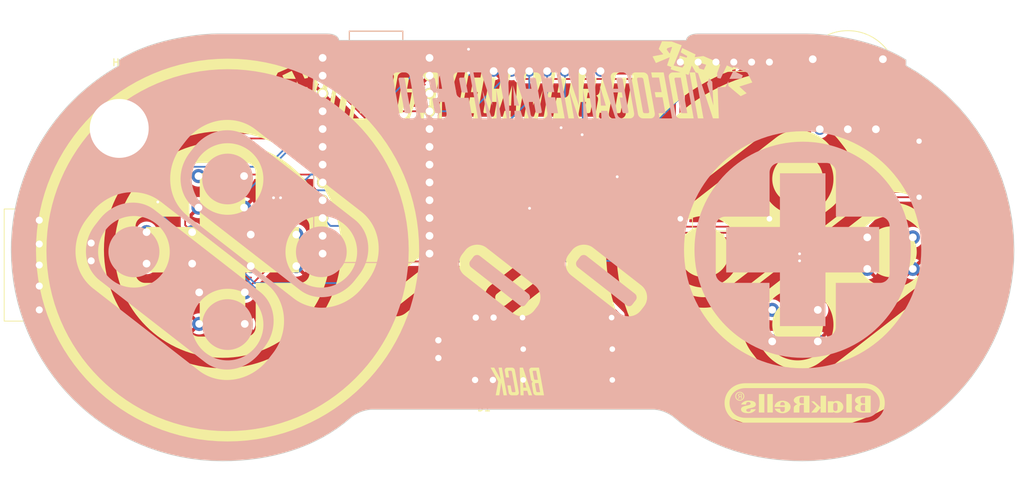
<source format=kicad_pcb>
(kicad_pcb (version 20211014) (generator pcbnew)
  (layers (0 "F.Cu" signal) (31 "B.Cu" signal) (34 "B.Paste" user) (35 "F.Paste" user) (36 "B.SilkS" user "B.Silkscreen") (37 "F.SilkS" user "F.Silkscreen") (38 "B.Mask" user) (39 "F.Mask" user) (44 "Edge.Cuts" user))
  (net 0 "")
  (net 1 "VCC3.3")
  (net 2 "GND")
  (net 3 "Net-(D1-Pad1)")
  (net 4 "Net-(J1-Pad2)")
  (net 5 "MISO")
  (net 6 "SCK")
  (net 7 "MOSI")
  (net 8 "SPK_NEG")
  (net 9 "OLED_RST")
  (net 10 "OLED_DC")
  (net 11 "OLED_CS")
  (net 12 "CART_CS")
  (net 13 "LED_R")
  (net 14 "LED_G")
  (net 15 "LED_B")
  (net 16 "SPK_POS")
  (net 17 "BTN_A")
  (net 18 "BTN_B")
  (net 19 "BTN_DOWN")
  (net 20 "BTN_LEFT")
  (net 21 "BTN_RIGHT")
  (net 22 "RAW")
  (net 23 "BTN_UP")
  (net 24 "Net-(J2-Pad1)")
  (net 26 "Net-(LS1-Pad1)")
  (net 27 "VCC5")
  (net 29 "Net-(D2-Pad1)")
  (net 30 "Net-(D3-Pad1)")
  (footprint "Package_TO_SOT_SMD:SOT-223" (layer "F.Cu") (at 96.52 106.64 -90)
    (fp_text reference "U1")
    (fp_text value "LM1117-2.5")
  )
  (footprint "MountingHole:MountingHole_8.4mm_M8" (layer "F.Cu") (at 79 112.1)
    (fp_text reference "H1")
    (fp_text value "MountingHole")
  )
  (footprint "Resistor_THT:R_Axial_DIN0309_L9.0mm_D3.2mm_P12.70mm_Horizontal" (layer "F.Cu") (at 136.6 143.6)
    (fp_text reference "R3")
    (fp_text value "R470")
  )
  (footprint "Resistor_THT:R_Axial_DIN0309_L9.0mm_D3.2mm_P12.70mm_Horizontal" (layer "F.Cu") (at 171.7 125 180)
    (fp_text reference "R1")
    (fp_text value "10K")
  )
  (footprint "Arduboy:Rustark_POT" (layer "F.Cu") (at 182.88 107.22)
    (fp_text reference "RV1")
    (fp_text value "R_Potentiometer")
  )
  (footprint "Resistor_THT:R_Axial_DIN0309_L9.0mm_D3.2mm_P12.70mm_Horizontal" (layer "F.Cu") (at 136.5 139.1)
    (fp_text reference "R4")
    (fp_text value "R470")
  )
  (footprint "Button_Switch_THT:SW_PUSH_6mm_H5mm" (layer "F.Cu") (at 82.9 126.9)
    (fp_text reference "SWLF1")
    (fp_text value "SW_Left")
  )
  (footprint "Arduboy:Pizo" (layer "F.Cu") (at 193.04 117.92 -90)
    (fp_text reference "LS1")
    (fp_text value "Speaker")
  )
  (footprint "Button_Switch_THT:SW_PUSH_6mm_H5mm" (layer "F.Cu") (at 90.3 118.9)
    (fp_text reference "SWUP1")
    (fp_text value "SW_UP")
  )
  (footprint "Resistor_THT:R_Axial_DIN0309_L9.0mm_D3.2mm_P12.70mm_Horizontal" (layer "F.Cu") (at 136.6 148)
    (fp_text reference "R2")
    (fp_text value "R470")
  )
  (footprint "Arduboy:SS-12F23 Switch" (layer "F.Cu") (at 67.6 131.6 90)
    (fp_text reference "SWPWR1")
    (fp_text value "SW_SPDT")
  )
  (footprint "Arduboy:SSD1306-128x64-OLED-SPI" (layer "F.Cu") (at 140 109)
    (fp_text reference "OLED1")
    (fp_text value "SSD1306-128x64-OLED-SPI")
  )
  (footprint "Button_Switch_THT:SW_PUSH_6mm_H5mm" (layer "F.Cu") (at 172.1 138)
    (fp_text reference "SWB1")
    (fp_text value "SW_B")
  )
  (footprint "Button_Switch_THT:SW_PUSH_6mm_H5mm" (layer "F.Cu") (at 97.75 127.25)
    (fp_text reference "SWRT1")
    (fp_text value "SW_Right")
  )
  (footprint "Connector_PinHeader_2.54mm:PinHeader_1x06_P2.54mm_Vertical" (layer "F.Cu") (at 159 102.635 90)
    (fp_text reference "J1")
    (fp_text value "W25QXX_01x06_Female")
  )
  (footprint "LED_THT:LED_D5.0mm" (layer "F.Cu") (at 132.375 139.1 180)
    (fp_text reference "D3")
    (fp_text value "LEDB")
  )
  (footprint "Arduboy:ProMicro" (layer "F.Cu") (at 115.62 116 -90)
    (fp_text reference "U2" hide)
    (fp_text value "ProMicro")
  )
  (footprint "LED_THT:LED_D5.0mm" (layer "F.Cu") (at 132.275 148 180)
    (fp_text reference "D1")
    (fp_text value "LEDR")
  )
  (footprint "Button_Switch_THT:SW_PUSH_6mm_H5mm" (layer "F.Cu") (at 185.65 127.65)
    (fp_text reference "SWA1")
    (fp_text value "SW_A")
  )
  (footprint "Button_Switch_THT:SW_PUSH_6mm_H5mm" (layer "F.Cu") (at 90.4 135.5)
    (fp_text reference "SWDN1")
    (fp_text value "SW_Down")
  )
  (footprint "LED_THT:LED_D5.0mm" (layer "F.Cu") (at 124.5 144.875 90)
    (fp_text reference "D2")
    (fp_text value "LED")
  )
  (footprint "Connector_PinHeader_2.54mm:PinHeader_1x02_P2.54mm_Vertical" (layer "F.Cu") (at 75 128.46)
    (fp_text reference "J2")
    (fp_text value "Conn_01x02")
  )
  (footprint "Capacitor_SMD:C_1206_3216Metric_Pad1.33x1.80mm_HandSolder" (layer "F.Cu") (at 89.9 107.446143 -90)
    (fp_text reference "C1")
    (fp_text value "10 uF")
  )
  (gr_poly (pts (xy 167.50177 149.804496) (xy 167.528282 149.80645) (xy 167.554363 149.809672) (xy 167.579982 149.814134) (xy 167.60511 149.819809) (xy 167.629717 149.826667) (xy 167.653774 149.834682) (xy 167.677251 149.843825) (xy 167.700118 149.854069) (xy 167.722346 149.865384) (xy 167.743904 149.877743) (xy 167.764764 149.891119) (xy 167.784896 149.905483) (xy 167.80427 149.920807) (xy 167.822856 149.937063) (xy 167.840624 149.954222) (xy 167.857546 149.972258) (xy 167.87359 149.991143) (xy 167.888729 150.010846) (xy 167.902931 150.031342) (xy 167.916168 150.052602) (xy 167.928409 150.074598) (xy 167.939625 150.097302) (xy 167.949787 150.120686) (xy 167.958864 150.144721) (xy 167.966827 150.169381) (xy 167.973647 150.194636) (xy 167.979293 150.22046) (xy 167.983736 150.246823) (xy 167.986946 150.273697) (xy 167.988894 150.301056) (xy 167.98955 150.328871) (xy 167.988894 150.357189) (xy 167.986946 150.385008) (xy 167.983736 150.412303) (xy 167.979293 150.439047) (xy 167.973647 150.465214) (xy 167.966827 150.490776) (xy 167.958864 150.515709) (xy 167.949787 150.539986) (xy 167.939625 150.563581) (xy 167.928409 150.586467) (xy 167.916168 150.608618) (xy 167.902931 150.630007) (xy 167.888729 150.65061) (xy 167.87359 150.670398) (xy 167.857546 150.689347) (xy 167.840624 150.70743) (xy 167.822856 150.72462) (xy 167.80427 150.740891) (xy 167.784896 150.756218) (xy 167.764764 150.770573) (xy 167.743904 150.78393) (xy 167.722346 150.796264) (xy 167.700118 150.807548) (xy 167.677251 150.817756) (xy 167.653774 150.826861) (xy 167.629717 150.834837) (xy 167.60511 150.841658) (xy 167.579982 150.847298) (xy 167.554363 150.85173) (xy 167.528282 150.854929) (xy 167.50177 150.856867) (xy 167.474856 150.857519) (xy 167.448211 150.856867) (xy 167.421955 150.854927) (xy 167.396119 150.851727) (xy 167.370731 150.847292) (xy 167.345822 150.841649) (xy 167.321422 150.834825) (xy 167.297561 150.826844) (xy 167.274268 150.817735) (xy 167.251575 150.807523) (xy 167.229509 150.796235) (xy 167.208103 150.783897) (xy 167.187385 150.770535) (xy 167.167386 150.756175) (xy 167.148136 150.740844) (xy 167.129663 150.724569) (xy 167.112 150.707375) (xy 167.09876 150.693144) (xy 167.204974 150.693144) (xy 167.314516 150.693144) (xy 167.319751 150.68328) (xy 167.325111 150.673409) (xy 167.336214 150.653608) (xy 167.347844 150.633676) (xy 167.360018 150.613546) (xy 167.366012 150.603528) (xy 167.372063 150.593647) (xy 167.384306 150.574283) (xy 167.396681 150.555426) (xy 167.409121 150.537046) (xy 167.421541 150.518658) (xy 167.433924 150.50087) (xy 167.440113 150.492213) (xy 167.446307 150.48372) (xy 167.45251 150.475396) (xy 167.458727 150.467245) (xy 167.470374 150.451733) (xy 167.481478 150.437281) (xy 167.492055 150.423861) (xy 167.502123 150.411444) (xy 167.505509 150.411688) (xy 167.508917 150.411896) (xy 167.515812 150.412206) (xy 167.522836 150.412385) (xy 167.530016 150.412443) (xy 167.648302 150.412443) (xy 167.648302 150.693044) (xy 167.748553 150.693044) (xy 167.748553 149.985594) (xy 167.737802 149.983121) (xy 167.726775 149.980876) (xy 167.715465 149.978859) (xy 167.703865 149.977067) (xy 167.691971 149.975501) (xy 167.679774 149.97416) (xy 167.66727 149.973043) (xy 167.654452 149.972151) (xy 167.628586 149.970329) (xy 167.603827 149.969052) (xy 167.58023 149.9683) (xy 167.557848 149.968054) (xy 167.558062 149.968168) (xy 167.539437 149.968389) (xy 167.52138 149.969053) (xy 167.50389 149.970159) (xy 167.486967 149.971708) (xy 167.470611 149.973701) (xy 167.454823 149.976138) (xy 167.439601 149.97902) (xy 167.424946 149.982345) (xy 167.410858 149.986116) (xy 167.397336 149.990333) (xy 167.384381 149.994995) (xy 167.371992 150.000103) (xy 167.360169 150.005659) (xy 167.348912 150.011661) (xy 167.338222 150.01811) (xy 167.328097 150.025007) (xy 167.318434 150.032349) (xy 167.3094 150.040131) (xy 167.300992 150.048351) (xy 167.297024 150.052626) (xy 167.293211 150.05701) (xy 167.289556 150.061504) (xy 167.286057 150.066107) (xy 167.282714 150.07082) (xy 167.279527 150.075643) (xy 167.276496 150.080575) (xy 167.273622 150.085616) (xy 167.268341 150.096026) (xy 167.263684 150.106874) (xy 167.25965 150.118158) (xy 167.256238 150.129879) (xy 167.253448 150.142036) (xy 167.251278 150.154629) (xy 167.24973 150.167658) (xy 167.248801 150.181122) (xy 167.248492 150.195021) (xy 167.24864 150.203878) (xy 167.249087 150.212579) (xy 167.249831 150.221121) (xy 167.250874 150.229505) (xy 167.252214 150.237729) (xy 167.253853 150.245793) (xy 167.25579 150.253697) (xy 167.258026 150.261439) (xy 167.260561 150.269019) (xy 167.263395 150.276437) (xy 167.266528 150.283692) (xy 167.26996 150.290783) (xy 167.273691 150.297709) (xy 167.277723 150.30447) (xy 167.282054 150.311066) (xy 167.286684 150.317495) (xy 167.291497 150.323739) (xy 167.296598 150.329776) (xy 167.301986 150.335607) (xy 167.307659 150.341233) (xy 167.313618 150.346655) (xy 167.319861 150.351872) (xy 167.326389 150.356886) (xy 167.333199 150.361696) (xy 167.340291 150.366304) (xy 167.347666 150.370711) (xy 167.355321 150.374916) (xy 167.363256 150.37892) (xy 167.371471 150.382724) (xy 167.379964 150.386329) (xy 167.388735 150.389735) (xy 167.397783 150.392942) (xy 167.388891 150.404121) (xy 167.378899 150.416967) (xy 167.367874 150.431502) (xy 167.361995 150.439408) (xy 167.355883 150.447744) (xy 167.349384 150.456176) (xy 167.342865 150.464891) (xy 167.336322 150.473879) (xy 167.329754 150.483133) (xy 167.323158 150.492645) (xy 167.316532 150.502405) (xy 167.309873 150.512407) (xy 167.303179 150.522642) (xy 167.289781 150.543049) (xy 167.276564 150.563943) (xy 167.263478 150.585362) (xy 167.250475 150.607343) (xy 167.243863 150.618421) (xy 167.237527 150.629384) (xy 167.231461 150.640239) (xy 167.225659 150.650993) (xy 167.220115 150.661653) (xy 167.214823 150.672227) (xy 167.209778 150.682722) (xy 167.204974 150.693144) (xy 167.09876 150.693144) (xy 167.095174 150.68929) (xy 167.079218 150.670338) (xy 167.064159 150.650547) (xy 167.050029 150.629944) (xy 167.036857 150.608553) (xy 167.024673 150.586402) (xy 167.013507 150.563517) (xy 167.00339 150.539925) (xy 166.99435 150.515651) (xy 166.986419 150.490722) (xy 166.979626 150.465165) (xy 166.974 150.439005) (xy 166.969573 150.41227) (xy 166.966373 150.384985) (xy 166.964432 150.357176) (xy 166.963778 150.328871) (xy 166.964431 150.301056) (xy 166.966372 150.273697) (xy 166.969569 150.246823) (xy 166.973994 150.22046) (xy 166.979616 150.194636) (xy 166.986406 150.169381) (xy 166.994333 150.144721) (xy 167.003368 150.120686) (xy 167.013481 150.097302) (xy 167.024642 150.074598) (xy 167.036821 150.052602) (xy 167.049988 150.031342) (xy 167.064114 150.010846) (xy 167.079168 149.991143) (xy 167.095121 149.972258) (xy 167.111943 149.954222) (xy 167.129603 149.937063) (xy 167.148072 149.920807) (xy 167.167321 149.905483) (xy 167.187318 149.891119) (xy 167.208035 149.877743) (xy 167.229442 149.865384) (xy 167.251508 149.854069) (xy 167.274204 149.843825) (xy 167.2975 149.834682) (xy 167.321365 149.826667) (xy 167.345771 149.819809) (xy 167.370687 149.814134) (xy 167.396083 149.809672) (xy 167.42193 149.80645) (xy 167.448198 149.804496) (xy 167.474856 149.803839)) (layer "B.SilkS") (width 0) (fill solid))
  (gr_poly (pts (xy 185.019503 150.450308) (xy 185.338351 150.453306) (xy 185.338351 151.356603) (xy 185.019503 151.353605) (xy 184.990259 151.352362) (xy 184.97565 151.350795) (xy 184.961091 151.348589) (xy 184.946614 151.345734) (xy 184.93225 151.342223) (xy 184.918031 151.338047) (xy 184.903986 151.333199) (xy 184.890148 151.327671) (xy 184.876548 151.321455) (xy 184.863217 151.314543) (xy 184.850186 151.306926) (xy 184.837486 151.298598) (xy 184.825149 151.289549) (xy 184.813206 151.279772) (xy 184.801688 151.269259) (xy 184.790625 151.258002) (xy 184.780051 151.245994) (xy 184.769995 151.233225) (xy 184.760489 151.219688) (xy 184.751564 151.205375) (xy 184.743252 151.190279) (xy 184.735583 151.17439) (xy 184.728588 151.157702) (xy 184.7223 151.140206) (xy 184.716749 151.121894) (xy 184.711966 151.102758) (xy 184.707983 151.082791) (xy 184.70483 151.061983) (xy 184.70254 151.040329) (xy 184.701143 151.017818) (xy 184.70067 150.994444) (xy 184.70067 150.809965) (xy 184.701143 150.786378) (xy 184.70254 150.763678) (xy 184.704831 150.741857) (xy 184.707983 150.720906) (xy 184.711967 150.700815) (xy 184.71675 150.681575) (xy 184.722302 150.663178) (xy 184.728591 150.645613) (xy 184.735585 150.628872) (xy 184.743255 150.612946) (xy 184.751568 150.597826) (xy 184.760493 150.583503) (xy 184.77 150.569967) (xy 184.780056 150.557209) (xy 184.790631 150.545221) (xy 184.801693 150.533993) (xy 184.813212 150.523516) (xy 184.825155 150.51378) (xy 184.837493 150.504778) (xy 184.850192 150.496499) (xy 184.863224 150.488935) (xy 184.876555 150.482077) (xy 184.890155 150.475915) (xy 184.903993 150.47044) (xy 184.932256 150.461516) (xy 184.961096 150.455232) (xy 184.990261 150.451515) (xy 185.019503 150.450292)) (layer "B.SilkS") (width 0) (fill solid))
  (gr_poly (pts (xy 94.446692 103.649034) (xy 95.773791 103.682705) (xy 97.083695 103.782627) (xy 98.374767 103.947164) (xy 99.645374 104.174682) (xy 100.893879 104.463546) (xy 102.118647 104.812121) (xy 103.318043 105.21877) (xy 104.490433 105.68186) (xy 105.63418 106.199754) (xy 106.74765 106.770818) (xy 107.829207 107.393417) (xy 108.877217 108.065915) (xy 109.890044 108.786677) (xy 110.866053 109.554068) (xy 111.803609 110.366453) (xy 112.701076 111.222197) (xy 113.55682 112.119665) (xy 114.369205 113.057221) (xy 115.136597 114.033229) (xy 115.857359 115.046056) (xy 116.529857 116.094066) (xy 117.152456 117.175624) (xy 117.72352 118.289094) (xy 118.241415 119.432841) (xy 118.704505 120.60523) (xy 119.111154 121.804627) (xy 119.459729 123.029395) (xy 119.748593 124.2779) (xy 119.976111 125.548507) (xy 120.140648 126.839579) (xy 120.24057 128.149483) (xy 120.274241 129.476583) (xy 120.24057 130.803683) (xy 120.140648 132.113587) (xy 119.976111 133.40466) (xy 119.748593 134.675267) (xy 119.459729 135.923772) (xy 119.111154 137.14854) (xy 118.704505 138.347937) (xy 118.241415 139.520326) (xy 117.72352 140.664074) (xy 117.152456 141.777544) (xy 116.529857 142.859101) (xy 115.857359 143.907111) (xy 115.136597 144.919939) (xy 114.369205 145.895948) (xy 113.55682 146.833504) (xy 112.701076 147.730971) (xy 111.803608 148.586715) (xy 110.866052 149.399101) (xy 109.890043 150.166492) (xy 108.877216 150.887254) (xy 107.829206 151.559753) (xy 106.747649 152.182351) (xy 105.634178 152.753416) (xy 104.490431 153.27131) (xy 103.318041 153.7344) (xy 102.118645 154.141049) (xy 100.893876 154.489624) (xy 99.645371 154.778488) (xy 98.374765 155.006006) (xy 97.083692 155.170544) (xy 95.773788 155.270466) (xy 94.446688 155.304136) (xy 93.119588 155.270466) (xy 91.809684 155.170544) (xy 90.518611 155.006006) (xy 89.248005 154.778488) (xy 87.9995 154.489624) (xy 86.774731 154.14105) (xy 85.575335 153.734401) (xy 84.402945 153.271311) (xy 83.259197 152.753417) (xy 82.145727 152.182353) (xy 81.06417 151.559754) (xy 80.01616 150.887256) (xy 79.003333 150.166494) (xy 78.027324 149.399103) (xy 77.089768 148.586718) (xy 76.1923 147.730974) (xy 75.336556 146.833507) (xy 74.524171 145.895951) (xy 73.756779 144.919942) (xy 73.036017 143.907115) (xy 72.363519 142.859105) (xy 71.74092 141.777547) (xy 71.169855 140.664077) (xy 70.651961 139.52033) (xy 70.188871 138.34794) (xy 69.782222 137.148543) (xy 69.433647 135.923774) (xy 69.144783 134.675269) (xy 68.917265 133.404662) (xy 68.752727 132.113589) (xy 68.652806 130.803684) (xy 68.621935 129.586932) (xy 72.766683 129.586932) (xy 72.772453 129.928486) (xy 72.794224 130.268196) (xy 72.831942 130.605427) (xy 72.885548 130.939542) (xy 72.954988 131.269906) (xy 73.040205 131.595882) (xy 73.141143 131.916836) (xy 73.257747 132.232131) (xy 73.389959 132.54113) (xy 73.537724 132.843199) (xy 73.700986 133.137702) (xy 73.879688 133.424002) (xy 74.073775 133.701463) (xy 74.28319 133.96945) (xy 74.507878 134.227326) (xy 74.747781 134.474456) (xy 75.002845 134.710205) (xy 75.273012 134.933935) (xy 90.302615 146.622) (xy 90.521626 146.786656) (xy 90.746238 146.94131) (xy 90.976237 147.085874) (xy 91.211409 147.220265) (xy 91.45154 147.344395) (xy 91.696416 147.45818) (xy 91.945824 147.561534) (xy 92.19955 147.654371) (xy 92.45738 147.736607) (xy 92.7191 147.808155) (xy 92.984496 147.868931) (xy 93.253356 147.918848) (xy 93.525464 147.957821) (xy 93.800607 147.985765) (xy 94.078572 148.002594) (xy 94.359144 148.008222) (xy 94.774492 147.99549) (xy 95.188086 147.957664) (xy 95.598859 147.895299) (xy 96.005742 147.808952) (xy 96.407665 147.699178) (xy 96.803561 147.566533) (xy 97.19236 147.411573) (xy 97.572995 147.234854) (xy 97.944395 147.03693) (xy 98.305492 146.818359) (xy 98.655218 146.579695) (xy 98.992504 146.321495) (xy 99.316281 146.044314) (xy 99.62548 145.748708) (xy 99.919034 145.435233) (xy 100.195872 145.104444) (xy 100.867098 144.243528) (xy 101.091243 143.942934) (xy 101.2986 143.635281) (xy 101.489226 143.321205) (xy 101.663178 143.001341) (xy 101.82051 142.676326) (xy 101.96128 142.346796) (xy 102.085544 142.013386) (xy 102.193356 141.676733) (xy 102.284775 141.337472) (xy 102.359855 140.996239) (xy 102.418653 140.65367) (xy 102.461225 140.310401) (xy 102.487627 139.967068) (xy 102.497915 139.624306) (xy 102.492145 139.282753) (xy 102.470373 138.943043) (xy 102.432656 138.605812) (xy 102.37905 138.271697) (xy 102.30961 137.941333) (xy 102.224393 137.615356) (xy 102.123455 137.294402) (xy 102.006852 136.979108) (xy 101.87464 136.670108) (xy 101.726875 136.368039) (xy 101.563613 136.073537) (xy 101.384911 135.787237) (xy 101.190824 135.509776) (xy 100.981409 135.241789) (xy 100.756722 134.983912) (xy 100.516818 134.736782) (xy 100.261755 134.501034) (xy 99.991587 134.277303) (xy 84.961985 122.589239) (xy 84.742973 122.424582) (xy 84.518361 122.269929) (xy 84.288362 122.125364) (xy 84.05319 121.990974) (xy 83.813059 121.866844) (xy 83.568183 121.753059) (xy 83.318775 121.649705) (xy 83.065049 121.556867) (xy 82.80722 121.474632) (xy 82.5455 121.403083) (xy 82.280103 121.342308) (xy 82.011244 121.292391) (xy 81.739136 121.253418) (xy 81.463992 121.225474) (xy 81.186027 121.208645) (xy 80.905455 121.203016) (xy 80.490108 121.213184) (xy 80.076513 121.248788) (xy 79.66574 121.309272) (xy 79.258857 121.39408) (xy 78.856934 121.502657) (xy 78.461038 121.634446) (xy 78.072239 121.788893) (xy 77.691604 121.965442) (xy 77.320204 122.163536) (xy 76.959106 122.38262) (xy 76.60938 122.622138) (xy 76.272094 122.881535) (xy 75.948316 123.160255) (xy 75.639116 123.457742) (xy 75.345563 123.77344) (xy 75.068724 124.106794) (xy 75.068732 124.106794) (xy 74.397501 124.96771) (xy 74.173356 125.268304) (xy 73.965999 125.575957) (xy 73.775372 125.890034) (xy 73.60142 126.209897) (xy 73.444088 126.534912) (xy 73.303317 126.864442) (xy 73.179054 127.197852) (xy 73.071241 127.534506) (xy 72.979823 127.873767) (xy 72.904743 128.215) (xy 72.845945 128.557569) (xy 72.803373 128.900838) (xy 72.776971 129.244171) (xy 72.766683 129.586932) (xy 68.621935 129.586932) (xy 68.619135 129.476583) (xy 68.652806 128.149483) (xy 68.752727 126.839579) (xy 68.917265 125.548506) (xy 69.144783 124.2779) (xy 69.433647 123.029395) (xy 69.782222 121.804627) (xy 70.188871 120.60523) (xy 70.651961 119.43284) (xy 70.748707 119.219182) (xy 86.263655 119.219182) (xy 86.268276 119.568813) (xy 86.289847 119.918936) (xy 86.32845 120.271805) (xy 86.383896 120.618775) (xy 86.455929 120.959417) (xy 86.544292 121.293306) (xy 86.648729 121.620012) (xy 86.768983 121.939109) (xy 86.904798 122.250169) (xy 87.055918 122.552764) (xy 87.222086 122.846467) (xy 87.403044 123.130851) (xy 87.598538 123.405488) (xy 87.808311 123.66995) (xy 88.032105 123.923811) (xy 88.269665 124.166642) (xy 88.520734 124.398016) (xy 88.785055 124.617506) (xy 103.814646 136.305563) (xy 104.03109 136.47022) (xy 104.253455 136.624873) (xy 104.481505 136.769438) (xy 104.715007 136.903828) (xy 104.953724 137.027958) (xy 105.197421 137.141743) (xy 105.445863 137.245097) (xy 105.698816 137.337934) (xy 105.956043 137.42017) (xy 106.217311 137.491718) (xy 106.482383 137.552494) (xy 106.751024 137.602411) (xy 107.023001 137.641384) (xy 107.298076 137.669328) (xy 107.576016 137.686157) (xy 107.856585 137.691786) (xy 107.856592 137.691793) (xy 108.271939 137.679061) (xy 108.685533 137.641235) (xy 109.096306 137.57887) (xy 109.503188 137.492523) (xy 109.905112 137.382749) (xy 110.301008 137.250104) (xy 110.689807 137.095144) (xy 111.070442 136.918424) (xy 111.441842 136.720501) (xy 111.80294 136.50193) (xy 112.152666 136.263266) (xy 112.489953 136.005066) (xy 112.813731 135.727885) (xy 113.122931 135.432279) (xy 113.416485 135.118804) (xy 113.693323 134.788015) (xy 114.36455 133.927099) (xy 114.588694 133.626505) (xy 114.796052 133.318852) (xy 114.986678 133.004776) (xy 115.16063 132.684912) (xy 115.317962 132.359897) (xy 115.458732 132.030367) (xy 115.582995 131.696957) (xy 115.690808 131.360304) (xy 115.782227 131.021043) (xy 115.857307 130.679809) (xy 115.916105 130.337241) (xy 115.958677 129.993972) (xy 115.985078 129.650639) (xy 115.995366 129.307877) (xy 115.989597 128.966324) (xy 115.967825 128.626613) (xy 115.930108 128.289383) (xy 115.876502 127.955268) (xy 115.807062 127.624904) (xy 115.721845 127.298927) (xy 115.620907 126.977973) (xy 115.504304 126.662679) (xy 115.372092 126.353679) (xy 115.224327 126.05161) (xy 115.061065 125.757107) (xy 114.882363 125.470808) (xy 114.688276 125.193347) (xy 114.478861 124.92536) (xy 114.254174 124.667483) (xy 114.01427 124.420353) (xy 113.759206 124.184605) (xy 113.489039 123.960874) (xy 98.459437 112.272814) (xy 98.240425 112.108157) (xy 98.015813 111.953503) (xy 97.785814 111.808939) (xy 97.550642 111.674548) (xy 97.310511 111.550418) (xy 97.065635 111.436632) (xy 96.816227 111.333278) (xy 96.562501 111.24044) (xy 96.304672 111.158204) (xy 96.042951 111.086655) (xy 95.777555 111.02588) (xy 95.508696 110.975962) (xy 95.236587 110.936989) (xy 94.961444 110.909045) (xy 94.683479 110.892216) (xy 94.402907 110.886587) (xy 93.987559 110.899319) (xy 93.573965 110.937145) (xy 93.163192 110.99951) (xy 92.756309 111.085857) (xy 92.354386 111.19563) (xy 91.95849 111.328275) (xy 91.56969 111.483235) (xy 91.189056 111.659954) (xy 90.817656 111.857877) (xy 90.456558 112.076448) (xy 90.106832 112.315111) (xy 89.769546 112.573311) (xy 89.445768 112.850492) (xy 89.136568 113.146098) (xy 88.843014 113.459573) (xy 88.566176 113.790361) (xy 87.894945 114.651281) (xy 87.677974 114.942409) (xy 87.475858 115.240911) (xy 87.288747 115.546295) (xy 87.116791 115.858071) (xy 86.960139 116.175746) (xy 86.818941 116.498829) (xy 86.693347 116.826828) (xy 86.583506 117.159252) (xy 86.489568 117.495609) (xy 86.411682 117.835407) (xy 86.349998 118.178155) (xy 86.304666 118.523361) (xy 86.275835 118.870534) (xy 86.263655 119.219182) (xy 70.748707 119.219182) (xy 71.169855 118.289093) (xy 71.74092 117.175623) (xy 72.363519 116.094065) (xy 73.036017 115.046055) (xy 73.756779 114.033228) (xy 74.524171 113.057219) (xy 75.336556 112.119663) (xy 76.1923 111.222195) (xy 77.089768 110.366451) (xy 78.027324 109.554066) (xy 79.003333 108.786675) (xy 80.01616 108.065912) (xy 81.06417 107.393414) (xy 82.145727 106.770815) (xy 83.259197 106.199751) (xy 84.402945 105.681856) (xy 85.575335 105.218767) (xy 86.774731 104.812117) (xy 87.9995 104.463543) (xy 89.248005 104.174679) (xy 90.518611 103.94716) (xy 91.809684 103.782623) (xy 93.119588 103.682701) (xy 94.446688 103.64903)) (layer "B.SilkS") (width 0) (fill solid))
  (gr_poly (pts (xy 181.104729 151.251004) (xy 181.10451 151.250997) (xy 181.104937 151.250997)) (layer "B.SilkS") (width 0) (fill solid))
  (gr_poly (pts (xy 179.692202 126.164236) (xy 187.352923 126.164236) (xy 187.352923 132.657606) (xy 179.692202 132.657606) (xy 179.692202 140.318319) (xy 173.198839 140.318319) (xy 173.198839 132.657606) (xy 165.538134 132.657606) (xy 165.538134 126.164236) (xy 173.198839 126.164236) (xy 173.198839 118.503523) (xy 179.692202 118.503523)) (layer "B.SilkS") (width 0) (fill solid))
  (gr_poly (pts (xy 167.92 104.533731) (xy 167.696245 105.006052) (xy 166.000231 105.03137) (xy 166.564013 103.880541)) (layer "B.SilkS") (width 0) (fill solid))
  (gr_poly (pts (xy 177.230932 114.01475) (xy 178.013349 114.074402) (xy 178.784497 114.172631) (xy 179.5434 114.308459) (xy 180.289083 114.480914) (xy 181.02057 114.689019) (xy 181.736886 114.931799) (xy 182.437057 115.20828) (xy 183.120106 115.517484) (xy 183.785059 115.858439) (xy 184.430941 116.230168) (xy 185.056776 116.631696) (xy 185.661588 117.062047) (xy 186.244404 117.520248) (xy 186.804246 118.005321) (xy 187.340142 118.516293) (xy 187.851114 119.052188) (xy 188.336188 119.612031) (xy 188.794388 120.194846) (xy 189.22474 120.799659) (xy 189.626268 121.425493) (xy 189.997997 122.071375) (xy 190.338952 122.736328) (xy 190.648157 123.419377) (xy 190.924637 124.119548) (xy 191.167418 124.835865) (xy 191.375523 125.567352) (xy 191.547978 126.313035) (xy 191.683807 127.071939) (xy 191.782035 127.843087) (xy 191.841687 128.625506) (xy 191.861788 129.418218) (xy 191.841687 130.210931) (xy 191.782035 130.99335) (xy 191.683807 131.764498) (xy 191.547978 132.523401) (xy 191.375523 133.269084) (xy 191.167418 134.000572) (xy 190.924637 134.716889) (xy 190.648157 135.417059) (xy 190.338952 136.100109) (xy 189.997997 136.765062) (xy 189.626268 137.410944) (xy 189.22474 138.036778) (xy 188.794388 138.641591) (xy 188.336188 139.224406) (xy 187.851114 139.784249) (xy 187.340142 140.320144) (xy 186.804246 140.831115) (xy 186.244404 141.316189) (xy 185.661588 141.77439) (xy 185.056776 142.204741) (xy 184.430941 142.606269) (xy 183.785059 142.977998) (xy 183.120106 143.318952) (xy 182.437057 143.628157) (xy 181.736886 143.904638) (xy 181.02057 144.147418) (xy 180.289083 144.355523) (xy 179.5434 144.527977) (xy 178.784497 144.663806) (xy 178.013349 144.762034) (xy 177.230932 144.821686) (xy 176.438219 144.841787) (xy 175.645507 144.821686) (xy 174.863089 144.762034) (xy 174.091942 144.663806) (xy 173.333039 144.527977) (xy 172.587356 144.355522) (xy 171.855869 144.147417) (xy 171.139552 143.904637) (xy 170.439382 143.628156) (xy 169.756332 143.318951) (xy 169.091379 142.977996) (xy 168.445498 142.606267) (xy 167.819663 142.204739) (xy 167.21485 141.774387) (xy 166.632035 141.316187) (xy 166.072192 140.831113) (xy 165.536297 140.320141) (xy 165.025325 139.784246) (xy 164.540251 139.224403) (xy 164.08205 138.641587) (xy 163.651699 138.036775) (xy 163.25017 137.41094) (xy 162.878441 136.765059) (xy 162.537487 136.100106) (xy 162.228281 135.417056) (xy 161.951801 134.716886) (xy 161.709021 134.000569) (xy 161.500915 133.269082) (xy 161.386497 132.774343) (xy 164.049746 132.774343) (xy 164.051527 132.845037) (xy 164.056814 132.914789) (xy 164.06552 132.983516) (xy 164.077561 133.051132) (xy 164.092851 133.11755) (xy 164.111305 133.182686) (xy 164.132836 133.246454) (xy 164.15736 133.308769) (xy 164.184791 133.369545) (xy 164.215043 133.428696) (xy 164.248031 133.486137) (xy 164.28367 133.541783) (xy 164.321874 133.595548) (xy 164.362557 133.647346) (xy 164.405634 133.697092) (xy 164.45102 133.744701) (xy 164.498628 133.790087) (xy 164.548374 133.833164) (xy 164.600172 133.873848) (xy 164.653936 133.912052) (xy 164.709582 133.947691) (xy 164.767023 133.98068) (xy 164.826174 134.010932) (xy 164.886949 134.038363) (xy 164.949263 134.062887) (xy 165.013031 134.084419) (xy 165.078167 134.102873) (xy 165.144585 134.118163) (xy 165.212201 134.130204) (xy 165.280927 134.138911) (xy 165.35068 134.144197) (xy 165.421374 134.145979) (xy 171.710451 134.145979) (xy 171.710451 140.435056) (xy 171.712233 140.50575) (xy 171.717519 140.575503) (xy 171.726226 140.64423) (xy 171.738267 140.711845) (xy 171.753557 140.778263) (xy 171.77201 140.8434) (xy 171.793542 140.907168) (xy 171.818066 140.969482) (xy 171.845497 141.030258) (xy 171.875749 141.089409) (xy 171.908738 141.14685) (xy 171.944376 141.202496) (xy 171.98258 141.256261) (xy 172.023264 141.308059) (xy 172.066341 141.357805) (xy 172.111727 141.405414) (xy 172.159336 141.4508) (xy 172.209082 141.493878) (xy 172.260881 141.534561) (xy 172.314646 141.572765) (xy 172.370292 141.608404) (xy 172.427733 141.641393) (xy 172.486885 141.671645) (xy 172.547661 141.699076) (xy 172.609976 141.723601) (xy 172.673745 141.745132) (xy 172.738882 141.763586) (xy 172.805301 141.778876) (xy 172.872918 141.790917) (xy 172.941646 141.799624) (xy 173.0114 141.804911) (xy 173.082094 141.806692) (xy 179.794329 141.806692) (xy 179.865022 141.804911) (xy 179.934775 141.799624) (xy 180.003502 141.790917) (xy 180.071118 141.778876) (xy 180.137536 141.763586) (xy 180.202673 141.745133) (xy 180.266441 141.723601) (xy 180.328756 141.699077) (xy 180.389532 141.671647) (xy 180.448683 141.641394) (xy 180.506125 141.608406) (xy 180.561771 141.572767) (xy 180.615536 141.534564) (xy 180.667335 141.49388) (xy 180.717081 141.450803) (xy 180.764691 141.405417) (xy 180.810077 141.357809) (xy 180.853155 141.308062) (xy 180.893839 141.256264) (xy 180.932043 141.202499) (xy 180.967682 141.146854) (xy 181.000671 141.089412) (xy 181.030924 141.030261) (xy 181.058355 140.969485) (xy 181.08288 140.907171) (xy 181.104412 140.843402) (xy 181.122865 140.778266) (xy 181.138156 140.711847) (xy 181.150197 140.644231) (xy 181.158904 140.575504) (xy 181.164191 140.505751) (xy 181.165972 140.435056) (xy 181.165972 134.145979) (xy 187.469637 134.145979) (xy 187.54033 134.144197) (xy 187.610083 134.138911) (xy 187.67881 134.130204) (xy 187.746425 134.118163) (xy 187.812844 134.102873) (xy 187.877979 134.084419) (xy 187.941747 134.062887) (xy 188.004062 134.038363) (xy 188.064837 134.010932) (xy 188.123988 133.98068) (xy 188.181429 133.947691) (xy 188.237074 133.912052) (xy 188.290839 133.873848) (xy 188.342637 133.833164) (xy 188.392383 133.790087) (xy 188.439991 133.744701) (xy 188.485377 133.697092) (xy 188.528454 133.647346) (xy 188.569137 133.595548) (xy 188.607341 133.541783) (xy 188.642979 133.486137) (xy 188.675968 133.428696) (xy 188.70622 133.369545) (xy 188.733651 133.308769) (xy 188.758174 133.246454) (xy 188.779706 133.182686) (xy 188.798159 133.11755) (xy 188.813449 133.051132) (xy 188.82549 132.983516) (xy 188.834197 132.914789) (xy 188.839484 132.845037) (xy 188.841265 132.774343) (xy 188.841265 126.062101) (xy 188.839484 125.991408) (xy 188.834197 125.921655) (xy 188.82549 125.852928) (xy 188.813449 125.785313) (xy 188.798159 125.718894) (xy 188.779706 125.653758) (xy 188.758174 125.58999) (xy 188.733651 125.527676) (xy 188.70622 125.4669) (xy 188.675968 125.407749) (xy 188.642979 125.350307) (xy 188.607341 125.294662) (xy 188.569137 125.240897) (xy 188.528454 125.189099) (xy 188.485377 125.139352) (xy 188.439991 125.091743) (xy 188.392383 125.046357) (xy 188.342637 125.00328) (xy 188.290839 124.962596) (xy 188.237074 124.924392) (xy 188.181429 124.888753) (xy 188.123988 124.855765) (xy 188.064837 124.825512) (xy 188.004062 124.798081) (xy 187.941747 124.773557) (xy 187.877979 124.752025) (xy 187.812844 124.733572) (xy 187.746425 124.718282) (xy 187.67881 124.70624) (xy 187.610083 124.697534) (xy 187.54033 124.692247) (xy 187.469637 124.690466) (xy 181.180559 124.690466) (xy 181.180559 118.40138) (xy 181.178778 118.330687) (xy 181.173492 118.260934) (xy 181.164785 118.192207) (xy 181.152744 118.124592) (xy 181.137454 118.058173) (xy 181.119 117.993037) (xy 181.097469 117.929269) (xy 181.072945 117.866955) (xy 181.045514 117.806179) (xy 181.015262 117.747028) (xy 180.982273 117.689587) (xy 180.946634 117.633941) (xy 180.90843 117.580176) (xy 180.867747 117.528378) (xy 180.82467 117.478631) (xy 180.779284 117.431022) (xy 180.731675 117.385637) (xy 180.681928 117.342559) (xy 180.63013 117.301876) (xy 180.576365 117.263672) (xy 180.520719 117.228033) (xy 180.463277 117.195044) (xy 180.404126 117.164791) (xy 180.34335 117.13736) (xy 180.281035 117.112836) (xy 180.217266 117.091305) (xy 180.152129 117.072851) (xy 180.08571 117.057561) (xy 180.018093 117.04552) (xy 179.949365 117.036813) (xy 179.879611 117.031526) (xy 179.808916 117.029745) (xy 173.096682 117.029745) (xy 173.025989 117.031526) (xy 172.956236 117.036813) (xy 172.887509 117.045519) (xy 172.819893 117.05756) (xy 172.753474 117.072851) (xy 172.688338 117.091304) (xy 172.62457 117.112835) (xy 172.562255 117.137359) (xy 172.501479 117.16479) (xy 172.442327 117.195043) (xy 172.384886 117.228031) (xy 172.32924 117.26367) (xy 172.275475 117.301873) (xy 172.223676 117.342557) (xy 172.173929 117.385634) (xy 172.12632 117.43102) (xy 172.080934 117.478628) (xy 172.037856 117.528374) (xy 171.997172 117.580173) (xy 171.958968 117.633937) (xy 171.923329 117.689583) (xy 171.89034 117.747024) (xy 171.860087 117.806176) (xy 171.832655 117.866951) (xy 171.808131 117.929266) (xy 171.786599 117.993034) (xy 171.768145 118.058171) (xy 171.752855 118.12459) (xy 171.740814 118.192205) (xy 171.732107 118.260933) (xy 171.72682 118.330686) (xy 171.725039 118.40138) (xy 171.725039 124.690466) (xy 165.435961 124.690466) (xy 165.363942 124.690964) (xy 165.292947 124.69513) (xy 165.223058 124.702871) (xy 165.154358 124.714093) (xy 165.086929 124.728703) (xy 165.020856 124.746608) (xy 164.956219 124.767713) (xy 164.893103 124.791926) (xy 164.83159 124.819153) (xy 164.771763 124.849299) (xy 164.713705 124.882273) (xy 164.657498 124.91798) (xy 164.603226 124.956327) (xy 164.55097 124.99722) (xy 164.500815 125.040565) (xy 164.452843 125.08627) (xy 164.407136 125.134241) (xy 164.363778 125.184384) (xy 164.322852 125.236605) (xy 164.284439 125.290812) (xy 164.248624 125.34691) (xy 164.215488 125.404807) (xy 164.185115 125.464408) (xy 164.157588 125.525621) (xy 164.132989 125.588351) (xy 164.111401 125.652505) (xy 164.092907 125.71799) (xy 164.07759 125.784712) (xy 164.065532 125.852578) (xy 164.056817 125.921493) (xy 164.051527 125.991366) (xy 164.049746 126.062101) (xy 164.049746 132.774343) (xy 161.386497 132.774343) (xy 161.328461 132.523399) (xy 161.192632 131.764496) (xy 161.094403 130.993348) (xy 161.034751 130.210931) (xy 161.014651 129.418218) (xy 161.034751 128.625506) (xy 161.094403 127.843087) (xy 161.192632 127.071939) (xy 161.328461 126.313035) (xy 161.500915 125.567352) (xy 161.709021 124.835865) (xy 161.951801 124.119548) (xy 162.228281 123.419377) (xy 162.537487 122.736328) (xy 162.878441 122.071375) (xy 163.25017 121.425493) (xy 163.651699 120.799659) (xy 164.08205 120.194846) (xy 164.540251 119.612031) (xy 165.025325 119.052188) (xy 165.536297 118.516293) (xy 166.072192 118.005321) (xy 166.632035 117.520248) (xy 167.21485 117.062047) (xy 167.819663 116.631696) (xy 168.445498 116.230168) (xy 169.091379 115.858439) (xy 169.756332 115.517484) (xy 170.439382 115.20828) (xy 171.139552 114.931799) (xy 171.855869 114.689019) (xy 172.587356 114.480914) (xy 173.333039 114.308459) (xy 174.091942 114.172631) (xy 174.863089 114.074402) (xy 175.645507 114.01475) (xy 176.438219 113.99465)) (layer "B.SilkS") (width 0) (fill solid))
  (gr_poly (pts (xy 181.128486 151.251756) (xy 181.153465 151.254152) (xy 181.179096 151.258365) (xy 181.205026 151.264573) (xy 181.230904 151.272956) (xy 181.243714 151.27802) (xy 181.256378 151.283694) (xy 181.268853 151.290002) (xy 181.281095 151.296966) (xy 181.293061 151.304608) (xy 181.304705 151.312951) (xy 181.315984 151.322017) (xy 181.326855 151.331828) (xy 181.337272 151.342407) (xy 181.347193 151.353777) (xy 181.356572 151.365959) (xy 181.365367 151.378977) (xy 181.373533 151.392852) (xy 181.381026 151.407607) (xy 181.387802 151.423265) (xy 181.393818 151.439847) (xy 181.399028 151.457377) (xy 181.40339 151.475876) (xy 181.406859 151.495368) (xy 181.409392 151.515873) (xy 181.410944 151.537416) (xy 181.411471 151.560018) (xy 181.411471 152.130018) (xy 181.410944 152.152624) (xy 181.409392 152.174184) (xy 181.40686 152.194722) (xy 181.403391 152.214258) (xy 181.399029 152.232814) (xy 181.393819 152.25041) (xy 181.387804 152.267069) (xy 181.381028 152.282813) (xy 181.373536 152.297662) (xy 181.36537 152.311637) (xy 181.356576 152.324761) (xy 181.347197 152.337055) (xy 181.337276 152.34854) (xy 181.32686 152.359238) (xy 181.31599 152.36917) (xy 181.304711 152.378358) (xy 181.293067 152.386822) (xy 181.281102 152.394585) (xy 181.26886 152.401668) (xy 181.256385 152.408093) (xy 181.230911 152.419051) (xy 181.205033 152.427633) (xy 181.179102 152.434009) (xy 181.15347 152.43835) (xy 181.128488 152.44083) (xy 181.10451 152.441618) (xy 181.080931 152.44083) (xy 181.05626 152.438351) (xy 181.030855 152.434011) (xy 181.005078 152.427637) (xy 180.97929 152.419057) (xy 180.966505 152.413887) (xy 180.953851 152.408101) (xy 180.941376 152.401677) (xy 180.929123 152.394595) (xy 180.917138 152.386833) (xy 180.905466 152.378369) (xy 180.894152 152.369182) (xy 180.883241 152.359251) (xy 180.872778 152.348553) (xy 180.862809 152.337069) (xy 180.853378 152.324775) (xy 180.84453 152.311651) (xy 180.836311 152.297675) (xy 180.828766 152.282826) (xy 180.821939 152.267082) (xy 180.815876 152.250422) (xy 180.810623 152.232824) (xy 180.806223 152.214267) (xy 180.802723 152.194729) (xy 180.800166 152.174189) (xy 180.7986 152.152626) (xy 180.798067 152.130018) (xy 180.801073 151.560018) (xy 180.801774 151.537632) (xy 180.803473 151.516277) (xy 180.806127 151.495933) (xy 180.809692 151.476579) (xy 180.814126 151.458194) (xy 180.819387 151.440757) (xy 180.825429 151.424246) (xy 180.832212 151.40864) (xy 180.839691 151.39392) (xy 180.847824 151.380062) (xy 180.856567 151.367047) (xy 180.865877 151.354853) (xy 180.875712 151.34346) (xy 180.886028 151.332845) (xy 180.896783 151.322989) (xy 180.907933 151.313869) (xy 180.919434 151.305466) (xy 180.931245 151.297757) (xy 180.943322 151.290722) (xy 180.955622 151.28434) (xy 180.980718 151.27345) (xy 181.006189 151.264917) (xy 181.031691 151.258575) (xy 181.05688 151.254253) (xy 181.08141 151.251783) (xy 181.104729 151.251004)) (layer "B.SilkS") (width 0) (fill solid))
  (gr_poly (pts (xy 145.2461 130.162761) (xy 145.267179 130.163887) (xy 145.289412 130.165867) (xy 145.312693 130.168789) (xy 145.336914 130.172736) (xy 145.361968 130.177794) (xy 145.387749 130.18405) (xy 145.41415 130.191588) (xy 145.441065 130.200494) (xy 145.468385 130.210854) (xy 145.496005 130.222753) (xy 145.523817 130.236276) (xy 145.551714 130.251509) (xy 145.579591 130.268538) (xy 145.607339 130.287448) (xy 145.634852 130.308325) (xy 152.522204 135.692709) (xy 152.547552 135.713817) (xy 152.571607 135.736057) (xy 152.594358 135.759367) (xy 152.615794 135.783681) (xy 152.635906 135.808935) (xy 152.654681 135.835066) (xy 152.67211 135.862009) (xy 152.688182 135.8897) (xy 152.702886 135.918075) (xy 152.716211 135.94707) (xy 152.728147 135.976621) (xy 152.738683 136.006663) (xy 152.747808 136.037133) (xy 152.755512 136.067966) (xy 152.761783 136.099099) (xy 152.766612 136.130466) (xy 152.769988 136.162005) (xy 152.771899 136.19365) (xy 152.772336 136.225338) (xy 152.771286 136.257005) (xy 152.768741 136.288586) (xy 152.764689 136.320018) (xy 152.759119 136.351236) (xy 152.752021 136.382176) (xy 152.743384 136.412774) (xy 152.733197 136.442966) (xy 152.721449 136.472688) (xy 152.708131 136.501875) (xy 152.693231 136.530463) (xy 152.676739 136.55839) (xy 152.658643 136.585589) (xy 152.638933 136.611997) (xy 152.186594 137.195669) (xy 152.149818 137.241547) (xy 152.110585 137.285671) (xy 152.068829 137.327316) (xy 152.046985 137.346982) (xy 152.024487 137.365756) (xy 152.001326 137.383546) (xy 151.977494 137.400261) (xy 151.952984 137.415813) (xy 151.927787 137.430108) (xy 151.901896 137.443057) (xy 151.875302 137.454568) (xy 151.847997 137.464551) (xy 151.819973 137.472914) (xy 151.791223 137.479568) (xy 151.761738 137.484421) (xy 151.73151 137.487383) (xy 151.700531 137.488361) (xy 151.668794 137.487267) (xy 151.636289 137.484008) (xy 151.60301 137.478495) (xy 151.568948 137.470635) (xy 151.534095 137.460339) (xy 151.498443 137.447515) (xy 151.461984 137.432073) (xy 151.424711 137.413921) (xy 151.386614 137.39297) (xy 151.347686 137.369127) (xy 151.307919 137.342303) (xy 151.267306 137.312406) (xy 144.379954 131.928015) (xy 144.354606 131.906907) (xy 144.330551 131.884666) (xy 144.3078 131.861357) (xy 144.286363 131.837043) (xy 144.266252 131.811788) (xy 144.247476 131.785658) (xy 144.230047 131.758714) (xy 144.213975 131.731023) (xy 144.199271 131.702648) (xy 144.185946 131.673653) (xy 144.17401 131.644102) (xy 144.163475 131.61406) (xy 144.154349 131.58359) (xy 144.146646 131.552757) (xy 144.140374 131.521625) (xy 144.135545 131.490257) (xy 144.13217 131.458719) (xy 144.130258 131.427073) (xy 144.129822 131.395385) (xy 144.130871 131.363718) (xy 144.133416 131.332137) (xy 144.137469 131.300705) (xy 144.143038 131.269487) (xy 144.150137 131.238547) (xy 144.158774 131.207949) (xy 144.168961 131.177757) (xy 144.180708 131.148036) (xy 144.194026 131.118849) (xy 144.208926 131.09026) (xy 144.225419 131.062334) (xy 144.243514 131.035134) (xy 144.263224 131.008726) (xy 144.715571 130.410467) (xy 144.740702 130.38123) (xy 144.766839 130.353725) (xy 144.793958 130.327972) (xy 144.82204 130.303993) (xy 144.851063 130.28181) (xy 144.881005 130.261443) (xy 144.911845 130.242915) (xy 144.943561 130.226246) (xy 144.976132 130.211458) (xy 145.009538 130.198572) (xy 145.043755 130.18761) (xy 145.078764 130.178593) (xy 145.114543 130.171543) (xy 145.15107 130.16648) (xy 145.188323 130.163427) (xy 145.226282 130.162405)) (layer "B.SilkS") (width 0) (fill solid))
  (gr_poly (pts (xy 153.45894 104.849209) (xy 153.470778 104.849961) (xy 153.48251 104.851213) (xy 153.494133 104.852967) (xy 153.505649 104.855221) (xy 153.517058 104.857976) (xy 153.52836 104.861231) (xy 153.539555 104.864987) (xy 153.550643 104.869243) (xy 153.561625 104.873999) (xy 153.5725 104.879256) (xy 153.583269 104.885012) (xy 153.593931 104.891269) (xy 153.604488 104.898026) (xy 153.614939 104.905282) (xy 153.625284 104.913038) (xy 153.634767 104.920595) (xy 153.643787 104.928401) (xy 153.652344 104.936457) (xy 153.660439 104.944762) (xy 153.668071 104.953316) (xy 153.67524 104.962121) (xy 153.681945 104.971176) (xy 153.688186 104.98048) (xy 153.693963 104.990035) (xy 153.699276 104.99984) (xy 153.704124 105.009895) (xy 153.708507 105.020201) (xy 153.712425 105.030758) (xy 153.715877 105.041565) (xy 153.718864 105.052623) (xy 153.721384 105.063932) (xy 154.558031 109.706541) (xy 154.558031 109.72928) (xy 154.557818 109.738926) (xy 154.557178 109.748423) (xy 154.55611 109.757772) (xy 154.554615 109.766974) (xy 154.552692 109.776029) (xy 154.550342 109.78494) (xy 154.547562 109.793705) (xy 154.544355 109.802327) (xy 154.540718 109.810806) (xy 154.536652 109.819143) (xy 154.532157 109.827338) (xy 154.527232 109.835393) (xy 154.521877 109.843308) (xy 154.516092 109.851084) (xy 154.509876 109.858723) (xy 154.503229 109.866224) (xy 154.496263 109.873424) (xy 154.489087 109.880158) (xy 154.481701 109.886428) (xy 154.474105 109.892232) (xy 154.466297 109.897572) (xy 154.458277 109.902447) (xy 154.450045 109.906857) (xy 154.4416 109.910803) (xy 154.432941 109.914284) (xy 154.424068 109.917301) (xy 154.414979 109.919853) (xy 154.405675 109.921942) (xy 154.396155 109.923566) (xy 154.386418 109.924725) (xy 154.376463 109.925421) (xy 154.366289 109.925653) (xy 153.945116 109.925653) (xy 153.916156 109.924763) (xy 153.888731 109.922092) (xy 153.875594 109.920088) (xy 153.862841 109.917639) (xy 153.850472 109.914744) (xy 153.838487 109.911404) (xy 153.826885 109.907617) (xy 153.815668 109.903385) (xy 153.804834 109.898707) (xy 153.794384 109.893582) (xy 153.784319 109.888011) (xy 153.774637 109.881994) (xy 153.76534 109.875531) (xy 153.756426 109.868621) (xy 153.747897 109.861264) (xy 153.739751 109.85346) (xy 153.73199 109.84521) (xy 153.724613 109.836513) (xy 153.71762 109.827368) (xy 153.711012 109.817777) (xy 153.704787 109.807738) (xy 153.698947 109.797252) (xy 153.693492 109.786318) (xy 153.68842 109.774937) (xy 153.683733 109.763108) (xy 153.67943 109.750831) (xy 153.671978 109.724934) (xy 153.666064 109.697244) (xy 152.829424 105.063936) (xy 152.829424 105.036547) (xy 152.829638 105.026361) (xy 152.830278 105.016385) (xy 152.831345 105.006618) (xy 152.83284 104.997062) (xy 152.834763 104.987718) (xy 152.837114 104.978585) (xy 152.839893 104.969665) (xy 152.843101 104.960959) (xy 152.846737 104.952467) (xy 152.850803 104.944191) (xy 152.855298 104.93613) (xy 152.860223 104.928285) (xy 152.865578 104.920658) (xy 152.871364 104.913249) (xy 152.877579 104.906058) (xy 152.884226 104.899088) (xy 152.891192 104.892998) (xy 152.898365 104.887304) (xy 152.905746 104.882007) (xy 152.913337 104.877106) (xy 152.921139 104.8726) (xy 152.929152 104.868488) (xy 152.937378 104.86477) (xy 152.945818 104.861446) (xy 152.954473 104.858515) (xy 152.963344 104.855977) (xy 152.972432 104.85383) (xy 152.981738 104.852075) (xy 152.991264 104.850711) (xy 153.001009 104.849737) (xy 153.010977 104.849153) (xy 153.021166 104.848959) (xy 153.446993 104.848959)) (layer "B.SilkS") (width 0) (fill solid))
  (gr_poly (pts (xy 173.587527 151.153598) (xy 173.611943 151.156155) (xy 173.63771 151.160706) (xy 173.664379 151.167491) (xy 173.691499 151.176748) (xy 173.705088 151.182378) (xy 173.718622 151.188716) (xy 173.732043 151.19579) (xy 173.745296 151.203632) (xy 173.758325 151.21227) (xy 173.771073 151.221735) (xy 173.783484 151.232056) (xy 173.795502 151.243263) (xy 173.80707 151.255387) (xy 173.818133 151.268456) (xy 173.828634 151.2825) (xy 173.838517 151.29755) (xy 173.847725 151.313635) (xy 173.856203 151.330784) (xy 173.863894 151.349029) (xy 173.870742 151.368398) (xy 173.876691 151.388921) (xy 173.881685 151.410628) (xy 173.885666 151.433549) (xy 173.88858 151.457714) (xy 173.890369 151.483152) (xy 173.890978 151.509893) (xy 173.890978 151.612722) (xy 173.239336 151.612722) (xy 173.239359 151.609773) (xy 173.239422 151.607116) (xy 173.239649 151.602031) (xy 173.239969 151.596173) (xy 173.240336 151.588244) (xy 173.240522 151.583098) (xy 173.240703 151.576948) (xy 173.240872 151.569632) (xy 173.241023 151.560989) (xy 173.241151 151.550855) (xy 173.241249 151.539069) (xy 173.241313 151.525469) (xy 173.241335 151.509893) (xy 173.241937 151.483153) (xy 173.243705 151.457715) (xy 173.246584 151.433551) (xy 173.250519 151.410631) (xy 173.255454 151.388924) (xy 173.261334 151.368401) (xy 173.268105 151.349033) (xy 173.27571 151.330789) (xy 173.284094 151.313639) (xy 173.293202 151.297555) (xy 173.302979 151.282505) (xy 173.313369 151.268461) (xy 173.324318 151.255393) (xy 173.335769 151.24327) (xy 173.347668 151.232062) (xy 173.359959 151.221742) (xy 173.372587 151.212277) (xy 173.385496 151.203639) (xy 173.398632 151.195797) (xy 173.411939 151.188723) (xy 173.438845 151.176755) (xy 173.465772 151.167498) (xy 173.492276 151.160714) (xy 173.517917 151.156162) (xy 173.542251 151.153606) (xy 173.564837 151.152807) (xy 173.564913 151.152799)) (layer "B.SilkS") (width 0) (fill solid))
  (gr_poly (pts (xy 162.68001 103.012895) (xy 162.355997 103.73068) (xy 161.715204 103.554979) (xy 161.484728 103.041834) (xy 161.641833 102.688883)) (layer "B.SilkS") (width 0) (fill solid))
  (gr_poly (pts (xy 81.282121 126.081409) (xy 81.466639 126.09544) (xy 81.648474 126.118546) (xy 81.827398 126.150498) (xy 82.003183 126.191069) (xy 82.1756 126.24003) (xy 82.344421 126.297153) (xy 82.509418 126.362209) (xy 82.670363 126.434971) (xy 82.827026 126.515209) (xy 82.979181 126.602696) (xy 83.126598 126.697204) (xy 83.269049 126.798503) (xy 83.406306 126.906366) (xy 83.538142 127.020565) (xy 83.664326 127.140871) (xy 83.784632 127.267056) (xy 83.89883 127.398891) (xy 84.006693 127.536148) (xy 84.107992 127.6786) (xy 84.2025 127.826017) (xy 84.289986 127.978171) (xy 84.370225 128.134835) (xy 84.442986 128.29578) (xy 84.508042 128.460777) (xy 84.565165 128.629598) (xy 84.614126 128.802015) (xy 84.654697 128.9778) (xy 84.686649 129.156725) (xy 84.709755 129.33856) (xy 84.723786 129.523078) (xy 84.728514 129.71005) (xy 84.723786 129.897023) (xy 84.709755 130.081541) (xy 84.686649 130.263376) (xy 84.654697 130.442301) (xy 84.614126 130.618085) (xy 84.565165 130.790503) (xy 84.508042 130.959324) (xy 84.442986 131.124321) (xy 84.370225 131.285266) (xy 84.289986 131.441929) (xy 84.2025 131.594084) (xy 84.107992 131.741501) (xy 84.006693 131.883953) (xy 83.89883 132.02121) (xy 83.784632 132.153045) (xy 83.664326 132.27923) (xy 83.538142 132.399536) (xy 83.406306 132.513734) (xy 83.269049 132.621597) (xy 83.126598 132.722897) (xy 82.979181 132.817404) (xy 82.827026 132.904891) (xy 82.670363 132.98513) (xy 82.509418 133.057891) (xy 82.344421 133.122948) (xy 82.1756 133.180071) (xy 82.003183 133.229032) (xy 81.827398 133.269603) (xy 81.648474 133.301555) (xy 81.466639 133.324661) (xy 81.282121 133.338692) (xy 81.095148 133.34342) (xy 80.908176 133.338692) (xy 80.723658 133.324661) (xy 80.541823 133.301555) (xy 80.362898 133.269603) (xy 80.187113 133.229032) (xy 80.014696 133.180071) (xy 79.845875 133.122948) (xy 79.680878 133.057891) (xy 79.519934 132.98513) (xy 79.36327 132.904891) (xy 79.211116 132.817404) (xy 79.063699 132.722897) (xy 78.921248 132.621597) (xy 78.78399 132.513734) (xy 78.652155 132.399536) (xy 78.525971 132.27923) (xy 78.405665 132.153045) (xy 78.291467 132.02121) (xy 78.183604 131.883953) (xy 78.082304 131.741501) (xy 77.987797 131.594084) (xy 77.90031 131.441929) (xy 77.820072 131.285266) (xy 77.74731 131.124321) (xy 77.682254 130.959324) (xy 77.625132 130.790503) (xy 77.576171 130.618085) (xy 77.5356 130.442301) (xy 77.503647 130.263376) (xy 77.480541 130.081541) (xy 77.46651 129.897023) (xy 77.461783 129.71005) (xy 77.46651 129.523078) (xy 77.480541 129.33856) (xy 77.503647 129.156725) (xy 77.5356 128.9778) (xy 77.576171 128.802015) (xy 77.625132 128.629598) (xy 77.682254 128.460777) (xy 77.74731 128.29578) (xy 77.820072 128.134835) (xy 77.90031 127.978171) (xy 77.987797 127.826017) (xy 78.082304 127.6786) (xy 78.183604 127.536148) (xy 78.291467 127.398891) (xy 78.405665 127.267056) (xy 78.525971 127.140871) (xy 78.652155 127.020565) (xy 78.78399 126.906366) (xy 78.921248 126.798503) (xy 79.063699 126.697204) (xy 79.211116 126.602696) (xy 79.36327 126.515209) (xy 79.519934 126.434971) (xy 79.680878 126.362209) (xy 79.845875 126.297153) (xy 80.014696 126.24003) (xy 80.187113 126.191069) (xy 80.362898 126.150498) (xy 80.541823 126.118546) (xy 80.723658 126.09544) (xy 80.908176 126.081409) (xy 81.095148 126.076681)) (layer "B.SilkS") (width 0) (fill solid))
  (gr_poly (pts (xy 107.999029 126.095985) (xy 108.182806 126.109959) (xy 108.363912 126.132972) (xy 108.542117 126.164796) (xy 108.717196 126.205204) (xy 108.888921 126.253969) (xy 109.057064 126.310862) (xy 109.221399 126.375657) (xy 109.381697 126.448126) (xy 109.537731 126.528042) (xy 109.689274 126.615178) (xy 109.836099 126.709305) (xy 109.977979 126.810198) (xy 110.114685 126.917627) (xy 110.24599 127.031367) (xy 110.371668 127.15119) (xy 110.491491 127.276867) (xy 110.60523 127.408173) (xy 110.71266 127.544879) (xy 110.813553 127.686758) (xy 110.90768 127.833583) (xy 110.994816 127.985127) (xy 111.074732 128.141161) (xy 111.147201 128.301459) (xy 111.211996 128.465793) (xy 111.268889 128.633937) (xy 111.317653 128.805662) (xy 111.358061 128.980741) (xy 111.389885 129.158946) (xy 111.412898 129.340051) (xy 111.426873 129.523829) (xy 111.431582 129.71005) (xy 111.426873 129.896272) (xy 111.412898 130.080049) (xy 111.389885 130.261155) (xy 111.358061 130.43936) (xy 111.317653 130.614439) (xy 111.268889 130.786164) (xy 111.211996 130.954307) (xy 111.147201 131.118642) (xy 111.074732 131.27894) (xy 110.994816 131.434974) (xy 110.90768 131.586518) (xy 110.813553 131.733343) (xy 110.71266 131.875222) (xy 110.60523 132.011928) (xy 110.491491 132.143233) (xy 110.371668 132.268911) (xy 110.24599 132.388734) (xy 110.114685 132.502473) (xy 109.977979 132.609903) (xy 109.836099 132.710796) (xy 109.689274 132.804923) (xy 109.537731 132.892059) (xy 109.381697 132.971975) (xy 109.221399 133.044444) (xy 109.057064 133.109239) (xy 108.888921 133.166132) (xy 108.717196 133.214896) (xy 108.542117 133.255304) (xy 108.363912 133.287128) (xy 108.182806 133.310142) (xy 107.999029 133.324116) (xy 107.812807 133.328825) (xy 107.626585 133.324116) (xy 107.442808 133.310142) (xy 107.261703 133.287128) (xy 107.083497 133.255304) (xy 106.908418 133.214896) (xy 106.736694 133.166132) (xy 106.56855 133.109239) (xy 106.404216 133.044444) (xy 106.243918 132.971975) (xy 106.087883 132.892059) (xy 105.93634 132.804923) (xy 105.789515 132.710796) (xy 105.647636 132.609903) (xy 105.51093 132.502473) (xy 105.379624 132.388734) (xy 105.253947 132.268911) (xy 105.134124 132.143233) (xy 105.020384 132.011928) (xy 104.912955 131.875222) (xy 104.812062 131.733343) (xy 104.717934 131.586518) (xy 104.630799 131.434974) (xy 104.550883 131.27894) (xy 104.478414 131.118642) (xy 104.413619 130.954307) (xy 104.356726 130.786164) (xy 104.307961 130.614439) (xy 104.267553 130.43936) (xy 104.235729 130.261155) (xy 104.212716 130.080049) (xy 104.198742 129.896272) (xy 104.194033 129.71005) (xy 104.198742 129.523829) (xy 104.212716 129.340051) (xy 104.235729 129.158946) (xy 104.267553 128.980741) (xy 104.307961 128.805662) (xy 104.356726 128.633937) (xy 104.413619 128.465793) (xy 104.478414 128.301459) (xy 104.550883 128.141161) (xy 104.630799 127.985127) (xy 104.717934 127.833583) (xy 104.812062 127.686758) (xy 104.912955 127.544879) (xy 105.020384 127.408173) (xy 105.134124 127.276867) (xy 105.253947 127.15119) (xy 105.379624 127.031367) (xy 105.51093 126.917627) (xy 105.647636 126.810198) (xy 105.789515 126.709305) (xy 105.93634 126.615178) (xy 106.087883 126.528042) (xy 106.243918 126.448126) (xy 106.404216 126.375657) (xy 106.56855 126.310862) (xy 106.736694 126.253969) (xy 106.908418 126.205204) (xy 107.083497 126.164796) (xy 107.261703 126.132972) (xy 107.442808 126.109959) (xy 107.626585 126.095985) (xy 107.812807 126.091276)) (layer "B.SilkS") (width 0) (fill solid))
  (gr_poly (pts (xy 176.291353 150.450308) (xy 176.610201 150.453306) (xy 176.610201 151.356603) (xy 176.291353 151.353605) (xy 176.262112 151.352362) (xy 176.247504 151.350795) (xy 176.232946 151.348589) (xy 176.21847 151.345734) (xy 176.204107 151.342223) (xy 176.189887 151.338047) (xy 176.175843 151.333199) (xy 176.162005 151.327671) (xy 176.148405 151.321455) (xy 176.135074 151.314543) (xy 176.122043 151.306926) (xy 176.109343 151.298598) (xy 176.097006 151.289549) (xy 176.085062 151.279772) (xy 176.073544 151.269259) (xy 176.062481 151.258002) (xy 176.051906 151.245994) (xy 176.04185 151.233225) (xy 176.032344 151.219688) (xy 176.023418 151.205375) (xy 176.015105 151.190279) (xy 176.007436 151.17439) (xy 176.000441 151.157702) (xy 175.994152 151.140206) (xy 175.988601 151.121894) (xy 175.983818 151.102758) (xy 175.979834 151.082791) (xy 175.976682 151.061983) (xy 175.974391 151.040329) (xy 175.972994 151.017818) (xy 175.972521 150.994444) (xy 175.972521 150.809965) (xy 175.972994 150.786378) (xy 175.974391 150.763678) (xy 175.976682 150.741857) (xy 175.979834 150.720906) (xy 175.983818 150.700815) (xy 175.988601 150.681575) (xy 175.994152 150.663178) (xy 176.000441 150.645613) (xy 176.007436 150.628872) (xy 176.015105 150.612946) (xy 176.023418 150.597826) (xy 176.032344 150.583503) (xy 176.04185 150.569967) (xy 176.051906 150.557209) (xy 176.062481 150.545221) (xy 176.073544 150.533993) (xy 176.085062 150.523516) (xy 176.097006 150.51378) (xy 176.109343 150.504778) (xy 176.122043 150.496499) (xy 176.135074 150.488935) (xy 176.148405 150.482077) (xy 176.162005 150.475915) (xy 176.175843 150.47044) (xy 176.204107 150.461516) (xy 176.232946 150.455232) (xy 176.262112 150.451515) (xy 176.291353 150.450292)) (layer "B.SilkS") (width 0) (fill solid))
  (gr_poly (pts (xy 138.454119 146.68775) (xy 138.688212 147.97759) (xy 138.305292 147.97759) (xy 138.297771 147.977429) (xy 138.290354 147.976945) (xy 138.283044 147.976137) (xy 138.27584 147.975007) (xy 138.268743 147.973553) (xy 138.261753 147.971777) (xy 138.254869 147.969678) (xy 138.248094 147.967255) (xy 138.241426 147.96451) (xy 138.234867 147.961442) (xy 138.228416 147.95805) (xy 138.222074 147.954336) (xy 138.215841 147.950298) (xy 138.209718 147.945937) (xy 138.203705 147.941254) (xy 138.197802 147.936247) (xy 138.192417 147.931353) (xy 138.187287 147.926315) (xy 138.182414 147.921132) (xy 138.177798 147.915804) (xy 138.173438 147.910329) (xy 138.169335 147.904706) (xy 138.16549 147.898934) (xy 138.161902 147.893012) (xy 138.158572 147.886939) (xy 138.1555 147.880715) (xy 138.152686 147.874337) (xy 138.150131 147.867806) (xy 138.147836 147.86112) (xy 138.145799 147.854279) (xy 138.144022 147.84728) (xy 138.142504 147.840124) (xy 137.947161 146.817449) (xy 137.947161 146.800909) (xy 137.94729 146.794772) (xy 137.947677 146.788765) (xy 137.948322 146.782887) (xy 137.949225 146.777138) (xy 137.950387 146.771518) (xy 137.951807 146.766028) (xy 137.953486 146.760667) (xy 137.955424 146.755435) (xy 137.95762 146.750332) (xy 137.960076 146.745358) (xy 137.962791 146.740514) (xy 137.965765 146.735799) (xy 137.968998 146.731213) (xy 137.972492 146.726756) (xy 137.976244 146.722428) (xy 137.980257 146.718229) (xy 137.984433 146.714556) (xy 137.988711 146.711117) (xy 137.993092 146.707911) (xy 137.997576 146.704939) (xy 138.002165 146.702203) (xy 138.00686 146.699701) (xy 138.011662 146.697436) (xy 138.016571 146.695407) (xy 138.02159 146.693614) (xy 138.026718 146.69206) (xy 138.031958 146.690742) (xy 138.037309 146.689664) (xy 138.042773 146.688824) (xy 138.048352 146.688223) (xy 138.054045 146.687862) (xy 138.059855 146.687742)) (layer "B.SilkS") (width 0) (fill solid))
  (gr_poly (pts (xy 137.040247 149.096906) (xy 136.6103 149.096906) (xy 136.521937 147.346624)) (layer "B.SilkS") (width 0) (fill solid))
  (gr_poly (pts (xy 185.338351 151.553205) (xy 185.338351 152.456503) (xy 185.019503 152.453504) (xy 184.990259 152.452261) (xy 184.97565 152.450695) (xy 184.961091 152.448489) (xy 184.946614 152.445634) (xy 184.93225 152.442123) (xy 184.918031 152.437948) (xy 184.903986 152.433101) (xy 184.890148 152.427573) (xy 184.876548 152.421358) (xy 184.863217 152.414446) (xy 184.850186 152.40683) (xy 184.837486 152.398502) (xy 184.825149 152.389454) (xy 184.813206 152.379678) (xy 184.801688 152.369165) (xy 184.790625 152.357909) (xy 184.780051 152.345901) (xy 184.769995 152.333132) (xy 184.760489 152.319596) (xy 184.751564 152.305284) (xy 184.743252 152.290187) (xy 184.735583 152.274299) (xy 184.728588 152.257611) (xy 184.7223 152.240115) (xy 184.716749 152.221803) (xy 184.711966 152.202667) (xy 184.707983 152.182699) (xy 184.70483 152.161892) (xy 184.70254 152.140237) (xy 184.701143 152.117725) (xy 184.70067 152.094351) (xy 184.70067 151.909864) (xy 184.701143 151.886278) (xy 184.70254 151.86358) (xy 184.704831 151.841761) (xy 184.707983 151.82081) (xy 184.711967 151.80072) (xy 184.71675 151.781482) (xy 184.722302 151.763085) (xy 184.728591 151.745521) (xy 184.735585 151.728781) (xy 184.743255 151.712856) (xy 184.751568 151.697737) (xy 184.760493 151.683414) (xy 184.77 151.669878) (xy 184.780056 151.657121) (xy 184.790631 151.645133) (xy 184.801693 151.633905) (xy 184.813212 151.623428) (xy 184.825155 151.613694) (xy 184.837493 151.604692) (xy 184.850192 151.596413) (xy 184.863224 151.588849) (xy 184.876555 151.581991) (xy 184.890155 151.575829) (xy 184.903993 151.570354) (xy 184.932256 151.561431) (xy 184.961096 151.555147) (xy 184.990261 151.55143) (xy 185.019503 151.550207)) (layer "B.SilkS") (width 0) (fill solid))
  (gr_poly (pts (xy 159.063196 104.848959) (xy 159.991816 109.92565) (xy 159.282816 109.92565) (xy 159.270326 109.925399) (xy 159.258016 109.924647) (xy 159.245888 109.923395) (xy 159.23394 109.921642) (xy 159.222173 109.919387) (xy 159.210586 109.916633) (xy 159.199178 109.913377) (xy 159.187949 109.909621) (xy 159.1769 109.905365) (xy 159.166029 109.900609) (xy 159.155336 109.895352) (xy 159.144821 109.889596) (xy 159.134483 109.883339) (xy 159.124323 109.876583) (xy 159.11434 109.869326) (xy 159.104532 109.86157) (xy 159.095597 109.853426) (xy 159.087091 109.845004) (xy 159.079013 109.836301) (xy 159.071365 109.827317) (xy 159.064145 109.81805) (xy 159.057354 109.808501) (xy 159.050992 109.798668) (xy 159.045059 109.788551) (xy 159.039554 109.778147) (xy 159.034479 109.767457) (xy 159.029832 109.756479) (xy 159.025614 109.745212) (xy 159.021826 109.733656) (xy 159.018466 109.721809) (xy 159.015535 109.709671) (xy 159.013033 109.697241) (xy 158.167093 105.063932) (xy 158.166018 105.060414) (xy 158.165048 105.05676) (xy 158.164195 105.052968) (xy 158.163471 105.049037) (xy 158.16316 105.047019) (xy 158.162887 105.044965) (xy 158.162651 105.042876) (xy 158.162455 105.040751) (xy 158.162301 105.038591) (xy 158.162188 105.036394) (xy 158.16212 105.034162) (xy 158.162096 105.031893) (xy 158.16231 105.02226) (xy 158.16295 105.012803) (xy 158.164017 105.003521) (xy 158.165512 104.994416) (xy 158.167435 104.985488) (xy 158.169786 104.976737) (xy 158.172565 104.968164) (xy 158.175773 104.959769) (xy 158.17941 104.951553) (xy 158.183475 104.943516) (xy 158.187971 104.935659) (xy 158.192896 104.927982) (xy 158.19825 104.920485) (xy 158.204036 104.91317) (xy 158.210252 104.906036) (xy 158.216898 104.899084) (xy 158.223865 104.892994) (xy 158.231041 104.887301) (xy 158.238427 104.882004) (xy 158.246023 104.877102) (xy 158.253831 104.872596) (xy 158.261851 104.868484) (xy 158.270083 104.864766) (xy 158.278528 104.861442) (xy 158.287188 104.858511) (xy 158.296062 104.855973) (xy 158.305151 104.853826) (xy 158.314455 104.852071) (xy 158.323977 104.850707) (xy 158.333715 104.849733) (xy 158.343671 104.849149) (xy 158.353846 104.848955)) (layer "B.SilkS") (width 0) (fill solid))
  (gr_poly (pts (xy 157.829149 100.499872) (xy 157.514956 101.391805) (xy 157.434359 101.360796) (xy 157.05144 100.839895) (xy 157.156863 100.648176) (xy 157.696337 100.469381)) (layer "B.SilkS") (width 0) (fill solid))
  (gr_poly (pts (xy 167.549776 150.05602) (xy 167.580048 150.05621) (xy 167.606625 150.056783) (xy 167.629451 150.057749) (xy 167.63944 150.058383) (xy 167.64847 150.059118) (xy 167.64847 150.329901) (xy 167.576678 150.329901) (xy 167.563908 150.329821) (xy 167.551473 150.32958) (xy 167.539368 150.329178) (xy 167.52759 150.328612) (xy 167.516135 150.327883) (xy 167.505 150.326988) (xy 167.494182 150.325926) (xy 167.483675 150.324697) (xy 167.47354 150.323243) (xy 167.463834 150.321506) (xy 167.454554 150.319485) (xy 167.4457 150.317179) (xy 167.437267 150.314584) (xy 167.433209 150.313178) (xy 167.429254 150.3117) (xy 167.425404 150.31015) (xy 167.421658 150.308526) (xy 167.418016 150.306829) (xy 167.414477 150.305059) (xy 167.410905 150.303192) (xy 167.407427 150.301229) (xy 167.404047 150.29917) (xy 167.400764 150.297017) (xy 167.39758 150.294771) (xy 167.394496 150.292433) (xy 167.391514 150.290004) (xy 167.388636 150.287486) (xy 167.385862 150.284879) (xy 167.383193 150.282184) (xy 167.380632 150.279403) (xy 167.378179 150.276537) (xy 167.375836 150.273586) (xy 167.373604 150.270553) (xy 167.371484 150.267438) (xy 167.369478 150.264242) (xy 167.367589 150.260812) (xy 167.365825 150.257256) (xy 167.364183 150.253573) (xy 167.362666 150.249764) (xy 167.361272 150.245827) (xy 167.36 150.241762) (xy 167.358851 150.237569) (xy 167.357825 150.233247) (xy 167.35692 150.228795) (xy 167.356137 150.224213) (xy 167.355475 150.2195) (xy 167.354935 150.214657) (xy 167.354515 150.209681) (xy 167.354215 150.204574) (xy 167.354035 150.199333) (xy 167.353976 150.19396) (xy 167.354034 150.188963) (xy 167.354211 150.184076) (xy 167.354507 150.179296) (xy 167.354922 150.174624) (xy 167.355457 150.17006) (xy 167.356113 150.165602) (xy 167.35689 150.16125) (xy 167.35779 150.157004) (xy 167.358813 150.152864) (xy 167.35996 150.148828) (xy 167.361231 150.144896) (xy 167.362627 150.141068) (xy 167.364149 150.137343) (xy 167.365798 150.133721) (xy 167.367574 150.130201) (xy 167.369478 150.126783) (xy 167.371477 150.123461) (xy 167.373571 150.120231) (xy 167.375759 150.117092) (xy 167.378041 150.114043) (xy 167.380414 150.111084) (xy 167.38288 150.108215) (xy 167.385435 150.105436) (xy 167.388081 150.102747) (xy 167.390815 150.100146) (xy 167.393638 150.097634) (xy 167.396547 150.095211) (xy 167.399543 150.092876) (xy 167.402624 150.090628) (xy 167.40579 150.088468) (xy 167.409039 150.086396) (xy 167.412371 150.08441) (xy 167.415653 150.082498) (xy 167.41901 150.08065) (xy 167.422444 150.078866) (xy 167.425955 150.077149) (xy 167.429543 150.075499) (xy 167.43321 150.073917) (xy 167.436956 150.072406) (xy 167.440783 150.070967) (xy 167.44469 150.0696) (xy 167.448679 150.068308) (xy 167.45275 150.067091) (xy 167.456904 150.065952) (xy 167.461142 150.064891) (xy 167.465465 150.06391) (xy 167.469873 150.06301) (xy 167.474367 150.062193) (xy 167.48325 150.06075) (xy 167.49228 150.059495) (xy 167.501462 150.05843) (xy 167.510802 150.057555) (xy 167.520306 150.056872) (xy 167.529981 150.056383) (xy 167.539833 150.056089) (xy 167.549868 150.05599)) (layer "B.SilkS") (width 0) (fill solid))
  (gr_poly (pts (xy 163.55543 105.447374) (xy 163.71924 108.832697) (xy 162.778727 105.635477) (xy 162.842829 105.666998) (xy 163.103777 104.950247)) (layer "B.SilkS") (width 0) (fill solid))
  (gr_poly (pts (xy 136.016016 108.846647) (xy 135.302882 108.846647) (xy 135.156122 105.941915)) (layer "B.SilkS") (width 0) (fill solid))
  (gr_poly (pts (xy 130.041404 130.162761) (xy 130.062482 130.163887) (xy 130.084716 130.165867) (xy 130.107996 130.168789) (xy 130.132217 130.172736) (xy 130.157271 130.177794) (xy 130.183053 130.18405) (xy 130.209454 130.191588) (xy 130.236368 130.200494) (xy 130.263688 130.210854) (xy 130.291308 130.222753) (xy 130.31912 130.236276) (xy 130.347018 130.251509) (xy 130.374894 130.268538) (xy 130.402642 130.287448) (xy 130.430155 130.308325) (xy 137.317499 135.692709) (xy 137.342849 135.713817) (xy 137.366905 135.736057) (xy 137.389657 135.759367) (xy 137.411094 135.783681) (xy 137.431207 135.808935) (xy 137.449983 135.835066) (xy 137.467412 135.862009) (xy 137.483484 135.8897) (xy 137.498188 135.918075) (xy 137.511514 135.94707) (xy 137.52345 135.976621) (xy 137.533986 136.006663) (xy 137.543111 136.037133) (xy 137.550814 136.067966) (xy 137.557086 136.099099) (xy 137.561915 136.130466) (xy 137.56529 136.162005) (xy 137.567201 136.19365) (xy 137.567637 136.225338) (xy 137.566588 136.257005) (xy 137.564042 136.288586) (xy 137.55999 136.320018) (xy 137.55442 136.351236) (xy 137.547322 136.382176) (xy 137.538685 136.412774) (xy 137.528498 136.442966) (xy 137.516751 136.472688) (xy 137.503433 136.501875) (xy 137.488533 136.530463) (xy 137.472041 136.55839) (xy 137.453946 136.585589) (xy 137.434237 136.611997) (xy 136.98189 137.195669) (xy 136.945115 137.241547) (xy 136.905883 137.285671) (xy 136.864127 137.327316) (xy 136.842284 137.346982) (xy 136.819786 137.365756) (xy 136.796625 137.383546) (xy 136.772794 137.400261) (xy 136.748284 137.415813) (xy 136.723087 137.430108) (xy 136.697195 137.443057) (xy 136.670601 137.454568) (xy 136.643296 137.464551) (xy 136.615273 137.472914) (xy 136.586522 137.479568) (xy 136.557037 137.484421) (xy 136.526809 137.487383) (xy 136.495831 137.488361) (xy 136.464093 137.487267) (xy 136.431589 137.484008) (xy 136.39831 137.478495) (xy 136.364248 137.470635) (xy 136.329395 137.460339) (xy 136.293744 137.447515) (xy 136.257285 137.432073) (xy 136.220012 137.413921) (xy 136.181915 137.39297) (xy 136.142988 137.369127) (xy 136.103222 137.342303) (xy 136.062609 137.312406) (xy 129.175257 131.928015) (xy 129.149909 131.906907) (xy 129.125854 131.884666) (xy 129.103103 131.861357) (xy 129.081666 131.837043) (xy 129.061555 131.811788) (xy 129.042779 131.785658) (xy 129.02535 131.758714) (xy 129.009279 131.731023) (xy 128.994575 131.702648) (xy 128.98125 131.673653) (xy 128.969314 131.644102) (xy 128.958778 131.61406) (xy 128.949653 131.58359) (xy 128.941949 131.552757) (xy 128.935677 131.521625) (xy 128.930848 131.490257) (xy 128.927473 131.458719) (xy 128.925562 131.427073) (xy 128.925125 131.395385) (xy 128.926174 131.363718) (xy 128.92872 131.332137) (xy 128.932772 131.300705) (xy 128.938342 131.269487) (xy 128.94544 131.238547) (xy 128.954077 131.207949) (xy 128.964264 131.177757) (xy 128.976011 131.148036) (xy 128.98933 131.118849) (xy 129.00423 131.09026) (xy 129.020722 131.062334) (xy 129.038818 131.035134) (xy 129.058527 131.008726) (xy 129.510866 130.410467) (xy 129.536001 130.38123) (xy 129.562139 130.353725) (xy 129.58926 130.327972) (xy 129.617344 130.303993) (xy 129.646367 130.28181) (xy 129.676309 130.261443) (xy 129.70715 130.242915) (xy 129.738866 130.226246) (xy 129.771438 130.211458) (xy 129.804843 130.198572) (xy 129.83906 130.18761) (xy 129.874069 130.178593) (xy 129.909847 130.171543) (xy 129.946373 130.16648) (xy 129.983627 130.163427) (xy 130.021586 130.162405)) (layer "B.SilkS") (width 0) (fill solid))
  (gr_poly (pts (xy 185.288265 149.166511) (xy 185.416296 149.174868) (xy 185.541003 149.188504) (xy 185.662325 149.207287) (xy 185.780205 149.231084) (xy 185.894583 149.259764) (xy 186.0054 149.293193) (xy 186.112596 149.33124) (xy 186.216113 149.373773) (xy 186.315891 149.420659) (xy 186.41187 149.471765) (xy 186.503992 149.526961) (xy 186.592198 149.586114) (xy 186.676428 149.649091) (xy 186.756623 149.71576) (xy 186.832724 149.785989) (xy 186.904671 149.859645) (xy 186.972406 149.936598) (xy 187.035869 150.016713) (xy 187.095001 150.09986) (xy 187.149743 150.185906) (xy 187.200035 150.274718) (xy 187.245818 150.366164) (xy 187.287034 150.460113) (xy 187.323622 150.556432) (xy 187.355524 150.654989) (xy 187.382681 150.755651) (xy 187.405033 150.858286) (xy 187.42252 150.962763) (xy 187.435085 151.068948) (xy 187.442667 151.176711) (xy 187.445208 151.285917) (xy 187.442683 151.39513) (xy 187.435147 151.502934) (xy 187.422655 151.609195) (xy 187.405264 151.713775) (xy 187.383029 151.816539) (xy 187.356007 151.917352) (xy 187.324254 152.016076) (xy 187.287826 152.112576) (xy 187.246779 152.206717) (xy 187.201169 152.298361) (xy 187.151052 152.387373) (xy 187.096486 152.473617) (xy 187.037524 152.556957) (xy 186.974225 152.637257) (xy 186.906643 152.714381) (xy 186.834835 152.788193) (xy 186.758858 152.858556) (xy 186.678766 152.925336) (xy 186.594617 152.988395) (xy 186.506467 153.047598) (xy 186.414371 153.102809) (xy 186.318386 153.153892) (xy 186.218567 153.200711) (xy 186.114972 153.243129) (xy 186.007655 153.281012) (xy 185.896674 153.314222) (xy 185.782084 153.342624) (xy 185.663942 153.366082) (xy 185.542303 153.384459) (xy 185.417224 153.397621) (xy 185.288761 153.40543) (xy 185.156969 153.407751) (xy 168.303744 153.407751) (xy 168.171962 153.40543) (xy 168.043503 153.397621) (xy 167.918425 153.38446) (xy 167.796784 153.366082) (xy 167.678635 153.342624) (xy 167.564036 153.314223) (xy 167.453043 153.281013) (xy 167.345712 153.243131) (xy 167.242099 153.200712) (xy 167.142261 153.153894) (xy 167.046255 153.102811) (xy 166.954136 153.0476) (xy 166.865961 152.988398) (xy 166.781786 152.925339) (xy 166.701669 152.85856) (xy 166.625664 152.788196) (xy 166.553829 152.714385) (xy 166.48622 152.637262) (xy 166.422893 152.556962) (xy 166.363905 152.473622) (xy 166.309312 152.387379) (xy 166.25917 152.298367) (xy 166.213536 152.206723) (xy 166.202972 152.182508) (xy 167.652086 152.182508) (xy 167.653763 152.225215) (xy 167.658711 152.265773) (xy 167.666804 152.304233) (xy 167.677917 152.340647) (xy 167.691927 152.375068) (xy 167.708707 152.407547) (xy 167.728133 152.438137) (xy 167.750081 152.466889) (xy 167.774424 152.493857) (xy 167.801039 152.519091) (xy 167.829799 152.542644) (xy 167.860582 152.564568) (xy 167.893261 152.584915) (xy 167.927711 152.603737) (xy 167.963808 152.621086) (xy 168.001427 152.637014) (xy 168.040443 152.651574) (xy 168.08073 152.664817) (xy 168.122165 152.676795) (xy 168.164622 152.687561) (xy 168.207976 152.697166) (xy 168.252102 152.705663) (xy 168.342172 152.71954) (xy 168.433832 152.729608) (xy 168.526083 152.736284) (xy 168.617926 152.739984) (xy 168.708361 152.741125) (xy 168.797349 152.738457) (xy 168.884461 152.730584) (xy 168.969443 152.717699) (xy 169.052042 152.699998) (xy 169.132005 152.677672) (xy 169.205287 152.652235) (xy 170.196657 152.652235) (xy 170.97748 152.652235) (xy 171.406405 152.652235) (xy 172.187228 152.652235) (xy 172.187228 151.861791) (xy 172.42235 151.861791) (xy 173.890993 151.861791) (xy 173.890993 152.189932) (xy 173.890384 152.216672) (xy 173.888595 152.24211) (xy 173.885681 152.266274) (xy 173.881699 152.289194) (xy 173.876706 152.310901) (xy 173.870756 152.331423) (xy 173.863908 152.350791) (xy 173.856216 152.369035) (xy 173.847738 152.386184) (xy 173.838529 152.402268) (xy 173.828645 152.417317) (xy 173.818144 152.431361) (xy 173.807081 152.44443) (xy 173.795512 152.456552) (xy 173.783494 152.467759) (xy 173.771082 152.47808) (xy 173.758334 152.487544) (xy 173.745305 152.496182) (xy 173.732052 152.504023) (xy 173.71863 152.511097) (xy 173.691508 152.523064) (xy 173.664388 152.53232) (xy 173.637719 152.539104) (xy 173.611954 152.543655) (xy 173.58754 152.546211) (xy 173.564928 152.54701) (xy 173.542343 152.546211) (xy 173.518009 152.543655) (xy 173.492368 152.539104) (xy 173.465863 152.532319) (xy 173.438937 152.523062) (xy 173.425454 152.517432) (xy 173.412031 152.511095) (xy 173.398724 152.504021) (xy 173.385588 152.496179) (xy 173.372678 152.487541) (xy 173.36005 152.478077) (xy 173.347759 152.467756) (xy 173.335861 152.456549) (xy 173.324409 152.444426) (xy 173.313461 152.431358) (xy 173.303071 152.417314) (xy 173.293294 152.402265) (xy 173.284185 152.386181) (xy 173.275801 152.369032) (xy 173.268196 152.350788) (xy 173.261426 152.33142) (xy 173.255545 152.310898) (xy 173.25061 152.289192) (xy 173.246675 152.266272) (xy 173.243796 152.242109) (xy 173.242028 152.216672) (xy 173.241427 152.189932) (xy 173.241556 152.160358) (xy 173.241896 152.137575) (xy 173.242378 152.120705) (xy 173.24293 152.108871) (xy 173.243482 152.101195) (xy 173.243963 152.096799) (xy 173.244433 152.094335) (xy 172.46567 152.094335) (xy 172.479365 152.129307) (xy 172.494816 152.163671) (xy 172.511982 152.197394) (xy 172.530823 152.230443) (xy 172.551298 152.262786) (xy 172.573367 152.29439) (xy 172.596987 152.325221) (xy 172.622118 152.355246) (xy 172.64872 152.384434) (xy 172.676752 152.41275) (xy 172.706173 152.440162) (xy 172.736942 152.466636) (xy 172.769018 152.49214) (xy 172.802361 152.516642) (xy 172.836929 152.540107) (xy 172.872683 152.562503) (xy 172.90958 152.583797) (xy 172.947581 152.603956) (xy 172.986644 152.622947) (xy 173.026728 152.640737) (xy 173.067794 152.657294) (xy 173.109799 152.672583) (xy 173.152704 152.686573) (xy 173.196467 152.69923) (xy 173.241047 152.710522) (xy 173.286404 152.720415) (xy 173.332497 152.728876) (xy 173.379286 152.735873) (xy 173.426728 152.741372) (xy 173.474784 152.745341) (xy 173.523413 152.747747) (xy 173.572573 152.748556) (xy 173.631726 152.747393) (xy 173.690091 152.743941) (xy 173.804176 152.730394) (xy 173.914255 152.708361) (xy 174.019756 152.678286) (xy 174.089137 152.652243) (xy 175.172564 152.652243) (xy 175.970446 152.652243) (xy 175.972445 151.909651) (xy 175.972917 151.886275) (xy 175.974315 151.86376) (xy 175.976605 151.842099) (xy 175.979758 151.821282) (xy 175.983741 151.801304) (xy 175.988525 151.782155) (xy 175.994076 151.763828) (xy 176.000365 151.746315) (xy 176.007359 151.729609) (xy 176.015029 151.713701) (xy 176.023342 151.698583) (xy 176.032267 151.684249) (xy 176.041774 151.67069) (xy 176.05183 151.657899) (xy 176.062405 151.645867) (xy 176.073468 151.634587) (xy 176.084986 151.624051) (xy 176.09693 151.614251) (xy 176.109267 151.60518) (xy 176.121967 151.596829) (xy 176.134998 151.589191) (xy 176.148329 151.582258) (xy 176.161929 151.576023) (xy 176.175767 151.570477) (xy 176.20403 151.561422) (xy 176.23287 151.555031) (xy 176.262035 151.551242) (xy 176.291277 151.549993) (xy 176.610125 151.552992) (xy 176.610125 152.655249) (xy 177.410082 152.655249) (xy 177.410082 152.652418) (xy 180.031191 152.652418) (xy 180.8053 152.652418) (xy 180.8053 152.55892) (xy 180.836852 152.576269) (xy 180.868599 152.592398) (xy 180.900514 152.607323) (xy 180.932567 152.621056) (xy 180.964732 152.633612) (xy 180.996981 152.645003) (xy 181.029285 152.655245) (xy 181.061617 152.664349) (xy 181.093949 152.672332) (xy 181.126253 152.679205) (xy 181.158502 152.684983) (xy 181.190667 152.689679) (xy 181.22272 152.693309) (xy 181.254635 152.695884) (xy 181.286382 152.697419) (xy 181.317934 152.697927) (xy 181.343901 152.697618) (xy 181.369679 152.69669) (xy 181.395258 152.695144) (xy 181.420623 152.692979) (xy 181.44576 152.690196) (xy 181.470657 152.686796) (xy 181.495299 152.682777) (xy 181.519674 152.67814) (xy 181.543769 152.672886) (xy 181.567569 152.667015) (xy 181.591063 152.660526) (xy 181.614235 152.65342) (xy 181.617739 152.652235) (xy 182.669283 152.652235) (xy 183.450106 152.652235) (xy 183.450106 152.005262) (xy 183.900713 152.005262) (xy 183.902168 152.038743) (xy 183.906487 152.071779) (xy 183.913599 152.104328) (xy 183.923434 152.136351) (xy 183.935922 152.167806) (xy 183.950992 152.198654) (xy 183.968576 152.228854) (xy 183.988601 152.258365) (xy 184.010999 152.287147) (xy 184.035699 152.31516) (xy 184.062631 152.342362) (xy 184.091725 152.368714) (xy 184.12291 152.394175) (xy 184.156117 152.418705) (xy 184.191275 152.442263) (xy 184.228314 152.464808) (xy 184.267164 152.486301) (xy 184.307754 152.5067) (xy 184.350015 152.525966) (xy 184.393877 152.544057) (xy 184.439269 152.560934) (xy 184.48612 152.576555) (xy 184.534362 152.59088) (xy 184.583923 152.60387) (xy 184.634734 152.615483) (xy 184.686725 152.625679) (xy 184.739824 152.634417) (xy 184.793962 152.641658) (xy 184.84907 152.647359) (xy 184.905076 152.651482) (xy 184.96191 152.653985) (xy 185.019503 152.654829) (xy 186.138308 152.654829) (xy 186.138308 150.253942) (xy 185.019503 150.251875) (xy 184.905076 150.255216) (xy 184.793962 150.265023) (xy 184.686725 150.280976) (xy 184.583923 150.302751) (xy 184.48612 150.330027) (xy 184.393877 150.362481) (xy 184.307754 150.399791) (xy 184.228314 150.441634) (xy 184.156117 150.487689) (xy 184.091725 150.537633) (xy 184.035699 150.591145) (xy 184.010999 150.619137) (xy 183.988601 150.647901) (xy 183.968576 150.677395) (xy 183.950992 150.70758) (xy 183.935922 150.738414) (xy 183.923434 150.769859) (xy 183.913599 150.801873) (xy 183.906487 150.834417) (xy 183.902168 150.867449) (xy 183.900713 150.90093) (xy 183.901328 150.922849) (xy 183.903158 150.944574) (xy 183.906186 150.966096) (xy 183.910391 150.987404) (xy 183.915754 151.008488) (xy 183.922256 151.029336) (xy 183.929877 151.049939) (xy 183.938599 151.070286) (xy 183.948402 151.090366) (xy 183.959267 151.110169) (xy 183.971174 151.129685) (xy 183.984104 151.148902) (xy 183.998037 151.16781) (xy 184.012956 151.186399) (xy 184.028839 151.204658) (xy 184.045668 151.222577) (xy 184.063424 151.240145) (xy 184.082086 151.257351) (xy 184.122057 151.290637) (xy 184.165424 151.32235) (xy 184.212034 151.352407) (xy 184.261732 151.380723) (xy 184.314365 151.407214) (xy 184.369776 151.431795) (xy 184.427813 151.454382) (xy 184.369776 151.476546) (xy 184.314365 151.500753) (xy 184.261732 151.526915) (xy 184.212034 151.554945) (xy 184.165424 151.584756) (xy 184.122057 151.61626) (xy 184.082086 151.64937) (xy 184.045668 151.684) (xy 184.012956 151.720061) (xy 183.984104 151.757468) (xy 183.959267 151.796132) (xy 183.948402 151.815908) (xy 183.938599 151.835966) (xy 183.929877 151.856294) (xy 183.922256 151.876883) (xy 183.915754 151.897721) (xy 183.910391 151.918796) (xy 183.906186 151.940099) (xy 183.903158 151.961618) (xy 183.901328 151.983343) (xy 183.900713 152.005262) (xy 183.450106 152.005262) (xy 183.450106 150.014677) (xy 182.669283 150.014677) (xy 182.669283 152.652235) (xy 181.617739 152.652235) (xy 181.637073 152.645697) (xy 181.659563 152.637356) (xy 181.681692 152.628399) (xy 181.703448 152.618826) (xy 181.746362 152.598721) (xy 181.778568 152.581943) (xy 181.816259 152.560329) (xy 181.858175 152.533618) (xy 181.903057 152.501547) (xy 181.949645 152.463852) (xy 181.973184 152.442814) (xy 181.996678 152.420272) (xy 182.019967 152.396192) (xy 182.042896 152.370542) (xy 182.065306 152.343289) (xy 182.08704 152.3144) (xy 182.10794 152.283843) (xy 182.127849 152.251584) (xy 182.14661 152.217591) (xy 182.164064 152.181831) (xy 182.180055 152.14427) (xy 182.194425 152.104877) (xy 182.207016 152.063617) (xy 182.217671 152.020459) (xy 182.226232 151.97537) (xy 182.232543 151.928316) (xy 182.236444 151.879265) (xy 182.23778 151.828184) (xy 182.236651 151.790576) (xy 182.233295 151.752829) (xy 182.227758 151.715032) (xy 182.220086 151.677271) (xy 182.210326 151.639634) (xy 182.198522 151.602208) (xy 182.184721 151.565081) (xy 182.168969 151.52834) (xy 182.151312 151.492073) (xy 182.131795 151.456366) (xy 182.110466 151.421307) (xy 182.08737 151.386983) (xy 182.062552 151.353482) (xy 182.03606 151.320891) (xy 182.007938 151.289298) (xy 181.978234 151.25879) (xy 181.946992 151.229454) (xy 181.914259 151.201377) (xy 181.880081 151.174647) (xy 181.844503 151.149352) (xy 181.807573 151.125578) (xy 181.769335 151.103413) (xy 181.729836 151.082945) (xy 181.689122 151.06426) (xy 181.647239 151.047446) (xy 181.604233 151.032591) (xy 181.560149 151.019781) (xy 181.515034 151.009104) (xy 181.468934 151.000648) (xy 181.421895 150.9945) (xy 181.373962 150.990747) (xy 181.325182 150.989477) (xy 181.325167 150.989507) (xy 181.284161 150.990361) (xy 181.244652 150.992845) (xy 181.206561 150.996847) (xy 181.169812 151.002255) (xy 181.134327 151.008956) (xy 181.100029 151.016837) (xy 181.06684 151.025785) (xy 181.034684 151.035688) (xy 181.003481 151.046433) (xy 180.973157 151.057907) (xy 180.91483 151.082591) (xy 180.859084 151.108838) (xy 180.8053 151.135748) (xy 180.8053 151.047346) (xy 180.031191 151.047346) (xy 180.031191 152.652418) (xy 177.410082 152.652418) (xy 177.410082 152.65225) (xy 177.6644 152.65225) (xy 178.43799 152.65225) (xy 179.003329 151.976843) (xy 179.003329 152.65225) (xy 179.779513 152.65225) (xy 179.779513 150.251875) (xy 179.003329 150.251875) (xy 179.003329 151.931364) (xy 178.073672 151.056486) (xy 177.6644 151.056486) (xy 178.411639 151.760839) (xy 177.6644 152.65225) (xy 177.410082 152.65225) (xy 177.410082 150.254362) (xy 176.291277 150.252264) (xy 176.291353 150.251875) (xy 176.176926 150.255216) (xy 176.065813 150.265023) (xy 175.958575 150.280976) (xy 175.855774 150.302751) (xy 175.757971 150.330027) (xy 175.665727 150.362481) (xy 175.579605 150.399791) (xy 175.500164 150.441634) (xy 175.427967 150.487689) (xy 175.363575 150.537633) (xy 175.30755 150.591145) (xy 175.28285 150.619137) (xy 175.260452 150.647901) (xy 175.240426 150.677395) (xy 175.222843 150.70758) (xy 175.207772 150.738414) (xy 175.195284 150.769859) (xy 175.185449 150.801873) (xy 175.178337 150.834417) (xy 175.174019 150.867449) (xy 175.172564 150.90093) (xy 175.173178 150.922631) (xy 175.175006 150.944151) (xy 175.17803 150.965481) (xy 175.182229 150.986607) (xy 175.187583 151.007521) (xy 175.194074 151.028211) (xy 175.20168 151.048666) (xy 175.210384 151.068875) (xy 175.220164 151.088827) (xy 175.231002 151.108512) (xy 175.242877 151.127918) (xy 175.25577 151.147035) (xy 175.269661 151.165851) (xy 175.284531 151.184356) (xy 175.30036 151.202539) (xy 175.317127 151.220389) (xy 175.334815 151.237895) (xy 175.353402 151.255047) (xy 175.393197 151.288241) (xy 175.436355 151.319885) (xy 175.482719 151.349892) (xy 175.532132 151.378175) (xy 175.584435 151.404645) (xy 175.639472 151.429217) (xy 175.697085 151.451803) (xy 175.639472 151.474391) (xy 175.584435 151.498968) (xy 175.532132 151.525443) (xy 175.482719 151.553724) (xy 175.436355 151.58372) (xy 175.393197 151.615339) (xy 175.353402 151.648489) (xy 175.317127 151.683078) (xy 175.284531 151.719014) (xy 175.25577 151.756207) (xy 175.231002 151.794564) (xy 175.220164 151.81415) (xy 175.210384 151.833993) (xy 175.20168 151.854081) (xy 175.194074 151.874403) (xy 175.187583 151.894947) (xy 175.182229 151.915702) (xy 175.17803 151.936657) (xy 175.175006 151.957799) (xy 175.173178 151.979117) (xy 175.172564 152.000601) (xy 175.172564 152.652243) (xy 174.089137 152.652243) (xy 174.120107 152.640617) (xy 174.214734 152.595799) (xy 174.303065 152.544277) (xy 174.384529 152.486498) (xy 174.422507 152.455401) (xy 174.458553 152.422906) (xy 174.492596 152.389071) (xy 174.524564 152.353949) (xy 174.554386 152.317598) (xy 174.58199 152.280072) (xy 174.607304 152.241427) (xy 174.630258 152.20172) (xy 174.650779 152.161005) (xy 174.668797 152.11934) (xy 174.684238 152.076778) (xy 174.697033 152.033376) (xy 174.707109 151.98919) (xy 174.714394 151.944275) (xy 174.718818 151.898688) (xy 174.720309 151.852484) (xy 174.718818 151.806279) (xy 174.714394 151.760692) (xy 174.707109 151.715777) (xy 174.697033 151.671591) (xy 174.684238 151.628189) (xy 174.668797 151.585628) (xy 174.650779 151.543962) (xy 174.630258 151.503247) (xy 174.607304 151.46354) (xy 174.58199 151.424895) (xy 174.554386 151.387369) (xy 174.524564 151.351018) (xy 174.492596 151.315896) (xy 174.458553 151.282061) (xy 174.422507 151.249566) (xy 174.384529 151.218469) (xy 174.344692 151.188825) (xy 174.303065 151.16069) (xy 174.259722 151.134119) (xy 174.214734 151.109168) (xy 174.168171 151.085893) (xy 174.120107 151.06435) (xy 174.070611 151.044594) (xy 174.019756 151.026681) (xy 173.967614 151.010666) (xy 173.914255 150.996606) (xy 173.859752 150.984557) (xy 173.804176 150.974573) (xy 173.747599 150.966711) (xy 173.690091 150.961026) (xy 173.631726 150.957574) (xy 173.572573 150.956411) (xy 173.572146 150.956411) (xy 173.512987 150.957601) (xy 173.454604 150.96113) (xy 173.397069 150.966941) (xy 173.340454 150.974973) (xy 173.230273 150.997465) (xy 173.12464 151.028134) (xy 173.024134 151.066507) (xy 172.929333 151.112111) (xy 172.840815 151.164473) (xy 172.759159 151.223121) (xy 172.721085 151.254653) (xy 172.684944 151.287579) (xy 172.650807 151.321841) (xy 172.618747 151.357377) (xy 172.588836 151.39413) (xy 172.561147 151.432041) (xy 172.535752 151.47105) (xy 172.512723 151.511097) (xy 172.492132 151.552125) (xy 172.474052 151.594074) (xy 172.458556 151.636884) (xy 172.445715 151.680497) (xy 172.435601 151.724853) (xy 172.428288 151.769894) (xy 172.423847 151.81556) (xy 172.42235 151.861791) (xy 172.187228 151.861791) (xy 172.187228 150.014677) (xy 171.406405 150.014677) (xy 171.406405 152.652235) (xy 170.97748 152.652235) (xy 170.97748 150.014677) (xy 170.196657 150.014677) (xy 170.196657 152.652235) (xy 169.205287 152.652235) (xy 169.209079 152.650919) (xy 169.283009 152.61993) (xy 169.353543 152.584901) (xy 169.420427 152.546025) (xy 169.483407 152.503497) (xy 169.542232 152.457511) (xy 169.596646 152.408262) (xy 169.646398 152.355942) (xy 169.691232 152.300748) (xy 169.730897 152.242871) (xy 169.765139 152.182508) (xy 169.034426 152.182508) (xy 169.034426 152.302397) (xy 169.034009 152.314892) (xy 169.03277 152.327218) (xy 169.03073 152.339359) (xy 169.027909 152.351301) (xy 169.024327 152.363028) (xy 169.020004 152.374526) (xy 169.01496 152.385779) (xy 169.009216 152.396774) (xy 169.002791 152.407494) (xy 168.995706 152.417926) (xy 168.987981 152.428054) (xy 168.979636 152.437863) (xy 168.97069 152.447339) (xy 168.961166 152.456467) (xy 168.951081 152.465231) (xy 168.940457 152.473617) (xy 168.929313 152.481611) (xy 168.91767 152.489196) (xy 168.905548 152.496358) (xy 168.892967 152.503083) (xy 168.879947 152.509356) (xy 168.866508 152.515161) (xy 168.852671 152.520484) (xy 168.838455 152.52531) (xy 168.823881 152.529623) (xy 168.808969 152.53341) (xy 168.793738 152.536655) (xy 168.77821 152.539344) (xy 168.762403 152.54146) (xy 168.746339 152.542991) (xy 168.730038 152.54392) (xy 168.713518 152.544233) (xy 168.680692 152.542991) (xy 168.648805 152.539344) (xy 168.61802 152.53341) (xy 168.588501 152.52531) (xy 168.560408 152.515161) (xy 168.533906 152.503083) (xy 168.509156 152.489196) (xy 168.486321 152.473617) (xy 168.465564 152.456467) (xy 168.456015 152.447339) (xy 168.447046 152.437863) (xy 168.438679 152.428054) (xy 168.430932 152.417926) (xy 168.423827 152.407494) (xy 168.417383 152.396774) (xy 168.411621 152.385779) (xy 168.406562 152.374526) (xy 168.402225 152.363028) (xy 168.398631 152.351301) (xy 168.395801 152.339359) (xy 168.393754 152.327218) (xy 168.392511 152.314892) (xy 168.392092 152.302397) (xy 168.396031 152.270039) (xy 168.407512 152.240634) (xy 168.426033 152.213935) (xy 168.45109 152.189694) (xy 168.482181 152.167663) (xy 168.518804 152.147596) (xy 168.560454 152.129245) (xy 168.606631 152.112363) (xy 168.710548 152.082014) (xy 168.826533 152.054571) (xy 169.078615 152.000483) (xy 169.206668 151.969881) (xy 169.330698 151.934267) (xy 169.446683 151.891662) (xy 169.500402 151.86712) (xy 169.5506 151.840088) (xy 169.596776 151.810318) (xy 169.638427 151.777564) (xy 169.675049 151.741578) (xy 169.706141 151.702112) (xy 169.731198 151.65892) (xy 169.749719 151.611753) (xy 169.7612 151.560365) (xy 169.765139 151.504507) (xy 169.763467 151.462013) (xy 169.758535 151.421644) (xy 169.750466 151.38335) (xy 169.739383 151.34708) (xy 169.725412 151.312784) (xy 169.708675 151.280408) (xy 169.689296 151.249905) (xy 169.667399 151.221221) (xy 169.643108 151.194306) (xy 169.616546 151.16911) (xy 169.587838 151.14558) (xy 169.557108 151.123668) (xy 169.524478 151.10332) (xy 169.490073 151.084488) (xy 169.454017 151.067118) (xy 169.416434 151.051162) (xy 169.377446 151.036567) (xy 169.337179 151.023282) (xy 169.295755 151.011258) (xy 169.253299 151.000443) (xy 169.209934 150.990785) (xy 169.165785 150.982234) (xy 169.075627 150.968251) (xy 168.983815 150.958084) (xy 168.89134 150.951326) (xy 168.799192 150.94757) (xy 168.708361 150.946409) (xy 168.619797 150.949097) (xy 168.533064 150.957026) (xy 168.448414 150.969992) (xy 168.366099 150.987792) (xy 168.28637 151.010224) (xy 168.20948 151.037083) (xy 168.13568 151.068167) (xy 168.065222 151.103272) (xy 167.998358 151.142196) (xy 167.935339 151.184735) (xy 167.876418 151.230686) (xy 167.821846 151.279845) (xy 167.771875 151.33201) (xy 167.726757 151.386978) (xy 167.686743 151.444544) (xy 167.652086 151.504507) (xy 168.382784 151.504507) (xy 168.382784 151.384619) (xy 168.383202 151.37212) (xy 168.38444 151.359792) (xy 168.38648 151.347649) (xy 168.389301 151.335706) (xy 168.392883 151.323977) (xy 168.397206 151.312478) (xy 168.40225 151.301224) (xy 168.407994 151.290228) (xy 168.414419 151.279507) (xy 168.421504 151.269076) (xy 168.429229 151.258948) (xy 168.437574 151.249138) (xy 168.44652 151.239663) (xy 168.456045 151.230536) (xy 168.466129 151.221772) (xy 168.476753 151.213386) (xy 168.487897 151.205394) (xy 168.49954 151.197809) (xy 168.511662 151.190648) (xy 168.524243 151.183924) (xy 168.537263 151.177652) (xy 168.550702 151.171848) (xy 168.564539 151.166526) (xy 168.578755 151.161701) (xy 168.593329 151.157388) (xy 168.608242 151.153602) (xy 168.623472 151.150358) (xy 168.639001 151.14767) (xy 168.654807 151.145554) (xy 168.670871 151.144024) (xy 168.687173 151.143095) (xy 168.703692 151.142782) (xy 168.736515 151.144024) (xy 168.768387 151.147671) (xy 168.799148 151.153603) (xy 168.828635 151.161702) (xy 168.856689 151.17185) (xy 168.883147 151.183926) (xy 168.90785 151.197812) (xy 168.930636 151.213389) (xy 168.951344 151.230539) (xy 168.960868 151.239666) (xy 168.969813 151.249142) (xy 168.978158 151.258951) (xy 168.985883 151.269079) (xy 168.992967 151.279511) (xy 168.999391 151.290232) (xy 169.005135 151.301227) (xy 169.010178 151.312481) (xy 169.014501 151.32398) (xy 169.018083 151.335708) (xy 169.020903 151.347651) (xy 169.022943 151.359793) (xy 169.024182 151.372121) (xy 169.024599 151.384619) (xy 169.020662 151.416983) (xy 169.009185 151.446406) (xy 168.990672 151.473136) (xy 168.965624 151.497418) (xy 168.934545 151.519498) (xy 168.897937 151.539622) (xy 168.856302 151.558036) (xy 168.810144 151.574987) (xy 168.706267 151.605482) (xy 168.590328 151.633075) (xy 168.338343 151.68743) (xy 168.21034 151.71813) (xy 168.086358 151.753802) (xy 167.970418 151.796416) (xy 167.916721 151.820941) (xy 167.866542 151.84794) (xy 167.820383 151.877659) (xy 167.778749 151.910343) (xy 167.742141 151.946239) (xy 167.711062 151.985592) (xy 167.686014 152.02865) (xy 167.6675 152.075658) (xy 167.656024 152.126862) (xy 167.652086 152.182508) (xy 166.202972 152.182508) (xy 166.172467 152.112583) (xy 166.136018 152.016083) (xy 166.104246 151.917359) (xy 166.077207 151.816547) (xy 166.054958 151.713782) (xy 166.037555 151.609202) (xy 166.025054 151.502942) (xy 166.017513 151.395137) (xy 166.014986 151.285925) (xy 166.017528 151.176721) (xy 166.025112 151.068966) (xy 166.03768 150.962792) (xy 166.055172 150.858331) (xy 166.07753 150.755714) (xy 166.104694 150.655073) (xy 166.136605 150.556541) (xy 166.173203 150.460247) (xy 166.214429 150.366326) (xy 166.233192 150.328871) (xy 166.836642 150.328871) (xy 166.837494 150.362932) (xy 166.840021 150.396384) (xy 166.844179 150.429194) (xy 166.849924 150.461333) (xy 166.85721 150.492769) (xy 166.865995 150.52347) (xy 166.876232 150.553407) (xy 166.887879 150.582549) (xy 166.90089 150.610864) (xy 166.915222 150.638322) (xy 166.93083 150.664891) (xy 166.94767 150.690541) (xy 166.965697 150.715241) (xy 166.984867 150.738961) (xy 167.005136 150.761668) (xy 167.026459 150.783333) (xy 167.048792 150.803924) (xy 167.072091 150.82341) (xy 167.096312 150.841761) (xy 167.121409 150.858946) (xy 167.14734 150.874933) (xy 167.174058 150.889692) (xy 167.201521 150.903193) (xy 167.229684 150.915403) (xy 167.258502 150.926293) (xy 167.287931 150.935831) (xy 167.317927 150.943986) (xy 167.348445 150.950728) (xy 167.379441 150.956025) (xy 167.410872 150.959847) (xy 167.442691 150.962163) (xy 167.474856 150.962942) (xy 167.507291 150.962164) (xy 167.539371 150.959849) (xy 167.571052 150.956029) (xy 167.602289 150.950734) (xy 167.633038 150.943995) (xy 167.663254 150.935844) (xy 167.692894 150.92631) (xy 167.721914 150.915425) (xy 167.750268 150.903219) (xy 167.777913 150.889723) (xy 167.804805 150.874969) (xy 167.8309 150.858986) (xy 167.856152 150.841806) (xy 167.880519 150.823459) (xy 167.903955 150.803977) (xy 167.926417 150.78339) (xy 167.94786 150.761729) (xy 167.96824 150.739024) (xy 167.987513 150.715307) (xy 168.005634 150.690608) (xy 168.02256 150.664959) (xy 168.038247 150.638389) (xy 168.052649 150.61093) (xy 168.065723 150.582613) (xy 168.077424 150.553468) (xy 168.087709 150.523527) (xy 168.096533 150.492819) (xy 168.103851 150.461377) (xy 168.10962 150.42923) (xy 168.113796 150.396409) (xy 168.116334 150.362946) (xy 168.11719 150.328871) (xy 168.116334 150.295146) (xy 168.113796 150.262012) (xy 168.10962 150.229502) (xy 168.103851 150.197646) (xy 168.096533 150.166476) (xy 168.087709 150.136024) (xy 168.077424 150.10632) (xy 168.065723 150.077396) (xy 168.052649 150.049284) (xy 168.038247 150.022015) (xy 168.02256 149.99562) (xy 168.005634 149.970131) (xy 167.987513 149.945579) (xy 167.96824 149.921996) (xy 167.94786 149.899413) (xy 167.926417 149.877861) (xy 167.903955 149.857372) (xy 167.880519 149.837977) (xy 167.856152 149.819708) (xy 167.8309 149.802596) (xy 167.804805 149.786672) (xy 167.777913 149.771968) (xy 167.750268 149.758516) (xy 167.721914 149.746346) (xy 167.692894 149.735491) (xy 167.663254 149.725981) (xy 167.633038 149.717847) (xy 167.602289 149.711122) (xy 167.571052 149.705837) (xy 167.539371 149.702023) (xy 167.507291 149.699712) (xy 167.474856 149.698934) (xy 167.442691 149.699712) (xy 167.410872 149.702025) (xy 167.379441 149.705841) (xy 167.348445 149.711128) (xy 167.317927 149.717856) (xy 167.287931 149.725993) (xy 167.258502 149.735507) (xy 167.229684 149.746367) (xy 167.201521 149.758541) (xy 167.174058 149.771998) (xy 167.14734 149.786706) (xy 167.121409 149.802634) (xy 167.096312 149.819751) (xy 167.072091 149.838024) (xy 167.048792 149.857423) (xy 167.026459 149.877915) (xy 167.005136 149.89947) (xy 166.984867 149.922056) (xy 166.965697 149.945641) (xy 166.94767 149.970195) (xy 166.93083 149.995684) (xy 166.915222 150.022079) (xy 166.90089 150.049347) (xy 166.887879 150.077457) (xy 166.876232 150.106378) (xy 166.865995 150.136077) (xy 166.85721 150.166525) (xy 166.849924 150.197688) (xy 166.844179 150.229535) (xy 166.840021 150.262036) (xy 166.837494 150.295158) (xy 166.836642 150.328871) (xy 166.233192 150.328871) (xy 166.260224 150.274907) (xy 166.310529 150.186123) (xy 166.365285 150.100105) (xy 166.424432 150.016986) (xy 166.48791 149.936896) (xy 166.555662 149.859968) (xy 166.627627 149.786334) (xy 166.703746 149.716125) (xy 166.78396 149.649472) (xy 166.86821 149.586508) (xy 166.956436 149.527365) (xy 167.048579 149.472173) (xy 167.14458 149.421065) (xy 167.24438 149.374173) (xy 167.34792 149.331628) (xy 167.455139 149.293561) (xy 167.56598 149.260106) (xy 167.680382 149.231392) (xy 167.798286 149.207553) (xy 167.919634 149.18872) (xy 168.044366 149.175024) (xy 168.172422 149.166598) (xy 168.303744 149.163572) (xy 185.156969 149.163564)) (layer "B.SilkS") (width 0) (fill solid))
  (gr_poly (pts (xy 119.457399 104.849209) (xy 119.469238 104.849961) (xy 119.48097 104.851213) (xy 119.492594 104.852967) (xy 119.504111 104.855221) (xy 119.515521 104.857976) (xy 119.526824 104.861231) (xy 119.538019 104.864987) (xy 119.549108 104.869243) (xy 119.56009 104.873999) (xy 119.570965 104.879256) (xy 119.581734 104.885012) (xy 119.592396 104.891269) (xy 119.602951 104.898026) (xy 119.613401 104.905282) (xy 119.623743 104.913038) (xy 119.633226 104.920595) (xy 119.642246 104.928401) (xy 119.650804 104.936457) (xy 119.658899 104.944762) (xy 119.666532 104.953316) (xy 119.673701 104.962121) (xy 119.680407 104.971176) (xy 119.686649 104.98048) (xy 119.692426 104.990035) (xy 119.69774 104.99984) (xy 119.702589 105.009895) (xy 119.706972 105.020201) (xy 119.710891 105.030758) (xy 119.714343 105.041565) (xy 119.71733 105.052623) (xy 119.719851 105.063932) (xy 120.557009 109.706541) (xy 120.557009 109.72928) (xy 120.556796 109.738926) (xy 120.556156 109.748423) (xy 120.55509 109.757772) (xy 120.553596 109.766974) (xy 120.551675 109.776029) (xy 120.549326 109.78494) (xy 120.546549 109.793705) (xy 120.543344 109.802327) (xy 120.539709 109.810806) (xy 120.535646 109.819143) (xy 120.531152 109.827338) (xy 120.526229 109.835393) (xy 120.520876 109.843308) (xy 120.515091 109.851084) (xy 120.508876 109.858723) (xy 120.50223 109.866224) (xy 120.495258 109.873424) (xy 120.488066 109.880158) (xy 120.480656 109.886428) (xy 120.473028 109.892232) (xy 120.465183 109.897572) (xy 120.457122 109.902447) (xy 120.448845 109.906857) (xy 120.440354 109.910803) (xy 120.431648 109.914284) (xy 120.422729 109.917301) (xy 120.413597 109.919853) (xy 120.404254 109.921942) (xy 120.3947 109.923566) (xy 120.384935 109.924725) (xy 120.374961 109.925421) (xy 120.364779 109.925653) (xy 119.944132 109.925653) (xy 119.91517 109.924763) (xy 119.887743 109.922092) (xy 119.874605 109.920088) (xy 119.861852 109.917639) (xy 119.849483 109.914744) (xy 119.837497 109.911404) (xy 119.825896 109.907617) (xy 119.814678 109.903385) (xy 119.803845 109.898707) (xy 119.793396 109.893582) (xy 119.78333 109.888011) (xy 119.773649 109.881994) (xy 119.764352 109.875531) (xy 119.755439 109.868621) (xy 119.74691 109.861264) (xy 119.738765 109.85346) (xy 119.731005 109.84521) (xy 119.723628 109.836513) (xy 119.716636 109.827368) (xy 119.710028 109.817777) (xy 119.703804 109.807738) (xy 119.697964 109.797252) (xy 119.692509 109.786318) (xy 119.687438 109.774937) (xy 119.682751 109.763108) (xy 119.678448 109.750831) (xy 119.670995 109.724934) (xy 119.665079 109.697244) (xy 118.827921 105.063936) (xy 118.827921 105.036547) (xy 118.828134 105.026361) (xy 118.828774 105.016385) (xy 118.82984 105.006618) (xy 118.831334 104.997062) (xy 118.833255 104.987718) (xy 118.835604 104.978585) (xy 118.838381 104.969665) (xy 118.841586 104.960959) (xy 118.845221 104.952467) (xy 118.849285 104.944191) (xy 118.853778 104.93613) (xy 118.858701 104.928285) (xy 118.864055 104.920658) (xy 118.869839 104.913249) (xy 118.876054 104.906058) (xy 118.8827 104.899088) (xy 118.889672 104.892998) (xy 118.896864 104.887304) (xy 118.904274 104.882007) (xy 118.911902 104.877106) (xy 118.919747 104.8726) (xy 118.927808 104.868488) (xy 118.936085 104.86477) (xy 118.944576 104.861446) (xy 118.953282 104.858515) (xy 118.962201 104.855977) (xy 118.971333 104.85383) (xy 118.980676 104.852075) (xy 118.99023 104.850711) (xy 118.999995 104.849737) (xy 119.009969 104.849153) (xy 119.020151 104.848959) (xy 119.445452 104.848959)) (layer "B.SilkS") (width 0) (fill solid))
  (gr_poly (pts (xy 128.698122 106.989397) (xy 128.053194 106.989397) (xy 128.040704 106.989146) (xy 128.028395 106.988395) (xy 128.016266 106.987142) (xy 128.004319 106.985389) (xy 127.992551 106.983135) (xy 127.980964 106.98038) (xy 127.969556 106.977125) (xy 127.958328 106.973369) (xy 127.947278 106.969113) (xy 127.936407 106.964356) (xy 127.925714 106.9591) (xy 127.915199 106.953343) (xy 127.904861 106.947087) (xy 127.894701 106.94033) (xy 127.884718 106.933074) (xy 127.874911 106.925318) (xy 127.865976 106.917742) (xy 127.85747 106.90988) (xy 127.849394 106.901731) (xy 127.841748 106.893296) (xy 127.83453 106.884575) (xy 127.827742 106.875567) (xy 127.821382 106.866273) (xy 127.815452 106.856693) (xy 127.80995 106.846828) (xy 127.804878 106.836677) (xy 127.800234 106.82624) (xy 127.796018 106.815517) (xy 127.792232 106.804509) (xy 127.788873 106.793216) (xy 127.785943 106.781637) (xy 127.783442 106.769773) (xy 127.458925 105.063936) (xy 127.458925 105.036547) (xy 127.459139 105.026361) (xy 127.459778 105.016385) (xy 127.460844 105.006618) (xy 127.462337 104.997062) (xy 127.464257 104.987718) (xy 127.466606 104.978585) (xy 127.469382 104.969665) (xy 127.472587 104.960959) (xy 127.476221 104.952467) (xy 127.480284 104.944191) (xy 127.484776 104.93613) (xy 127.489699 104.928285) (xy 127.495052 104.920658) (xy 127.500836 104.913249) (xy 127.507051 104.906058) (xy 127.513697 104.899088) (xy 127.520645 104.892998) (xy 127.527765 104.887304) (xy 127.535057 104.882007) (xy 127.542524 104.877106) (xy 127.550165 104.8726) (xy 127.557982 104.868488) (xy 127.565974 104.86477) (xy 127.574145 104.861446) (xy 127.582493 104.858515) (xy 127.59102 104.855977) (xy 127.599727 104.85383) (xy 127.608615 104.852075) (xy 127.617684 104.850711) (xy 127.626936 104.849737) (xy 127.636371 104.849153) (xy 127.645991 104.848959) (xy 128.300211 104.848959)) (layer "B.SilkS") (width 0) (fill solid))
  (gr_poly (pts (xy 148.379092 108.846647) (xy 147.665438 108.846647) (xy 147.519198 105.941915)) (layer "B.SilkS") (width 0) (fill solid))
  (gr_poly (pts (xy 94.632902 115.706596) (xy 94.816679 115.72057) (xy 94.997785 115.743583) (xy 95.17599 115.775407) (xy 95.351069 115.815815) (xy 95.522794 115.86458) (xy 95.690937 115.921473) (xy 95.855272 115.986268) (xy 96.01557 116.058737) (xy 96.171604 116.138653) (xy 96.323148 116.225789) (xy 96.469973 116.319916) (xy 96.611852 116.420809) (xy 96.748558 116.528238) (xy 96.879863 116.641978) (xy 97.005541 116.761801) (xy 97.125363 116.887478) (xy 97.239103 117.018784) (xy 97.346533 117.15549) (xy 97.447425 117.297369) (xy 97.541553 117.444194) (xy 97.628689 117.595738) (xy 97.708605 117.751772) (xy 97.781074 117.91207) (xy 97.845869 118.076404) (xy 97.902762 118.244548) (xy 97.951526 118.416273) (xy 97.991934 118.591351) (xy 98.023758 118.769557) (xy 98.046771 118.950662) (xy 98.060746 119.134439) (xy 98.065455 119.320661) (xy 98.060746 119.506883) (xy 98.046771 119.69066) (xy 98.023758 119.871766) (xy 97.991934 120.049971) (xy 97.951526 120.22505) (xy 97.902762 120.396775) (xy 97.845869 120.564918) (xy 97.781074 120.729253) (xy 97.708605 120.889551) (xy 97.628689 121.045585) (xy 97.541553 121.197128) (xy 97.447425 121.343953) (xy 97.346533 121.485833) (xy 97.239103 121.622539) (xy 97.125363 121.753844) (xy 97.005541 121.879522) (xy 96.879863 121.999345) (xy 96.748558 122.113084) (xy 96.611852 122.220514) (xy 96.469973 122.321407) (xy 96.323148 122.415534) (xy 96.171604 122.50267) (xy 96.01557 122.582586) (xy 95.855272 122.655055) (xy 95.690937 122.71985) (xy 95.522794 122.776743) (xy 95.351069 122.825507) (xy 95.17599 122.865915) (xy 94.997785 122.897739) (xy 94.816679 122.920752) (xy 94.632902 122.934727) (xy 94.44668 122.939436) (xy 94.260458 122.934727) (xy 94.076681 122.920752) (xy 93.895576 122.897739) (xy 93.71737 122.865915) (xy 93.542291 122.825507) (xy 93.370567 122.776743) (xy 93.202423 122.71985) (xy 93.038089 122.655055) (xy 92.877791 122.582586) (xy 92.721757 122.50267) (xy 92.570213 122.415534) (xy 92.423388 122.321407) (xy 92.281509 122.220514) (xy 92.144803 122.113084) (xy 92.013497 121.999345) (xy 91.88782 121.879522) (xy 91.767997 121.753844) (xy 91.654257 121.622539) (xy 91.546828 121.485833) (xy 91.445935 121.343953) (xy 91.351807 121.197128) (xy 91.264672 121.045585) (xy 91.184756 120.889551) (xy 91.112287 120.729253) (xy 91.047492 120.564918) (xy 90.990599 120.396775) (xy 90.941834 120.22505) (xy 90.901426 120.049971) (xy 90.869602 119.871766) (xy 90.846589 119.69066) (xy 90.832615 119.506883) (xy 90.827906 119.320661) (xy 90.832615 119.134439) (xy 90.846589 118.950662) (xy 90.869602 118.769557) (xy 90.901426 118.591351) (xy 90.941834 118.416273) (xy 90.990599 118.244548) (xy 91.047492 118.076404) (xy 91.112287 117.91207) (xy 91.184756 117.751772) (xy 91.264672 117.595738) (xy 91.351807 117.444194) (xy 91.445935 117.297369) (xy 91.546828 117.15549) (xy 91.654257 117.018784) (xy 91.767997 116.887478) (xy 91.88782 116.761801) (xy 92.013497 116.641978) (xy 92.144803 116.528238) (xy 92.281509 116.420809) (xy 92.423388 116.319916) (xy 92.570213 116.225789) (xy 92.721757 116.138653) (xy 92.877791 116.058737) (xy 93.038089 115.986268) (xy 93.202423 115.921473) (xy 93.370567 115.86458) (xy 93.542291 115.815815) (xy 93.71737 115.775407) (xy 93.895576 115.743583) (xy 94.076681 115.72057) (xy 94.260458 115.706596) (xy 94.44668 115.701887)) (layer "B.SilkS") (width 0) (fill solid))
  (gr_poly (pts (xy 94.620738 112.364633) (xy 94.836363 112.377407) (xy 95.049638 112.398647) (xy 95.260412 112.428308) (xy 95.468535 112.466348) (xy 95.673858 112.512724) (xy 95.876231 112.567393) (xy 96.075504 112.630314) (xy 96.271529 112.701442) (xy 96.464155 112.780735) (xy 96.653233 112.868151) (xy 96.838613 112.963646) (xy 97.020145 113.067178) (xy 97.19768 113.178705) (xy 97.371068 113.298183) (xy 97.540159 113.425569) (xy 112.56975 125.11363) (xy 112.781268 125.289547) (xy 112.980779 125.474971) (xy 113.168245 125.669404) (xy 113.34363 125.872349) (xy 113.506894 126.08331) (xy 113.658002 126.30179) (xy 113.796916 126.527291) (xy 113.923598 126.759316) (xy 114.038011 126.99737) (xy 114.140118 127.240954) (xy 114.22988 127.489572) (xy 114.307261 127.742726) (xy 114.372224 127.999921) (xy 114.42473 128.260658) (xy 114.464743 128.524441) (xy 114.492225 128.790773) (xy 114.507138 129.059157) (xy 114.509446 129.329096) (xy 114.499111 129.600094) (xy 114.476095 129.871652) (xy 114.440361 130.143274) (xy 114.391871 130.414464) (xy 114.330589 130.684723) (xy 114.256477 130.953557) (xy 114.169496 131.220466) (xy 114.069611 131.484955) (xy 113.956784 131.746526) (xy 113.830976 132.004682) (xy 113.692151 132.258927) (xy 113.540272 132.508764) (xy 113.3753 132.753694) (xy 113.197199 132.993223) (xy 112.525973 133.854139) (xy 112.303124 134.120825) (xy 112.067386 134.373403) (xy 111.81955 134.611447) (xy 111.560407 134.834528) (xy 111.290746 135.042219) (xy 111.011361 135.234093) (xy 110.72304 135.409723) (xy 110.426576 135.56868) (xy 110.122759 135.710537) (xy 109.812379 135.834867) (xy 109.496229 135.941242) (xy 109.175098 136.029235) (xy 108.849779 136.098418) (xy 108.52106 136.148363) (xy 108.189735 136.178644) (xy 107.856592 136.188833) (xy 107.638765 136.184565) (xy 107.42314 136.17179) (xy 107.209865 136.150551) (xy 106.999092 136.120889) (xy 106.790969 136.082849) (xy 106.585646 136.036473) (xy 106.383273 135.981803) (xy 106.183999 135.918883) (xy 105.987975 135.847755) (xy 105.795348 135.768462) (xy 105.60627 135.681047) (xy 105.42089 135.585552) (xy 105.239357 135.48202) (xy 105.061822 135.370494) (xy 104.888433 135.251018) (xy 104.71934 135.123632) (xy 97.758067 129.710058) (xy 102.705668 129.710058) (xy 102.710999 129.972486) (xy 102.729517 130.231513) (xy 102.760896 130.486815) (xy 102.804815 130.73807) (xy 102.86095 130.984953) (xy 102.928977 131.227142) (xy 103.008573 131.464313) (xy 103.099415 131.696143) (xy 103.20118 131.922309) (xy 103.313544 132.142487) (xy 103.436184 132.356354) (xy 103.568776 132.563587) (xy 103.710998 132.763862) (xy 103.862526 132.956857) (xy 104.023037 133.142248) (xy 104.192208 133.319712) (xy 104.369714 133.488924) (xy 104.555233 133.649563) (xy 104.748442 133.801305) (xy 104.949018 133.943826) (xy 105.156636 134.076803) (xy 105.370974 134.199913) (xy 105.591708 134.312832) (xy 105.818515 134.415238) (xy 106.051072 134.506807) (xy 106.289056 134.587216) (xy 106.532142 134.656141) (xy 106.780009 134.713259) (xy 107.032332 134.758247) (xy 107.288788 134.790782) (xy 107.549054 134.81054) (xy 107.812807 134.817198) (xy 108.075236 134.81054) (xy 108.334263 134.790782) (xy 108.589566 134.758247) (xy 108.840821 134.713259) (xy 109.087705 134.656141) (xy 109.329894 134.587216) (xy 109.567065 134.506807) (xy 109.798895 134.415238) (xy 110.025061 134.312832) (xy 110.245239 134.199913) (xy 110.459107 134.076803) (xy 110.66634 133.943826) (xy 110.866615 133.801305) (xy 111.05961 133.649563) (xy 111.245 133.488924) (xy 111.422464 133.319712) (xy 111.591676 133.142248) (xy 111.752315 132.956857) (xy 111.904056 132.763862) (xy 112.046577 132.563587) (xy 112.179554 132.356354) (xy 112.302664 132.142487) (xy 112.415583 131.922309) (xy 112.517989 131.696143) (xy 112.609558 131.464313) (xy 112.689966 131.227142) (xy 112.758891 130.984953) (xy 112.816009 130.73807) (xy 112.860997 130.486815) (xy 112.893531 130.231513) (xy 112.913289 129.972486) (xy 112.919947 129.710058) (xy 112.913289 129.44763) (xy 112.893531 129.188603) (xy 112.860997 128.933301) (xy 112.816009 128.682047) (xy 112.758891 128.435163) (xy 112.689966 128.192974) (xy 112.609558 127.955803) (xy 112.517989 127.723973) (xy 112.415583 127.497808) (xy 112.302664 127.277629) (xy 112.179554 127.063762) (xy 112.046577 126.856529) (xy 111.904056 126.656253) (xy 111.752315 126.463259) (xy 111.591676 126.277868) (xy 111.422464 126.100405) (xy 111.245 125.931192) (xy 111.05961 125.770553) (xy 110.866615 125.618811) (xy 110.66634 125.47629) (xy 110.459107 125.343313) (xy 110.245239 125.220203) (xy 110.025061 125.107284) (xy 109.798895 125.004878) (xy 109.567065 124.913309) (xy 109.329894 124.8329) (xy 109.087705 124.763975) (xy 108.840821 124.706857) (xy 108.589566 124.661869) (xy 108.334263 124.629334) (xy 108.075236 124.609576) (xy 107.812807 124.602918) (xy 107.550379 124.609576) (xy 107.291352 124.629334) (xy 107.03605 124.661869) (xy 106.784796 124.706857) (xy 106.537913 124.763975) (xy 106.295724 124.8329) (xy 106.058553 124.913309) (xy 105.826723 125.004878) (xy 105.600557 125.107284) (xy 105.380379 125.220203) (xy 105.166511 125.343313) (xy 104.959278 125.47629) (xy 104.759003 125.618811) (xy 104.566008 125.770553) (xy 104.380617 125.931192) (xy 104.203154 126.100405) (xy 104.033941 126.277868) (xy 103.873302 126.463259) (xy 103.721561 126.656253) (xy 103.57904 126.856529) (xy 103.446063 127.063762) (xy 103.322953 127.277629) (xy 103.210033 127.497808) (xy 103.107627 127.723973) (xy 103.016058 127.955803) (xy 102.935649 128.192974) (xy 102.866724 128.435163) (xy 102.809606 128.682047) (xy 102.764618 128.933301) (xy 102.732083 129.188603) (xy 102.712326 129.44763) (xy 102.705668 129.710058) (xy 97.758067 129.710058) (xy 89.689749 123.435568) (xy 89.484402 123.266511) (xy 89.289785 123.0879) (xy 89.106026 122.900097) (xy 88.933254 122.703467) (xy 88.771596 122.498373) (xy 88.621182 122.285177) (xy 88.482139 122.064244) (xy 88.354595 121.835936) (xy 88.23868 121.600618) (xy 88.134521 121.358652) (xy 88.042246 121.110403) (xy 87.961984 120.856232) (xy 87.893863 120.596504) (xy 87.838011 120.331583) (xy 87.794557 120.06183) (xy 87.763628 119.787611) (xy 87.74599 119.508439) (xy 87.743457 119.320669) (xy 89.339552 119.320669) (xy 89.34621 119.583097) (xy 89.365968 119.842124) (xy 89.398502 120.097426) (xy 89.44349 120.34868) (xy 89.500608 120.595564) (xy 89.569533 120.837752) (xy 89.649942 121.074924) (xy 89.74151 121.306754) (xy 89.843916 121.532919) (xy 89.956835 121.753098) (xy 90.079945 121.966965) (xy 90.212922 122.174198) (xy 90.355443 122.374474) (xy 90.507184 122.567468) (xy 90.667823 122.752859) (xy 90.837035 122.930322) (xy 91.014499 123.099535) (xy 91.199889 123.260174) (xy 91.392884 123.411915) (xy 91.593159 123.554436) (xy 91.800392 123.687414) (xy 92.01426 123.810524) (xy 92.234438 123.923444) (xy 92.460604 124.025849) (xy 92.692434 124.117418) (xy 92.929605 124.197827) (xy 93.171794 124.266752) (xy 93.418678 124.32387) (xy 93.669933 124.368858) (xy 93.925236 124.401393) (xy 94.184263 124.421151) (xy 94.446692 124.427809) (xy 94.709119 124.421151) (xy 94.968146 124.401393) (xy 95.223448 124.368858) (xy 95.474702 124.32387) (xy 95.721585 124.266752) (xy 95.963774 124.197827) (xy 96.200945 124.117418) (xy 96.432775 124.025849) (xy 96.658941 123.923444) (xy 96.879119 123.810524) (xy 97.092986 123.687414) (xy 97.300219 123.554436) (xy 97.500495 123.411915) (xy 97.69349 123.260174) (xy 97.87888 123.099535) (xy 98.056344 122.930322) (xy 98.225557 122.752859) (xy 98.386195 122.567468) (xy 98.537937 122.374474) (xy 98.680458 122.174198) (xy 98.813436 121.966965) (xy 98.936546 121.753098) (xy 99.049466 121.532919) (xy 99.151872 121.306754) (xy 99.243441 121.074924) (xy 99.323849 120.837752) (xy 99.392775 120.595564) (xy 99.449893 120.34868) (xy 99.494881 120.097426) (xy 99.527416 119.842124) (xy 99.547174 119.583097) (xy 99.553831 119.320669) (xy 99.547174 119.058241) (xy 99.527416 118.799214) (xy 99.494881 118.543912) (xy 99.449893 118.292657) (xy 99.392775 118.045774) (xy 99.323849 117.803585) (xy 99.243441 117.566414) (xy 99.151872 117.334584) (xy 99.049466 117.108418) (xy 98.936546 116.88824) (xy 98.813436 116.674372) (xy 98.680458 116.467139) (xy 98.537937 116.266863) (xy 98.386195 116.073868) (xy 98.225557 115.888477) (xy 98.056344 115.711014) (xy 97.87888 115.541801) (xy 97.69349 115.381162) (xy 97.500495 115.22942) (xy 97.300219 115.086899) (xy 97.092986 114.953922) (xy 96.879119 114.830811) (xy 96.658941 114.717891) (xy 96.432775 114.615485) (xy 96.200945 114.523916) (xy 95.963774 114.443507) (xy 95.721585 114.374582) (xy 95.474702 114.317464) (xy 95.223448 114.272476) (xy 94.968146 114.239941) (xy 94.709119 114.220183) (xy 94.446692 114.213526) (xy 94.184263 114.220183) (xy 93.925236 114.239941) (xy 93.669933 114.272476) (xy 93.418678 114.317464) (xy 93.171794 114.374582) (xy 92.929605 114.443507) (xy 92.692434 114.523916) (xy 92.460604 114.615485) (xy 92.234438 114.717891) (xy 92.01426 114.830811) (xy 91.800392 114.953922) (xy 91.593159 115.086899) (xy 91.392884 115.22942) (xy 91.199889 115.381162) (xy 91.014499 115.541801) (xy 90.837035 115.711014) (xy 90.667823 115.888477) (xy 90.507184 116.073868) (xy 90.355443 116.266863) (xy 90.212922 116.467139) (xy 90.079945 116.674372) (xy 89.956835 116.88824) (xy 89.843916 117.108418) (xy 89.74151 117.334584) (xy 89.649942 117.566414) (xy 89.569533 117.803585) (xy 89.500608 118.045774) (xy 89.44349 118.292657) (xy 89.398502 118.543912) (xy 89.365968 118.799214) (xy 89.34621 119.058241) (xy 89.339552 119.320669) (xy 87.743457 119.320669) (xy 87.742224 119.229331) (xy 87.752181 118.950694) (xy 87.775711 118.672932) (xy 87.812664 118.396453) (xy 87.862891 118.121663) (xy 87.926242 117.848967) (xy 88.002567 117.578772) (xy 88.091718 117.311484) (xy 88.193544 117.047509) (xy 88.307895 116.787253) (xy 88.434623 116.531123) (xy 88.573576 116.279523) (xy 88.724607 116.032861) (xy 88.887565 115.791543) (xy 89.0623 115.555975) (xy 89.73353 114.695059) (xy 89.956379 114.428373) (xy 90.192116 114.175795) (xy 90.439952 113.937751) (xy 90.699096 113.71467) (xy 90.968756 113.506979) (xy 91.248141 113.315105) (xy 91.536461 113.139475) (xy 91.832926 112.980518) (xy 92.136743 112.838661) (xy 92.447122 112.714331) (xy 92.763272 112.607956) (xy 93.084403 112.519963) (xy 93.409723 112.45078) (xy 93.738441 112.400834) (xy 94.069768 112.370553) (xy 94.40291 112.360365)) (layer "B.SilkS") (width 0) (fill solid))
  (gr_poly (pts (xy 108.704491 98.587937) (xy 108.85612 98.595749) (xy 108.997971 98.608352) (xy 109.130368 98.625403) (xy 109.253639 98.646559) (xy 109.368108 98.671479) (xy 109.474103 98.699821) (xy 109.571948 98.731242) (xy 109.661971 98.765401) (xy 109.744496 98.801955) (xy 109.819851 98.840561) (xy 109.88836 98.880878) (xy 109.950349 98.922564) (xy 110.006146 98.965276) (xy 110.056075 99.008673) (xy 110.100462 99.052412) (xy 110.173917 99.139547) (xy 110.229117 99.223946) (xy 110.268671 99.302869) (xy 110.295186 99.373581) (xy 110.311269 99.433344) (xy 110.319529 99.479421) (xy 110.323008 99.519567) (xy 159.847628 99.519567) (xy 159.851107 99.479421) (xy 159.859368 99.433344) (xy 159.875453 99.373581) (xy 159.887244 99.339423) (xy 159.901969 99.302869) (xy 159.919954 99.264263) (xy 159.941525 99.223946) (xy 159.967007 99.18226) (xy 159.996727 99.139547) (xy 160.03101 99.096151) (xy 160.070183 99.052412) (xy 160.114571 99.008673) (xy 160.164501 98.965276) (xy 160.220298 98.922564) (xy 160.282288 98.880878) (xy 160.350797 98.840561) (xy 160.426152 98.801955) (xy 160.508677 98.765401) (xy 160.5987 98.731242) (xy 160.696546 98.699821) (xy 160.80254 98.671479) (xy 160.917009 98.646559) (xy 161.040279 98.625403) (xy 161.172676 98.608352) (xy 161.314525 98.595749) (xy 161.466153 98.587937) (xy 161.627886 98.585256) (xy 177.168017 98.585256) (xy 178.016546 98.609894) (xy 179.299593 98.702952) (xy 180.07654 98.784114) (xy 180.929091 98.893152) (xy 181.846238 99.033655) (xy 182.816971 99.209213) (xy 183.830283 99.423417) (xy 184.875164 99.679856) (xy 185.940606 99.982121) (xy 187.015601 100.333801) (xy 188.08914 100.738487) (xy 189.150215 101.199769) (xy 190.187816 101.721236) (xy 190.694374 102.005661) (xy 191.190935 102.306478) (xy 191.190935 103.123484) (xy 192.042618 103.621331) (xy 192.876349 104.145951) (xy 193.691532 104.696755) (xy 194.487572 105.273156) (xy 195.263873 105.874566) (xy 196.019838 106.500397) (xy 196.754873 107.150061) (xy 197.468381 107.82297) (xy 198.159766 108.518537) (xy 198.828433 109.236174) (xy 199.473786 109.975292) (xy 200.095228 110.735304) (xy 200.692164 111.515623) (xy 201.263999 112.315659) (xy 201.810136 113.134826) (xy 202.329979 113.972536) (xy 202.822933 114.8282) (xy 203.288402 115.701232) (xy 203.72579 116.591042) (xy 204.134501 117.497044) (xy 204.513939 118.418649) (xy 204.863508 119.355269) (xy 205.182613 120.306317) (xy 205.470658 121.271206) (xy 205.727046 122.249346) (xy 205.951183 123.24015) (xy 206.142472 124.243031) (xy 206.300317 125.2574) (xy 206.424123 126.28267) (xy 206.513293 127.318252) (xy 206.567232 128.36356) (xy 206.585345 129.418005) (xy 206.546116 130.969321) (xy 206.429694 132.500274) (xy 206.237972 134.00897) (xy 205.972845 135.493514) (xy 205.636207 136.952012) (xy 205.229954 138.38257) (xy 204.755978 139.783294) (xy 204.216176 141.152289) (xy 203.61244 142.487662) (xy 202.946667 143.787517) (xy 202.220749 145.04996) (xy 201.436582 146.273098) (xy 200.59606 147.455036) (xy 199.701078 148.59388) (xy 198.75353 149.687735) (xy 197.75531 150.734708) (xy 196.708313 151.732903) (xy 195.614434 152.680427) (xy 194.475566 153.575385) (xy 193.293605 154.415884) (xy 192.070444 155.200028) (xy 190.807979 155.925924) (xy 189.508103 156.591677) (xy 188.172711 157.195394) (xy 186.803698 157.735179) (xy 185.402958 158.209138) (xy 183.972386 158.615378) (xy 182.513875 158.952004) (xy 181.029321 159.217122) (xy 179.520618 159.408837) (xy 177.98966 159.525255) (xy 176.438341 159.564481) (xy 175.158793 159.541669) (xy 173.887948 159.472946) (xy 172.628008 159.357885) (xy 171.381172 159.196057) (xy 170.149643 158.987036) (xy 168.935622 158.730394) (xy 167.741308 158.425701) (xy 166.568905 158.072532) (xy 165.420613 157.670457) (xy 164.298632 157.219049) (xy 163.205164 156.71788) (xy 162.14241 156.166523) (xy 161.112571 155.564549) (xy 160.117848 154.911531) (xy 159.160443 154.207041) (xy 158.242556 153.450651) (xy 157.980192 153.237136) (xy 157.714772 153.049635) (xy 157.449054 152.88646) (xy 157.185794 152.745922) (xy 156.927749 152.626331) (xy 156.677678 152.526) (xy 156.438337 152.443239) (xy 156.212484 152.37636) (xy 156.002875 152.323673) (xy 155.812269 152.283491) (xy 155.499091 152.233883) (xy 155.222079 152.210409) (xy 114.948572 152.210409) (xy 114.875642 152.214025) (xy 114.671558 152.23388) (xy 114.527226 152.254119) (xy 114.358378 152.283485) (xy 114.16777 152.323666) (xy 113.95816 152.376351) (xy 113.732305 152.443229) (xy 113.492963 152.52599) (xy 113.369095 152.573854) (xy 113.24289 152.626321) (xy 113.114692 152.683604) (xy 112.984845 152.745912) (xy 112.853694 152.813458) (xy 112.721584 152.886452) (xy 112.588859 152.965105) (xy 112.455864 153.049629) (xy 112.322944 153.140234) (xy 112.190444 153.237132) (xy 112.058708 153.340534) (xy 111.92808 153.450651) (xy 111.010027 154.207041) (xy 110.052167 154.911531) (xy 109.056766 155.564549) (xy 108.026093 156.166523) (xy 106.962412 156.71788) (xy 105.867992 157.219049) (xy 104.745098 157.670457) (xy 103.595999 158.072532) (xy 102.422959 158.425701) (xy 101.228247 158.730394) (xy 100.014128 158.987036) (xy 98.78287 159.196057) (xy 97.536739 159.357885) (xy 96.278003 159.472946) (xy 95.008927 159.541669) (xy 93.731779 159.564481) (xy 92.180462 159.525255) (xy 90.649508 159.408837) (xy 89.140812 159.217122) (xy 87.656267 158.952004) (xy 86.197768 158.615378) (xy 84.767209 158.209138) (xy 83.366485 157.735179) (xy 81.997489 157.195394) (xy 80.662117 156.591677) (xy 79.362261 155.925924) (xy 78.099818 155.200028) (xy 76.87668 154.415884) (xy 75.694741 153.575385) (xy 74.555898 152.680427) (xy 73.462043 151.732903) (xy 72.41507 150.734708) (xy 71.416875 149.687735) (xy 70.469351 148.59388) (xy 69.574393 147.455036) (xy 68.733895 146.273098) (xy 67.949751 145.04996) (xy 67.223855 143.787517) (xy 66.558102 142.487662) (xy 65.954386 141.152289) (xy 65.414601 139.783294) (xy 64.940641 138.38257) (xy 64.534402 136.952012) (xy 64.197776 135.493514) (xy 63.932659 134.00897) (xy 63.740944 132.500274) (xy 63.624526 130.969321) (xy 63.586409 129.461927) (xy 67.130814 129.461927) (xy 67.16772 130.86647) (xy 67.274553 132.252702) (xy 67.449588 133.6189) (xy 67.691103 134.963339) (xy 67.997374 136.284298) (xy 68.366677 137.580053) (xy 68.79729 138.84888) (xy 69.287488 140.089056) (xy 69.835548 141.298858) (xy 70.439747 142.476563) (xy 71.098361 143.620447) (xy 71.809667 144.728788) (xy 72.571942 145.799861) (xy 73.383461 146.831944) (xy 74.242502 147.823314) (xy 75.147341 148.772246) (xy 76.096254 149.677019) (xy 77.087519 150.535908) (xy 78.119412 151.34719) (xy 79.190209 152.109142) (xy 80.298186 152.820042) (xy 81.441621 153.478164) (xy 82.618791 154.081788) (xy 83.82797 154.629188) (xy 85.067437 155.118642) (xy 86.335467 155.548426) (xy 87.630338 155.916818) (xy 88.950325 156.222093) (xy 90.293706 156.46253) (xy 91.658757 156.636404) (xy 93.043754 156.741992) (xy 94.446974 156.777571) (xy 95.850232 156.74195) (xy 97.235342 156.636243) (xy 98.600573 156.462181) (xy 99.944193 156.221495) (xy 101.264471 155.915916) (xy 102.559675 155.547175) (xy 103.828076 155.117005) (xy 105.06794 154.627135) (xy 106.277537 154.079298) (xy 107.455137 153.475225) (xy 108.599006 152.816646) (xy 109.707415 152.105294) (xy 110.778631 151.342899) (xy 110.846499 151.289533) (xy 165.309847 151.289533) (xy 165.313336 151.432964) (xy 165.323728 151.574631) (xy 165.340913 151.714352) (xy 165.36478 151.851944) (xy 165.39522 151.987223) (xy 165.432121 152.120008) (xy 165.475374 152.250115) (xy 165.524867 152.377361) (xy 165.58049 152.501564) (xy 165.642134 152.62254) (xy 165.709687 152.740107) (xy 165.783039 152.854082) (xy 165.862079 152.964282) (xy 165.946698 153.070524) (xy 166.036784 153.172626) (xy 166.132227 153.270404) (xy 166.232917 153.363675) (xy 166.338744 153.452257) (xy 166.449596 153.535967) (xy 166.565364 153.614622) (xy 166.685937 153.688039) (xy 166.811204 153.756035) (xy 166.941055 153.818428) (xy 167.07538 153.875034) (xy 167.214068 153.925671) (xy 167.357009 153.970155) (xy 167.504092 154.008304) (xy 167.655207 154.039936) (xy 167.810244 154.064866) (xy 167.969091 154.082913) (xy 168.131639 154.093893) (xy 168.297777 154.097624) (xy 185.162386 154.097624) (xy 185.328512 154.093907) (xy 185.491043 154.082939) (xy 185.649869 154.064903) (xy 185.804881 154.039981) (xy 185.955967 154.008358) (xy 186.103019 153.970214) (xy 186.245925 153.925735) (xy 186.384576 153.875101) (xy 186.518862 153.818498) (xy 186.648672 153.756106) (xy 186.773896 153.68811) (xy 186.894425 153.614692) (xy 187.010147 153.536036) (xy 187.120953 153.452324) (xy 187.226734 153.363739) (xy 187.327378 153.270464) (xy 187.422775 153.172682) (xy 187.512816 153.070576) (xy 187.59739 152.964329) (xy 187.676387 152.854124) (xy 187.749698 152.740144) (xy 187.817211 152.622572) (xy 187.878817 152.501591) (xy 187.934406 152.377384) (xy 187.983868 152.250133) (xy 188.027092 152.120022) (xy 188.063968 151.987233) (xy 188.094386 151.85195) (xy 188.118237 151.714356) (xy 188.135409 151.574633) (xy 188.145793 151.432964) (xy 188.149279 151.289533) (xy 188.145784 151.146047) (xy 188.135376 151.004245) (xy 188.118166 150.864317) (xy 188.094266 150.726451) (xy 188.063789 150.590837) (xy 188.026847 150.457664) (xy 187.983552 150.32712) (xy 187.934017 150.199395) (xy 187.878354 150.074678) (xy 187.816675 149.953158) (xy 187.749093 149.835023) (xy 187.675719 149.720463) (xy 187.596666 149.609668) (xy 187.512046 149.502825) (xy 187.421972 149.400124) (xy 187.326556 149.301754) (xy 187.225909 149.207904) (xy 187.120145 149.118763) (xy 187.009376 149.03452) (xy 186.893713 148.955364) (xy 186.77327 148.881485) (xy 186.648157 148.813071) (xy 186.518489 148.75031) (xy 186.384377 148.693393) (xy 186.245933 148.642509) (xy 186.103269 148.597845) (xy 185.956498 148.559592) (xy 185.805732 148.527938) (xy 185.651084 148.503073) (xy 185.492665 148.485185) (xy 185.330588 148.474464) (xy 185.164965 148.471098) (xy 168.29468 148.471098) (xy 168.129056 148.474446) (xy 167.966974 148.485151) (xy 167.808548 148.503026) (xy 167.65389 148.52788) (xy 167.503113 148.559524) (xy 167.356328 148.597769) (xy 167.213649 148.642427) (xy 167.075187 148.693307) (xy 166.941056 148.750222) (xy 166.811367 148.812981) (xy 166.686234 148.881395) (xy 166.565768 148.955276) (xy 166.450082 149.034434) (xy 166.339289 149.11868) (xy 166.233501 149.207825) (xy 166.13283 149.301679) (xy 166.037389 149.400055) (xy 165.947291 149.502761) (xy 165.862648 149.60961) (xy 165.783571 149.720412) (xy 165.710175 149.834979) (xy 165.642571 149.95312) (xy 165.580872 150.074646) (xy 165.52519 150.199369) (xy 165.475637 150.3271) (xy 165.432327 150.457649) (xy 165.395371 150.590827) (xy 165.364882 150.726445) (xy 165.340973 150.864314) (xy 165.323756 151.004244) (xy 165.313343 151.146047) (xy 165.309847 151.289533) (xy 110.846499 151.289533) (xy 111.810924 150.531193) (xy 112.802562 149.671908) (xy 113.751814 148.766773) (xy 114.656948 147.817521) (xy 115.516234 146.825883) (xy 115.97593 146.241262) (xy 131.947016 146.241262) (xy 133.044108 148.223051) (xy 132.677729 150.193472) (xy 133.182085 150.193472) (xy 133.471476 148.377561) (xy 133.799105 150.193472) (xy 134.276079 150.193472) (xy 133.622481 146.602484) (xy 133.959299 146.602484) (xy 133.959371 146.611863) (xy 133.959592 146.620714) (xy 133.95997 146.62904) (xy 133.960513 146.636846) (xy 133.96123 146.644136) (xy 133.962129 146.650914) (xy 133.963217 146.657182) (xy 133.964503 146.662947) (xy 134.141245 147.646864) (xy 134.598574 147.646864) (xy 134.449747 146.817457) (xy 134.449747 146.800916) (xy 134.449876 146.79478) (xy 134.450264 146.788772) (xy 134.450909 146.782894) (xy 134.451813 146.777146) (xy 134.452976 146.771526) (xy 134.454396 146.766036) (xy 134.456075 146.760674) (xy 134.458013 146.755442) (xy 134.460209 146.75034) (xy 134.462663 146.745366) (xy 134.465376 146.740522) (xy 134.468348 146.735806) (xy 134.471578 146.73122) (xy 134.475067 146.726763) (xy 134.478815 146.722435) (xy 134.482821 146.718237) (xy 134.487019 146.714564) (xy 134.491347 146.711124) (xy 134.495804 146.707918) (xy 134.50039 146.704947) (xy 134.505106 146.70221) (xy 134.50995 146.699709) (xy 134.514924 146.697443) (xy 134.520026 146.695414) (xy 134.525258 146.693622) (xy 134.53062 146.692067) (xy 134.53611 146.69075) (xy 134.54173 146.689671) (xy 134.547478 146.688831) (xy 134.553356 146.688231) (xy 134.559364 146.68787) (xy 134.5655 146.68775) (xy 134.821818 146.68775) (xy 134.829021 146.687902) (xy 134.836159 146.68836) (xy 134.843232 146.689122) (xy 134.850241 146.690188) (xy 134.857185 146.691557) (xy 134.864064 146.693229) (xy 134.870879 146.695204) (xy 134.877629 146.697481) (xy 134.884314 146.700059) (xy 134.890935 146.702938) (xy 134.897491 146.706118) (xy 134.903983 146.709598) (xy 134.910411 146.713377) (xy 134.916774 146.717455) (xy 134.923073 146.721832) (xy 134.929308 146.726507) (xy 134.935023 146.731061) (xy 134.940459 146.735766) (xy 134.945615 146.740621) (xy 134.950492 146.745627) (xy 134.955089 146.750784) (xy 134.959406 146.756092) (xy 134.963444 146.76155) (xy 134.967201 146.767158) (xy 134.970679 146.772918) (xy 134.973877 146.778828) (xy 134.976795 146.784889) (xy 134.979433 146.791101) (xy 134.981791 146.797464) (xy 134.983869 146.803977) (xy 134.985667 146.810642) (xy 134.987185 146.817457) (xy 135.491549 149.614706) (xy 135.491549 149.628652) (xy 135.49142 149.634467) (xy 135.491032 149.640196) (xy 135.490387 149.645838) (xy 135.489483 149.651393) (xy 135.488321 149.656863) (xy 135.4869 149.662246) (xy 135.485221 149.667543) (xy 135.483283 149.672753) (xy 135.481087 149.677877) (xy 135.478633 149.682915) (xy 135.47592 149.687867) (xy 135.472948 149.692732) (xy 135.469718 149.697512) (xy 135.466229 149.702205) (xy 135.462482 149.706812) (xy 135.458475 149.711332) (xy 135.454277 149.715669) (xy 135.449949 149.719723) (xy 135.445492 149.723493) (xy 135.440906 149.726982) (xy 135.43619 149.730188) (xy 135.431346 149.733113) (xy 135.426372 149.735756) (xy 135.42127 149.73812) (xy 135.416038 149.740203) (xy 135.410677 149.742007) (xy 135.405186 149.743533) (xy 135.399567 149.744779) (xy 135.393818 149.745748) (xy 135.38794 149.746439) (xy 135.381932 149.746854) (xy 135.375796 149.746992) (xy 135.122065 149.746992) (xy 135.104615 149.746457) (xy 135.088095 149.744853) (xy 135.080184 149.74365) (xy 135.072504 149.742179) (xy 135.065057 149.74044) (xy 135.057841 149.738433) (xy 135.050858 149.736157) (xy 135.044106 149.733614) (xy 135.037586 149.730802) (xy 135.031298 149.727721) (xy 135.025242 149.724372) (xy 135.019418 149.720755) (xy 135.013825 149.716868) (xy 135.008463 149.712712) (xy 135.003333 149.708287) (xy 134.998435 149.703593) (xy 134.993767 149.69863) (xy 134.989332 149.693397) (xy 134.985127 149.687894) (xy 134.981153 149.682121) (xy 134.977411 149.676079) (xy 134.9739 149.669767) (xy 134.970619 149.663184) (xy 134.96757 149.656332) (xy 134.964751 149.649209) (xy 134.962163 149.641815) (xy 134.95768 149.626216) (xy 134.954119 149.609533) (xy 134.805292 148.782713) (xy 134.344858 148.782713) (xy 134.532442 149.832777) (xy 134.536277 149.851874) (xy 134.54089 149.870581) (xy 134.546281 149.888896) (xy 134.55245 149.906821) (xy 134.559396 149.924357) (xy 134.567119 149.941503) (xy 134.575618 149.958261) (xy 134.584893 149.97463) (xy 134.594942 149.990612) (xy 134.605767 150.006207) (xy 134.617366 150.021414) (xy 134.629738 150.036236) (xy 134.642883 150.050673) (xy 134.656801 150.064724) (xy 134.671491 150.07839) (xy 134.686953 150.091673) (xy 134.702585 150.104018) (xy 134.718475 150.115564) (xy 134.734624 150.126311) (xy 134.751031 150.136258) (xy 134.767697 150.145407) (xy 134.784621 150.153758) (xy 134.801804 150.161311) (xy 134.819245 150.168068) (xy 134.836944 150.174027) (xy 134.854902 150.179191) (xy 134.873118 150.183559) (xy 134.891593 150.187132) (xy 134.910325 150.189909) (xy 134.929316 150.191893) (xy 134.948566 150.193083) (xy 134.968073 150.193479) (xy 135.626429 150.193479) (xy 135.644516 150.193074) (xy 135.662258 150.191858) (xy 135.679655 150.189829) (xy 135.696708 150.186987) (xy 135.713417 150.183331) (xy 135.729781 150.17886) (xy 135.745801 150.173572) (xy 135.761476 150.167468) (xy 135.776806 150.160545) (xy 135.791793 150.152803) (xy 135.806434 150.144241) (xy 135.820731 150.134858) (xy 135.834684 150.124653) (xy 135.848292 150.113624) (xy 135.861556 150.101772) (xy 135.874476 150.089094) (xy 135.886821 150.075496) (xy 135.898367 150.061575) (xy 135.909113 150.047331) (xy 135.91906 150.032765) (xy 135.928208 150.017875) (xy 135.936559 150.002663) (xy 135.944111 149.987127) (xy 135.950867 149.971269) (xy 135.956826 149.955088) (xy 135.961989 149.938584) (xy 135.966356 149.921757) (xy 135.969928 149.904607) (xy 135.972705 149.887134) (xy 135.974689 149.869338) (xy 135.975878 149.851219) (xy 135.976275 149.832777) (xy 135.976275 149.763525) (xy 135.408869 146.599897) (xy 135.405049 146.580808) (xy 135.400479 146.562129) (xy 135.395159 146.543859) (xy 135.389087 146.525998) (xy 135.382264 146.508547) (xy 135.374688 146.491504) (xy 135.36636 146.474871) (xy 135.357278 146.458647) (xy 135.347443 146.442832) (xy 135.336854 146.427426) (xy 135.32551 146.412429) (xy 135.313411 146.397841) (xy 135.300557 146.383662) (xy 135.286947 146.369893) (xy 135.27258 146.356532) (xy 135.257456 146.34358) (xy 135.241833 146.331229) (xy 135.22597 146.319667) (xy 135.209866 146.308895) (xy 135.193524 146.298915) (xy 135.176942 146.289727) (xy 135.160122 146.281333) (xy 135.143063 146.273733) (xy 135.125768 146.266929) (xy 135.108236 146.260922) (xy 135.090467 146.255712) (xy 135.072463 146.251301) (xy 135.054223 146.24769) (xy 135.035749 146.244879) (xy 135.01704 146.24287) (xy 134.998098 146.241664) (xy 134.978922 146.241262) (xy 136.09199 146.241262) (xy 136.216013 150.193479) (xy 136.665606 150.193479) (xy 136.63251 149.543386) (xy 137.172533 149.543386) (xy 137.36529 150.193479) (xy 137.869646 150.193479) (xy 136.679188 146.583364) (xy 137.456248 146.583364) (xy 137.456386 146.592436) (xy 137.456794 146.601742) (xy 137.45746 146.611289) (xy 137.458372 146.621087) (xy 137.459519 146.631143) (xy 137.460889 146.641466) (xy 137.46247 146.652065) (xy 137.464251 146.662947) (xy 137.695757 147.908865) (xy 137.702769 147.940517) (xy 137.711396 147.970704) (xy 137.721636 147.999428) (xy 137.73349 148.026687) (xy 137.746958 148.052483) (xy 137.76204 148.076814) (xy 137.778737 148.09968) (xy 137.797049 148.121083) (xy 137.816975 148.141021) (xy 137.838516 148.159496) (xy 137.861672 148.176506) (xy 137.886443 148.192051) (xy 137.912829 148.206133) (xy 137.940831 148.21875) (xy 137.970448 148.229903) (xy 138.001681 148.239591) (xy 137.989811 148.244284) (xy 137.978314 148.249403) (xy 137.96719 148.25495) (xy 137.956436 148.260924) (xy 137.946052 148.267328) (xy 137.936036 148.27416) (xy 137.926389 148.281423) (xy 137.917109 148.289115) (xy 137.908194 148.297238) (xy 137.899645 148.305792) (xy 137.891459 148.314778) (xy 137.883636 148.324196) (xy 137.876174 148.334047) (xy 137.869074 148.344331) (xy 137.862333 148.355049) (xy 137.855952 148.366201) (xy 137.85128 148.375226) (xy 137.846905 148.384388) (xy 137.842826 148.393685) (xy 137.839045 148.403116) (xy 137.835562 148.412681) (xy 137.832379 148.422378) (xy 137.829495 148.432206) (xy 137.826911 148.442164) (xy 137.824629 148.452252) (xy 137.822649 148.462468) (xy 137.820971 148.472811) (xy 137.819597 148.48328) (xy 137.818527 148.493874) (xy 137.817762 148.504592) (xy 137.817302 148.515433) (xy 137.817148 148.526396) (xy 137.817185 148.531262) (xy 137.817301 148.536215) (xy 137.817504 148.541253) (xy 137.817804 148.546378) (xy 137.818209 148.551589) (xy 137.818729 148.556886) (xy 137.819372 148.562269) (xy 137.820147 148.567739) (xy 137.820194 148.577757) (xy 137.820334 148.587149) (xy 137.820568 148.595922) (xy 137.820896 148.604085) (xy 137.821318 148.611645) (xy 137.821833 148.61861) (xy 137.822442 148.624989) (xy 137.823145 148.630789) (xy 138.040705 149.832784) (xy 138.044521 149.852204) (xy 138.049068 149.871189) (xy 138.054347 149.889741) (xy 138.060356 149.90786) (xy 138.067098 149.925546) (xy 138.07457 149.9428) (xy 138.082774 149.959623) (xy 138.091709 149.976014) (xy 138.101376 149.991975) (xy 138.111775 150.007505) (xy 138.122905 150.022606) (xy 138.134767 150.037277) (xy 138.14736 150.05152) (xy 138.160686 150.065334) (xy 138.174743 150.078721) (xy 138.189532 150.09168) (xy 138.204825 150.104026) (xy 138.220403 150.115572) (xy 138.236266 150.126318) (xy 138.252413 150.136266) (xy 138.268842 150.145415) (xy 138.285554 150.153766) (xy 138.302548 150.161319) (xy 138.319823 150.168075) (xy 138.337378 150.174035) (xy 138.355212 150.179199) (xy 138.373326 150.183566) (xy 138.391719 150.187139) (xy 138.410389 150.189917) (xy 138.429336 150.191901) (xy 138.448559 150.19309) (xy 138.468058 150.193487) (xy 139.564631 150.193487) (xy 138.848406 146.241262) (xy 137.809199 146.241262) (xy 137.7911 146.241682) (xy 137.77333 146.242942) (xy 137.755885 146.245041) (xy 137.738767 146.24798) (xy 137.721974 146.251759) (xy 137.705506 146.256377) (xy 137.689362 146.261836) (xy 137.673542 146.268134) (xy 137.658045 146.275272) (xy 137.642871 146.28325) (xy 137.628018 146.292067) (xy 137.613488 146.301725) (xy 137.599277 146.312222) (xy 137.585387 146.323559) (xy 137.571817 146.335736) (xy 137.558565 146.348753) (xy 137.54621 146.361621) (xy 137.534645 146.374733) (xy 137.523872 146.388089) (xy 137.51389 146.401686) (xy 137.504702 146.415525) (xy 137.496308 146.429604) (xy 137.488709 146.443921) (xy 137.481906 146.458477) (xy 137.4759 146.473269) (xy 137.470692 146.488298) (xy 137.466282 146.503561) (xy 137.462672 146.519058) (xy 137.459863 146.534788) (xy 137.457855 146.55075) (xy 137.45665 146.566942) (xy 137.456248 146.583364) (xy 136.679188 146.583364) (xy 136.566378 146.241262) (xy 136.09199 146.241262) (xy 134.978922 146.241262) (xy 134.309153 146.241262) (xy 134.291398 146.241673) (xy 134.273963 146.242906) (xy 134.256847 146.24496) (xy 134.240052 146.247834) (xy 134.223578 146.251529) (xy 134.207425 146.256044) (xy 134.191594 146.261378) (xy 134.176086 146.26753) (xy 134.1609 146.274501) (xy 134.146039 146.28229) (xy 134.131501 146.290895) (xy 134.117288 146.300318) (xy 134.1034 146.310557) (xy 134.089838 146.321612) (xy 134.076602 146.333482) (xy 134.063692 146.346166) (xy 134.051014 146.35944) (xy 134.039162 146.37308) (xy 134.028133 146.387086) (xy 134.017927 146.401458) (xy 134.008543 146.416197) (xy 133.999981 146.431302) (xy 133.992238 146.446772) (xy 133.985315 146.462609) (xy 133.979209 146.478812) (xy 133.973921 146.495381) (xy 133.969449 146.512316) (xy 133.965793 146.529618) (xy 133.96295 146.547285) (xy 133.960921 146.565319) (xy 133.959705 146.583718) (xy 133.959299 146.602484) (xy 133.622481 146.602484) (xy 133.556734 146.241262) (xy 133.082865 146.241262) (xy 133.391375 147.936247) (xy 132.462748 146.241262) (xy 131.947016 146.241262) (xy 115.97593 146.241262) (xy 116.32794 145.79359) (xy 117.090335 144.722374) (xy 117.801688 143.613965) (xy 118.460266 142.470096) (xy 119.06434 141.292496) (xy 119.612177 140.082899) (xy 120.102047 138.843034) (xy 120.532218 137.574633) (xy 120.900958 136.279428) (xy 121.206537 134.959149) (xy 121.447224 133.615528) (xy 121.621286 132.250297) (xy 121.689924 131.350921) (xy 127.43515 131.350921) (xy 127.435212 131.454145) (xy 127.44019 131.557116) (xy 127.450063 131.659642) (xy 127.464809 131.761526) (xy 127.484408 131.862575) (xy 127.508837 131.962592) (xy 127.538076 132.061383) (xy 127.572102 132.158753) (xy 127.610895 132.254508) (xy 127.654434 132.348452) (xy 127.702695 132.44039) (xy 127.75566 132.530128) (xy 127.813305 132.617471) (xy 127.87561 132.702224) (xy 127.942553 132.784191) (xy 128.014114 132.863179) (xy 128.090269 132.938992) (xy 128.170999 133.011434) (xy 128.256281 133.080313) (xy 135.143717 138.464994) (xy 135.215855 138.518165) (xy 135.289913 138.568211) (xy 135.365764 138.615091) (xy 135.443279 138.658763) (xy 135.522332 138.699183) (xy 135.602794 138.736311) (xy 135.684537 138.770103) (xy 135.767434 138.800517) (xy 135.851357 138.827511) (xy 135.936179 138.851044) (xy 136.02177 138.871071) (xy 136.108005 138.887553) (xy 136.194753 138.900445) (xy 136.28189 138.909706) (xy 136.369285 138.915294) (xy 136.456812 138.917166) (xy 136.579381 138.913761) (xy 136.700704 138.903605) (xy 136.820569 138.886783) (xy 136.938764 138.863379) (xy 137.055074 138.833479) (xy 137.169288 138.797168) (xy 137.281191 138.75453) (xy 137.390572 138.705652) (xy 137.497216 138.650618) (xy 137.600912 138.589513) (xy 137.701445 138.522422) (xy 137.798603 138.449431) (xy 137.892173 138.370625) (xy 137.981943 138.286088) (xy 138.067698 138.195906) (xy 138.149225 138.100164) (xy 138.601908 137.516218) (xy 138.667661 137.427503) (xy 138.728143 137.336582) (xy 138.783383 137.243644) (xy 138.833409 137.148876) (xy 138.878252 137.052463) (xy 138.917941 136.954593) (xy 138.952505 136.855452) (xy 138.981974 136.755228) (xy 139.006376 136.654108) (xy 139.025743 136.552278) (xy 139.040102 136.449925) (xy 139.049483 136.347237) (xy 139.053916 136.244399) (xy 139.053431 136.141599) (xy 139.048055 136.039024) (xy 139.03782 135.936861) (xy 139.022754 135.835296) (xy 139.002887 135.734516) (xy 138.978248 135.634709) (xy 138.948866 135.536061) (xy 138.914771 135.438759) (xy 138.875993 135.342989) (xy 138.832561 135.24894) (xy 138.784503 135.156797) (xy 138.73185 135.066747) (xy 138.674631 134.978978) (xy 138.612876 134.893676) (xy 138.546613 134.811029) (xy 138.475872 134.731222) (xy 138.400683 134.654444) (xy 138.321076 134.58088) (xy 138.237078 134.510717) (xy 134.195443 131.350921) (xy 142.639905 131.350921) (xy 142.639967 131.454145) (xy 142.644946 131.557116) (xy 142.65482 131.659642) (xy 142.669567 131.761526) (xy 142.689166 131.862575) (xy 142.713595 131.962592) (xy 142.742834 132.061383) (xy 142.776861 132.158753) (xy 142.815655 132.254508) (xy 142.859193 132.348452) (xy 142.907455 132.44039) (xy 142.96042 132.530128) (xy 143.018065 132.617471) (xy 143.08037 132.702224) (xy 143.147313 132.784191) (xy 143.218873 132.863179) (xy 143.295028 132.938992) (xy 143.375757 133.011434) (xy 143.461039 133.080313) (xy 150.347956 138.464994) (xy 150.420098 138.518165) (xy 150.494172 138.568211) (xy 150.570047 138.615091) (xy 150.647595 138.658763) (xy 150.726686 138.699183) (xy 150.807191 138.736311) (xy 150.888981 138.770103) (xy 150.971926 138.800517) (xy 151.055897 138.827511) (xy 151.140765 138.851044) (xy 151.2264 138.871071) (xy 151.312674 138.887553) (xy 151.399456 138.900445) (xy 151.486618 138.909706) (xy 151.574029 138.915294) (xy 151.661562 138.917166) (xy 151.784129 138.913761) (xy 151.905452 138.903605) (xy 152.025316 138.886783) (xy 152.143509 138.863379) (xy 152.259819 138.833479) (xy 152.374032 138.797168) (xy 152.485934 138.75453) (xy 152.595314 138.705652) (xy 152.701958 138.650618) (xy 152.805653 138.589513) (xy 152.906185 138.522422) (xy 153.003343 138.449431) (xy 153.096912 138.370625) (xy 153.18668 138.286088) (xy 153.272434 138.195906) (xy 153.35396 138.100164) (xy 153.80665 137.516218) (xy 153.872404 137.427503) (xy 153.932886 137.336582) (xy 153.988125 137.243644) (xy 154.038151 137.148876) (xy 154.082994 137.052463) (xy 154.122683 136.954593) (xy 154.157246 136.855452) (xy 154.186715 136.755228) (xy 154.211117 136.654108) (xy 154.230483 136.552278) (xy 154.244842 136.449925) (xy 154.254223 136.347237) (xy 154.258656 136.244399) (xy 154.25817 136.141599) (xy 154.252794 136.039024) (xy 154.242559 135.936861) (xy 154.227492 135.835296) (xy 154.207625 135.734516) (xy 154.182985 135.634709) (xy 154.153603 135.536061) (xy 154.119508 135.438759) (xy 154.08073 135.342989) (xy 154.037297 135.24894) (xy 153.989239 135.156797) (xy 153.936586 135.066747) (xy 153.879367 134.978978) (xy 153.817611 134.893676) (xy 153.751348 134.811029) (xy 153.680607 134.731222) (xy 153.605418 134.654444) (xy 153.52581 134.58088) (xy 153.441813 134.510717) (xy 146.927836 129.418005) (xy 159.526217 129.418005) (xy 159.548269 130.28688) (xy 159.61371 131.14451) (xy 159.721469 131.989824) (xy 159.870475 132.821751) (xy 160.059655 133.63922) (xy 160.287939 134.441157) (xy 160.554255 135.226493) (xy 160.857531 135.994156) (xy 161.196696 136.743073) (xy 161.570678 137.472175) (xy 161.978407 138.180388) (xy 162.418809 138.866642) (xy 162.890815 139.529865) (xy 163.393352 140.168986) (xy 163.925348 140.782933) (xy 164.485733 141.370635) (xy 165.073435 141.93102) (xy 165.687382 142.463016) (xy 166.326503 142.965553) (xy 166.989726 143.437558) (xy 167.67598 143.87796) (xy 168.384194 144.285688) (xy 169.113295 144.659671) (xy 169.862212 144.998836) (xy 170.629874 145.302112) (xy 171.41521 145.568428) (xy 172.217147 145.796712) (xy 173.034614 145.985892) (xy 173.866541 146.134898) (xy 174.711854 146.242658) (xy 175.569483 146.3081) (xy 176.438357 146.330152) (xy 177.307231 146.308101) (xy 178.164862 146.242659) (xy 179.010177 146.1349) (xy 179.842104 145.985895) (xy 180.659572 145.796714) (xy 181.461511 145.568431) (xy 182.246847 145.302115) (xy 183.01451 144.998839) (xy 183.763428 144.659674) (xy 184.49253 144.285692) (xy 185.200744 143.877964) (xy 185.886998 143.437561) (xy 186.550222 142.965556) (xy 187.189344 142.463019) (xy 187.803291 141.931023) (xy 188.390993 141.370638) (xy 188.951379 140.782936) (xy 189.483376 140.168989) (xy 189.985913 139.529868) (xy 190.457918 138.866644) (xy 190.898321 138.18039) (xy 191.306049 137.472176) (xy 191.680032 136.743075) (xy 192.019197 135.994157) (xy 192.322474 135.226494) (xy 192.588789 134.441158) (xy 192.817073 133.63922) (xy 193.006254 132.821752) (xy 193.155259 131.989825) (xy 193.263019 131.14451) (xy 193.32846 130.28688) (xy 193.350512 129.418005) (xy 193.32846 128.54913) (xy 193.263019 127.6915) (xy 193.15526 126.846185) (xy 193.006254 126.014258) (xy 192.817074 125.19679) (xy 192.588791 124.394852) (xy 192.322475 123.609516) (xy 192.019199 122.841853) (xy 191.680035 122.092935) (xy 191.306053 121.363833) (xy 190.898325 120.65562) (xy 190.457922 119.969365) (xy 189.985917 119.306142) (xy 189.48338 118.667021) (xy 188.951384 118.053074) (xy 188.390999 117.465372) (xy 187.803297 116.904987) (xy 187.18935 116.37299) (xy 186.550229 115.870454) (xy 185.887005 115.398448) (xy 185.200751 114.958046) (xy 184.492537 114.550318) (xy 183.763435 114.176335) (xy 183.014516 113.837171) (xy 182.246853 113.533895) (xy 181.461516 113.267579) (xy 180.659578 113.039295) (xy 179.842108 112.850115) (xy 179.01018 112.70111) (xy 178.164864 112.59335) (xy 177.307233 112.527909) (xy 176.438357 112.505857) (xy 175.569483 112.527909) (xy 174.711854 112.59335) (xy 173.866541 112.70111) (xy 173.034614 112.850115) (xy 172.217147 113.039295) (xy 171.41521 113.267579) (xy 170.629874 113.533895) (xy 169.862212 113.837171) (xy 169.113295 114.176335) (xy 168.384194 114.550318) (xy 167.67598 114.958046) (xy 166.989726 115.398448) (xy 166.326503 115.870454) (xy 165.687382 116.37299) (xy 165.073435 116.904987) (xy 164.485733 117.465372) (xy 163.925348 118.053074) (xy 163.393352 118.667021) (xy 162.890815 119.306142) (xy 162.418809 119.969365) (xy 161.978407 120.65562) (xy 161.570678 121.363833) (xy 161.196696 122.092935) (xy 160.857531 122.841853) (xy 160.554255 123.609516) (xy 160.287939 124.394852) (xy 160.059655 125.19679) (xy 159.870475 126.014258) (xy 159.721469 126.846185) (xy 159.61371 127.6915) (xy 159.548269 128.54913) (xy 159.526217 129.418005) (xy 146.927836 129.418005) (xy 146.554385 129.126036) (xy 146.468152 129.062934) (xy 146.379227 129.004935) (xy 146.28783 128.952009) (xy 146.19418 128.904127) (xy 146.098498 128.861258) (xy 146.001002 128.823373) (xy 145.901912 128.790443) (xy 145.801448 128.762438) (xy 145.69983 128.739327) (xy 145.597277 128.721081) (xy 145.49401 128.707671) (xy 145.390247 128.699066) (xy 145.286208 128.695238) (xy 145.182113 128.696155) (xy 145.078182 128.701789) (xy 144.974634 128.71211) (xy 144.974642 128.712103) (xy 144.871696 128.727081) (xy 144.769569 128.746688) (xy 144.668481 128.770894) (xy 144.568649 128.799671) (xy 144.470294 128.832989) (xy 144.373633 128.870819) (xy 144.278886 128.913131) (xy 144.186271 128.959898) (xy 144.096007 129.011089) (xy 144.008313 129.066675) (xy 143.923408 129.126628) (xy 143.841511 129.190918) (xy 143.76284 129.259516) (xy 143.687614 129.332392) (xy 143.616052 129.409519) (xy 143.548373 129.490866) (xy 143.096201 130.074812) (xy 143.030406 130.163569) (xy 142.969806 130.254608) (xy 142.914378 130.347734) (xy 142.864102 130.442753) (xy 142.818956 130.539469) (xy 142.778918 130.637688) (xy 142.743968 130.737215) (xy 142.714084 130.837854) (xy 142.689245 130.939411) (xy 142.669429 131.041691) (xy 142.654614 131.1445) (xy 142.64478 131.247641) (xy 142.639905 131.350921) (xy 134.195443 131.350921) (xy 131.349634 129.126036) (xy 131.2634 129.062934) (xy 131.174475 129.004935) (xy 131.083078 128.952009) (xy 130.989428 128.904127) (xy 130.893746 128.861258) (xy 130.79625 128.823373) (xy 130.697162 128.790443) (xy 130.596699 128.762438) (xy 130.495082 128.739327) (xy 130.392531 128.721081) (xy 130.289264 128.707671) (xy 130.185502 128.699066) (xy 130.081464 128.695238) (xy 129.97737 128.696155) (xy 129.87344 128.701789) (xy 129.769892 128.71211) (xy 129.769892 128.712103) (xy 129.666946 128.727081) (xy 129.564819 128.746688) (xy 129.463731 128.770894) (xy 129.363899 128.799671) (xy 129.265544 128.832989) (xy 129.168883 128.870819) (xy 129.074136 128.913131) (xy 128.981521 128.959898) (xy 128.891257 129.011089) (xy 128.803563 129.066675) (xy 128.718658 129.126628) (xy 128.636761 129.190918) (xy 128.558089 129.259516) (xy 128.482864 129.332392) (xy 128.411302 129.409519) (xy 128.343622 129.490866) (xy 127.891451 130.074812) (xy 127.825656 130.163569) (xy 127.765055 130.254608) (xy 127.709628 130.347734) (xy 127.659351 130.442753) (xy 127.614205 130.539469) (xy 127.574167 130.637688) (xy 127.539217 130.737215) (xy 127.509332 130.837854) (xy 127.484492 130.939411) (xy 127.464675 131.041691) (xy 127.44986 131.1445) (xy 127.440026 131.247641) (xy 127.43515 131.350921) (xy 121.689924 131.350921) (xy 121.726993 130.865186) (xy 121.762614 129.461927) (xy 121.726993 128.058667) (xy 121.621286 126.673551) (xy 121.447224 125.308313) (xy 121.206537 123.964683) (xy 120.900958 122.644393) (xy 120.532218 121.349174) (xy 120.102047 120.080757) (xy 119.612177 118.840875) (xy 119.06434 117.631258) (xy 118.460266 116.453638) (xy 117.801688 115.309747) (xy 117.090335 114.201316) (xy 116.32794 113.130077) (xy 115.516234 112.09776) (xy 114.656948 111.106098) (xy 113.751814 110.156822) (xy 112.802562 109.251663) (xy 111.810924 108.392353) (xy 110.778631 107.580624) (xy 109.707415 106.818206) (xy 108.599006 106.106831) (xy 107.455137 105.448231) (xy 106.277537 104.844137) (xy 105.975561 104.707365) (xy 118.014017 104.707365) (xy 118.014149 104.722929) (xy 118.014548 104.737609) (xy 118.015219 104.751414) (xy 118.016167 104.764353) (xy 118.017395 104.776434) (xy 118.01891 104.787666) (xy 118.020714 104.798058) (xy 118.022814 104.807619) (xy 118.965395 110.067762) (xy 118.971754 110.099457) (xy 118.979391 110.130509) (xy 118.988309 110.160918) (xy 118.998508 110.190684) (xy 119.009989 110.219807) (xy 119.022753 110.248287) (xy 119.036802 110.276124) (xy 119.052136 110.303318) (xy 119.068756 110.329868) (xy 119.086663 110.355776) (xy 119.105858 110.38104) (xy 119.126343 110.40566) (xy 119.148118 110.429638) (xy 119.171184 110.452972) (xy 119.195542 110.475662) (xy 119.221194 110.497709) (xy 119.247138 110.518198) (xy 119.273513 110.537361) (xy 119.300319 110.555196) (xy 119.327555 110.571707) (xy 119.35522 110.586892) (xy 119.383315 110.600754) (xy 119.411839 110.613292) (xy 119.440792 110.624507) (xy 119.470174 110.6344) (xy 119.499984 110.642971) (xy 119.530222 110.650223) (xy 119.560888 110.656154) (xy 119.591981 110.660765) (xy 119.623501 110.664059) (xy 119.655449 110.666034) (xy 119.687823 110.666692) (xy 120.780779 110.666692) (xy 120.810796 110.666016) (xy 120.840245 110.663984) (xy 120.869127 110.660599) (xy 120.897441 110.655857) (xy 120.925186 110.64976) (xy 120.952362 110.642307) (xy 120.978967 110.633497) (xy 121.005001 110.623329) (xy 121.030464 110.611803) (xy 121.055354 110.598919) (xy 121.079671 110.584677) (xy 121.103415 110.569074) (xy 121.126583 110.552112) (xy 121.149177 110.533789) (xy 121.171195 110.514105) (xy 121.192637 110.493059) (xy 121.213133 110.470495) (xy 121.232313 110.447396) (xy 121.250175 110.423762) (xy 121.266719 110.399593) (xy 121.281944 110.374889) (xy 121.295849 110.349649) (xy 121.308433 110.323874) (xy 121.319697 110.297562) (xy 121.329638 110.270715) (xy 121.338256 110.243332) (xy 121.34555 110.215412) (xy 121.35152 110.186956) (xy 121.356165 110.157963) (xy 121.359483 110.128433) (xy 121.361475 110.098366) (xy 121.362139 110.067762) (xy 121.362139 109.953039) (xy 121.347388 109.870874) (xy 121.887682 109.870874) (xy 122.034441 110.666692) (xy 122.825609 110.666692) (xy 122.679362 109.870874) (xy 121.887682 109.870874) (xy 121.347388 109.870874) (xy 120.419558 104.702711) (xy 120.414073 104.675329) (xy 122.299532 104.675329) (xy 122.299722 104.690393) (xy 122.300304 104.705861) (xy 122.301295 104.721741) (xy 122.302712 104.738043) (xy 122.304571 104.754773) (xy 122.30689 104.771941) (xy 122.309686 104.789555) (xy 122.312975 104.807623) (xy 122.697443 106.875196) (xy 122.709074 106.927722) (xy 122.72338 106.977818) (xy 122.740361 107.025482) (xy 122.760019 107.070716) (xy 122.782353 107.11352) (xy 122.807364 107.153894) (xy 122.835054 107.191837) (xy 122.865424 107.227351) (xy 122.898472 107.260435) (xy 122.934201 107.291089) (xy 122.972611 107.319313) (xy 123.013704 107.345109) (xy 123.057478 107.368474) (xy 123.103936 107.389411) (xy 123.153078 107.407919) (xy 123.204905 107.423998) (xy 123.185199 107.431786) (xy 123.166102 107.440289) (xy 123.147613 107.449504) (xy 123.129732 107.459434) (xy 123.11246 107.470077) (xy 123.095795 107.481435) (xy 123.079738 107.493507) (xy 123.064288 107.506293) (xy 123.049446 107.519793) (xy 123.035211 107.534009) (xy 123.021583 107.548939) (xy 123.008562 107.564585) (xy 122.996147 107.580945) (xy 122.984339 107.598022) (xy 122.973137 107.615813) (xy 122.962542 107.634321) (xy 122.954785 107.649291) (xy 122.947528 107.664472) (xy 122.940772 107.679864) (xy 122.934515 107.695468) (xy 122.928758 107.711284) (xy 122.923501 107.727313) (xy 122.918745 107.743555) (xy 122.914489 107.760011) (xy 122.910733 107.776682) (xy 122.907478 107.793567) (xy 122.904724 107.810668) (xy 122.90247 107.827985) (xy 122.900717 107.845519) (xy 122.899465 107.863269) (xy 122.898713 107.881237) (xy 122.898463 107.899423) (xy 122.898537 107.907506) (xy 122.89876 107.91574) (xy 122.899128 107.924121) (xy 122.899638 107.932648) (xy 122.90029 107.941317) (xy 122.901079 107.950126) (xy 122.902004 107.959072) (xy 122.903063 107.968153) (xy 122.903163 107.984814) (xy 122.903453 108.000491) (xy 122.903917 108.015178) (xy 122.904537 108.028869) (xy 122.905299 108.041559) (xy 122.906185 108.053244) (xy 122.90718 108.063916) (xy 122.908266 108.073572) (xy 123.269488 110.067766) (xy 123.275814 110.099997) (xy 123.283356 110.131513) (xy 123.292112 110.162315) (xy 123.302083 110.192402) (xy 123.313269 110.221775) (xy 123.32567 110.250434) (xy 123.339286 110.278378) (xy 123.354117 110.305608) (xy 123.370162 110.332122) (xy 123.387423 110.357923) (xy 123.405898 110.383008) (xy 123.425588 110.407379) (xy 123.446493 110.431035) (xy 123.468613 110.453976) (xy 123.491947 110.476202) (xy 123.516497 110.497713) (xy 123.541885 110.518202) (xy 123.567739 110.537364) (xy 123.594058 110.5552) (xy 123.620843 110.571711) (xy 123.648092 110.586896) (xy 123.675806 110.600758) (xy 123.703985 110.613296) (xy 123.732629 110.624511) (xy 123.761737 110.634404) (xy 123.79131 110.642975) (xy 123.821346 110.650226) (xy 123.851847 110.656157) (xy 123.882812 110.660769) (xy 123.91424 110.664063) (xy 123.946132 110.666038) (xy 123.978487 110.666696) (xy 125.090044 110.666696) (xy 125.120057 110.666019) (xy 125.149492 110.663988) (xy 125.17835 110.660602) (xy 125.206632 110.655861) (xy 125.234338 110.649764) (xy 125.26147 110.642311) (xy 125.288028 110.6335) (xy 125.314013 110.623333) (xy 125.339426 110.611807) (xy 125.364269 110.598923) (xy 125.388541 110.58468) (xy 125.412244 110.569078) (xy 125.435379 110.552115) (xy 125.457947 110.533793) (xy 125.479948 110.514108) (xy 125.501383 110.493063) (xy 125.521879 110.471053) (xy 125.541059 110.448475) (xy 125.558921 110.425327) (xy 125.575465 110.401609) (xy 125.59069 110.377321) (xy 125.604595 110.352463) (xy 125.61718 110.327033) (xy 125.628443 110.301033) (xy 125.638384 110.274461) (xy 125.647002 110.247316) (xy 125.654296 110.2196) (xy 125.660266 110.19131) (xy 125.664911 110.162447) (xy 125.66823 110.133011) (xy 125.670221 110.103001) (xy 125.670885 110.072416) (xy 125.670885 109.957693) (xy 125.377886 108.329366) (xy 124.614107 108.329366) (xy 124.865771 109.71068) (xy 124.865771 109.73393) (xy 124.865558 109.743574) (xy 124.864918 109.75307) (xy 124.863852 109.762418) (xy 124.862359 109.771619) (xy 124.860439 109.780674) (xy 124.858091 109.789585) (xy 124.855314 109.798351) (xy 124.852109 109.806973) (xy 124.848475 109.815452) (xy 124.844412 109.82379) (xy 124.83992 109.831986) (xy 124.834997 109.840041) (xy 124.829644 109.847957) (xy 124.82386 109.855734) (xy 124.817645 109.863373) (xy 124.810999 109.870874) (xy 124.805826 109.875911) (xy 124.800581 109.880731) (xy 124.795264 109.885335) (xy 124.789874 109.889723) (xy 124.784412 109.893895) (xy 124.778877 109.897853) (xy 124.77327 109.901595) (xy 124.767591 109.905123) (xy 124.761838 109.908436) (xy 124.756013 109.911536) (xy 124.750115 109.914421) (xy 124.744145 109.917094) (xy 124.738101 109.919552) (xy 124.731984 109.921799) (xy 124.725794 109.923832) (xy 124.71953 109.925653) (xy 124.244097 109.925653) (xy 124.231606 109.925403) (xy 124.219284 109.924651) (xy 124.207133 109.923399) (xy 124.195154 109.921645) (xy 124.183349 109.919391) (xy 124.171718 109.916636) (xy 124.160263 109.913381) (xy 124.148985 109.909625) (xy 124.137886 109.905369) (xy 124.126966 109.900613) (xy 124.116228 109.895356) (xy 124.105671 109.889599) (xy 124.095299 109.883343) (xy 124.085111 109.876586) (xy 124.075109 109.86933) (xy 124.065295 109.861574) (xy 124.05636 109.854004) (xy 124.047855 109.846159) (xy 124.039779 109.838036) (xy 124.032133 109.829634) (xy 124.024916 109.820952) (xy 124.018128 109.811988) (xy 124.011769 109.802742) (xy 124.00584 109.79321) (xy 124.000339 109.783393) (xy 123.995267 109.773288) (xy 123.990623 109.762895) (xy 123.986409 109.752211) (xy 123.982622 109.741236) (xy 123.979264 109.729967) (xy 123.976335 109.718404) (xy 123.973833 109.706545) (xy 123.662745 107.982103) (xy 123.662745 107.959364) (xy 123.662964 107.949731) (xy 123.663619 107.940274) (xy 123.664711 107.930992) (xy 123.666237 107.921887) (xy 123.668197 107.912959) (xy 123.670589 107.904208) (xy 123.673412 107.895635) (xy 123.676666 107.88724) (xy 123.680348 107.879024) (xy 123.684458 107.870987) (xy 123.688994 107.86313) (xy 123.693956 107.855453) (xy 123.699342 107.847956) (xy 123.705152 107.840641) (xy 123.711383 107.833507) (xy 123.718035 107.826555) (xy 123.724982 107.81991) (xy 123.732099 107.813696) (xy 123.739387 107.807912) (xy 123.746848 107.802559) (xy 123.754483 107.797636) (xy 123.762293 107.793143) (xy 123.77028 107.789079) (xy 123.778445 107.785444) (xy 123.78679 107.782238) (xy 123.795315 107.77946) (xy 123.804021 107.777111) (xy 123.812911 107.77519) (xy 123.821986 107.773696) (xy 123.831246 107.772629) (xy 123.840693 107.771989) (xy 123.850329 107.771776) (xy 124.495249 107.771776) (xy 124.353663 106.989397) (xy 123.708742 106.989397) (xy 123.696252 106.989128) (xy 123.683943 106.98832) (xy 123.671814 106.986974) (xy 123.659867 106.98509) (xy 123.648099 106.982669) (xy 123.636512 106.97971) (xy 123.625104 106.976215) (xy 123.613875 106.972184) (xy 123.602825 106.967617) (xy 123.591953 106.962514) (xy 123.58126 106.956875) (xy 123.570744 106.950702) (xy 123.560405 106.943994) (xy 123.550244 106.936752) (xy 123.540259 106.928977) (xy 123.530451 106.920667) (xy 123.521516 106.912542) (xy 123.513011 106.904176) (xy 123.504936 106.895566) (xy 123.497289 106.886712) (xy 123.490072 106.877612) (xy 123.483285 106.868266) (xy 123.476926 106.858673) (xy 123.470996 106.84883) (xy 123.465495 106.838737) (xy 123.460423 106.828393) (xy 123.45578 106.817797) (xy 123.451565 106.806947) (xy 123.447779 106.795842) (xy 123.444421 106.784482) (xy 123.441491 106.772864) (xy 123.43899 106.760988) (xy 123.11394 105.063932) (xy 123.11394 105.036543) (xy 123.114158 105.026357) (xy 123.114815 105.016381) (xy 123.115907 105.006615) (xy 123.117433 104.997059) (xy 123.119393 104.987714) (xy 123.121786 104.978581) (xy 123.12461 104.969662) (xy 123.127864 104.960955) (xy 123.131547 104.952464) (xy 123.135658 104.944187) (xy 123.140195 104.936126) (xy 123.145157 104.928281) (xy 123.150544 104.920654) (xy 123.156354 104.913245) (xy 123.162585 104.906055) (xy 123.169237 104.899084) (xy 123.176185 104.892994) (xy 123.183305 104.887301) (xy 123.190598 104.882004) (xy 123.198064 104.877102) (xy 123.205705 104.872596) (xy 123.213522 104.868484) (xy 123.221515 104.864766) (xy 123.229685 104.861442) (xy 123.238033 104.858511) (xy 123.246561 104.855973) (xy 123.255268 104.853826) (xy 123.264155 104.852071) (xy 123.273225 104.850707) (xy 123.282477 104.849733) (xy 123.291912 104.849149) (xy 123.301531 104.848955) (xy 123.745432 104.848955) (xy 123.757379 104.849206) (xy 123.769217 104.849957) (xy 123.780948 104.85121) (xy 123.792571 104.852963) (xy 123.804086 104.855217) (xy 123.815495 104.857972) (xy 123.826796 104.861227) (xy 123.83799 104.864983) (xy 123.849077 104.869239) (xy 123.860058 104.873995) (xy 123.870933 104.879252) (xy 123.881701 104.885009) (xy 123.892363 104.891265) (xy 123.90292 104.898022) (xy 123.913371 104.905278) (xy 123.923716 104.913034) (xy 123.933198 104.920591) (xy 123.942219 104.928397) (xy 123.950778 104.936453) (xy 123.958874 104.944758) (xy 123.966508 104.953313) (xy 123.973678 104.962117) (xy 123.980385 104.971172) (xy 123.986629 104.980476) (xy 123.992408 104.990031) (xy 123.997723 104.999836) (xy 124.002573 105.009891) (xy 124.006958 105.020197) (xy 124.010877 105.030754) (xy 124.01433 105.041561) (xy 124.017318 105.052619) (xy 124.019839 105.063928) (xy 124.266848 106.445238) (xy 125.030627 106.445238) (xy 124.719538 104.702707) (xy 124.714053 104.675329) (xy 126.644503 104.675329) (xy 126.644735 104.690393) (xy 126.645424 104.705861) (xy 126.646556 104.721741) (xy 126.64812 104.738043) (xy 126.650104 104.754773) (xy 126.652495 104.771941) (xy 126.655281 104.789555) (xy 126.658449 104.807623) (xy 127.079088 107.131513) (xy 127.085415 107.163744) (xy 127.092957 107.19526) (xy 127.101714 107.226062) (xy 127.111685 107.25615) (xy 127.122872 107.285523) (xy 127.135273 107.314182) (xy 127.14889 107.342126) (xy 127.163721 107.369355) (xy 127.179767 107.39587) (xy 127.197029 107.42167) (xy 127.215504 107.446755) (xy 127.235195 107.471126) (xy 127.256101 107.494782) (xy 127.278221 107.517723) (xy 127.301556 107.539949) (xy 127.326105 107.56146) (xy 127.351494 107.58195) (xy 127.377347 107.601113) (xy 127.403665 107.618949) (xy 127.430449 107.63546) (xy 127.457697 107.650645) (xy 127.48541 107.664507) (xy 127.513588 107.677044) (xy 127.542231 107.688259) (xy 127.571338 107.698152) (xy 127.60091 107.706724) (xy 127.630946 107.713974) (xy 127.661446 107.719905) (xy 127.69241 107.724517) (xy 127.723839 107.72781) (xy 127.755731 107.729785) (xy 127.788088 107.730444) (xy 128.816965 107.730444) (xy 129.352335 110.67135) (xy 130.143503 110.67135) (xy 128.954432 104.107919) (xy 129.503237 104.107919) (xy 130.692309 110.666692) (xy 131.483477 110.666692) (xy 130.756388 106.5734) (xy 132.137697 110.666692) (xy 132.805361 110.666692) (xy 132.755228 106.52276) (xy 133.468371 110.666692) (xy 134.26005 110.666692) (xy 133.066332 104.107919) (xy 134.442988 104.107919) (xy 134.648661 110.666692) (xy 135.39435 110.666692) (xy 135.33906 109.587171) (xy 136.235644 109.587171) (xy 136.556032 110.666692) (xy 137.392672 110.666692) (xy 135.427207 104.707365) (xy 136.706934 104.707365) (xy 136.707075 104.722929) (xy 136.707497 104.737609) (xy 136.7082 104.751414) (xy 136.709184 104.764353) (xy 136.71045 104.776434) (xy 136.711997 104.787666) (xy 136.713826 104.798058) (xy 136.715937 104.807619) (xy 137.008425 106.440595) (xy 137.767542 106.440595) (xy 137.520533 105.063936) (xy 137.520533 105.036547) (xy 137.520746 105.026361) (xy 137.521387 105.016385) (xy 137.522454 105.006618) (xy 137.523949 104.997062) (xy 137.525872 104.987718) (xy 137.528223 104.978585) (xy 137.531002 104.969665) (xy 137.534209 104.960959) (xy 137.537846 104.952467) (xy 137.541912 104.944191) (xy 137.546407 104.93613) (xy 137.551332 104.928285) (xy 137.556687 104.920658) (xy 137.562472 104.913249) (xy 137.568688 104.906058) (xy 137.575335 104.899088) (xy 137.582307 104.892998) (xy 137.589499 104.887304) (xy 137.59691 104.882007) (xy 137.604539 104.877106) (xy 137.612385 104.8726) (xy 137.620447 104.868488) (xy 137.628725 104.86477) (xy 137.637218 104.861446) (xy 137.645925 104.858515) (xy 137.654844 104.855977) (xy 137.663977 104.85383) (xy 137.67332 104.852075) (xy 137.682875 104.850711) (xy 137.692639 104.849737) (xy 137.702612 104.849153) (xy 137.712794 104.848959) (xy 138.138087 104.848959) (xy 138.150033 104.849209) (xy 138.161872 104.849961) (xy 138.173603 104.851213) (xy 138.185226 104.852967) (xy 138.196743 104.855221) (xy 138.208152 104.857976) (xy 138.219453 104.861231) (xy 138.230648 104.864987) (xy 138.241737 104.869243) (xy 138.252718 104.873999) (xy 138.263593 104.879256) (xy 138.274362 104.885012) (xy 138.285025 104.891269) (xy 138.295582 104.898026) (xy 138.306033 104.905282) (xy 138.316378 104.913038) (xy 138.32586 104.920595) (xy 138.33488 104.928401) (xy 138.343438 104.936457) (xy 138.351533 104.944762) (xy 138.359164 104.953316) (xy 138.366333 104.962121) (xy 138.373038 104.971176) (xy 138.379279 104.98048) (xy 138.385056 104.990035) (xy 138.390369 104.99984) (xy 138.395217 105.009895) (xy 138.3996 105.020201) (xy 138.403518 105.030758) (xy 138.406971 105.041565) (xy 138.409957 105.052623) (xy 138.412478 105.063932) (xy 139.249636 109.706541) (xy 139.249636 109.72928) (xy 139.249423 109.738926) (xy 139.248782 109.748423) (xy 139.247715 109.757772) (xy 139.24622 109.766974) (xy 139.244297 109.776029) (xy 139.241946 109.78494) (xy 139.239167 109.793705) (xy 139.235959 109.802327) (xy 139.232323 109.810806) (xy 139.228257 109.819143) (xy 139.223762 109.827338) (xy 139.218837 109.835393) (xy 139.213482 109.843308) (xy 139.207696 109.851084) (xy 139.201481 109.858723) (xy 139.194834 109.866224) (xy 139.187862 109.873424) (xy 139.18067 109.880158) (xy 139.173259 109.886428) (xy 139.16563 109.892232) (xy 139.157784 109.897572) (xy 139.149722 109.902447) (xy 139.141444 109.906857) (xy 139.132951 109.910803) (xy 139.124244 109.914284) (xy 139.115325 109.917301) (xy 139.106192 109.919853) (xy 139.096849 109.921942) (xy 139.087294 109.923566) (xy 139.07753 109.924725) (xy 139.067557 109.925421) (xy 139.057375 109.925653) (xy 138.636729 109.925653) (xy 138.607768 109.924763) (xy 138.580343 109.922092) (xy 138.567206 109.920088) (xy 138.554453 109.917639) (xy 138.542084 109.914744) (xy 138.530099 109.911404) (xy 138.518498 109.907617) (xy 138.50728 109.903385) (xy 138.496446 109.898707) (xy 138.485997 109.893582) (xy 138.475931 109.888011) (xy 138.466249 109.881994) (xy 138.456952 109.875531) (xy 138.448038 109.868621) (xy 138.439509 109.861264) (xy 138.431364 109.85346) (xy 138.423602 109.84521) (xy 138.416225 109.836513) (xy 138.409233 109.827368) (xy 138.402624 109.817777) (xy 138.3964 109.807738) (xy 138.39056 109.797252) (xy 138.385104 109.786318) (xy 138.380032 109.774937) (xy 138.375345 109.763108) (xy 138.371043 109.750831) (xy 138.36359 109.724934) (xy 138.357676 109.697244) (xy 138.110667 108.325235) (xy 137.346888 108.325235) (xy 137.657976 110.067766) (xy 137.664335 110.099461) (xy 137.671972 110.130513) (xy 137.68089 110.160922) (xy 137.691089 110.190688) (xy 137.70257 110.219811) (xy 137.715335 110.248291) (xy 137.729383 110.276128) (xy 137.744717 110.303322) (xy 137.761337 110.329872) (xy 137.779244 110.355779) (xy 137.798439 110.381044) (xy 137.818924 110.405664) (xy 137.840699 110.429642) (xy 137.863765 110.452975) (xy 137.888123 110.475666) (xy 137.913775 110.497713) (xy 137.939717 110.518202) (xy 137.96609 110.537364) (xy 137.992895 110.5552) (xy 138.020131 110.571711) (xy 138.047796 110.586896) (xy 138.075892 110.600758) (xy 138.104417 110.613296) (xy 138.133372 110.624511) (xy 138.162755 110.634404) (xy 138.192566 110.642975) (xy 138.222806 110.650226) (xy 138.253473 110.656157) (xy 138.284568 110.660769) (xy 138.316089 110.664063) (xy 138.348037 110.666038) (xy 138.380411 110.666696) (xy 139.473879 110.666696) (xy 139.503892 110.666019) (xy 139.533328 110.663988) (xy 139.562186 110.660602) (xy 139.590468 110.655861) (xy 139.618175 110.649764) (xy 139.645307 110.642311) (xy 139.671866 110.6335) (xy 139.697851 110.623333) (xy 139.723265 110.611807) (xy 139.748109 110.598923) (xy 139.772382 110.58468) (xy 139.796085 110.569078) (xy 139.819221 110.552115) (xy 139.841789 110.533793) (xy 139.86379 110.514108) (xy 139.885226 110.493063) (xy 139.905719 110.470499) (xy 139.924897 110.4474) (xy 139.942757 110.423766) (xy 139.959299 110.399598) (xy 139.974522 110.374894) (xy 139.988426 110.349654) (xy 140.00101 110.323879) (xy 140.012272 110.297568) (xy 140.022212 110.27072) (xy 140.03083 110.243337) (xy 140.038124 110.215417) (xy 140.044094 110.186961) (xy 140.048738 110.157968) (xy 140.052057 110.128438) (xy 140.054048 110.098371) (xy 140.054713 110.067766) (xy 140.054713 109.953043) (xy 139.112139 104.702719) (xy 139.105799 104.671043) (xy 139.098218 104.640048) (xy 139.089393 104.609732) (xy 139.079324 104.580096) (xy 139.06801 104.55114) (xy 139.055448 104.522863) (xy 139.041639 104.495265) (xy 139.02658 104.468346) (xy 139.010271 104.442107) (xy 138.99271 104.416545) (xy 138.973896 104.391663) (xy 138.953828 104.367459) (xy 138.932504 104.343932) (xy 138.909923 104.321084) (xy 138.886085 104.298914) (xy 138.860987 104.277422) (xy 138.835064 104.256927) (xy 138.808746 104.237748) (xy 138.782034 104.219887) (xy 138.754929 104.203343) (xy 138.72743 104.188119) (xy 138.699537 104.174214) (xy 138.671251 104.16163) (xy 138.642572 104.150367) (xy 138.613499 104.140425) (xy 138.584034 104.131807) (xy 138.554175 104.124513) (xy 138.523925 104.118543) (xy 138.493281 104.113898) (xy 138.462245 104.110579) (xy 138.430817 104.108587) (xy 138.398997 104.107923) (xy 138.399332 104.107919) (xy 139.53776 104.107919) (xy 139.665919 104.839659) (xy 140.653971 104.839659) (xy 141.024493 106.920667) (xy 140.041094 106.920667) (xy 140.178553 107.652921) (xy 141.157305 107.652921) (xy 141.564005 109.934954) (xy 140.594553 109.934954) (xy 140.727366 110.666692) (xy 142.506579 110.666692) (xy 141.316981 104.107919) (xy 141.865763 104.107919) (xy 143.055353 110.666692) (xy 143.846514 110.666692) (xy 143.119433 106.5734) (xy 144.500742 110.666692) (xy 145.168406 110.666692) (xy 145.117708 106.52276) (xy 145.83137 110.666692) (xy 146.62253 110.666692) (xy 145.428881 104.107919) (xy 146.805536 104.107919) (xy 147.011729 110.666692) (xy 147.756899 110.666692) (xy 147.702097 109.587171) (xy 148.598688 109.587171) (xy 148.918566 110.666692) (xy 149.755717 110.666692) (xy 147.790273 104.707365) (xy 149.069483 104.707365) (xy 149.069624 104.722929) (xy 149.070045 104.737609) (xy 149.070748 104.751414) (xy 149.071733 104.764353) (xy 149.072999 104.776434) (xy 149.074546 104.787666) (xy 149.076375 104.798058) (xy 149.078486 104.807619) (xy 149.371493 106.440595) (xy 150.130625 106.440595) (xy 149.883608 105.063936) (xy 149.883608 105.036547) (xy 149.883822 105.026361) (xy 149.884462 105.016385) (xy 149.885529 105.006618) (xy 149.887024 104.997062) (xy 149.888947 104.987718) (xy 149.891298 104.978585) (xy 149.894077 104.969665) (xy 149.897285 104.960959) (xy 149.900921 104.952467) (xy 149.904987 104.944191) (xy 149.909482 104.93613) (xy 149.914407 104.928285) (xy 149.919762 104.920658) (xy 149.925548 104.913249) (xy 149.931763 104.906058) (xy 149.93841 104.899088) (xy 149.945382 104.892998) (xy 149.952574 104.887304) (xy 149.959985 104.882007) (xy 149.967614 104.877106) (xy 149.97546 104.8726) (xy 149.983522 104.868488) (xy 149.9918 104.86477) (xy 150.000293 104.861446) (xy 150.009 104.858515) (xy 150.01792 104.855977) (xy 150.027052 104.85383) (xy 150.036395 104.852075) (xy 150.04595 104.850711) (xy 150.055714 104.849737) (xy 150.065687 104.849153) (xy 150.075869 104.848959) (xy 150.501169 104.848959) (xy 150.513116 104.849209) (xy 150.524954 104.849961) (xy 150.536685 104.851213) (xy 150.548308 104.852967) (xy 150.559824 104.855221) (xy 150.571232 104.857976) (xy 150.582533 104.861231) (xy 150.593727 104.864987) (xy 150.604815 104.869243) (xy 150.615796 104.873999) (xy 150.62667 104.879256) (xy 150.637439 104.885012) (xy 150.648101 104.891269) (xy 150.658657 104.898026) (xy 150.669108 104.905282) (xy 150.679453 104.913038) (xy 150.688935 104.920595) (xy 150.697955 104.928401) (xy 150.706513 104.936457) (xy 150.714608 104.944762) (xy 150.72224 104.953316) (xy 150.729408 104.962121) (xy 150.736113 104.971176) (xy 150.742355 104.98048) (xy 150.748132 104.990035) (xy 150.753444 104.99984) (xy 150.758293 105.009895) (xy 150.762676 105.020201) (xy 150.766594 105.030758) (xy 150.770046 105.041565) (xy 150.773032 105.052623) (xy 150.775553 105.063932) (xy 151.612192 109.706541) (xy 151.612192 109.72928) (xy 151.611979 109.738926) (xy 151.611339 109.748423) (xy 151.610271 109.757772) (xy 151.608776 109.766974) (xy 151.606853 109.776029) (xy 151.604503 109.78494) (xy 151.601724 109.793705) (xy 151.598516 109.802327) (xy 151.594879 109.810806) (xy 151.590813 109.819143) (xy 151.586318 109.827338) (xy 151.581393 109.835393) (xy 151.576038 109.843308) (xy 151.570253 109.851084) (xy 151.564037 109.858723) (xy 151.55739 109.866224) (xy 151.550425 109.873424) (xy 151.543252 109.880158) (xy 151.535871 109.886428) (xy 151.52828 109.892232) (xy 151.520478 109.897572) (xy 151.512465 109.902447) (xy 151.504238 109.906857) (xy 151.495798 109.910803) (xy 151.487143 109.914284) (xy 151.478272 109.917301) (xy 151.469184 109.919853) (xy 151.459878 109.921942) (xy 151.450353 109.923566) (xy 151.440607 109.924725) (xy 151.43064 109.925421) (xy 151.42045 109.925653) (xy 150.999293 109.925653) (xy 150.970336 109.924763) (xy 150.942925 109.922092) (xy 150.929799 109.920088) (xy 150.917059 109.917639) (xy 150.904705 109.914744) (xy 150.892736 109.911404) (xy 150.881153 109.907617) (xy 150.869956 109.903385) (xy 150.859143 109.898707) (xy 150.848716 109.893582) (xy 150.838673 109.888011) (xy 150.829015 109.881994) (xy 150.819742 109.875531) (xy 150.810852 109.868621) (xy 150.802347 109.861264) (xy 150.794226 109.85346) (xy 150.786489 109.84521) (xy 150.779135 109.836513) (xy 150.772165 109.827368) (xy 150.765578 109.817777) (xy 150.759374 109.807738) (xy 150.753553 109.797252) (xy 150.748115 109.786318) (xy 150.743059 109.774937) (xy 150.738386 109.763108) (xy 150.734095 109.750831) (xy 150.72666 109.724934) (xy 150.720751 109.697244) (xy 150.345583 107.69375) (xy 150.780184 107.69375) (xy 150.647372 106.962011) (xy 149.453638 106.962011) (xy 150.020525 110.067766) (xy 150.02689 110.099461) (xy 150.034544 110.130513) (xy 150.043487 110.160922) (xy 150.053719 110.190688) (xy 150.065239 110.219811) (xy 150.078048 110.248291) (xy 150.092143 110.276128) (xy 150.107525 110.303322) (xy 150.124193 110.329872) (xy 150.142147 110.355779) (xy 150.161387 110.381044) (xy 150.181911 110.405664) (xy 150.203719 110.429642) (xy 150.22681 110.452975) (xy 150.251185 110.475666) (xy 150.276842 110.497713) (xy 150.302785 110.518202) (xy 150.329158 110.537364) (xy 150.355963 110.5552) (xy 150.383198 110.571711) (xy 150.410864 110.586896) (xy 150.43896 110.600758) (xy 150.467485 110.613296) (xy 150.496439 110.624511) (xy 150.525822 110.634404) (xy 150.555634 110.642975) (xy 150.585874 110.650226) (xy 150.616541 110.656157) (xy 150.647635 110.660769) (xy 150.679157 110.664063) (xy 150.711105 110.666038) (xy 150.743479 110.666696) (xy 151.836428 110.666696) (xy 151.866447 110.666019) (xy 151.895899 110.663988) (xy 151.924783 110.660602) (xy 151.953098 110.655861) (xy 151.980844 110.649764) (xy 152.00802 110.642311) (xy 152.034626 110.6335) (xy 152.060661 110.623333) (xy 152.086123 110.611807) (xy 152.111014 110.598923) (xy 152.135331 110.58468) (xy 152.159075 110.569078) (xy 152.182245 110.552115) (xy 152.204839 110.533793) (xy 152.226858 110.514108) (xy 152.248301 110.493063) (xy 152.268791 110.470499) (xy 152.287954 110.4474) (xy 152.305791 110.423766) (xy 152.322302 110.399598) (xy 152.337488 110.374894) (xy 152.351349 110.349654) (xy 152.363886 110.323879) (xy 152.375101 110.297568) (xy 152.384994 110.27072) (xy 152.393565 110.243337) (xy 152.400816 110.215417) (xy 152.406746 110.186961) (xy 152.411358 110.157968) (xy 152.414651 110.128438) (xy 152.416626 110.098371) (xy 152.417284 110.067766) (xy 152.417284 109.953043) (xy 151.476056 104.707365) (xy 152.01504 104.707365) (xy 152.01518 104.722929) (xy 152.015602 104.737609) (xy 152.016305 104.751414) (xy 152.017289 104.764353) (xy 152.018555 104.776434) (xy 152.020103 104.787666) (xy 152.021932 104.798058) (xy 152.024042 104.807619) (xy 152.966105 110.067762) (xy 152.972469 110.099457) (xy 152.980123 110.130509) (xy 152.989066 110.160918) (xy 152.999297 110.190684) (xy 153.010817 110.219807) (xy 153.023625 110.248287) (xy 153.03772 110.276124) (xy 153.053102 110.303318) (xy 153.06977 110.329868) (xy 153.087724 110.355776) (xy 153.106963 110.38104) (xy 153.127487 110.40566) (xy 153.149295 110.429638) (xy 153.172388 110.452972) (xy 153.196763 110.475662) (xy 153.222422 110.497709) (xy 153.248364 110.518198) (xy 153.274737 110.537361) (xy 153.301542 110.555196) (xy 153.328777 110.571707) (xy 153.356442 110.586892) (xy 153.384537 110.600754) (xy 153.413061 110.613292) (xy 153.442015 110.624507) (xy 153.471397 110.6344) (xy 153.501208 110.642971) (xy 153.531447 110.650223) (xy 153.562114 110.656154) (xy 153.593208 110.660765) (xy 153.624729 110.664059) (xy 153.656677 110.666034) (xy 153.689051 110.666692) (xy 154.782007 110.666692) (xy 154.812026 110.666016) (xy 154.841478 110.663984) (xy 154.870361 110.660599) (xy 154.898676 110.655857) (xy 154.926422 110.64976) (xy 154.953597 110.642307) (xy 154.980202 110.633497) (xy 155.006235 110.623329) (xy 155.031697 110.611803) (xy 155.056586 110.598919) (xy 155.080903 110.584677) (xy 155.104645 110.569074) (xy 155.127813 110.552112) (xy 155.150406 110.533789) (xy 155.172424 110.514105) (xy 155.193865 110.493059) (xy 155.214356 110.470495) (xy 155.233519 110.447396) (xy 155.251355 110.423762) (xy 155.267866 110.399593) (xy 155.283052 110.374889) (xy 155.296913 110.349649) (xy 155.309451 110.323874) (xy 155.320666 110.297562) (xy 155.330558 110.270715) (xy 155.339129 110.243332) (xy 155.34638 110.215412) (xy 155.352311 110.186956) (xy 155.356922 110.157963) (xy 155.360215 110.128433) (xy 155.36219 110.098366) (xy 155.362849 110.067762) (xy 155.362849 109.953039) (xy 154.420786 104.702711) (xy 154.414441 104.671035) (xy 154.406843 104.64004) (xy 154.397993 104.609724) (xy 154.387891 104.580089) (xy 154.376538 104.551132) (xy 154.363934 104.522855) (xy 154.350078 104.495258) (xy 154.334972 104.468339) (xy 154.318615 104.442099) (xy 154.301008 104.416538) (xy 154.28215 104.391655) (xy 154.262043 104.367451) (xy 154.240687 104.343925) (xy 154.218081 104.321077) (xy 154.194226 104.298907) (xy 154.169123 104.277414) (xy 154.143197 104.256919) (xy 154.116878 104.23774) (xy 154.090165 104.219879) (xy 154.06306 104.203336) (xy 154.035561 104.188111) (xy 154.007668 104.174207) (xy 153.979383 104.161622) (xy 153.950705 104.150359) (xy 153.921633 104.140418) (xy 153.892169 104.1318) (xy 153.862312 104.124505) (xy 153.832062 104.118535) (xy 153.801418 104.11389) (xy 153.770383 104.110572) (xy 153.738954 104.10858) (xy 153.707311 104.107919) (xy 152.595881 104.107919) (xy 152.566423 104.108602) (xy 152.537509 104.11065) (xy 152.509137 104.114062) (xy 152.481308 104.118836) (xy 152.454018 104.124973) (xy 152.427269 104.13247) (xy 152.401057 104.141327) (xy 152.375383 104.151543) (xy 152.350244 104.163117) (xy 152.325641 104.176048) (xy 152.301571 104.190335) (xy 152.278034 104.205976) (xy 152.255028 104.222971) (xy 152.232553 104.241318) (xy 152.210606 104.261018) (xy 152.189188 104.282068) (xy 152.168138 104.304096) (xy 152.148439 104.326731) (xy 152.130091 104.349972) (xy 152.113096 104.37382) (xy 152.097455 104.398274) (xy 152.083168 104.423336) (xy 152.070237 104.449004) (xy 152.058664 104.47528) (xy 152.048448 104.502163) (xy 152.03959 104.529654) (xy 152.032093 104.557752) (xy 152.025957 104.586459) (xy 152.021182 104.615773) (xy 152.01777 104.645695) (xy 152.015722 104.676226) (xy 152.01504 104.707365) (xy 151.476056 104.707365) (xy 151.475222 104.702719) (xy 151.468876 104.671043) (xy 151.461278 104.640048) (xy 151.452428 104.609732) (xy 151.442325 104.580096) (xy 151.430971 104.55114) (xy 151.418365 104.522863) (xy 151.404508 104.495265) (xy 151.389401 104.468346) (xy 151.373043 104.442107) (xy 151.355435 104.416545) (xy 151.336577 104.391663) (xy 151.316469 104.367459) (xy 151.295113 104.343932) (xy 151.272507 104.321084) (xy 151.248653 104.298914) (xy 151.223551 104.277422) (xy 151.197628 104.256927) (xy 151.17131 104.237748) (xy 151.144599 104.219887) (xy 151.117494 104.203343) (xy 151.089995 104.188119) (xy 151.062103 104.174214) (xy 151.033818 104.16163) (xy 151.005139 104.150367) (xy 150.976066 104.140425) (xy 150.946601 104.131807) (xy 150.916743 104.124513) (xy 150.886492 104.118543) (xy 150.855848 104.113898) (xy 150.824811 104.110579) (xy 150.793382 104.108587) (xy 150.761561 104.107923) (xy 150.761881 104.107919) (xy 149.650324 104.107919) (xy 149.620869 104.108602) (xy 149.591956 104.11065) (xy 149.563586 104.114062) (xy 149.535757 104.118836) (xy 149.508469 104.124973) (xy 149.481719 104.13247) (xy 149.455507 104.141327) (xy 149.429832 104.151543) (xy 149.404692 104.163117) (xy 149.380088 104.176048) (xy 149.356017 104.190335) (xy 149.332479 104.205976) (xy 149.309473 104.222971) (xy 149.286996 104.241318) (xy 149.26505 104.261018) (xy 149.243632 104.282068) (xy 149.222581 104.304096) (xy 149.202882 104.326731) (xy 149.184534 104.349972) (xy 149.167539 104.37382) (xy 149.151898 104.398274) (xy 149.137612 104.423336) (xy 149.124681 104.449004) (xy 149.113107 104.47528) (xy 149.102891 104.502163) (xy 149.094034 104.529654) (xy 149.086536 104.557752) (xy 149.0804 104.586459) (xy 149.075625 104.615773) (xy 149.072214 104.645695) (xy 149.070166 104.676226) (xy 149.069483 104.707365) (xy 147.790273 104.707365) (xy 147.59257 104.107919) (xy 146.805536 104.107919) (xy 145.428881 104.107919) (xy 144.486811 104.107919) (xy 144.536913 108.832697) (xy 142.954584 104.107919) (xy 141.865763 104.107919) (xy 141.316981 104.107919) (xy 139.53776 104.107919) (xy 138.399332 104.107919) (xy 137.287775 104.107919) (xy 137.258311 104.108602) (xy 137.229381 104.11065) (xy 137.200984 104.114062) (xy 137.173121 104.118836) (xy 137.145793 104.124973) (xy 137.118999 104.13247) (xy 137.092741 104.141327) (xy 137.067018 104.151543) (xy 137.041831 104.163117) (xy 137.017181 104.176048) (xy 136.993067 104.190335) (xy 136.96949 104.205976) (xy 136.946452 104.222971) (xy 136.92395 104.241318) (xy 136.901988 104.261018) (xy 136.880564 104.282068) (xy 136.85952 104.304096) (xy 136.839837 104.326731) (xy 136.821515 104.349972) (xy 136.804553 104.37382) (xy 136.788951 104.398274) (xy 136.774708 104.423336) (xy 136.761824 104.449004) (xy 136.750299 104.47528) (xy 136.740131 104.502163) (xy 136.731321 104.529654) (xy 136.723867 104.557752) (xy 136.71777 104.586459) (xy 136.713029 104.615773) (xy 136.709642 104.645695) (xy 136.707611 104.676226) (xy 136.706934 104.707365) (xy 135.427207 104.707365) (xy 135.229502 104.107919) (xy 134.442988 104.107919) (xy 133.066332 104.107919) (xy 132.123751 104.107919) (xy 132.174387 108.832697) (xy 130.59154 104.107919) (xy 129.503237 104.107919) (xy 128.954432 104.107919) (xy 127.22999 104.107919) (xy 127.199958 104.108615) (xy 127.170467 104.110702) (xy 127.141515 104.114182) (xy 127.113103 104.119053) (xy 127.08523 104.125316) (xy 127.057895 104.132973) (xy 127.031097 104.142022) (xy 127.004835 104.152465) (xy 126.97911 104.164302) (xy 126.953921 104.177532) (xy 126.929265 104.192156) (xy 126.905145 104.208176) (xy 126.881557 104.22559) (xy 126.858503 104.244399) (xy 126.835981 104.264603) (xy 126.81399 104.286203) (xy 126.793494 104.307557) (xy 126.774315 104.329312) (xy 126.756453 104.351466) (xy 126.73991 104.374018) (xy 126.724686 104.396967) (xy 126.710783 104.420312) (xy 126.698199 104.444053) (xy 126.686938 104.468188) (xy 126.676998 104.492715) (xy 126.668381 104.517635) (xy 126.661088 104.542946) (xy 126.655119 104.568647) (xy 126.650476 104.594737) (xy 126.647158 104.621214) (xy 126.645167 104.648079) (xy 126.644503 104.675329) (xy 124.714053 104.675329) (xy 124.713192 104.671032) (xy 124.705594 104.640036) (xy 124.696744 104.609721) (xy 124.686641 104.580085) (xy 124.675287 104.551128) (xy 124.662681 104.522851) (xy 124.648824 104.495254) (xy 124.633717 104.468335) (xy 124.617359 104.442095) (xy 124.599751 104.416534) (xy 124.580893 104.391651) (xy 124.560786 104.367447) (xy 124.539429 104.343921) (xy 124.516823 104.321073) (xy 124.492969 104.298903) (xy 124.467867 104.27741) (xy 124.441944 104.256915) (xy 124.415627 104.237737) (xy 124.388916 104.219875) (xy 124.361811 104.203332) (xy 124.334313 104.188108) (xy 124.306422 104.174203) (xy 124.278137 104.161618) (xy 124.249459 104.150355) (xy 124.220387 104.140414) (xy 124.190923 104.131796) (xy 124.161065 104.124501) (xy 124.130814 104.118531) (xy 124.100171 104.113887) (xy 124.069135 104.110568) (xy 124.037706 104.108576) (xy 124.00607 104.107916) (xy 153.707133 104.107916) (xy 153.707311 104.107919) (xy 153.707438 104.107919) (xy 154.846384 104.107919) (xy 154.974543 104.839659) (xy 155.962595 104.839659) (xy 156.332598 106.920667) (xy 155.349718 106.920667) (xy 155.486658 107.652921) (xy 156.465411 107.652921) (xy 156.872622 109.934954) (xy 155.902659 109.934954) (xy 156.035456 110.666692) (xy 157.814677 110.666692) (xy 156.625605 104.107919) (xy 154.846384 104.107919) (xy 153.707438 104.107919) (xy 153.707133 104.107916) (xy 124.00607 104.107916) (xy 124.005884 104.107912) (xy 124.0059 104.107919) (xy 122.885027 104.107919) (xy 122.854992 104.108615) (xy 122.825487 104.110702) (xy 122.796511 104.114182) (xy 122.768068 104.119053) (xy 122.740157 104.125316) (xy 122.712779 104.132973) (xy 122.685934 104.142022) (xy 122.659625 104.152465) (xy 122.633852 104.164302) (xy 122.608615 104.177532) (xy 122.583916 104.192156) (xy 122.559756 104.208176) (xy 122.536134 104.22559) (xy 122.513053 104.244399) (xy 122.490514 104.264603) (xy 122.468516 104.286203) (xy 122.448025 104.307557) (xy 122.428862 104.329312) (xy 122.411025 104.351466) (xy 122.394515 104.374018) (xy 122.379329 104.396967) (xy 122.365468 104.420312) (xy 122.35293 104.444053) (xy 122.341715 104.468188) (xy 122.331822 104.492715) (xy 122.323251 104.517635) (xy 122.316001 104.542946) (xy 122.31007 104.568647) (xy 122.305459 104.594737) (xy 122.302166 104.621214) (xy 122.30019 104.648079) (xy 122.299532 104.675329) (xy 120.414073 104.675329) (xy 120.413213 104.671035) (xy 120.405615 104.64004) (xy 120.396765 104.609724) (xy 120.386664 104.580089) (xy 120.375311 104.551132) (xy 120.362707 104.522855) (xy 120.348852 104.495258) (xy 120.333746 104.468339) (xy 120.31739 104.442099) (xy 120.299783 104.416538) (xy 120.280925 104.391655) (xy 120.260818 104.367451) (xy 120.239461 104.343925) (xy 120.216855 104.321077) (xy 120.192999 104.298907) (xy 120.167895 104.277414) (xy 120.141977 104.256919) (xy 120.115676 104.23774) (xy 120.088991 104.219879) (xy 120.061919 104.203336) (xy 120.034459 104.188111) (xy 120.006611 104.174207) (xy 119.978372 104.161622) (xy 119.949742 104.150359) (xy 119.920718 104.140418) (xy 119.891299 104.1318) (xy 119.861485 104.124505) (xy 119.831273 104.118535) (xy 119.800662 104.11389) (xy 119.769651 104.110572) (xy 119.738239 104.10858) (xy 119.706423 104.107916) (xy 119.706423 104.107919) (xy 118.594866 104.107919) (xy 118.565405 104.108602) (xy 118.536476 104.11065) (xy 118.50808 104.114062) (xy 118.480218 104.118836) (xy 118.45289 104.124973) (xy 118.426096 104.13247) (xy 118.399838 104.141327) (xy 118.374114 104.151543) (xy 118.348927 104.163117) (xy 118.324275 104.176048) (xy 118.300161 104.190335) (xy 118.276583 104.205976) (xy 118.253544 104.222971) (xy 118.231042 104.241318) (xy 118.209079 104.261018) (xy 118.187655 104.282068) (xy 118.166612 104.304096) (xy 118.146929 104.326731) (xy 118.128607 104.349972) (xy 118.111646 104.37382) (xy 118.096043 104.398274) (xy 118.0818 104.423336) (xy 118.068915 104.449004) (xy 118.057389 104.47528) (xy 118.04722 104.502163) (xy 118.038408 104.529654) (xy 118.030954 104.557752) (xy 118.024855 104.586459) (xy 118.020113 104.615773) (xy 118.016726 104.645695) (xy 118.014694 104.676226) (xy 118.014017 104.707365) (xy 105.975561 104.707365) (xy 105.06794 104.296281) (xy 103.828076 103.806394) (xy 102.559675 103.376208) (xy 101.264471 103.007454) (xy 99.944193 102.701863) (xy 98.600573 102.461168) (xy 97.235342 102.287098) (xy 95.850232 102.181387) (xy 94.446974 102.145765) (xy 93.043713 102.181387) (xy 91.658597 102.287098) (xy 90.293358 102.461168) (xy 88.949728 102.701863) (xy 87.629437 103.007454) (xy 86.334218 103.376208) (xy 85.065801 103.806394) (xy 83.825919 104.296281) (xy 82.616302 104.844137) (xy 81.438682 105.448231) (xy 80.294791 106.106831) (xy 79.18636 106.818206) (xy 78.115121 107.580624) (xy 77.082805 108.392353) (xy 76.091143 109.251663) (xy 75.141867 110.156822) (xy 74.236708 111.106098) (xy 73.377399 112.09776) (xy 72.565669 113.130077) (xy 71.803252 114.201316) (xy 71.091878 115.309747) (xy 70.433278 116.453638) (xy 69.829184 117.631258) (xy 69.281329 118.840875) (xy 68.791442 120.080757) (xy 68.361256 121.349174) (xy 67.992502 122.644393) (xy 67.686911 123.964683) (xy 67.446216 125.308313) (xy 67.272147 126.673551) (xy 67.166436 128.058667) (xy 67.130814 129.461927) (xy 63.586409 129.461927) (xy 63.585299 129.418005) (xy 63.657352 127.318252) (xy 63.870349 125.2574) (xy 64.219544 123.24015) (xy 64.700193 121.271206) (xy 65.307551 119.35527) (xy 66.036871 117.497045) (xy 66.883411 115.701233) (xy 67.842423 113.972538) (xy 68.909164 112.315661) (xy 70.078889 110.735307) (xy 71.346852 109.236177) (xy 72.708309 107.822974) (xy 74.158514 106.5004) (xy 75.692722 105.27316) (xy 77.306189 104.145955) (xy 78.994169 103.123487) (xy 78.994169 102.306478) (xy 79.825887 101.821237) (xy 155.04275 101.821237) (xy 155.519716 102.765882) (xy 157.489107 101.940611) (xy 157.108256 103.111597) (xy 157.721659 103.34931) (xy 157.616747 103.655233) (xy 159.048189 104.107919) (xy 157.933527 104.107919) (xy 157.902943 104.108615) (xy 157.872932 104.110702) (xy 157.843496 104.114182) (xy 157.814633 104.119053) (xy 157.786344 104.125316) (xy 157.758627 104.132973) (xy 157.731483 104.142022) (xy 157.70491 104.152465) (xy 157.67891 104.164302) (xy 157.653481 104.177532) (xy 157.628622 104.192156) (xy 157.604334 104.208176) (xy 157.580617 104.22559) (xy 157.557469 104.244399) (xy 157.53489 104.264603) (xy 157.512881 104.286203) (xy 157.492939 104.307539) (xy 157.474281 104.329237) (xy 157.456906 104.351298) (xy 157.440814 104.37372) (xy 157.426007 104.396502) (xy 157.412484 104.419645) (xy 157.400247 104.443146) (xy 157.389296 104.467005) (xy 157.379631 104.491222) (xy 157.371253 104.515795) (xy 157.364162 104.540724) (xy 157.35836 104.566008) (xy 157.353845 104.591645) (xy 157.350621 104.617636) (xy 157.348685 104.64398) (xy 157.34804 104.670675) (xy 157.348272 104.685814) (xy 157.34896 104.701506) (xy 157.350091 104.717757) (xy 157.351651 104.734574) (xy 157.35363 104.751962) (xy 157.356013 104.769928) (xy 157.358787 104.788478) (xy 157.361941 104.807619) (xy 158.308649 110.067762) (xy 158.314976 110.099457) (xy 158.322518 110.130509) (xy 158.331274 110.160918) (xy 158.341246 110.190684) (xy 158.352433 110.219807) (xy 158.364834 110.248287) (xy 158.37845 110.276124) (xy 158.393281 110.303318) (xy 158.409327 110.329868) (xy 158.426588 110.355776) (xy 158.445063 110.38104) (xy 158.464753 110.40566) (xy 158.485657 110.429638) (xy 158.507777 110.452972) (xy 158.53111 110.475662) (xy 158.555659 110.497709) (xy 158.581048 110.518198) (xy 158.606903 110.537361) (xy 158.633223 110.555196) (xy 158.660007 110.571707) (xy 158.687257 110.586892) (xy 158.714971 110.600754) (xy 158.74315 110.613292) (xy 158.771794 110.624507) (xy 158.800901 110.6344) (xy 158.830473 110.642971) (xy 158.86051 110.650223) (xy 158.89101 110.656154) (xy 158.921974 110.660765) (xy 158.953402 110.664059) (xy 158.985294 110.666034) (xy 159.017649 110.666692) (xy 160.901766 110.666692) (xy 159.753008 104.330644) (xy 160.174166 104.463968) (xy 160.296216 104.107919) (xy 160.316332 104.107919) (xy 161.505923 110.666692) (xy 162.297091 110.666692) (xy 161.103365 104.107919) (xy 160.316332 104.107919) (xy 160.296216 104.107919) (xy 160.629954 103.134333) (xy 161.18857 104.101198) (xy 161.5255 104.210234) (xy 163.65095 110.666689) (xy 164.487597 110.666689) (xy 164.317065 106.21063) (xy 165.431719 106.19306) (xy 165.847201 105.344534) (xy 165.854204 106.035963) (xy 167.600359 107.497888) (xy 168.453539 107.083444) (xy 167.41794 106.12433) (xy 169.267443 105.541422) (xy 168.559466 104.150808) (xy 166.561144 103.299696) (xy 166.499651 103.483663) (xy 165.631487 103.110559) (xy 164.74161 104.995199) (xy 164.266192 104.88978) (xy 164.241396 104.239691) (xy 164.692537 103.010824) (xy 163.980944 102.540567) (xy 163.992846 102.507498) (xy 162.276156 101.771109) (xy 161.042116 101.931307) (xy 161.175448 101.541666) (xy 159.269099 100.628027) (xy 159.052058 101.241941) (xy 159.982241 101.777826) (xy 159.902643 102.010889) (xy 158.93474 101.718916) (xy 158.70788 102.50543) (xy 159.59981 103.021162) (xy 159.288721 103.423204) (xy 158.039698 103.132265) (xy 159.19932 100.233732) (xy 157.779772 99.705084) (xy 156.389445 99.663229) (xy 155.920733 100.754118) (xy 156.56721 101.516348) (xy 155.04275 101.821237) (xy 79.825887 101.821237) (xy 79.997292 101.721236) (xy 81.034896 101.19977) (xy 82.095972 100.738489) (xy 83.169512 100.333803) (xy 84.244508 99.982123) (xy 85.30995 99.679858) (xy 86.354831 99.423419) (xy 87.368142 99.209214) (xy 88.338875 99.033656) (xy 89.25602 98.893153) (xy 90.885516 98.702952) (xy 92.168561 98.609894) (xy 93.017088 98.585256) (xy 108.542757 98.585256)) (layer "B.SilkS") (width 0) (fill solid))
  (gr_poly (pts (xy 139.008089 149.746992) (xy 138.627749 149.746992) (xy 138.620227 149.746845) (xy 138.612811 149.746404) (xy 138.6055 149.745667) (xy 138.598297 149.744634) (xy 138.591199 149.743303) (xy 138.584209 149.741674) (xy 138.577326 149.739746) (xy 138.57055 149.737517) (xy 138.563883 149.734987) (xy 138.557323 149.732154) (xy 138.550872 149.729019) (xy 138.544531 149.725578) (xy 138.538298 149.721833) (xy 138.532175 149.71778) (xy 138.526161 149.713421) (xy 138.520258 149.708753) (xy 138.514873 149.704184) (xy 138.509744 149.699436) (xy 138.50487 149.694509) (xy 138.500254 149.689405) (xy 138.495894 149.684125) (xy 138.491791 149.67867) (xy 138.487946 149.67304) (xy 138.484358 149.667237) (xy 138.481028 149.661262) (xy 138.477956 149.655116) (xy 138.475143 149.6488) (xy 138.472588 149.642315) (xy 138.470292 149.635662) (xy 138.468255 149.628842) (xy 138.466478 149.621856) (xy 138.46496 149.614706) (xy 138.277888 148.57601) (xy 138.277888 148.562063) (xy 138.278016 148.556257) (xy 138.278403 148.550556) (xy 138.279049 148.544959) (xy 138.279952 148.539468) (xy 138.281113 148.534082) (xy 138.282534 148.528803) (xy 138.284213 148.52363) (xy 138.28615 148.518565) (xy 138.288347 148.513608) (xy 138.290802 148.508758) (xy 138.293517 148.504018) (xy 138.296491 148.499386) (xy 138.299725 148.494865) (xy 138.303218 148.490453) (xy 138.306971 148.486152) (xy 138.310984 148.481962) (xy 138.31516 148.477957) (xy 138.319438 148.47421) (xy 138.323818 148.470722) (xy 138.328303 148.467492) (xy 138.332892 148.464521) (xy 138.337587 148.461808) (xy 138.342388 148.459353) (xy 138.347298 148.457157) (xy 138.352316 148.455219) (xy 138.357445 148.45354) (xy 138.362684 148.452118) (xy 138.368036 148.450956) (xy 138.3735 148.450051) (xy 138.379078 148.449405) (xy 138.384772 148.449018) (xy 138.390581 148.448889) (xy 138.773989 148.448881)) (layer "B.SilkS") (width 0) (fill solid))
  (gr_poly (pts (xy 94.632902 136.485381) (xy 94.816679 136.499356) (xy 94.997785 136.522369) (xy 95.17599 136.554193) (xy 95.351069 136.594601) (xy 95.522794 136.643365) (xy 95.690937 136.700259) (xy 95.855272 136.765054) (xy 96.01557 136.837523) (xy 96.171604 136.917439) (xy 96.323148 137.004574) (xy 96.469973 137.098702) (xy 96.611852 137.199594) (xy 96.748558 137.307024) (xy 96.879863 137.420764) (xy 97.005541 137.540586) (xy 97.125363 137.666264) (xy 97.239103 137.797569) (xy 97.346533 137.934276) (xy 97.447425 138.076155) (xy 97.541553 138.22298) (xy 97.628689 138.374523) (xy 97.708605 138.530558) (xy 97.781074 138.690856) (xy 97.845869 138.85519) (xy 97.902762 139.023333) (xy 97.951526 139.195058) (xy 97.991934 139.370137) (xy 98.023758 139.548343) (xy 98.046771 139.729448) (xy 98.060746 139.913225) (xy 98.065455 140.099447) (xy 98.060746 140.285669) (xy 98.046771 140.469446) (xy 98.023758 140.650551) (xy 97.991934 140.828757) (xy 97.951526 141.003836) (xy 97.902762 141.175561) (xy 97.845869 141.343704) (xy 97.781074 141.508038) (xy 97.708605 141.668336) (xy 97.628689 141.824371) (xy 97.541553 141.975914) (xy 97.447425 142.122739) (xy 97.346533 142.264619) (xy 97.239103 142.401325) (xy 97.125363 142.53263) (xy 97.005541 142.658308) (xy 96.879863 142.77813) (xy 96.748558 142.89187) (xy 96.611852 142.9993) (xy 96.469973 143.100192) (xy 96.323148 143.19432) (xy 96.171604 143.281455) (xy 96.01557 143.361371) (xy 95.855272 143.433841) (xy 95.690937 143.498635) (xy 95.522794 143.555529) (xy 95.351069 143.604293) (xy 95.17599 143.644701) (xy 94.997785 143.676525) (xy 94.816679 143.699538) (xy 94.632902 143.713513) (xy 94.44668 143.718221) (xy 94.260458 143.713513) (xy 94.076681 143.699538) (xy 93.895576 143.676525) (xy 93.71737 143.644701) (xy 93.542291 143.604293) (xy 93.370567 143.555529) (xy 93.202423 143.498635) (xy 93.038089 143.433841) (xy 92.877791 143.361371) (xy 92.721757 143.281455) (xy 92.570213 143.19432) (xy 92.423388 143.100192) (xy 92.281509 142.9993) (xy 92.144803 142.89187) (xy 92.013497 142.77813) (xy 91.88782 142.658308) (xy 91.767997 142.53263) (xy 91.654257 142.401325) (xy 91.546828 142.264619) (xy 91.445935 142.122739) (xy 91.351807 141.975914) (xy 91.264672 141.824371) (xy 91.184756 141.668336) (xy 91.112287 141.508038) (xy 91.047492 141.343704) (xy 90.990599 141.175561) (xy 90.941834 141.003836) (xy 90.901426 140.828757) (xy 90.869602 140.650551) (xy 90.846589 140.469446) (xy 90.832615 140.285669) (xy 90.827906 140.099447) (xy 90.832615 139.913225) (xy 90.846589 139.729448) (xy 90.869602 139.548343) (xy 90.901426 139.370137) (xy 90.941834 139.195058) (xy 90.990599 139.023333) (xy 91.047492 138.85519) (xy 91.112287 138.690856) (xy 91.184756 138.530558) (xy 91.264672 138.374523) (xy 91.351807 138.22298) (xy 91.445935 138.076155) (xy 91.546828 137.934276) (xy 91.654257 137.797569) (xy 91.767997 137.666264) (xy 91.88782 137.540586) (xy 92.013497 137.420764) (xy 92.144803 137.307024) (xy 92.281509 137.199594) (xy 92.423388 137.098702) (xy 92.570213 137.004574) (xy 92.721757 136.917439) (xy 92.877791 136.837523) (xy 93.038089 136.765054) (xy 93.202423 136.700259) (xy 93.370567 136.643365) (xy 93.542291 136.594601) (xy 93.71737 136.554193) (xy 93.895576 136.522369) (xy 94.076681 136.499356) (xy 94.260458 136.485381) (xy 94.44668 136.480673)) (layer "B.SilkS") (width 0) (fill solid))
  (gr_poly (pts (xy 81.12329 122.693242) (xy 81.338916 122.704208) (xy 81.55219 122.724151) (xy 81.762964 122.752943) (xy 81.971087 122.790456) (xy 82.17641 122.836562) (xy 82.378783 122.891131) (xy 82.578057 122.954037) (xy 82.774081 123.025151) (xy 82.966707 123.104345) (xy 83.155785 123.191489) (xy 83.341165 123.286457) (xy 83.522697 123.38912) (xy 83.700232 123.499349) (xy 83.87362 123.617017) (xy 84.042711 123.741995) (xy 99.072302 135.430059) (xy 99.283821 135.605976) (xy 99.483332 135.7914) (xy 99.670798 135.985833) (xy 99.846183 136.188778) (xy 100.009448 136.399739) (xy 100.160556 136.618219) (xy 100.299469 136.84372) (xy 100.426151 137.075746) (xy 100.540564 137.313799) (xy 100.642671 137.557383) (xy 100.732433 137.806001) (xy 100.809814 138.059155) (xy 100.874776 138.31635) (xy 100.927283 138.577087) (xy 100.967295 138.84087) (xy 100.994777 139.107202) (xy 101.00969 139.375586) (xy 101.011998 139.645525) (xy 101.001662 139.916523) (xy 100.978646 140.188081) (xy 100.942912 140.459703) (xy 100.894422 140.730893) (xy 100.83314 141.001153) (xy 100.759028 141.269986) (xy 100.672047 141.536895) (xy 100.572162 141.801384) (xy 100.459335 142.062955) (xy 100.333527 142.321111) (xy 100.194702 142.575356) (xy 100.042823 142.825193) (xy 99.877852 143.070124) (xy 99.699751 143.309652) (xy 99.028521 144.170568) (xy 98.805672 144.437418) (xy 98.569935 144.690459) (xy 98.322099 144.929222) (xy 98.062955 145.153236) (xy 97.793295 145.362032) (xy 97.51391 145.555138) (xy 97.22559 145.732085) (xy 96.929126 145.892402) (xy 96.625308 146.03562) (xy 96.314929 146.161268) (xy 95.998779 146.268875) (xy 95.677648 146.357972) (xy 95.352328 146.428088) (xy 95.02361 146.478753) (xy 94.692284 146.509497) (xy 94.359141 146.51985) (xy 94.141313 146.515582) (xy 93.925688 146.502807) (xy 93.712413 146.481567) (xy 93.50164 146.451906) (xy 93.293516 146.413866) (xy 93.088193 146.367489) (xy 92.88582 146.31282) (xy 92.686547 146.2499) (xy 92.490522 146.178772) (xy 92.297896 146.099478) (xy 92.108818 146.012063) (xy 91.923438 145.916568) (xy 91.741906 145.813037) (xy 91.564371 145.701511) (xy 91.390983 145.582034) (xy 91.221892 145.454649) (xy 84.33568 140.099447) (xy 89.339552 140.099447) (xy 89.34621 140.361875) (xy 89.365968 140.620902) (xy 89.398502 140.876204) (xy 89.44349 141.127459) (xy 89.500608 141.374342) (xy 89.569533 141.616531) (xy 89.649942 141.853702) (xy 89.74151 142.085532) (xy 89.843916 142.311698) (xy 89.956835 142.531876) (xy 90.079945 142.745743) (xy 90.212922 142.952976) (xy 90.355443 143.153252) (xy 90.507184 143.346246) (xy 90.667823 143.531637) (xy 90.837035 143.709101) (xy 91.014499 143.878313) (xy 91.199889 144.038952) (xy 91.392884 144.190694) (xy 91.593159 144.333215) (xy 91.800392 144.466192) (xy 92.01426 144.589302) (xy 92.234438 144.702221) (xy 92.460604 144.804628) (xy 92.692434 144.896196) (xy 92.929605 144.976605) (xy 93.171794 145.04553) (xy 93.418678 145.102648) (xy 93.669933 145.147636) (xy 93.925236 145.180171) (xy 94.184263 145.199929) (xy 94.446692 145.206587) (xy 94.709119 145.199929) (xy 94.968146 145.180171) (xy 95.223448 145.147636) (xy 95.474702 145.102648) (xy 95.721585 145.04553) (xy 95.963774 144.976605) (xy 96.200945 144.896196) (xy 96.432775 144.804628) (xy 96.658941 144.702221) (xy 96.879119 144.589302) (xy 97.092986 144.466192) (xy 97.300219 144.333215) (xy 97.500495 144.190694) (xy 97.69349 144.038952) (xy 97.87888 143.878313) (xy 98.056344 143.709101) (xy 98.225557 143.531637) (xy 98.386195 143.346246) (xy 98.537937 143.153252) (xy 98.680458 142.952976) (xy 98.813436 142.745743) (xy 98.936546 142.531876) (xy 99.049466 142.311698) (xy 99.151872 142.085532) (xy 99.243441 141.853702) (xy 99.323849 141.616531) (xy 99.392775 141.374342) (xy 99.449893 141.127459) (xy 99.494881 140.876204) (xy 99.527416 140.620902) (xy 99.547174 140.361875) (xy 99.553831 140.099447) (xy 99.547174 139.837019) (xy 99.527416 139.577992) (xy 99.494881 139.32269) (xy 99.449893 139.071436) (xy 99.392775 138.824552) (xy 99.323849 138.582363) (xy 99.243441 138.345192) (xy 99.151872 138.113362) (xy 99.049466 137.887197) (xy 98.936546 137.667018) (xy 98.813436 137.453151) (xy 98.680458 137.245918) (xy 98.537937 137.045643) (xy 98.386195 136.852648) (xy 98.225557 136.667257) (xy 98.056344 136.489794) (xy 97.87888 136.320581) (xy 97.69349 136.159942) (xy 97.500495 136.0082) (xy 97.300219 135.865679) (xy 97.092986 135.732702) (xy 96.879119 135.609592) (xy 96.658941 135.496673) (xy 96.432775 135.394267) (xy 96.200945 135.302698) (xy 95.963774 135.222289) (xy 95.721585 135.153364) (xy 95.474702 135.096246) (xy 95.223448 135.051258) (xy 94.968146 135.018723) (xy 94.709119 134.998965) (xy 94.446692 134.992307) (xy 94.184263 134.998965) (xy 93.925236 135.018723) (xy 93.669933 135.051258) (xy 93.418678 135.096246) (xy 93.171794 135.153364) (xy 92.929605 135.222289) (xy 92.692434 135.302698) (xy 92.460604 135.394267) (xy 92.234438 135.496673) (xy 92.01426 135.609592) (xy 91.800392 135.732702) (xy 91.593159 135.865679) (xy 91.392884 136.0082) (xy 91.199889 136.159942) (xy 91.014499 136.320581) (xy 90.837035 136.489794) (xy 90.667823 136.667257) (xy 90.507184 136.852648) (xy 90.355443 137.045643) (xy 90.212922 137.245918) (xy 90.079945 137.453151) (xy 89.956835 137.667018) (xy 89.843916 137.887197) (xy 89.74151 138.113362) (xy 89.649942 138.345192) (xy 89.569533 138.582363) (xy 89.500608 138.824552) (xy 89.44349 139.071436) (xy 89.398502 139.32269) (xy 89.365968 139.577992) (xy 89.34621 139.837019) (xy 89.339552 140.099447) (xy 84.33568 140.099447) (xy 76.192301 133.766584) (xy 75.980783 133.590667) (xy 75.781272 133.405243) (xy 75.593806 133.21081) (xy 75.418421 133.007865) (xy 75.255157 132.796904) (xy 75.104049 132.578425) (xy 74.965135 132.352924) (xy 74.838453 132.120898) (xy 74.72404 131.882845) (xy 74.621933 131.63926) (xy 74.532171 131.390643) (xy 74.45479 131.137488) (xy 74.389827 130.880294) (xy 74.337321 130.619556) (xy 74.297308 130.355773) (xy 74.269826 130.089441) (xy 74.254913 129.821057) (xy 74.253964 129.710058) (xy 75.988009 129.710058) (xy 75.994667 129.972486) (xy 76.014424 130.231513) (xy 76.046959 130.486815) (xy 76.091947 130.73807) (xy 76.149065 130.984953) (xy 76.217991 131.227142) (xy 76.2984 131.464313) (xy 76.389969 131.696143) (xy 76.492375 131.922309) (xy 76.605295 132.142487) (xy 76.728405 132.356354) (xy 76.861382 132.563587) (xy 77.003904 132.763862) (xy 77.155645 132.956857) (xy 77.316285 133.142248) (xy 77.485498 133.319712) (xy 77.662961 133.488924) (xy 77.848353 133.649563) (xy 78.041348 133.801305) (xy 78.241624 133.943826) (xy 78.448857 134.076803) (xy 78.662725 134.199913) (xy 78.882904 134.312832) (xy 79.10907 134.415238) (xy 79.340901 134.506807) (xy 79.578072 134.587216) (xy 79.820262 134.656141) (xy 80.067146 134.713259) (xy 80.318401 134.758247) (xy 80.573704 134.790782) (xy 80.832731 134.81054) (xy 81.09516 134.817198) (xy 81.357587 134.81054) (xy 81.616614 134.790782) (xy 81.871916 134.758247) (xy 82.12317 134.713259) (xy 82.370053 134.656141) (xy 82.612242 134.587216) (xy 82.849413 134.506807) (xy 83.081243 134.415238) (xy 83.307409 134.312832) (xy 83.527587 134.199913) (xy 83.741454 134.076803) (xy 83.948687 133.943826) (xy 84.148963 133.801305) (xy 84.341957 133.649563) (xy 84.527348 133.488924) (xy 84.704812 133.319712) (xy 84.874025 133.142248) (xy 85.034664 132.956857) (xy 85.186405 132.763862) (xy 85.328926 132.563587) (xy 85.461904 132.356354) (xy 85.585014 132.142487) (xy 85.697934 131.922309) (xy 85.80034 131.696143) (xy 85.891909 131.464313) (xy 85.972317 131.227142) (xy 86.041243 130.984953) (xy 86.098361 130.73807) (xy 86.143349 130.486815) (xy 86.175884 130.231513) (xy 86.195642 129.972486) (xy 86.202299 129.710058) (xy 86.195642 129.44763) (xy 86.175884 129.188603) (xy 86.143349 128.933301) (xy 86.098361 128.682047) (xy 86.041243 128.435163) (xy 85.972317 128.192974) (xy 85.891909 127.955803) (xy 85.80034 127.723973) (xy 85.697934 127.497808) (xy 85.585014 127.277629) (xy 85.461904 127.063762) (xy 85.328926 126.856529) (xy 85.186405 126.656253) (xy 85.034664 126.463259) (xy 84.874025 126.277868) (xy 84.704812 126.100405) (xy 84.527348 125.931192) (xy 84.341957 125.770553) (xy 84.148963 125.618811) (xy 83.948687 125.47629) (xy 83.741454 125.343313) (xy 83.527587 125.220203) (xy 83.307409 125.107284) (xy 83.081243 125.004878) (xy 82.849413 124.913309) (xy 82.612242 124.8329) (xy 82.370053 124.763975) (xy 82.12317 124.706857) (xy 81.871916 124.661869) (xy 81.616614 124.629334) (xy 81.357587 124.609576) (xy 81.09516 124.602918) (xy 80.832731 124.609576) (xy 80.573704 124.629334) (xy 80.318401 124.661869) (xy 80.067146 124.706857) (xy 79.820262 124.763975) (xy 79.578072 124.8329) (xy 79.340901 124.913309) (xy 79.10907 125.004878) (xy 78.882904 125.107284) (xy 78.662725 125.220203) (xy 78.448857 125.343313) (xy 78.241624 125.47629) (xy 78.041348 125.618811) (xy 77.848353 125.770553) (xy 77.662961 125.931192) (xy 77.485498 126.100405) (xy 77.316285 126.277868) (xy 77.155645 126.463259) (xy 77.003904 126.656253) (xy 76.861382 126.856529) (xy 76.728405 127.063762) (xy 76.605295 127.277629) (xy 76.492375 127.497808) (xy 76.389969 127.723973) (xy 76.2984 127.955803) (xy 76.217991 128.192974) (xy 76.149065 128.435163) (xy 76.091947 128.682047) (xy 76.046959 128.933301) (xy 76.014424 129.188603) (xy 75.994667 129.44763) (xy 75.988009 129.710058) (xy 74.253964 129.710058) (xy 74.252605 129.551118) (xy 74.26294 129.280121) (xy 74.285956 129.008562) (xy 74.32169 128.73694) (xy 74.37018 128.465751) (xy 74.431462 128.195491) (xy 74.505575 127.926658) (xy 74.592555 127.659748) (xy 74.69244 127.39526) (xy 74.805268 127.133689) (xy 74.931075 126.875532) (xy 75.0699 126.621287) (xy 75.221779 126.371451) (xy 75.386751 126.12652) (xy 75.564852 125.886991) (xy 76.236082 125.026075) (xy 76.458931 124.75939) (xy 76.69467 124.506811) (xy 76.942506 124.268768) (xy 77.201649 124.045687) (xy 77.471309 123.837995) (xy 77.750695 123.646121) (xy 78.039015 123.470492) (xy 78.335479 123.311535) (xy 78.639296 123.169678) (xy 78.949675 123.045348) (xy 79.265825 122.938972) (xy 79.586955 122.85098) (xy 79.912275 122.781797) (xy 80.240994 122.731851) (xy 80.57232 122.70157) (xy 80.905462 122.691381)) (layer "B.SilkS") (width 0) (fill solid))
  (gr_poly (pts (xy 104.170419 105.031377) (xy 102.474397 105.006055) (xy 102.250642 104.53373) (xy 103.60663 103.88054)) (layer "F.SilkS") (width 0) (fill solid))
  (gr_poly (pts (xy 134.867769 108.846646) (xy 134.154634 108.846646) (xy 135.014527 105.941914)) (layer "F.SilkS") (width 0) (fill solid))
  (gr_poly (pts (xy 162.544064 126.095984) (xy 162.727841 126.109958) (xy 162.908945 126.132971) (xy 163.087151 126.164796) (xy 163.262229 126.205203) (xy 163.433954 126.253968) (xy 163.602098 126.310861) (xy 163.766432 126.375656) (xy 163.92673 126.448125) (xy 164.082765 126.528041) (xy 164.234309 126.615177) (xy 164.381134 126.709304) (xy 164.523014 126.810197) (xy 164.65972 126.917626) (xy 164.791026 127.031366) (xy 164.916704 127.151189) (xy 165.036527 127.276866) (xy 165.150268 127.408172) (xy 165.257698 127.544878) (xy 165.358591 127.686757) (xy 165.452719 127.833582) (xy 165.539855 127.985126) (xy 165.619772 128.14116) (xy 165.692241 128.301458) (xy 165.757037 128.465793) (xy 165.813931 128.633936) (xy 165.862695 128.805661) (xy 165.903103 128.98074) (xy 165.934928 129.158945) (xy 165.957941 129.34005) (xy 165.971916 129.523828) (xy 165.976625 129.710049) (xy 165.971916 129.896271) (xy 165.957941 130.080048) (xy 165.934928 130.261154) (xy 165.903103 130.439359) (xy 165.862695 130.614438) (xy 165.813931 130.786163) (xy 165.757037 130.954306) (xy 165.692241 131.118641) (xy 165.619772 131.278939) (xy 165.539855 131.434973) (xy 165.452719 131.586517) (xy 165.358591 131.733342) (xy 165.257698 131.875221) (xy 165.150268 132.011927) (xy 165.036527 132.143233) (xy 164.916704 132.26891) (xy 164.791026 132.388733) (xy 164.65972 132.502472) (xy 164.523014 132.609902) (xy 164.381134 132.710795) (xy 164.234309 132.804922) (xy 164.082765 132.892058) (xy 163.92673 132.971974) (xy 163.766432 133.044443) (xy 163.602098 133.109238) (xy 163.433954 133.166131) (xy 163.262229 133.214895) (xy 163.087151 133.255303) (xy 162.908945 133.287128) (xy 162.727841 133.310141) (xy 162.544064 133.324115) (xy 162.357843 133.328824) (xy 162.171621 133.324115) (xy 161.987844 133.310141) (xy 161.806738 133.287128) (xy 161.628533 133.255303) (xy 161.453454 133.214895) (xy 161.281729 133.166131) (xy 161.113586 133.109238) (xy 160.949251 133.044443) (xy 160.788953 132.971974) (xy 160.632919 132.892058) (xy 160.481376 132.804922) (xy 160.334551 132.710795) (xy 160.192671 132.609902) (xy 160.055965 132.502472) (xy 159.92466 132.388733) (xy 159.798982 132.26891) (xy 159.679159 132.143233) (xy 159.56542 132.011927) (xy 159.45799 131.875221) (xy 159.357097 131.733342) (xy 159.26297 131.586517) (xy 159.175834 131.434973) (xy 159.095918 131.278939) (xy 159.023449 131.118641) (xy 158.958654 130.954306) (xy 158.901761 130.786163) (xy 158.852997 130.614438) (xy 158.812589 130.439359) (xy 158.780765 130.261154) (xy 158.757752 130.080048) (xy 158.743777 129.896271) (xy 158.739068 129.710049) (xy 158.743777 129.523828) (xy 158.757752 129.34005) (xy 158.780765 129.158945) (xy 158.812589 128.98074) (xy 158.852997 128.805661) (xy 158.901761 128.633936) (xy 158.958654 128.465793) (xy 159.023449 128.301458) (xy 159.095918 128.14116) (xy 159.175834 127.985126) (xy 159.26297 127.833582) (xy 159.357097 127.686757) (xy 159.45799 127.544878) (xy 159.56542 127.408172) (xy 159.679159 127.276866) (xy 159.798982 127.151189) (xy 159.92466 127.031366) (xy 160.055965 126.917626) (xy 160.192671 126.810197) (xy 160.334551 126.709304) (xy 160.481376 126.615177) (xy 160.632919 126.528041) (xy 160.788953 126.448125) (xy 160.949251 126.375656) (xy 161.113586 126.310861) (xy 161.281729 126.253968) (xy 161.453454 126.205203) (xy 161.628533 126.164796) (xy 161.806738 126.132971) (xy 161.987844 126.109958) (xy 162.171621 126.095984) (xy 162.357843 126.091275)) (layer "F.SilkS") (width 0) (fill solid))
  (gr_poly (pts (xy 94.52514 114.014749) (xy 95.307559 114.074402) (xy 96.078707 114.17263) (xy 96.837611 114.308459) (xy 97.583294 114.480913) (xy 98.314782 114.689018) (xy 99.031099 114.931798) (xy 99.73127 115.208278) (xy 100.41432 115.517483) (xy 101.079273 115.858438) (xy 101.725155 116.230167) (xy 102.350989 116.631695) (xy 102.955802 117.062046) (xy 103.538617 117.520247) (xy 104.09846 118.00532) (xy 104.634355 118.516292) (xy 105.145327 119.052187) (xy 105.630401 119.61203) (xy 106.088602 120.194845) (xy 106.518953 120.799658) (xy 106.920481 121.425492) (xy 107.29221 122.071374) (xy 107.633164 122.736327) (xy 107.942369 123.419376) (xy 108.21885 124.119547) (xy 108.46163 124.835864) (xy 108.669735 125.567352) (xy 108.84219 126.313034) (xy 108.978019 127.071938) (xy 109.076247 127.843086) (xy 109.135899 128.625505) (xy 109.155999 129.418217) (xy 109.135899 130.21093) (xy 109.076247 130.993347) (xy 108.978019 131.764495) (xy 108.84219 132.523398) (xy 108.669735 133.269081) (xy 108.46163 134.000568) (xy 108.21885 134.716885) (xy 107.942369 135.417055) (xy 107.633165 136.100105) (xy 107.29221 136.765058) (xy 106.920481 137.410939) (xy 106.518953 138.036774) (xy 106.088602 138.641586) (xy 105.630402 139.224402) (xy 105.145328 139.784245) (xy 104.634356 140.32014) (xy 104.098461 140.831112) (xy 103.538618 141.316186) (xy 102.955803 141.774386) (xy 102.35099 142.204738) (xy 101.725156 142.606266) (xy 101.079274 142.977995) (xy 100.414321 143.31895) (xy 99.731272 143.628155) (xy 99.031101 143.904636) (xy 98.314784 144.147416) (xy 97.583297 144.355521) (xy 96.837614 144.527976) (xy 96.07871 144.663805) (xy 95.307562 144.762033) (xy 94.525144 144.821685) (xy 93.732431 144.841786) (xy 92.939718 144.821685) (xy 92.1573 144.762033) (xy 91.386152 144.663805) (xy 90.627249 144.527976) (xy 89.881566 144.355522) (xy 89.150079 144.147417) (xy 88.433762 143.904637) (xy 87.733591 143.628156) (xy 87.050542 143.318951) (xy 86.385589 142.977997) (xy 85.739707 142.606268) (xy 85.113873 142.20474) (xy 84.50906 141.774389) (xy 83.926245 141.316188) (xy 83.366402 140.831114) (xy 82.830507 140.320143) (xy 82.319535 139.784248) (xy 81.834461 139.224405) (xy 81.376261 138.64159) (xy 80.945909 138.036777) (xy 80.544381 137.410942) (xy 80.172652 136.765061) (xy 79.831697 136.100108) (xy 79.522492 135.417058) (xy 79.246012 134.716888) (xy 79.003232 134.000571) (xy 78.795127 133.269083) (xy 78.680708 132.774342) (xy 81.32937 132.774342) (xy 81.331151 132.845036) (xy 81.336438 132.914788) (xy 81.345144 132.983515) (xy 81.357185 133.051131) (xy 81.372476 133.117549) (xy 81.390929 133.182685) (xy 81.412461 133.246453) (xy 81.436985 133.308768) (xy 81.464416 133.369544) (xy 81.494668 133.428695) (xy 81.527656 133.486136) (xy 81.563295 133.541782) (xy 81.601499 133.595547) (xy 81.642182 133.647345) (xy 81.68526 133.697091) (xy 81.730645 133.7447) (xy 81.778254 133.790086) (xy 81.828 133.833164) (xy 81.879798 133.873847) (xy 81.933563 133.912051) (xy 81.989209 133.94769) (xy 82.04665 133.980679) (xy 82.105801 134.010931) (xy 82.166576 134.038362) (xy 82.228891 134.062886) (xy 82.292659 134.084418) (xy 82.357795 134.102872) (xy 82.424213 134.118162) (xy 82.491828 134.130203) (xy 82.560555 134.13891) (xy 82.630308 134.144197) (xy 82.701001 134.145978) (xy 89.00467 134.145978) (xy 89.00467 140.435055) (xy 89.006452 140.505749) (xy 89.011738 140.575503) (xy 89.020445 140.64423) (xy 89.032486 140.711846) (xy 89.047776 140.778265) (xy 89.06623 140.843401) (xy 89.087761 140.90717) (xy 89.112285 140.969484) (xy 89.139716 141.03026) (xy 89.169969 141.089411) (xy 89.202957 141.146853) (xy 89.238596 141.202498) (xy 89.2768 141.256263) (xy 89.317483 141.308061) (xy 89.36056 141.357808) (xy 89.405946 141.405416) (xy 89.453555 141.450802) (xy 89.503301 141.493879) (xy 89.555099 141.534563) (xy 89.608864 141.572766) (xy 89.664509 141.608405) (xy 89.72195 141.641393) (xy 89.781101 141.671646) (xy 89.841877 141.699076) (xy 89.904191 141.7236) (xy 89.967959 141.745132) (xy 90.033095 141.763585) (xy 90.099514 141.778875) (xy 90.167129 141.790916) (xy 90.235856 141.799623) (xy 90.305609 141.80491) (xy 90.376302 141.806691) (xy 97.088548 141.806691) (xy 97.159241 141.80491) (xy 97.228994 141.799623) (xy 97.297721 141.790916) (xy 97.365336 141.778875) (xy 97.431755 141.763585) (xy 97.496891 141.745131) (xy 97.560659 141.7236) (xy 97.622973 141.699075) (xy 97.683749 141.671644) (xy 97.7429 141.641392) (xy 97.800341 141.608403) (xy 97.855986 141.572764) (xy 97.909751 141.53456) (xy 97.961549 141.493877) (xy 98.011295 141.450799) (xy 98.058904 141.405413) (xy 98.10429 141.357804) (xy 98.147367 141.308058) (xy 98.18805 141.25626) (xy 98.226254 141.202495) (xy 98.261893 141.146849) (xy 98.294881 141.089408) (xy 98.325134 141.030257) (xy 98.352565 140.969481) (xy 98.377089 140.907167) (xy 98.39862 140.843399) (xy 98.417074 140.778262) (xy 98.432364 140.711844) (xy 98.444405 140.644229) (xy 98.453112 140.575502) (xy 98.458398 140.505749) (xy 98.46018 140.435055) (xy 98.46018 134.145978) (xy 104.749261 134.145978) (xy 104.819955 134.144197) (xy 104.889708 134.13891) (xy 104.958436 134.130203) (xy 105.026052 134.118162) (xy 105.092471 134.102872) (xy 105.157607 134.084418) (xy 105.221375 134.062886) (xy 105.28369 134.038362) (xy 105.344466 134.010931) (xy 105.403617 133.980679) (xy 105.461058 133.94769) (xy 105.516704 133.912051) (xy 105.570469 133.873847) (xy 105.622267 133.833164) (xy 105.672013 133.790086) (xy 105.719622 133.7447) (xy 105.765008 133.697091) (xy 105.808085 133.647345) (xy 105.848768 133.595547) (xy 105.886972 133.541782) (xy 105.922611 133.486136) (xy 105.955599 133.428695) (xy 105.985851 133.369544) (xy 106.013282 133.308768) (xy 106.037806 133.246453) (xy 106.059337 133.182685) (xy 106.077791 133.117549) (xy 106.093081 133.051131) (xy 106.105122 132.983515) (xy 106.113829 132.914788) (xy 106.119115 132.845036) (xy 106.120897 132.774342) (xy 106.120897 126.0621) (xy 106.119115 125.991365) (xy 106.113825 125.921492) (xy 106.10511 125.852577) (xy 106.093052 125.784711) (xy 106.077735 125.717989) (xy 106.059241 125.652504) (xy 106.037653 125.58835) (xy 106.013054 125.52562) (xy 105.985527 125.464407) (xy 105.955154 125.404806) (xy 105.922018 125.34691) (xy 105.886203 125.290811) (xy 105.84779 125.236604) (xy 105.806863 125.184383) (xy 105.763505 125.13424) (xy 105.717798 125.086269) (xy 105.669826 125.040564) (xy 105.619671 124.997218) (xy 105.567415 124.956326) (xy 105.513143 124.917979) (xy 105.456935 124.882272) (xy 105.398877 124.849298) (xy 105.339049 124.819152) (xy 105.277536 124.791925) (xy 105.214419 124.767712) (xy 105.149783 124.746607) (xy 105.083708 124.728702) (xy 105.016279 124.714092) (xy 104.947579 124.70287) (xy 104.877689 124.695129) (xy 104.806693 124.690963) (xy 104.734674 124.690465) (xy 98.445596 124.690465) (xy 98.445596 118.401379) (xy 98.443815 118.330685) (xy 98.438528 118.260932) (xy 98.429821 118.192204) (xy 98.41778 118.124589) (xy 98.40249 118.05817) (xy 98.384037 117.993033) (xy 98.362505 117.929265) (xy 98.337981 117.86695) (xy 98.31055 117.806175) (xy 98.280298 117.747023) (xy 98.247309 117.689582) (xy 98.21167 117.633936) (xy 98.173466 117.580172) (xy 98.132783 117.528374) (xy 98.089706 117.478627) (xy 98.04432 117.431019) (xy 97.996711 117.385633) (xy 97.946965 117.342556) (xy 97.895167 117.301872) (xy 97.841402 117.263669) (xy 97.785756 117.22803) (xy 97.728315 117.195042) (xy 97.669164 117.164789) (xy 97.608388 117.137358) (xy 97.546073 117.112834) (xy 97.482305 117.091303) (xy 97.417169 117.072849) (xy 97.35075 117.057559) (xy 97.283134 117.045518) (xy 97.214407 117.036812) (xy 97.144654 117.031525) (xy 97.07396 117.029744) (xy 90.361715 117.029744) (xy 90.291021 117.031525) (xy 90.221268 117.036812) (xy 90.152542 117.045519) (xy 90.084926 117.05756) (xy 90.018508 117.07285) (xy 89.953372 117.091304) (xy 89.889604 117.112835) (xy 89.827289 117.137359) (xy 89.766514 117.16479) (xy 89.707363 117.195043) (xy 89.649922 117.228032) (xy 89.594276 117.263671) (xy 89.540512 117.301875) (xy 89.488713 117.342558) (xy 89.438967 117.385636) (xy 89.391359 117.431021) (xy 89.345973 117.47863) (xy 89.302896 117.528377) (xy 89.262212 117.580175) (xy 89.224008 117.63394) (xy 89.18837 117.689586) (xy 89.155381 117.747027) (xy 89.125129 117.806178) (xy 89.097698 117.866954) (xy 89.073174 117.929268) (xy 89.051642 117.993036) (xy 89.033189 118.058172) (xy 89.017899 118.124591) (xy 89.005857 118.192206) (xy 88.997151 118.260933) (xy 88.991864 118.330686) (xy 88.990083 118.401379) (xy 88.990083 124.690465) (xy 82.701001 124.690465) (xy 82.630308 124.692246) (xy 82.560555 124.697533) (xy 82.491828 124.706239) (xy 82.424213 124.718281) (xy 82.357795 124.733571) (xy 82.292659 124.752024) (xy 82.228891 124.773556) (xy 82.166576 124.79808) (xy 82.105801 124.825511) (xy 82.04665 124.855764) (xy 81.989209 124.888752) (xy 81.933563 124.924391) (xy 81.879798 124.962595) (xy 81.828 125.003279) (xy 81.778254 125.046356) (xy 81.730645 125.091742) (xy 81.68526 125.139351) (xy 81.642182 125.189098) (xy 81.601499 125.240896) (xy 81.563295 125.294661) (xy 81.527656 125.350306) (xy 81.494668 125.407748) (xy 81.464416 125.466899) (xy 81.436985 125.527674) (xy 81.412461 125.589989) (xy 81.390929 125.653757) (xy 81.372476 125.718893) (xy 81.357185 125.785312) (xy 81.345144 125.852927) (xy 81.336438 125.921654) (xy 81.331151 125.991407) (xy 81.32937 126.0621) (xy 81.32937 132.774342) (xy 78.680708 132.774342) (xy 78.622672 132.5234) (xy 78.486843 131.764497) (xy 78.388615 130.993349) (xy 78.328963 130.21093) (xy 78.308862 129.418217) (xy 78.328963 128.625505) (xy 78.388615 127.843086) (xy 78.486843 127.071938) (xy 78.622672 126.313034) (xy 78.795127 125.567352) (xy 79.003232 124.835864) (xy 79.246012 124.119547) (xy 79.522492 123.419376) (xy 79.831697 122.736327) (xy 80.172652 122.071374) (xy 80.544381 121.425492) (xy 80.945909 120.799658) (xy 81.376261 120.194845) (xy 81.834461 119.61203) (xy 82.319535 119.052187) (xy 82.830507 118.516292) (xy 83.366402 118.00532) (xy 83.926245 117.520247) (xy 84.50906 117.062046) (xy 85.113873 116.631695) (xy 85.739707 116.230167) (xy 86.385589 115.858438) (xy 87.050542 115.517483) (xy 87.733591 115.208278) (xy 88.433762 114.931798) (xy 89.150079 114.689018) (xy 89.881566 114.480913) (xy 90.627249 114.308459) (xy 91.386152 114.17263) (xy 92.1573 114.074402) (xy 92.939718 114.014749) (xy 93.732429 113.994649)) (layer "F.SilkS") (width 0) (fill solid))
  (gr_poly (pts (xy 108.704496 98.587936) (xy 108.856124 98.595748) (xy 108.997974 98.608351) (xy 109.13037 98.625402) (xy 109.25364 98.646558) (xy 109.368109 98.671478) (xy 109.474103 98.69982) (xy 109.571949 98.731241) (xy 109.661971 98.7654) (xy 109.744496 98.801954) (xy 109.819851 98.84056) (xy 109.88836 98.880877) (xy 109.950349 98.922563) (xy 110.006146 98.965275) (xy 110.056075 99.008672) (xy 110.100463 99.052411) (xy 110.139636 99.09615) (xy 110.173919 99.139546) (xy 110.203638 99.182259) (xy 110.22912 99.223944) (xy 110.25069 99.264262) (xy 110.268675 99.302868) (xy 110.2834 99.339422) (xy 110.295191 99.37358) (xy 110.311275 99.433343) (xy 110.319535 99.47942) (xy 110.323014 99.519566) (xy 159.847642 99.519566) (xy 159.851121 99.47942) (xy 159.859381 99.433343) (xy 159.875464 99.37358) (xy 159.901979 99.302868) (xy 159.941533 99.223944) (xy 159.996733 99.139546) (xy 160.070188 99.052411) (xy 160.114575 99.008672) (xy 160.164504 98.965275) (xy 160.220301 98.922563) (xy 160.28229 98.880877) (xy 160.350799 98.84056) (xy 160.426153 98.801954) (xy 160.508679 98.7654) (xy 160.598701 98.731241) (xy 160.696547 98.69982) (xy 160.802542 98.671478) (xy 160.917011 98.646558) (xy 161.040282 98.625402) (xy 161.172679 98.608351) (xy 161.31453 98.595748) (xy 161.466159 98.587936) (xy 161.627893 98.585255) (xy 177.153566 98.585255) (xy 178.002093 98.609892) (xy 179.285138 98.70295) (xy 180.914632 98.89315) (xy 181.831777 99.033652) (xy 182.802509 99.209211) (xy 183.815819 99.423414) (xy 184.860699 99.679854) (xy 185.926142 99.982118) (xy 187.001137 100.333799) (xy 188.074678 100.738485) (xy 189.135755 101.199767) (xy 190.17336 101.721234) (xy 191.176484 102.306477) (xy 191.176484 103.123482) (xy 192.864466 104.145951) (xy 194.477934 105.273156) (xy 196.012143 106.500397) (xy 197.462348 107.822969) (xy 198.823804 109.236171) (xy 200.091766 110.7353) (xy 201.26149 112.315654) (xy 202.328229 113.972529) (xy 203.28724 115.701224) (xy 204.133778 117.497035) (xy 204.863097 119.35526) (xy 205.470452 121.271196) (xy 205.9511 123.240141) (xy 206.300294 125.257393) (xy 206.51329 127.318248) (xy 206.585344 129.418004) (xy 206.546117 130.969322) (xy 206.429699 132.500278) (xy 206.237984 134.008976) (xy 205.972867 135.493522) (xy 205.636242 136.952021) (xy 205.230003 138.382581) (xy 204.756044 139.783305) (xy 204.21626 141.152301) (xy 203.612545 142.487674) (xy 202.946793 143.787529) (xy 202.220898 145.049973) (xy 201.436754 146.273111) (xy 200.596257 147.455048) (xy 199.701299 148.593892) (xy 198.753776 149.687746) (xy 197.755582 150.734718) (xy 196.708611 151.732913) (xy 195.614756 152.680436) (xy 194.475913 153.575393) (xy 193.293976 154.415891) (xy 192.070838 155.200034) (xy 190.808395 155.925929) (xy 189.50854 156.591682) (xy 188.173167 157.195397) (xy 186.804172 157.735181) (xy 185.403448 158.20914) (xy 183.972889 158.615379) (xy 182.51439 158.952004) (xy 181.029844 159.217121) (xy 179.521147 159.408836) (xy 177.990192 159.525254) (xy 176.438874 159.564481) (xy 175.161722 159.541668) (xy 173.892643 159.472946) (xy 172.633905 159.357885) (xy 171.387774 159.196059) (xy 170.156516 158.987038) (xy 168.942398 158.730397) (xy 167.747687 158.425705) (xy 166.574649 158.072536) (xy 165.425551 157.670462) (xy 164.302659 157.219055) (xy 163.20824 156.717886) (xy 162.144561 156.166528) (xy 161.113887 155.564554) (xy 160.118487 154.911535) (xy 159.160626 154.207043) (xy 158.24257 153.45065) (xy 158.111942 153.340534) (xy 157.980206 153.237132) (xy 157.847706 153.140235) (xy 157.714786 153.04963) (xy 157.581791 152.965106) (xy 157.449066 152.886453) (xy 157.316956 152.81346) (xy 157.185805 152.745914) (xy 157.055958 152.683606) (xy 156.92776 152.626323) (xy 156.801555 152.573856) (xy 156.677687 152.525992) (xy 156.438345 152.443232) (xy 156.21249 152.376353) (xy 156.00288 152.323667) (xy 155.812272 152.283486) (xy 155.643424 152.25412) (xy 155.499092 152.23388) (xy 155.295008 152.214024) (xy 155.222078 152.210408) (xy 114.948571 152.210408) (xy 114.671558 152.233882) (xy 114.358379 152.28349) (xy 114.167772 152.323672) (xy 113.958163 152.376359) (xy 113.732308 152.443238) (xy 113.492967 152.525999) (xy 113.242895 152.62633) (xy 112.98485 152.745921) (xy 112.72159 152.886459) (xy 112.455871 153.049634) (xy 112.19045 153.237135) (xy 111.928086 153.45065) (xy 111.010197 154.207043) (xy 110.05279 154.911535) (xy 109.058066 155.564554) (xy 108.028227 156.166528) (xy 106.965473 156.717886) (xy 105.872006 157.219055) (xy 104.750026 157.670462) (xy 103.601734 158.072536) (xy 102.429331 158.425705) (xy 101.235019 158.730397) (xy 100.020998 158.987038) (xy 98.78947 159.196059) (xy 97.542634 159.357885) (xy 96.282693 159.472946) (xy 95.011847 159.541668) (xy 93.732297 159.564481) (xy 92.180977 159.525254) (xy 90.650017 159.408836) (xy 89.141312 159.217121) (xy 87.656756 158.952004) (xy 86.198244 158.615379) (xy 84.767671 158.20914) (xy 83.36693 157.735181) (xy 81.997917 157.195397) (xy 80.662525 156.591682) (xy 79.362649 155.925929) (xy 78.100184 155.200034) (xy 76.877024 154.415891) (xy 75.695063 153.575393) (xy 74.556196 152.680436) (xy 73.462317 151.732913) (xy 72.415321 150.734718) (xy 71.417102 149.687746) (xy 70.469555 148.593892) (xy 69.574574 147.455048) (xy 68.734053 146.273111) (xy 67.949887 145.049973) (xy 67.223971 143.787529) (xy 66.558198 142.487674) (xy 65.954464 141.152301) (xy 65.414662 139.783305) (xy 64.940688 138.382581) (xy 64.534435 136.952021) (xy 64.197798 135.493522) (xy 63.932672 134.008976) (xy 63.74095 132.500278) (xy 63.624528 130.969322) (xy 63.5853 129.418004) (xy 76.82015 129.418004) (xy 76.842202 130.28688) (xy 76.907643 131.144511) (xy 77.015402 131.989827) (xy 77.164408 132.821755) (xy 77.353588 133.639224) (xy 77.581871 134.441162) (xy 77.848186 135.226498) (xy 78.151462 135.994161) (xy 78.490626 136.743079) (xy 78.864608 137.47218) (xy 79.272335 138.180394) (xy 79.712737 138.866647) (xy 80.184742 139.529871) (xy 80.687278 140.168991) (xy 81.219274 140.782937) (xy 81.779658 141.370639) (xy 82.36736 141.931023) (xy 82.981307 142.463019) (xy 83.620427 142.965555) (xy 84.28365 143.437559) (xy 84.969904 143.877961) (xy 85.678118 144.285688) (xy 86.40722 144.65967) (xy 87.156137 144.998834) (xy 87.923801 145.302109) (xy 88.709137 145.568424) (xy 89.511076 145.796707) (xy 90.328545 145.985887) (xy 91.160473 146.134892) (xy 92.005789 146.242651) (xy 92.863421 146.308092) (xy 93.732297 146.330144) (xy 94.601174 146.308092) (xy 95.458805 146.242651) (xy 96.304121 146.134892) (xy 97.136049 145.985887) (xy 97.953519 145.796707) (xy 98.755457 145.568424) (xy 99.540794 145.302109) (xy 100.308457 144.998834) (xy 101.057375 144.65967) (xy 101.786476 144.285688) (xy 102.49469 143.877961) (xy 103.180944 143.437559) (xy 103.844167 142.965555) (xy 104.483287 142.463019) (xy 105.097234 141.931023) (xy 105.684935 141.370639) (xy 106.24532 140.782937) (xy 106.777316 140.168991) (xy 107.279851 139.529871) (xy 107.751856 138.866647) (xy 108.192258 138.180394) (xy 108.599985 137.47218) (xy 108.973967 136.743079) (xy 109.199808 136.244393) (xy 115.91198 136.244393) (xy 115.916413 136.34723) (xy 115.925795 136.449919) (xy 115.940154 136.552272) (xy 115.95952 136.654102) (xy 115.983923 136.755223) (xy 116.013392 136.855447) (xy 116.047956 136.954588) (xy 116.087645 137.052459) (xy 116.132489 137.148872) (xy 116.182515 137.243641) (xy 116.237755 137.33658) (xy 116.298238 137.427501) (xy 116.363992 137.516217) (xy 116.816674 138.100156) (xy 116.898202 138.195899) (xy 116.983957 138.286082) (xy 117.073726 138.37062) (xy 117.167296 138.449427) (xy 117.264455 138.522419) (xy 117.364988 138.58951) (xy 117.468683 138.650615) (xy 117.575327 138.70565) (xy 117.684707 138.754529) (xy 117.79661 138.797166) (xy 117.910823 138.833478) (xy 118.027133 138.863378) (xy 118.145327 138.886782) (xy 118.265191 138.903605) (xy 118.386513 138.91376) (xy 118.50908 138.917165) (xy 118.596613 138.915293) (xy 118.684025 138.909705) (xy 118.771187 138.900445) (xy 118.857969 138.887553) (xy 118.944242 138.871072) (xy 119.029878 138.851045) (xy 119.114746 138.827513) (xy 119.198717 138.800519) (xy 119.281663 138.770105) (xy 119.363453 138.736313) (xy 119.443959 138.699186) (xy 119.523051 138.658765) (xy 119.600599 138.615093) (xy 119.676476 138.568212) (xy 119.75055 138.518165) (xy 119.822694 138.464993) (xy 122.662805 136.244393) (xy 131.116741 136.244393) (xy 131.121174 136.34723) (xy 131.130556 136.449919) (xy 131.144915 136.552272) (xy 131.164281 136.654102) (xy 131.188684 136.755223) (xy 131.218153 136.855447) (xy 131.252717 136.954588) (xy 131.292406 137.052459) (xy 131.337249 137.148872) (xy 131.387275 137.243641) (xy 131.442514 137.33658) (xy 131.502996 137.427501) (xy 131.56875 137.516217) (xy 132.021432 138.100156) (xy 132.10296 138.195899) (xy 132.188715 138.286082) (xy 132.278483 138.37062) (xy 132.372053 138.449427) (xy 132.469211 138.522419) (xy 132.569744 138.58951) (xy 132.673438 138.650615) (xy 132.780082 138.70565) (xy 132.889462 138.754529) (xy 133.001365 138.797166) (xy 133.115577 138.833478) (xy 133.231887 138.863378) (xy 133.350081 138.886782) (xy 133.469946 138.903605) (xy 133.59127 138.91376) (xy 133.713838 138.917165) (xy 133.801365 138.915293) (xy 133.88876 138.909705) (xy 133.975896 138.900445) (xy 134.062646 138.887553) (xy 134.14888 138.871072) (xy 134.234471 138.851045) (xy 134.319293 138.827513) (xy 134.403216 138.800519) (xy 134.486113 138.770105) (xy 134.567856 138.736313) (xy 134.648318 138.699186) (xy 134.727371 138.658765) (xy 134.804886 138.615093) (xy 134.880737 138.568212) (xy 134.954795 138.518165) (xy 135.026933 138.464993) (xy 141.914369 133.080312) (xy 141.999651 133.011433) (xy 142.080381 132.938989) (xy 142.156536 132.863176) (xy 142.228096 132.784188) (xy 142.29504 132.70222) (xy 142.357345 132.617467) (xy 142.41499 132.530124) (xy 142.467954 132.440386) (xy 142.516216 132.348447) (xy 142.559755 132.254503) (xy 142.598548 132.158749) (xy 142.632574 132.061378) (xy 142.661813 131.962587) (xy 142.686242 131.86257) (xy 142.70584 131.761522) (xy 142.720587 131.659638) (xy 142.73046 131.557113) (xy 142.735438 131.454141) (xy 142.7355 131.350918) (xy 142.730624 131.247638) (xy 142.72079 131.144497) (xy 142.705975 131.041689) (xy 142.686158 130.939409) (xy 142.661318 130.837852) (xy 142.631433 130.737213) (xy 142.596483 130.637686) (xy 142.556445 130.539468) (xy 142.511299 130.442752) (xy 142.461023 130.347733) (xy 142.405595 130.254607) (xy 142.344994 130.163568) (xy 142.279199 130.074811) (xy 141.827028 129.490864) (xy 141.802952 129.461926) (xy 148.408029 129.461926) (xy 148.443649 130.865188) (xy 148.549356 132.250301) (xy 148.723418 133.615535) (xy 148.964103 134.959157) (xy 149.269682 136.279437) (xy 149.638421 137.574643) (xy 150.068591 138.843045) (xy 150.55846 140.082911) (xy 151.106296 141.292509) (xy 151.710368 142.470108) (xy 152.368946 143.613978) (xy 153.080297 144.722386) (xy 153.84269 145.793602) (xy 154.654395 146.825895) (xy 155.51368 147.817532) (xy 156.418814 148.766783) (xy 157.368065 149.671917) (xy 158.359702 150.531202) (xy 159.391994 151.342907) (xy 160.46321 152.105301) (xy 161.571618 152.816653) (xy 162.715488 153.47523) (xy 163.893087 154.079302) (xy 165.102685 154.627139) (xy 166.34255 155.117007) (xy 167.610951 155.547177) (xy 168.906157 155.915917) (xy 170.226436 156.221495) (xy 171.570058 156.462181) (xy 172.935291 156.636243) (xy 174.320403 156.741949) (xy 175.723665 156.77757) (xy 177.126886 156.741991) (xy 178.511885 156.636403) (xy 179.876937 156.462529) (xy 181.220319 156.222093) (xy 182.540307 155.916818) (xy 183.835178 155.548427) (xy 185.103209 155.118643) (xy 186.342676 154.62919) (xy 187.551856 154.08179) (xy 188.729026 153.478168) (xy 189.872461 152.820046) (xy 190.980438 152.109147) (xy 192.051235 151.347196) (xy 193.083127 150.535914) (xy 194.074392 149.677026) (xy 195.023305 148.772254) (xy 195.928144 147.823322) (xy 196.787184 146.831953) (xy 197.598703 145.79987) (xy 198.360977 144.728797) (xy 199.072282 143.620456) (xy 199.730896 142.476572) (xy 200.335094 141.298867) (xy 200.883154 140.089065) (xy 201.373352 138.848888) (xy 201.803964 137.58006) (xy 202.173267 136.284305) (xy 202.479537 134.963345) (xy 202.721052 133.618904) (xy 202.896087 132.252705) (xy 203.00292 130.866471) (xy 203.039827 129.461926) (xy 203.004205 128.058663) (xy 202.898494 126.673546) (xy 202.724425 125.308305) (xy 202.48373 123.964673) (xy 202.17814 122.644381) (xy 201.809386 121.349161) (xy 201.379201 120.080744) (xy 200.889315 118.840861) (xy 200.341459 117.631244) (xy 199.737367 116.453624) (xy 199.078768 115.309733) (xy 198.367394 114.201302) (xy 197.604977 113.130063) (xy 196.793248 112.097747) (xy 195.933939 111.106085) (xy 195.028781 110.15681) (xy 194.079506 109.251652) (xy 193.087844 108.392342) (xy 192.055528 107.580614) (xy 190.984289 106.818197) (xy 189.875858 106.106823) (xy 188.731967 105.448224) (xy 187.554347 104.844131) (xy 186.34473 104.296276) (xy 185.104847 103.80639) (xy 183.83643 103.376205) (xy 182.541209 103.007451) (xy 181.220917 102.701861) (xy 179.877286 102.461166) (xy 178.512045 102.287097) (xy 177.126928 102.181386) (xy 175.723665 102.145764) (xy 174.320403 102.181386) (xy 172.935291 102.287097) (xy 171.570058 102.461166) (xy 170.226436 102.701861) (xy 168.906157 103.007451) (xy 167.610951 103.376205) (xy 166.34255 103.80639) (xy 165.102685 104.296276) (xy 163.893087 104.844131) (xy 162.715488 105.448224) (xy 161.571618 106.106823) (xy 160.46321 106.818197) (xy 159.391994 107.580614) (xy 158.359702 108.392342) (xy 157.368065 109.251652) (xy 156.418814 110.15681) (xy 155.51368 111.106085) (xy 154.654395 112.097747) (xy 153.84269 113.130063) (xy 153.080297 114.201302) (xy 152.368946 115.309733) (xy 151.710368 116.453624) (xy 151.106296 117.631244) (xy 150.55846 118.840861) (xy 150.068591 120.080744) (xy 149.638421 121.349161) (xy 149.269682 122.644381) (xy 148.964103 123.964673) (xy 148.723418 125.308305) (xy 148.549356 126.673546) (xy 148.443649 128.058663) (xy 148.408029 129.461926) (xy 141.802952 129.461926) (xy 141.75935 129.409518) (xy 141.687789 129.332391) (xy 141.612563 129.259515) (xy 141.533893 129.190917) (xy 141.451995 129.126627) (xy 141.36709 129.066674) (xy 141.279396 129.011088) (xy 141.189132 128.959897) (xy 141.096517 128.91313) (xy 141.001769 128.870818) (xy 140.905108 128.832988) (xy 140.806752 128.79967) (xy 140.70692 128.770893) (xy 140.605831 128.746687) (xy 140.503704 128.72708) (xy 140.400758 128.712102) (xy 140.297212 128.701781) (xy 140.193282 128.696147) (xy 140.089189 128.695229) (xy 139.985152 128.699058) (xy 139.881391 128.707662) (xy 139.778125 128.721073) (xy 139.675574 128.739318) (xy 139.573958 128.762429) (xy 139.473495 128.790435) (xy 139.374407 128.823365) (xy 139.276912 128.861249) (xy 139.181229 128.904118) (xy 139.08758 128.952) (xy 138.996183 129.004926) (xy 138.907257 129.062925) (xy 138.821023 129.126027) (xy 131.93358 134.510716) (xy 131.849582 134.580878) (xy 131.769974 134.654441) (xy 131.694785 134.731219) (xy 131.624044 134.811025) (xy 131.557782 134.893673) (xy 131.496026 134.978974) (xy 131.438807 135.066742) (xy 131.386154 135.156791) (xy 131.338097 135.248934) (xy 131.294664 135.342983) (xy 131.255886 135.438752) (xy 131.221791 135.536054) (xy 131.19241 135.634702) (xy 131.167771 135.73451) (xy 131.147904 135.835289) (xy 131.132837 135.936854) (xy 131.122602 136.039018) (xy 131.117227 136.141593) (xy 131.116741 136.244393) (xy 122.662805 136.244393) (xy 126.709611 133.080312) (xy 126.794893 133.011433) (xy 126.875622 132.938989) (xy 126.951777 132.863176) (xy 127.023337 132.784188) (xy 127.09028 132.70222) (xy 127.152585 132.617467) (xy 127.21023 132.530124) (xy 127.263195 132.440386) (xy 127.311457 132.348447) (xy 127.354995 132.254503) (xy 127.393789 132.158749) (xy 127.427816 132.061378) (xy 127.457054 131.962587) (xy 127.481484 131.86257) (xy 127.501083 131.761522) (xy 127.51583 131.659638) (xy 127.525704 131.557113) (xy 127.530683 131.454141) (xy 127.530745 131.350918) (xy 127.52587 131.247638) (xy 127.516036 131.144497) (xy 127.501221 131.041689) (xy 127.481405 130.939409) (xy 127.456566 130.837852) (xy 127.426682 130.737213) (xy 127.391732 130.637686) (xy 127.351694 130.539468) (xy 127.306548 130.442752) (xy 127.256272 130.347733) (xy 127.200844 130.254607) (xy 127.140244 130.163568) (xy 127.074449 130.074811) (xy 126.622277 129.490864) (xy 126.5546 129.409518) (xy 126.483039 129.332391) (xy 126.407813 129.259515) (xy 126.329143 129.190917) (xy 126.247245 129.126627) (xy 126.16234 129.066674) (xy 126.074646 129.011088) (xy 125.984382 128.959897) (xy 125.891767 128.91313) (xy 125.797019 128.870818) (xy 125.700358 128.832988) (xy 125.602002 128.79967) (xy 125.50217 128.770893) (xy 125.401081 128.746687) (xy 125.298954 128.72708) (xy 125.196008 128.712102) (xy 125.09246 128.701781) (xy 124.988529 128.696147) (xy 124.884435 128.695229) (xy 124.780397 128.699058) (xy 124.676634 128.707662) (xy 124.573367 128.721073) (xy 124.470815 128.739318) (xy 124.369197 128.762429) (xy 124.268734 128.790435) (xy 124.169644 128.823365) (xy 124.072148 128.861249) (xy 123.976465 128.904118) (xy 123.882815 128.952) (xy 123.791418 129.004926) (xy 123.702492 129.062925) (xy 123.616258 129.126027) (xy 116.728822 134.510716) (xy 116.644824 134.580878) (xy 116.565216 134.654441) (xy 116.490027 134.731219) (xy 116.419287 134.811025) (xy 116.353024 134.893673) (xy 116.291268 134.978974) (xy 116.234049 135.066742) (xy 116.181396 135.156791) (xy 116.133338 135.248934) (xy 116.089905 135.342983) (xy 116.051127 135.438752) (xy 116.017032 135.536054) (xy 115.98765 135.634702) (xy 115.963011 135.73451) (xy 115.943143 135.835289) (xy 115.928077 135.936854) (xy 115.917841 136.039018) (xy 115.912466 136.141593) (xy 115.91198 136.244393) (xy 109.199808 136.244393) (xy 109.313131 135.994161) (xy 109.616406 135.226498) (xy 109.882721 134.441162) (xy 110.111004 133.639224) (xy 110.300184 132.821755) (xy 110.449189 131.989827) (xy 110.556948 131.144511) (xy 110.622389 130.28688) (xy 110.644441 129.418004) (xy 110.622389 128.549127) (xy 110.556948 127.691495) (xy 110.449189 126.846179) (xy 110.300184 126.01425) (xy 110.111004 125.196781) (xy 109.882721 124.394842) (xy 109.616406 123.609505) (xy 109.313131 122.841842) (xy 108.973967 122.092924) (xy 108.599985 121.363822) (xy 108.192258 120.655608) (xy 107.751856 119.969354) (xy 107.279851 119.306131) (xy 106.777316 118.66701) (xy 106.24532 118.053064) (xy 105.684935 117.465362) (xy 105.097234 116.904978) (xy 104.483287 116.372982) (xy 103.844167 115.870446) (xy 103.180944 115.398441) (xy 102.49469 114.95804) (xy 101.786476 114.550312) (xy 101.057375 114.176331) (xy 100.308457 113.837166) (xy 99.540794 113.533891) (xy 98.755457 113.267576) (xy 97.953519 113.039293) (xy 97.136049 112.850113) (xy 96.304121 112.701108) (xy 95.458805 112.593349) (xy 94.601174 112.527908) (xy 93.732297 112.505856) (xy 92.863421 112.527908) (xy 92.005789 112.593349) (xy 91.160473 112.701108) (xy 90.328545 112.850113) (xy 89.511076 113.039293) (xy 88.709137 113.267576) (xy 87.9238 113.533891) (xy 87.156137 113.837166) (xy 86.407219 114.176331) (xy 85.678117 114.550312) (xy 84.969903 114.95804) (xy 84.283649 115.398441) (xy 83.620426 115.870446) (xy 82.981305 116.372982) (xy 82.367358 116.904978) (xy 81.779657 117.465362) (xy 81.219273 118.053064) (xy 80.687277 118.66701) (xy 80.18474 119.306131) (xy 79.712736 119.969354) (xy 79.272334 120.655608) (xy 78.864606 121.363822) (xy 78.490625 122.092924) (xy 78.15146 122.841842) (xy 77.848185 123.609505) (xy 77.58187 124.394842) (xy 77.353586 125.196781) (xy 77.164407 126.01425) (xy 77.015401 126.846179) (xy 76.907643 127.691495) (xy 76.842201 128.549127) (xy 76.82015 129.418004) (xy 63.5853 129.418004) (xy 63.603412 128.363557) (xy 63.657351 127.318248) (xy 63.746521 126.282664) (xy 63.870326 125.257393) (xy 64.028171 124.243023) (xy 64.21946 123.240141) (xy 64.443596 122.249336) (xy 64.699984 121.271196) (xy 64.988028 120.306308) (xy 65.307133 119.35526) (xy 65.656702 118.418639) (xy 66.036139 117.497035) (xy 66.444849 116.591033) (xy 66.882237 115.701224) (xy 67.347705 114.828193) (xy 67.840658 113.972529) (xy 68.360501 113.13482) (xy 68.906638 112.315654) (xy 69.478472 111.515618) (xy 70.075408 110.7353) (xy 70.127706 110.671342) (xy 140.027139 110.671342) (xy 140.818315 110.671342) (xy 140.927346 110.072411) (xy 144.499742 110.072411) (xy 144.500406 110.102996) (xy 144.502397 110.133007) (xy 144.505716 110.162444) (xy 144.510361 110.191307) (xy 144.516331 110.219596) (xy 144.523625 110.247313) (xy 144.532243 110.274457) (xy 144.542184 110.301029) (xy 144.553447 110.32703) (xy 144.566032 110.352459) (xy 144.579937 110.377317) (xy 144.595162 110.401605) (xy 144.611706 110.425322) (xy 144.629568 110.44847) (xy 144.648748 110.471049) (xy 144.669244 110.493058) (xy 144.690679 110.514103) (xy 144.712681 110.533787) (xy 144.735248 110.552109) (xy 144.758383 110.569071) (xy 144.782086 110.584674) (xy 144.806359 110.598917) (xy 144.831201 110.611801) (xy 144.856614 110.623327) (xy 144.8826 110.633494) (xy 144.909158 110.642305) (xy 144.936289 110.649758) (xy 144.963995 110.655856) (xy 144.992277 110.660597) (xy 145.021135 110.663983) (xy 145.05057 110.666014) (xy 145.080583 110.666692) (xy 146.19214 110.666692) (xy 147.345041 110.666692) (xy 148.136209 110.666692) (xy 148.246659 110.067761) (xy 148.808519 110.067761) (xy 148.809183 110.098365) (xy 148.811174 110.128432) (xy 148.814493 110.157962) (xy 148.819138 110.186955) (xy 148.825107 110.215411) (xy 148.832402 110.243331) (xy 148.84102 110.270714) (xy 148.850961 110.297561) (xy 148.862224 110.323873) (xy 148.874809 110.349648) (xy 148.888714 110.374888) (xy 148.903939 110.399592) (xy 148.920483 110.423761) (xy 148.938345 110.447395) (xy 148.957525 110.470494) (xy 148.978021 110.493058) (xy 148.999464 110.514103) (xy 149.021483 110.533787) (xy 149.044077 110.552109) (xy 149.067246 110.569071) (xy 149.09099 110.584674) (xy 149.115307 110.598917) (xy 149.140197 110.611801) (xy 149.165659 110.623327) (xy 149.191693 110.633494) (xy 149.218298 110.642305) (xy 149.245473 110.649758) (xy 149.273217 110.655856) (xy 149.301531 110.660597) (xy 149.330413 110.663983) (xy 149.359862 110.666014) (xy 149.389878 110.666692) (xy 150.482843 110.666692) (xy 150.515217 110.666033) (xy 150.547164 110.664058) (xy 150.578684 110.660765) (xy 150.609777 110.656153) (xy 150.640443 110.650222) (xy 150.670681 110.642971) (xy 150.700491 110.6344) (xy 150.729873 110.624507) (xy 150.758826 110.613292) (xy 150.78735 110.600754) (xy 150.815445 110.586893) (xy 150.843111 110.571708) (xy 150.870346 110.555197) (xy 150.897152 110.537361) (xy 150.923527 110.518198) (xy 150.949472 110.497708) (xy 150.975123 110.475661) (xy 150.999481 110.452971) (xy 151.022548 110.429637) (xy 151.044322 110.405659) (xy 151.064807 110.381039) (xy 151.084002 110.355775) (xy 151.10191 110.329867) (xy 151.11853 110.303317) (xy 151.133863 110.276123) (xy 151.147912 110.248286) (xy 151.160676 110.219806) (xy 151.172157 110.190683) (xy 151.182356 110.160917) (xy 151.191274 110.130508) (xy 151.198912 110.099456) (xy 151.20527 110.067761) (xy 152.147851 104.807618) (xy 152.149951 104.798057) (xy 152.151754 104.787665) (xy 152.153267 104.776433) (xy 152.154495 104.764352) (xy 152.15544 104.751413) (xy 152.15611 104.737608) (xy 152.156509 104.722928) (xy 152.15664 104.707364) (xy 152.155963 104.676224) (xy 152.153931 104.645693) (xy 152.150544 104.61577) (xy 152.145802 104.586456) (xy 152.139704 104.55775) (xy 152.132249 104.529651) (xy 152.123438 104.502161) (xy 152.113269 104.475278) (xy 152.101743 104.449002) (xy 152.088858 104.423334) (xy 152.074615 104.398273) (xy 152.059012 104.373818) (xy 152.04205 104.349971) (xy 152.023728 104.32673) (xy 152.004046 104.304095) (xy 151.983003 104.282067) (xy 151.961579 104.261017) (xy 151.939616 104.241317) (xy 151.917114 104.22297) (xy 151.894074 104.205975) (xy 151.870497 104.190333) (xy 151.846382 104.176047) (xy 151.821731 104.163116) (xy 151.796543 104.151542) (xy 151.77082 104.141326) (xy 151.744561 104.132469) (xy 151.717767 104.124972) (xy 151.690439 104.118835) (xy 151.662577 104.114061) (xy 151.634182 104.110649) (xy 151.605253 104.108601) (xy 151.575792 104.107919) (xy 150.464235 104.107919) (xy 150.432419 104.108583) (xy 150.401006 104.110574) (xy 150.369995 104.113893) (xy 150.339385 104.118537) (xy 150.309173 104.124507) (xy 150.279358 104.131802) (xy 150.24994 104.140419) (xy 150.220916 104.15036) (xy 150.192285 104.161623) (xy 150.164047 104.174208) (xy 150.136198 104.188113) (xy 150.108739 104.203337) (xy 150.081667 104.219881) (xy 150.054981 104.237742) (xy 150.02868 104.256921) (xy 150.002763 104.277417) (xy 149.977658 104.298909) (xy 149.953803 104.321079) (xy 149.931196 104.343927) (xy 149.909839 104.367453) (xy 149.889732 104.391657) (xy 149.870875 104.41654) (xy 149.853268 104.4421) (xy 149.836911 104.46834) (xy 149.821805 104.495259) (xy 149.80795 104.522856) (xy 149.795346 104.551133) (xy 149.783993 104.58009) (xy 149.773892 104.609726) (xy 149.765043 104.640042) (xy 149.757445 104.671038) (xy 149.7511 104.702714) (xy 148.808519 109.953038) (xy 148.808519 110.067761) (xy 148.246659 110.067761) (xy 148.282968 109.870873) (xy 147.491288 109.870873) (xy 147.345041 110.666692) (xy 146.19214 110.666692) (xy 146.224495 110.666033) (xy 146.256387 110.664058) (xy 146.287816 110.660765) (xy 146.31878 110.656153) (xy 146.349281 110.650222) (xy 146.379317 110.642971) (xy 146.40889 110.6344) (xy 146.437998 110.624507) (xy 146.466642 110.613292) (xy 146.494821 110.600754) (xy 146.522535 110.586893) (xy 146.549784 110.571708) (xy 146.576569 110.555197) (xy 146.602888 110.537361) (xy 146.628742 110.518198) (xy 146.65413 110.497708) (xy 146.67868 110.476197) (xy 146.702015 110.453971) (xy 146.724135 110.43103) (xy 146.74504 110.407374) (xy 146.764731 110.383003) (xy 146.783207 110.357918) (xy 146.800467 110.332118) (xy 146.816513 110.305603) (xy 146.831344 110.278373) (xy 146.84496 110.250429) (xy 146.857361 110.221771) (xy 146.868547 110.192398) (xy 146.878518 110.16231) (xy 146.887274 110.131508) (xy 146.894814 110.099992) (xy 146.901139 110.067761) (xy 147.262361 108.073567) (xy 147.263444 108.06391) (xy 147.264434 108.053237) (xy 147.265315 108.041553) (xy 147.266072 108.028863) (xy 147.266687 108.015172) (xy 147.267147 108.000486) (xy 147.267434 107.984809) (xy 147.267534 107.968148) (xy 147.268594 107.959068) (xy 147.269524 107.950121) (xy 147.270321 107.941312) (xy 147.270981 107.932643) (xy 147.2715 107.924116) (xy 147.271875 107.915735) (xy 147.272103 107.907501) (xy 147.27218 107.899419) (xy 147.271929 107.881232) (xy 147.271178 107.863264) (xy 147.269926 107.845514) (xy 147.268172 107.82798) (xy 147.265918 107.810663) (xy 147.263164 107.793563) (xy 147.259909 107.776677) (xy 147.256153 107.760007) (xy 147.251897 107.743551) (xy 147.247141 107.727308) (xy 147.241884 107.71128) (xy 147.236128 107.695463) (xy 147.229871 107.67986) (xy 147.223114 107.664467) (xy 147.215857 107.649287) (xy 147.208101 107.634316) (xy 147.197506 107.615808) (xy 147.186305 107.598016) (xy 147.174498 107.580939) (xy 147.162084 107.564579) (xy 147.149063 107.548933) (xy 147.135435 107.534003) (xy 147.121199 107.519788) (xy 147.106357 107.506288) (xy 147.090907 107.493502) (xy 147.074849 107.481431) (xy 147.058184 107.470073) (xy 147.040911 107.45943) (xy 147.02303 107.449501) (xy 147.004541 107.440285) (xy 146.985443 107.431782) (xy 146.965738 107.423993) (xy 147.017565 107.407914) (xy 147.066708 107.389406) (xy 147.113167 107.36847) (xy 147.156942 107.345104) (xy 147.198034 107.319309) (xy 147.236444 107.291084) (xy 147.272173 107.26043) (xy 147.305222 107.227346) (xy 147.33559 107.191833) (xy 147.36328 107.153889) (xy 147.388291 107.113515) (xy 147.410625 107.070712) (xy 147.430282 107.025477) (xy 147.447263 106.977813) (xy 147.461568 106.927718) (xy 147.473199 106.875191) (xy 147.857675 104.807618) (xy 147.860951 104.78955) (xy 147.863739 104.771937) (xy 147.866056 104.754769) (xy 147.867917 104.738039) (xy 147.869338 104.721738) (xy 147.870333 104.705858) (xy 147.870918 104.690389) (xy 147.87111 104.675324) (xy 147.870452 104.648075) (xy 147.868477 104.621211) (xy 147.865184 104.594733) (xy 147.860572 104.568644) (xy 147.854642 104.542944) (xy 147.847392 104.517633) (xy 147.838821 104.492714) (xy 147.828928 104.468186) (xy 147.817714 104.444052) (xy 147.805177 104.420311) (xy 147.791316 104.396966) (xy 147.776131 104.374017) (xy 147.759621 104.351465) (xy 147.741785 104.329311) (xy 147.722623 104.307556) (xy 147.702134 104.286202) (xy 147.680136 104.264603) (xy 147.657596 104.244399) (xy 147.634516 104.22559) (xy 147.610894 104.208176) (xy 147.586734 104.192157) (xy 147.562035 104.177533) (xy 147.536798 104.164302) (xy 147.511025 104.152466) (xy 147.484716 104.142023) (xy 147.457871 104.132973) (xy 147.430493 104.125316) (xy 147.402582 104.119052) (xy 147.374138 104.114181) (xy 147.345163 104.110702) (xy 147.315658 104.108614) (xy 147.285623 104.107919) (xy 146.16475 104.107919) (xy 146.132929 104.108583) (xy 146.1015 104.110574) (xy 146.070464 104.113893) (xy 146.039821 104.118537) (xy 146.009571 104.124507) (xy 145.979714 104.131802) (xy 145.95025 104.140419) (xy 145.921179 104.15036) (xy 145.892501 104.161623) (xy 145.864216 104.174208) (xy 145.836325 104.188113) (xy 145.808827 104.203337) (xy 145.781722 104.219881) (xy 145.75501 104.237742) (xy 145.728692 104.256921) (xy 145.702768 104.277417) (xy 145.677665 104.298909) (xy 145.653811 104.32108) (xy 145.631206 104.343928) (xy 145.609849 104.367454) (xy 145.589742 104.391658) (xy 145.570884 104.416541) (xy 145.553276 104.442102) (xy 145.536919 104.468342) (xy 145.521812 104.49526) (xy 145.507955 104.522858) (xy 145.49535 104.551135) (xy 145.483997 104.580091) (xy 145.473895 104.609727) (xy 145.465046 104.640043) (xy 145.457449 104.671038) (xy 145.451104 104.702714) (xy 145.140008 106.445245) (xy 145.903794 106.445245) (xy 146.150804 105.063931) (xy 146.153325 105.052622) (xy 146.156312 105.041564) (xy 146.159765 105.030756) (xy 146.163685 105.0202) (xy 146.168069 105.009894) (xy 146.172919 104.999839) (xy 146.178234 104.990034) (xy 146.184013 104.980479) (xy 146.190256 104.971174) (xy 146.196962 104.96212) (xy 146.204132 104.953315) (xy 146.211765 104.944761) (xy 146.21986 104.936456) (xy 146.228418 104.9284) (xy 146.237438 104.920594) (xy 146.246919 104.913037) (xy 146.257264 104.90528) (xy 146.267715 104.898024) (xy 146.278271 104.891267) (xy 146.288933 104.88501) (xy 146.299702 104.879253) (xy 146.310576 104.873997) (xy 146.321557 104.86924) (xy 146.332645 104.864984) (xy 146.343839 104.861229) (xy 146.35514 104.857974) (xy 146.366548 104.855219) (xy 146.378064 104.852965) (xy 146.389687 104.851212) (xy 146.401418 104.84996) (xy 146.413256 104.849208) (xy 146.425203 104.848958) (xy 146.869104 104.848958) (xy 146.878722 104.849152) (xy 146.888156 104.849736) (xy 146.897406 104.85071) (xy 146.906475 104.852073) (xy 146.915362 104.853828) (xy 146.924068 104.855974) (xy 146.932595 104.858513) (xy 146.940943 104.861443) (xy 146.949113 104.864767) (xy 146.957105 104.868484) (xy 146.964922 104.872596) (xy 146.972563 104.877102) (xy 146.980029 104.882003) (xy 146.987322 104.8873) (xy 146.994442 104.892993) (xy 147.00139 104.899083) (xy 147.008042 104.906054) (xy 147.014273 104.913244) (xy 147.020083 104.920653) (xy 147.02547 104.92828) (xy 147.030432 104.936125) (xy 147.034969 104.944186) (xy 147.03908 104.952463) (xy 147.042763 104.960954) (xy 147.046017 104.969661) (xy 147.048841 104.97858) (xy 147.051234 104.987713) (xy 147.053194 104.997058) (xy 147.054721 105.006613) (xy 147.055813 105.01638) (xy 147.056469 105.026356) (xy 147.056688 105.036542) (xy 147.056688 105.063931) (xy 146.731637 106.760987) (xy 146.729136 106.772863) (xy 146.726206 106.784481) (xy 146.722849 106.795841) (xy 146.719063 106.806946) (xy 146.714849 106.817796) (xy 146.710206 106.828392) (xy 146.705135 106.838736) (xy 146.699635 106.848829) (xy 146.693706 106.858672) (xy 146.687348 106.868265) (xy 146.680561 106.877611) (xy 146.673344 106.886711) (xy 146.665698 106.895565) (xy 146.657623 106.904175) (xy 146.649118 106.912541) (xy 146.640184 106.920666) (xy 146.630375 106.928976) (xy 146.620391 106.936752) (xy 146.610229 106.943993) (xy 146.599891 106.950701) (xy 146.589375 106.956874) (xy 146.578682 106.962513) (xy 146.56781 106.967616) (xy 146.55676 106.972183) (xy 146.545531 106.976214) (xy 146.534123 106.979709) (xy 146.522536 106.982668) (xy 146.510768 106.985089) (xy 146.498821 106.986973) (xy 146.486692 106.988319) (xy 146.474383 106.989126) (xy 146.461892 106.989396) (xy 145.816972 106.989396) (xy 145.675378 107.771779) (xy 146.320298 107.771779) (xy 146.329934 107.771992) (xy 146.339381 107.772632) (xy 146.348642 107.773698) (xy 146.357716 107.775192) (xy 146.366606 107.777113) (xy 146.375313 107.779462) (xy 146.383837 107.782239) (xy 146.392182 107.785445) (xy 146.400347 107.789079) (xy 146.408334 107.793143) (xy 146.416144 107.797636) (xy 146.423779 107.802559) (xy 146.43124 107.807912) (xy 146.438528 107.813695) (xy 146.445645 107.819909) (xy 146.452592 107.826554) (xy 146.459244 107.833506) (xy 146.465475 107.84064) (xy 146.471285 107.847955) (xy 146.476671 107.855452) (xy 146.481633 107.863129) (xy 146.486169 107.870986) (xy 146.490279 107.879023) (xy 146.493962 107.887239) (xy 146.497215 107.895634) (xy 146.500038 107.904207) (xy 146.50243 107.912958) (xy 146.50439 107.921886) (xy 146.505916 107.930991) (xy 146.507008 107.940273) (xy 146.507663 107.94973) (xy 146.507882 107.959363) (xy 146.507882 107.982098) (xy 146.196794 109.706544) (xy 146.194292 109.718402) (xy 146.191363 109.729965) (xy 146.188005 109.741233) (xy 146.184219 109.752208) (xy 146.180004 109.762892) (xy 146.17536 109.773285) (xy 146.170288 109.783389) (xy 146.164788 109.793206) (xy 146.158858 109.802738) (xy 146.152499 109.811985) (xy 146.145711 109.820948) (xy 146.138494 109.829631) (xy 146.130848 109.838033) (xy 146.122772 109.846156) (xy 146.114267 109.854003) (xy 146.105333 109.861573) (xy 146.095518 109.869329) (xy 146.085517 109.876585) (xy 146.07533 109.883342) (xy 146.064959 109.889598) (xy 146.054404 109.895354) (xy 146.043667 109.900611) (xy 146.032749 109.905367) (xy 146.021651 109.909622) (xy 146.010374 109.913378) (xy 145.998919 109.916633) (xy 145.987288 109.919387) (xy 145.975483 109.921641) (xy 145.963503 109.923394) (xy 145.95135 109.924646) (xy 145.939025 109.925398) (xy 145.92653 109.925648) (xy 145.451104 109.925648) (xy 145.444841 109.923827) (xy 145.438651 109.921794) (xy 145.432534 109.919548) (xy 145.42649 109.917089) (xy 145.420519 109.914417) (xy 145.414621 109.911532) (xy 145.408796 109.908433) (xy 145.403043 109.90512) (xy 145.397363 109.901593) (xy 145.391755 109.897851) (xy 145.38622 109.893894) (xy 145.380758 109.889721) (xy 145.375367 109.885333) (xy 145.370049 109.88073) (xy 145.364802 109.87591) (xy 145.359628 109.870873) (xy 145.352982 109.863372) (xy 145.346767 109.855733) (xy 145.340984 109.847956) (xy 145.335631 109.84004) (xy 145.330709 109.831985) (xy 145.326217 109.823789) (xy 145.322155 109.815451) (xy 145.318522 109.806972) (xy 145.315318 109.79835) (xy 145.312542 109.789584) (xy 145.310194 109.780673) (xy 145.308274 109.771618) (xy 145.306782 109.762417) (xy 145.305716 109.753069) (xy 145.305077 109.743573) (xy 145.304864 109.733929) (xy 145.304864 109.710679) (xy 145.55652 108.329365) (xy 144.792741 108.329365) (xy 144.499742 109.957688) (xy 144.499742 110.072411) (xy 140.927346 110.072411) (xy 141.353685 107.730435) (xy 142.382562 107.730435) (xy 142.414917 107.729777) (xy 142.446809 107.727802) (xy 142.478237 107.724509) (xy 142.509201 107.719897) (xy 142.539701 107.713967) (xy 142.569737 107.706716) (xy 142.599309 107.698145) (xy 142.628416 107.688253) (xy 142.657059 107.677038) (xy 142.685238 107.664501) (xy 142.712951 107.65064) (xy 142.7402 107.635454) (xy 142.766984 107.618944) (xy 142.793303 107.601108) (xy 142.819156 107.581945) (xy 142.844545 107.561456) (xy 142.869093 107.539944) (xy 142.892427 107.517718) (xy 142.914547 107.494777) (xy 142.935452 107.471121) (xy 142.955142 107.44675) (xy 142.973618 107.421664) (xy 142.990879 107.395863) (xy 143.006926 107.369348) (xy 143.021758 107.342118) (xy 143.035374 107.314174) (xy 143.047777 107.285515) (xy 143.058964 107.256142) (xy 143.068936 107.226054) (xy 143.077693 107.195252) (xy 143.085235 107.163735) (xy 143.091561 107.131505) (xy 143.512201 104.807618) (xy 143.515356 104.78955) (xy 143.518137 104.771937) (xy 143.520528 104.754769) (xy 143.522516 104.738039) (xy 143.524087 104.721738) (xy 143.525226 104.705858) (xy 143.52592 104.690389) (xy 143.526155 104.675324) (xy 143.525491 104.648075) (xy 143.523499 104.621211) (xy 143.520181 104.594733) (xy 143.515537 104.568644) (xy 143.509568 104.542944) (xy 143.502274 104.517633) (xy 143.493657 104.492714) (xy 143.483716 104.468186) (xy 143.472454 104.444052) (xy 143.45987 104.420311) (xy 143.445965 104.396966) (xy 143.430741 104.374017) (xy 143.414198 104.351465) (xy 143.396336 104.329311) (xy 143.377156 104.307556) (xy 143.35666 104.286202) (xy 143.334669 104.264603) (xy 143.312147 104.244399) (xy 143.289093 104.22559) (xy 143.265505 104.208176) (xy 143.241384 104.192157) (xy 143.21673 104.177533) (xy 143.19154 104.164302) (xy 143.165815 104.152466) (xy 143.139553 104.142023) (xy 143.112755 104.132973) (xy 143.08542 104.125316) (xy 143.057547 104.119052) (xy 143.029135 104.114181) (xy 143.000183 104.110702) (xy 142.970692 104.108614) (xy 142.94066 104.107919) (xy 141.216218 104.107919) (xy 140.027139 110.671342) (xy 70.127706 110.671342) (xy 70.69685 109.975289) (xy 71.342203 109.236171) (xy 72.01087 108.518536) (xy 72.702255 107.822969) (xy 73.415763 107.15006) (xy 74.150798 106.500397) (xy 74.906765 105.874566) (xy 75.33679 105.541421) (xy 100.902917 105.541421) (xy 102.75242 106.124333) (xy 101.716821 107.083447) (xy 102.570001 107.497891) (xy 104.316148 106.035966) (xy 104.323381 105.344537) (xy 104.738862 106.193062) (xy 105.853517 106.210633) (xy 105.682985 110.666692) (xy 106.519632 110.666692) (xy 107.873552 110.666692) (xy 108.66472 110.666692) (xy 109.85431 104.107919) (xy 109.067277 104.107919) (xy 107.873552 110.666692) (xy 106.519632 110.666692) (xy 108.645082 104.210236) (xy 108.982011 104.101201) (xy 109.540635 103.134335) (xy 109.996415 104.463967) (xy 110.417581 104.330643) (xy 109.268815 110.666692) (xy 111.15294 110.666692) (xy 112.355966 110.666692) (xy 114.135186 110.666692) (xy 114.243887 110.067761) (xy 114.807496 110.067761) (xy 114.808154 110.098365) (xy 114.81013 110.128432) (xy 114.813423 110.157962) (xy 114.818034 110.186955) (xy 114.823965 110.215411) (xy 114.831215 110.243331) (xy 114.839787 110.270714) (xy 114.849679 110.297561) (xy 114.860894 110.323873) (xy 114.873432 110.349648) (xy 114.887293 110.374888) (xy 114.902479 110.399592) (xy 114.918989 110.423761) (xy 114.936826 110.447395) (xy 114.955989 110.470494) (xy 114.97648 110.493058) (xy 114.997921 110.514103) (xy 115.019939 110.533787) (xy 115.042532 110.552109) (xy 115.065701 110.569071) (xy 115.089444 110.584674) (xy 115.11376 110.598917) (xy 115.13865 110.611801) (xy 115.164112 110.623327) (xy 115.190146 110.633494) (xy 115.216751 110.642305) (xy 115.243927 110.649758) (xy 115.271672 110.655856) (xy 115.299986 110.660597) (xy 115.328869 110.663983) (xy 115.35832 110.666014) (xy 115.388337 110.666692) (xy 116.481294 110.666692) (xy 116.513669 110.666033) (xy 116.545618 110.664058) (xy 116.57714 110.660765) (xy 116.608235 110.656153) (xy 116.638903 110.650222) (xy 116.669142 110.642971) (xy 116.698954 110.6344) (xy 116.728336 110.624507) (xy 116.757291 110.613292) (xy 116.785815 110.600754) (xy 116.81391 110.586893) (xy 116.841576 110.571708) (xy 116.868811 110.555197) (xy 116.895615 110.537361) (xy 116.921988 110.518198) (xy 116.947931 110.497708) (xy 116.973589 110.475661) (xy 116.997966 110.452971) (xy 117.021058 110.429637) (xy 117.042868 110.405659) (xy 117.063393 110.381039) (xy 117.082633 110.355775) (xy 117.100587 110.329867) (xy 117.117256 110.303317) (xy 117.132639 110.276123) (xy 117.146734 110.248286) (xy 117.159542 110.219806) (xy 117.171061 110.190683) (xy 117.181292 110.160917) (xy 117.190234 110.130508) (xy 117.197886 110.099456) (xy 117.204248 110.067761) (xy 117.753053 110.067761) (xy 117.753711 110.098366) (xy 117.755686 110.128433) (xy 117.758979 110.157963) (xy 117.763591 110.186956) (xy 117.769521 110.215413) (xy 117.776772 110.243332) (xy 117.785343 110.270716) (xy 117.795236 110.297563) (xy 117.806451 110.323874) (xy 117.818988 110.349649) (xy 117.83285 110.374889) (xy 117.848035 110.399593) (xy 117.864546 110.423762) (xy 117.882383 110.447395) (xy 117.901546 110.470494) (xy 117.922036 110.493058) (xy 117.943478 110.514103) (xy 117.965496 110.533787) (xy 117.988089 110.552109) (xy 118.011258 110.569071) (xy 118.035 110.584674) (xy 118.059317 110.598917) (xy 118.084207 110.611801) (xy 118.109669 110.623327) (xy 118.135703 110.633494) (xy 118.162308 110.642305) (xy 118.189483 110.649758) (xy 118.217228 110.655856) (xy 118.245543 110.660597) (xy 118.274426 110.663983) (xy 118.303876 110.666014) (xy 118.333894 110.666692) (xy 119.426851 110.666692) (xy 120.414903 110.666692) (xy 121.252061 110.666692) (xy 121.571939 109.58717) (xy 122.468522 109.58717) (xy 122.413751 110.666692) (xy 123.158921 110.666692) (xy 123.548043 110.666692) (xy 124.339212 110.666692) (xy 125.052865 106.522755) (xy 125.002221 110.666692) (xy 125.669877 110.666692) (xy 127.051194 106.573399) (xy 126.324105 110.666692) (xy 127.115274 110.666692) (xy 127.664071 110.666692) (xy 129.443292 110.666692) (xy 129.551999 110.067761) (xy 130.115602 110.067761) (xy 130.116266 110.098366) (xy 130.118258 110.128433) (xy 130.121577 110.157963) (xy 130.126222 110.186956) (xy 130.132192 110.215413) (xy 130.139487 110.243332) (xy 130.148106 110.270716) (xy 130.158047 110.297563) (xy 130.16931 110.323874) (xy 130.181895 110.349649) (xy 130.1958 110.374889) (xy 130.211025 110.399593) (xy 130.227569 110.423762) (xy 130.24543 110.447395) (xy 130.264609 110.470494) (xy 130.285104 110.493058) (xy 130.30654 110.514103) (xy 130.328541 110.533787) (xy 130.351109 110.552109) (xy 130.374244 110.569071) (xy 130.397948 110.584674) (xy 130.422221 110.598917) (xy 130.447064 110.611801) (xy 130.472478 110.623327) (xy 130.498464 110.633494) (xy 130.525023 110.642305) (xy 130.552155 110.649758) (xy 130.579862 110.655856) (xy 130.608144 110.660597) (xy 130.637002 110.663983) (xy 130.666437 110.666014) (xy 130.69645 110.666692) (xy 131.789918 110.666692) (xy 132.777978 110.666692) (xy 133.614618 110.666692) (xy 133.935006 109.58717) (xy 134.831598 109.58717) (xy 134.7763 110.666692) (xy 135.521997 110.666692) (xy 135.9106 110.666692) (xy 136.702279 110.666692) (xy 137.415422 106.522755) (xy 137.365289 110.666692) (xy 138.032952 110.666692) (xy 139.414262 106.573399) (xy 138.687173 110.666692) (xy 139.478341 110.666692) (xy 140.667413 104.107919) (xy 139.57911 104.107919) (xy 137.996263 108.832696) (xy 138.046899 104.107919) (xy 137.104318 104.107919) (xy 135.9106 110.666692) (xy 135.521997 110.666692) (xy 135.727662 104.107919) (xy 134.941148 104.107919) (xy 132.777978 110.666692) (xy 131.789918 110.666692) (xy 131.822294 110.666033) (xy 131.854242 110.664058) (xy 131.885765 110.660765) (xy 131.91686 110.656153) (xy 131.947527 110.650222) (xy 131.977767 110.642971) (xy 132.007579 110.6344) (xy 132.036962 110.624507) (xy 132.065916 110.613292) (xy 132.094441 110.600754) (xy 132.122537 110.586893) (xy 132.150203 110.571708) (xy 132.177439 110.555197) (xy 132.204244 110.537361) (xy 132.230619 110.518198) (xy 132.256562 110.497708) (xy 132.282214 110.475661) (xy 132.306573 110.452971) (xy 132.329639 110.429637) (xy 132.351414 110.405659) (xy 132.371899 110.381039) (xy 132.391095 110.355775) (xy 132.409003 110.329867) (xy 132.425623 110.303317) (xy 132.440957 110.276123) (xy 132.455006 110.248286) (xy 132.46777 110.219806) (xy 132.479251 110.190683) (xy 132.48945 110.160917) (xy 132.498367 110.130508) (xy 132.506004 110.099456) (xy 132.512361 110.067761) (xy 132.823449 108.32523) (xy 132.059671 108.32523) (xy 131.812661 109.69724) (xy 131.806747 109.72493) (xy 131.799295 109.750827) (xy 131.794992 109.763104) (xy 131.790305 109.774933) (xy 131.785234 109.786315) (xy 131.779779 109.797248) (xy 131.773939 109.807735) (xy 131.767715 109.817774) (xy 131.761106 109.827365) (xy 131.754114 109.83651) (xy 131.746737 109.845207) (xy 131.738976 109.853457) (xy 131.730831 109.861261) (xy 131.722302 109.868617) (xy 131.713388 109.875527) (xy 131.704091 109.881991) (xy 131.694409 109.888008) (xy 131.684344 109.893578) (xy 131.673894 109.898703) (xy 131.663061 109.903381) (xy 131.651843 109.907613) (xy 131.640242 109.9114) (xy 131.628256 109.91474) (xy 131.615886 109.917635) (xy 131.603133 109.920084) (xy 131.589996 109.922087) (xy 131.56257 109.924758) (xy 131.533609 109.925648) (xy 131.112962 109.925648) (xy 131.102774 109.925417) (xy 131.092796 109.924721) (xy 131.083028 109.923561) (xy 131.073471 109.921937) (xy 131.064126 109.91985) (xy 131.054994 109.917297) (xy 131.046075 109.914281) (xy 131.037369 109.9108) (xy 131.028878 109.906855) (xy 131.020602 109.902445) (xy 131.012542 109.89757) (xy 131.004698 109.892231) (xy 130.997072 109.886426) (xy 130.989664 109.880157) (xy 130.982474 109.873423) (xy 130.975503 109.866223) (xy 130.968856 109.858722) (xy 130.96264 109.851083) (xy 130.956855 109.843307) (xy 130.951501 109.835392) (xy 130.946577 109.827337) (xy 130.942084 109.819141) (xy 130.938021 109.810805) (xy 130.934386 109.802326) (xy 130.931181 109.793704) (xy 130.928405 109.784939) (xy 130.926056 109.776028) (xy 130.924136 109.766973) (xy 130.922643 109.757771) (xy 130.921576 109.748422) (xy 130.920937 109.738925) (xy 130.920724 109.729279) (xy 130.920724 109.706544) (xy 131.757882 105.063931) (xy 131.760403 105.052622) (xy 131.763389 105.041564) (xy 131.766841 105.030756) (xy 131.770758 105.0202) (xy 131.77514 105.009894) (xy 131.779988 104.999839) (xy 131.7853 104.990034) (xy 131.791077 104.980479) (xy 131.797318 104.971174) (xy 131.804024 104.96212) (xy 131.811194 104.953315) (xy 131.818828 104.944761) (xy 131.826925 104.936456) (xy 131.835486 104.9284) (xy 131.84451 104.920594) (xy 131.853997 104.913037) (xy 131.864341 104.90528) (xy 131.87479 104.898024) (xy 131.885345 104.891267) (xy 131.896006 104.88501) (xy 131.906772 104.879253) (xy 131.917645 104.873997) (xy 131.928625 104.86924) (xy 131.939712 104.864984) (xy 131.950906 104.861229) (xy 131.962207 104.857974) (xy 131.973615 104.855219) (xy 131.985132 104.852965) (xy 131.996756 104.851212) (xy 132.008489 104.84996) (xy 132.020331 104.849208) (xy 132.032281 104.848958) (xy 132.457582 104.848958) (xy 132.467768 104.849152) (xy 132.477746 104.849736) (xy 132.487513 104.85071) (xy 132.497069 104.852073) (xy 132.506414 104.853828) (xy 132.515546 104.855974) (xy 132.524466 104.858513) (xy 132.533172 104.861443) (xy 132.541663 104.864767) (xy 132.54994 104.868484) (xy 132.558 104.872596) (xy 132.565844 104.877102) (xy 132.573471 104.882003) (xy 132.58088 104.8873) (xy 132.58807 104.892993) (xy 132.59504 104.899083) (xy 132.601687 104.906054) (xy 132.607902 104.913244) (xy 132.613686 104.920653) (xy 132.61904 104.92828) (xy 132.623963 104.936125) (xy 132.628456 104.944186) (xy 132.63252 104.952463) (xy 132.636154 104.960954) (xy 132.63936 104.969661) (xy 132.642137 104.97858) (xy 132.644486 104.987713) (xy 132.646407 104.997058) (xy 132.6479 105.006613) (xy 132.648967 105.01638) (xy 132.649606 105.026356) (xy 132.64982 105.036542) (xy 132.64982 105.063931) (xy 132.402803 106.440591) (xy 133.161927 106.440591) (xy 133.454416 104.807618) (xy 133.456568 104.798057) (xy 133.458445 104.787665) (xy 133.460043 104.776433) (xy 133.461358 104.764352) (xy 133.462388 104.751413) (xy 133.463127 104.737608) (xy 133.463574 104.722928) (xy 133.463723 104.707364) (xy 133.463046 104.676224) (xy 133.461015 104.645693) (xy 133.457628 104.61577) (xy 133.452886 104.586456) (xy 133.446789 104.55775) (xy 133.439334 104.529651) (xy 133.430523 104.502161) (xy 133.420355 104.475278) (xy 133.408829 104.449002) (xy 133.395944 104.423334) (xy 133.381701 104.398273) (xy 133.366098 104.373818) (xy 133.349136 104.349971) (xy 133.330814 104.32673) (xy 133.31113 104.304095) (xy 133.290086 104.282067) (xy 133.268663 104.261017) (xy 133.246702 104.241317) (xy 133.224201 104.22297) (xy 133.201163 104.205975) (xy 133.177586 104.190333) (xy 133.153473 104.176047) (xy 133.128822 104.163116) (xy 133.103635 104.151542) (xy 133.077912 104.141326) (xy 133.051653 104.132469) (xy 133.024859 104.124972) (xy 132.99753 104.118835) (xy 132.969667 104.114061) (xy 132.941269 104.110649) (xy 132.912339 104.108601) (xy 132.882875 104.107919) (xy 131.771318 104.107919) (xy 131.739498 104.108583) (xy 131.70807 104.110574) (xy 131.677034 104.113893) (xy 131.646391 104.118537) (xy 131.61614 104.124507) (xy 131.586283 104.131802) (xy 131.556818 104.140419) (xy 131.527746 104.15036) (xy 131.499066 104.161623) (xy 131.47078 104.174208) (xy 131.442888 104.188113) (xy 131.415389 104.203337) (xy 131.388283 104.219881) (xy 131.361571 104.237742) (xy 131.335252 104.256921) (xy 131.309327 104.277417) (xy 131.284231 104.298909) (xy 131.260393 104.32108) (xy 131.237813 104.343928) (xy 131.216489 104.367454) (xy 131.196421 104.391658) (xy 131.177606 104.416541) (xy 131.160045 104.442102) (xy 131.143735 104.468342) (xy 131.128676 104.49526) (xy 131.114867 104.522858) (xy 131.102305 104.551135) (xy 131.090991 104.580091) (xy 131.080923 104.609727) (xy 131.0721 104.640043) (xy 131.06452 104.671038) (xy 131.058183 104.702714) (xy 130.115602 109.953038) (xy 130.115602 110.067761) (xy 129.551999 110.067761) (xy 129.576104 109.934953) (xy 128.606652 109.934953) (xy 129.013345 107.65292) (xy 129.992097 107.65292) (xy 130.129556 106.920666) (xy 129.146157 106.920666) (xy 129.516671 104.839658) (xy 130.504731 104.839658) (xy 130.632882 104.107919) (xy 128.853669 104.107919) (xy 127.664071 110.666692) (xy 127.115274 110.666692) (xy 128.304864 104.107919) (xy 127.216043 104.107919) (xy 125.633706 108.832696) (xy 125.683831 104.107919) (xy 124.741777 104.107919) (xy 123.548043 110.666692) (xy 123.158921 110.666692) (xy 123.365113 104.107919) (xy 122.57808 104.107919) (xy 120.414903 110.666692) (xy 119.426851 110.666692) (xy 119.459226 110.666033) (xy 119.491175 110.664058) (xy 119.522697 110.660765) (xy 119.553792 110.656153) (xy 119.584459 110.650222) (xy 119.614699 110.642971) (xy 119.64451 110.6344) (xy 119.673893 110.624507) (xy 119.702847 110.613292) (xy 119.731372 110.600754) (xy 119.759467 110.586893) (xy 119.787132 110.571708) (xy 119.814367 110.555197) (xy 119.841172 110.537361) (xy 119.867545 110.518198) (xy 119.893487 110.497708) (xy 119.919146 110.475661) (xy 119.943522 110.452971) (xy 119.966615 110.429637) (xy 119.988424 110.405659) (xy 120.008949 110.381039) (xy 120.028189 110.355775) (xy 120.046144 110.329867) (xy 120.062813 110.303317) (xy 120.078195 110.276123) (xy 120.092291 110.248286) (xy 120.105098 110.219806) (xy 120.116618 110.190683) (xy 120.126849 110.160917) (xy 120.135791 110.130508) (xy 120.143443 110.099456) (xy 120.149804 110.067761) (xy 120.716691 106.962006) (xy 119.522973 106.962006) (xy 119.390161 107.693745) (xy 119.824762 107.693745) (xy 119.449586 109.69724) (xy 119.443678 109.72493) (xy 119.436242 109.750827) (xy 119.431951 109.763104) (xy 119.427278 109.774933) (xy 119.422223 109.786315) (xy 119.416784 109.797248) (xy 119.410964 109.807735) (xy 119.40476 109.817774) (xy 119.398173 109.827365) (xy 119.391203 109.83651) (xy 119.383849 109.845207) (xy 119.376112 109.853457) (xy 119.367991 109.861261) (xy 119.359486 109.868617) (xy 119.350597 109.875527) (xy 119.341323 109.881991) (xy 119.331666 109.888008) (xy 119.321623 109.893578) (xy 119.311196 109.898703) (xy 119.300384 109.903381) (xy 119.289187 109.907613) (xy 119.277604 109.9114) (xy 119.265636 109.91474) (xy 119.253282 109.917635) (xy 119.240543 109.920084) (xy 119.227417 109.922087) (xy 119.200008 109.924758) (xy 119.171052 109.925648) (xy 118.749887 109.925648) (xy 118.739706 109.925417) (xy 118.729745 109.924721) (xy 118.720003 109.923561) (xy 118.71048 109.921937) (xy 118.701175 109.91985) (xy 118.692086 109.917297) (xy 118.683213 109.914281) (xy 118.674556 109.9108) (xy 118.666113 109.906855) (xy 118.657883 109.902445) (xy 118.649867 109.89757) (xy 118.642062 109.892231) (xy 118.634468 109.886426) (xy 118.627085 109.880157) (xy 118.619912 109.873423) (xy 118.612947 109.866223) (xy 118.6063 109.858722) (xy 118.600085 109.851083) (xy 118.594301 109.843307) (xy 118.588948 109.835392) (xy 118.584024 109.827337) (xy 118.579531 109.819141) (xy 118.575467 109.810805) (xy 118.571833 109.802326) (xy 118.568627 109.793704) (xy 118.56585 109.784939) (xy 118.563501 109.776028) (xy 118.56158 109.766973) (xy 118.560087 109.757771) (xy 118.55902 109.748422) (xy 118.558381 109.738925) (xy 118.558168 109.729279) (xy 118.558168 109.706544) (xy 119.394815 105.063931) (xy 119.397335 105.052622) (xy 119.400321 105.041564) (xy 119.403772 105.030756) (xy 119.407689 105.0202) (xy 119.412071 105.009894) (xy 119.416918 104.999839) (xy 119.42223 104.990034) (xy 119.428006 104.980479) (xy 119.434248 104.971174) (xy 119.440953 104.96212) (xy 119.448123 104.953315) (xy 119.455757 104.944761) (xy 119.463854 104.936456) (xy 119.472416 104.9284) (xy 119.481441 104.920594) (xy 119.49093 104.913037) (xy 119.501274 104.90528) (xy 119.511723 104.898024) (xy 119.522277 104.891267) (xy 119.532938 104.88501) (xy 119.543705 104.879253) (xy 119.554578 104.873997) (xy 119.565558 104.86924) (xy 119.576644 104.864984) (xy 119.587838 104.861229) (xy 119.599139 104.857974) (xy 119.610548 104.855219) (xy 119.622064 104.852965) (xy 119.633689 104.851212) (xy 119.645422 104.84996) (xy 119.657263 104.849208) (xy 119.669213 104.848958) (xy 120.094514 104.848958) (xy 120.104701 104.849152) (xy 120.114678 104.849736) (xy 120.124445 104.85071) (xy 120.134002 104.852073) (xy 120.143346 104.853828) (xy 120.152479 104.855974) (xy 120.161398 104.858513) (xy 120.170104 104.861443) (xy 120.178596 104.864767) (xy 120.186872 104.868484) (xy 120.194933 104.872596) (xy 120.202777 104.877102) (xy 120.210403 104.882003) (xy 120.217812 104.8873) (xy 120.225002 104.892993) (xy 120.231973 104.899083) (xy 120.238619 104.906054) (xy 120.244834 104.913244) (xy 120.250618 104.920653) (xy 120.255971 104.92828) (xy 120.260893 104.936125) (xy 120.265386 104.944186) (xy 120.269449 104.952463) (xy 120.273083 104.960954) (xy 120.276288 104.969661) (xy 120.279064 104.97858) (xy 120.281412 104.987713) (xy 120.283333 104.997058) (xy 120.284826 105.006613) (xy 120.285892 105.01638) (xy 120.286531 105.026356) (xy 120.286744 105.036542) (xy 120.286744 105.063931) (xy 120.039735 106.440591) (xy 120.79886 106.440591) (xy 121.091867 104.807618) (xy 121.094016 104.798057) (xy 121.095892 104.787665) (xy 121.097488 104.776433) (xy 121.098803 104.764352) (xy 121.099832 104.751413) (xy 121.100571 104.737608) (xy 121.101017 104.722928) (xy 121.101167 104.707364) (xy 121.100484 104.676224) (xy 121.098436 104.645693) (xy 121.095025 104.61577) (xy 121.09025 104.586456) (xy 121.084114 104.55775) (xy 121.076616 104.529651) (xy 121.067759 104.502161) (xy 121.057543 104.475278) (xy 121.045969 104.449002) (xy 121.033039 104.423334) (xy 121.018752 104.398273) (xy 121.003111 104.373818) (xy 120.986116 104.349971) (xy 120.967768 104.32673) (xy 120.948069 104.304095) (xy 120.927018 104.282067) (xy 120.905601 104.261017) (xy 120.883656 104.241317) (xy 120.861181 104.22297) (xy 120.838175 104.205975) (xy 120.814638 104.190333) (xy 120.790567 104.176047) (xy 120.765963 104.163116) (xy 120.740824 104.151542) (xy 120.715149 104.141326) (xy 120.688937 104.132469) (xy 120.662186 104.124972) (xy 120.634897 104.118835) (xy 120.607067 104.114061) (xy 120.578696 104.110649) (xy 120.549783 104.108601) (xy 120.520326 104.107919) (xy 119.408761 104.107919) (xy 119.376941 104.108583) (xy 119.345513 104.110574) (xy 119.314478 104.113893) (xy 119.283835 104.118537) (xy 119.253584 104.124507) (xy 119.223726 104.131802) (xy 119.194262 104.140419) (xy 119.16519 104.15036) (xy 119.136511 104.161623) (xy 119.108226 104.174208) (xy 119.080334 104.188113) (xy 119.052835 104.203337) (xy 119.02573 104.219881) (xy 118.999019 104.237742) (xy 118.972702 104.256921) (xy 118.946779 104.277417) (xy 118.921675 104.298909) (xy 118.89782 104.32108) (xy 118.875213 104.343928) (xy 118.853856 104.367454) (xy 118.833748 104.391658) (xy 118.81489 104.416541) (xy 118.797282 104.442102) (xy 118.780924 104.468342) (xy 118.765817 104.49526) (xy 118.751961 104.522858) (xy 118.739357 104.551135) (xy 118.728004 104.580091) (xy 118.717903 104.609727) (xy 118.709054 104.640043) (xy 118.701458 104.671038) (xy 118.695115 104.702714) (xy 117.753053 109.953038) (xy 117.753053 110.067761) (xy 117.204248 110.067761) (xy 118.14631 104.807618) (xy 118.148462 104.798057) (xy 118.150338 104.787665) (xy 118.151935 104.776433) (xy 118.153249 104.764352) (xy 118.154277 104.751413) (xy 118.155015 104.737608) (xy 118.155461 104.722928) (xy 118.15561 104.707364) (xy 118.154928 104.676224) (xy 118.15288 104.645693) (xy 118.149468 104.61577) (xy 118.144693 104.586456) (xy 118.138557 104.55775) (xy 118.13106 104.529651) (xy 118.122202 104.502161) (xy 118.111986 104.475278) (xy 118.100412 104.449002) (xy 118.087482 104.423334) (xy 118.073195 104.398273) (xy 118.057554 104.373818) (xy 118.040559 104.349971) (xy 118.022211 104.32673) (xy 118.002512 104.304095) (xy 117.981462 104.282067) (xy 117.960044 104.261017) (xy 117.938097 104.241317) (xy 117.915621 104.22297) (xy 117.892615 104.205975) (xy 117.869078 104.190333) (xy 117.845007 104.176047) (xy 117.820403 104.163116) (xy 117.795264 104.151542) (xy 117.76959 104.141326) (xy 117.743378 104.132469) (xy 117.716628 104.124972) (xy 117.689339 104.118835) (xy 117.66151 104.114061) (xy 117.633139 104.110649) (xy 117.604226 104.108601) (xy 117.574769 104.107919) (xy 116.463205 104.107919) (xy 116.431384 104.108583) (xy 116.399957 104.110574) (xy 116.368922 104.113893) (xy 116.338279 104.118537) (xy 116.308029 104.124507) (xy 116.278172 104.131802) (xy 116.248707 104.140419) (xy 116.219636 104.15036) (xy 116.190958 104.161623) (xy 116.162673 104.174208) (xy 116.134781 104.188113) (xy 116.107282 104.203337) (xy 116.080176 104.219881) (xy 116.053465 104.237742) (xy 116.027147 104.256921) (xy 116.001222 104.277417) (xy 115.976118 104.298909) (xy 115.952263 104.321079) (xy 115.929657 104.343927) (xy 115.908299 104.367453) (xy 115.888191 104.391657) (xy 115.869333 104.41654) (xy 115.851725 104.4421) (xy 115.835367 104.46834) (xy 115.82026 104.495259) (xy 115.806404 104.522856) (xy 115.7938 104.551133) (xy 115.782447 104.58009) (xy 115.772346 104.609726) (xy 115.763497 104.640042) (xy 115.755902 104.671038) (xy 115.749559 104.702714) (xy 114.807496 109.953038) (xy 114.807496 110.067761) (xy 114.243887 110.067761) (xy 114.267991 109.934953) (xy 113.298028 109.934953) (xy 113.705239 107.65292) (xy 114.683992 107.65292) (xy 114.820932 106.920666) (xy 113.838044 106.920666) (xy 114.208047 104.839658) (xy 115.196099 104.839658) (xy 115.324258 104.107919) (xy 113.545037 104.107919) (xy 112.355966 110.666692) (xy 111.15294 110.666692) (xy 111.185297 110.666033) (xy 111.217189 110.664058) (xy 111.248618 110.660765) (xy 111.279582 110.656153) (xy 111.310083 110.650222) (xy 111.340118 110.642971) (xy 111.36969 110.6344) (xy 111.398797 110.624507) (xy 111.42744 110.613292) (xy 111.455618 110.600754) (xy 111.483331 110.586893) (xy 111.510579 110.571708) (xy 111.537363 110.555197) (xy 111.563681 110.537361) (xy 111.589535 110.518198) (xy 111.614923 110.497708) (xy 111.639471 110.475661) (xy 111.662806 110.452971) (xy 111.684926 110.429637) (xy 111.705832 110.405659) (xy 111.725523 110.381039) (xy 111.744 110.355775) (xy 111.761262 110.329867) (xy 111.77731 110.303317) (xy 111.792142 110.276123) (xy 111.805759 110.248286) (xy 111.818161 110.219806) (xy 111.829348 110.190683) (xy 111.839319 110.160917) (xy 111.848075 110.130508) (xy 111.855615 110.099456) (xy 111.86194 110.067761) (xy 112.808648 104.807618) (xy 112.811872 104.788477) (xy 112.814685 104.769927) (xy 112.81708 104.751961) (xy 112.819053 104.734573) (xy 112.820597 104.717756) (xy 112.821707 104.701505) (xy 112.822378 104.685813) (xy 112.822602 104.670674) (xy 112.821957 104.643979) (xy 112.820021 104.617635) (xy 112.816796 104.591644) (xy 112.812282 104.566006) (xy 112.806478 104.540723) (xy 112.799387 104.515794) (xy 112.791008 104.491221) (xy 112.781343 104.467004) (xy 112.770391 104.443145) (xy 112.758153 104.419643) (xy 112.74463 104.396501) (xy 112.729822 104.373719) (xy 112.71373 104.351297) (xy 112.696354 104.329236) (xy 112.677695 104.307538) (xy 112.657754 104.286202) (xy 112.635745 104.264603) (xy 112.613166 104.244399) (xy 112.590019 104.22559) (xy 112.566301 104.208176) (xy 112.542014 104.192157) (xy 112.517156 104.177533) (xy 112.491727 104.164302) (xy 112.465727 104.152466) (xy 112.439155 104.142023) (xy 112.412011 104.132973) (xy 112.384294 104.125316) (xy 112.356005 104.119052) (xy 112.327141 104.114181) (xy 112.297705 104.110702) (xy 112.267693 104.108614) (xy 112.237108 104.107919) (xy 111.122445 104.107919) (xy 112.553888 103.655232) (xy 112.448983 103.349309) (xy 113.062379 103.111596) (xy 112.681527 101.94061) (xy 114.650918 102.765881) (xy 115.127893 101.821236) (xy 113.603433 101.516347) (xy 114.24991 100.754117) (xy 113.781198 99.663228) (xy 112.390588 99.705086) (xy 110.97104 100.233735) (xy 112.130655 103.132268) (xy 110.881639 103.423203) (xy 110.570543 103.021161) (xy 111.46248 102.505433) (xy 111.23562 101.718915) (xy 110.267724 102.010888) (xy 110.188142 101.777825) (xy 111.118318 101.241944) (xy 110.901277 100.628026) (xy 108.994928 101.541665) (xy 109.128251 101.931306) (xy 107.89422 101.771107) (xy 106.17753 102.5075) (xy 106.189416 102.540574) (xy 105.47783 103.010827) (xy 105.928964 104.239693) (xy 105.904161 104.889783) (xy 105.428743 104.995202) (xy 104.538873 103.110562) (xy 103.670709 103.483666) (xy 103.609208 103.299699) (xy 101.610887 104.150807) (xy 100.902917 105.541421) (xy 75.33679 105.541421) (xy 75.683066 105.273156) (xy 76.479107 104.696755) (xy 77.294291 104.145951) (xy 78.128023 103.621331) (xy 78.979707 103.123482) (xy 78.979707 102.306477) (xy 79.47627 102.005659) (xy 79.982829 101.721234) (xy 81.020432 101.199767) (xy 82.081508 100.738485) (xy 83.155048 100.333799) (xy 84.230044 99.982118) (xy 85.295486 99.679854) (xy 86.340367 99.423414) (xy 87.353678 99.209211) (xy 88.324411 99.033652) (xy 89.241557 98.89315) (xy 90.094107 98.784112) (xy 90.871053 98.70295) (xy 92.154098 98.609892) (xy 93.002626 98.585255) (xy 108.542764 98.585255)) (layer "F.SilkS") (width 0) (fill solid))
  (gr_poly (pts (xy 175.910192 115.706595) (xy 176.093969 115.720569) (xy 176.275074 115.743582) (xy 176.45328 115.775406) (xy 176.628358 115.815814) (xy 176.800083 115.864579) (xy 176.968227 115.921472) (xy 177.132561 115.986267) (xy 177.292859 116.058736) (xy 177.448893 116.138652) (xy 177.600437 116.225788) (xy 177.747262 116.319915) (xy 177.889141 116.420808) (xy 178.025847 116.528237) (xy 178.157153 116.641977) (xy 178.282831 116.7618) (xy 178.402653 116.887477) (xy 178.516393 117.018783) (xy 178.623822 117.155489) (xy 178.724715 117.297368) (xy 178.818842 117.444193) (xy 178.905978 117.595737) (xy 178.985894 117.751771) (xy 179.058363 117.912069) (xy 179.123158 118.076403) (xy 179.180051 118.244547) (xy 179.228816 118.416272) (xy 179.269223 118.59135) (xy 179.301048 118.769556) (xy 179.324061 118.950661) (xy 179.338035 119.134438) (xy 179.342744 119.32066) (xy 179.338035 119.506882) (xy 179.324061 119.690659) (xy 179.301048 119.871765) (xy 179.269223 120.04997) (xy 179.228816 120.225049) (xy 179.180051 120.396774) (xy 179.123158 120.564917) (xy 179.058363 120.729252) (xy 178.985894 120.88955) (xy 178.905978 121.045584) (xy 178.818842 121.197128) (xy 178.724715 121.343953) (xy 178.623822 121.485832) (xy 178.516393 121.622538) (xy 178.402653 121.753844) (xy 178.282831 121.879521) (xy 178.157153 121.999344) (xy 178.025847 122.113083) (xy 177.889141 122.220513) (xy 177.747262 122.321406) (xy 177.600437 122.415533) (xy 177.448893 122.502669) (xy 177.292859 122.582585) (xy 177.132561 122.655054) (xy 176.968227 122.719849) (xy 176.800083 122.776742) (xy 176.628358 122.825506) (xy 176.45328 122.865914) (xy 176.275074 122.897738) (xy 176.093969 122.920751) (xy 175.910192 122.934726) (xy 175.72397 122.939435) (xy 175.537748 122.934726) (xy 175.353971 122.920751) (xy 175.172865 122.897738) (xy 174.99466 122.865914) (xy 174.819581 122.825506) (xy 174.647856 122.776742) (xy 174.479713 122.719849) (xy 174.315378 122.655054) (xy 174.15508 122.582585) (xy 173.999046 122.502669) (xy 173.847503 122.415533) (xy 173.700678 122.321406) (xy 173.558798 122.220513) (xy 173.422092 122.113083) (xy 173.290787 121.999344) (xy 173.165109 121.879521) (xy 173.045286 121.753844) (xy 172.931547 121.622538) (xy 172.824117 121.485832) (xy 172.723224 121.343953) (xy 172.629097 121.197128) (xy 172.541961 121.045584) (xy 172.462045 120.88955) (xy 172.389576 120.729252) (xy 172.324781 120.564917) (xy 172.267888 120.396774) (xy 172.219124 120.225049) (xy 172.178716 120.04997) (xy 172.146892 119.871765) (xy 172.123879 119.690659) (xy 172.109904 119.506882) (xy 172.105195 119.32066) (xy 172.109904 119.134438) (xy 172.123879 118.950661) (xy 172.146892 118.769556) (xy 172.178716 118.59135) (xy 172.219124 118.416272) (xy 172.267888 118.244547) (xy 172.324781 118.076403) (xy 172.389576 117.912069) (xy 172.462045 117.751771) (xy 172.541961 117.595737) (xy 172.629097 117.444193) (xy 172.723224 117.297368) (xy 172.824117 117.155489) (xy 172.931547 117.018783) (xy 173.045286 116.887477) (xy 173.165109 116.7618) (xy 173.290787 116.641977) (xy 173.422092 116.528237) (xy 173.558798 116.420808) (xy 173.700678 116.319915) (xy 173.847503 116.225788) (xy 173.999046 116.138652) (xy 174.15508 116.058736) (xy 174.315378 115.986267) (xy 174.479713 115.921472) (xy 174.647856 115.864579) (xy 174.819581 115.815814) (xy 174.99466 115.775406) (xy 175.172865 115.743582) (xy 175.353971 115.720569) (xy 175.537748 115.706595) (xy 175.72397 115.701886)) (layer "F.SilkS") (width 0) (fill solid))
  (gr_poly (pts (xy 96.971818 126.164235) (xy 104.632531 126.164235) (xy 104.632531 132.657605) (xy 96.971818 132.657605) (xy 96.971818 140.318318) (xy 90.478452 140.318318) (xy 90.478452 132.657605) (xy 82.817735 132.657605) (xy 82.817735 126.164235) (xy 90.478452 126.164235) (xy 90.478452 118.503522) (xy 96.971818 118.503522)) (layer "F.SilkS") (width 0) (fill solid))
  (gr_poly (pts (xy 113.013803 100.648183) (xy 113.119226 100.839902) (xy 112.736306 101.360799) (xy 112.655687 101.391804) (xy 112.341493 100.499867) (xy 112.474305 100.46938)) (layer "F.SilkS") (width 0) (fill solid))
  (gr_poly (pts (xy 107.327852 105.666997) (xy 107.391931 105.635472) (xy 106.451417 108.832696) (xy 106.615228 105.447369) (xy 107.06688 104.950246)) (layer "F.SilkS") (width 0) (fill solid))
  (gr_poly (pts (xy 176.100889 112.370552) (xy 176.432214 112.400833) (xy 176.760932 112.450779) (xy 177.086251 112.519962) (xy 177.407381 112.607955) (xy 177.72353 112.71433) (xy 178.033908 112.83866) (xy 178.337724 112.980517) (xy 178.634187 113.139474) (xy 178.922507 113.315103) (xy 179.201892 113.506978) (xy 179.471552 113.714669) (xy 179.730695 113.93775) (xy 179.978531 114.175794) (xy 180.21427 114.428372) (xy 180.43712 114.695058) (xy 181.108354 115.555974) (xy 181.108338 115.555974) (xy 181.283073 115.791542) (xy 181.446031 116.03286) (xy 181.597061 116.279522) (xy 181.736016 116.531122) (xy 181.862743 116.787252) (xy 181.977095 117.047508) (xy 182.078922 117.311483) (xy 182.168073 117.578771) (xy 182.244399 117.848966) (xy 182.307751 118.121662) (xy 182.357978 118.396452) (xy 182.394932 118.672931) (xy 182.418462 118.950693) (xy 182.428419 119.22933) (xy 182.424653 119.508438) (xy 182.407014 119.78761) (xy 182.376086 120.061829) (xy 182.332633 120.331582) (xy 182.276781 120.596503) (xy 182.20866 120.856231) (xy 182.128398 121.110402) (xy 182.036124 121.358651) (xy 181.931964 121.600617) (xy 181.816049 121.835935) (xy 181.688505 122.064243) (xy 181.549462 122.285176) (xy 181.399048 122.498372) (xy 181.237391 122.703466) (xy 181.064619 122.900096) (xy 180.88086 123.087899) (xy 180.686244 123.26651) (xy 180.480897 123.435567) (xy 165.45131 135.123631) (xy 165.28222 135.251016) (xy 165.108833 135.370493) (xy 164.931299 135.482019) (xy 164.749767 135.585551) (xy 164.564388 135.681046) (xy 164.375311 135.768461) (xy 164.182685 135.847754) (xy 163.98666 135.918882) (xy 163.787386 135.981802) (xy 163.585013 136.036472) (xy 163.37969 136.082848) (xy 163.171567 136.120888) (xy 162.960793 136.15055) (xy 162.747518 136.171789) (xy 162.531893 136.184564) (xy 162.314065 136.188832) (xy 161.980923 136.178643) (xy 161.649597 136.148362) (xy 161.320879 136.098417) (xy 160.995559 136.029234) (xy 160.674428 135.941241) (xy 160.358278 135.834866) (xy 160.047899 135.710536) (xy 159.744082 135.568679) (xy 159.447617 135.409722) (xy 159.159297 135.234092) (xy 158.879911 135.042218) (xy 158.610251 134.834527) (xy 158.351107 134.611446) (xy 158.103271 134.373402) (xy 157.867533 134.120824) (xy 157.644685 133.854138) (xy 156.973458 132.993222) (xy 156.795357 132.753693) (xy 156.630386 132.508763) (xy 156.478506 132.258926) (xy 156.339682 132.004681) (xy 156.213874 131.746525) (xy 156.101046 131.484954) (xy 156.001161 131.220465) (xy 155.914181 130.953556) (xy 155.840069 130.684722) (xy 155.778786 130.414463) (xy 155.730297 130.143273) (xy 155.694563 129.871651) (xy 155.680867 129.710057) (xy 157.250703 129.710057) (xy 157.257361 129.972485) (xy 157.277119 130.231512) (xy 157.309653 130.486814) (xy 157.354641 130.738069) (xy 157.411759 130.984952) (xy 157.480684 131.227141) (xy 157.561092 131.464312) (xy 157.652661 131.696142) (xy 157.755067 131.922307) (xy 157.867986 132.142486) (xy 157.991096 132.356353) (xy 158.124073 132.563586) (xy 158.266594 132.763862) (xy 158.418335 132.956856) (xy 158.578974 133.142247) (xy 158.748186 133.319711) (xy 158.92565 133.488923) (xy 159.11104 133.649562) (xy 159.304035 133.801304) (xy 159.50431 133.943825) (xy 159.711543 134.076802) (xy 159.925411 134.199912) (xy 160.145589 134.312832) (xy 160.371755 134.415237) (xy 160.603585 134.506806) (xy 160.840756 134.587215) (xy 161.082945 134.65614) (xy 161.329829 134.713258) (xy 161.581084 134.758246) (xy 161.836387 134.790781) (xy 162.095414 134.810539) (xy 162.357843 134.817197) (xy 162.621595 134.810539) (xy 162.881861 134.790781) (xy 163.138316 134.758246) (xy 163.390639 134.713258) (xy 163.638505 134.65614) (xy 163.881592 134.587215) (xy 164.119575 134.506806) (xy 164.352132 134.415237) (xy 164.578939 134.312832) (xy 164.799673 134.199912) (xy 165.014011 134.076802) (xy 165.221629 133.943825) (xy 165.422204 133.801304) (xy 165.615413 133.649562) (xy 165.800933 133.488923) (xy 165.978439 133.319711) (xy 166.14761 133.142247) (xy 166.308121 132.956856) (xy 166.459649 132.763862) (xy 166.601872 132.563586) (xy 166.734465 132.356353) (xy 166.857105 132.142486) (xy 166.969469 131.922307) (xy 167.071234 131.696142) (xy 167.162076 131.464312) (xy 167.241673 131.227141) (xy 167.3097 130.984952) (xy 167.365834 130.738069) (xy 167.409753 130.486814) (xy 167.441133 130.231512) (xy 167.459651 129.972485) (xy 167.464982 129.710057) (xy 167.458324 129.447629) (xy 167.438566 129.188602) (xy 167.406032 128.9333) (xy 167.361044 128.682046) (xy 167.303925 128.435162) (xy 167.235 128.192973) (xy 167.154591 127.955802) (xy 167.063022 127.723972) (xy 166.960616 127.497807) (xy 166.847696 127.277628) (xy 166.724586 127.063761) (xy 166.591608 126.856528) (xy 166.449087 126.656253) (xy 166.297345 126.463258) (xy 166.136706 126.277867) (xy 165.967493 126.100403) (xy 165.79003 125.931191) (xy 165.604639 125.770552) (xy 165.411644 125.618811) (xy 165.211368 125.47629) (xy 165.004135 125.343312) (xy 164.790268 125.220202) (xy 164.57009 125.107283) (xy 164.343924 125.004877) (xy 164.112094 124.913308) (xy 163.874923 124.832899) (xy 163.632735 124.763974) (xy 163.385852 124.706856) (xy 163.134598 124.661868) (xy 162.879296 124.629333) (xy 162.62027 124.609575) (xy 162.357843 124.602917) (xy 162.095414 124.609575) (xy 161.836387 124.629333) (xy 161.581084 124.661868) (xy 161.329829 124.706856) (xy 161.082945 124.763974) (xy 160.840756 124.832899) (xy 160.603585 124.913308) (xy 160.371755 125.004877) (xy 160.145589 125.107283) (xy 159.925411 125.220202) (xy 159.711543 125.343312) (xy 159.50431 125.47629) (xy 159.304035 125.618811) (xy 159.11104 125.770552) (xy 158.92565 125.931191) (xy 158.748186 126.100403) (xy 158.578974 126.277867) (xy 158.418335 126.463258) (xy 158.266594 126.656253) (xy 158.124073 126.856528) (xy 157.991096 127.063761) (xy 157.867986 127.277628) (xy 157.755067 127.497807) (xy 157.652661 127.723972) (xy 157.561092 127.955802) (xy 157.480684 128.192973) (xy 157.411759 128.435162) (xy 157.354641 128.682046) (xy 157.309653 128.9333) (xy 157.277119 129.188602) (xy 157.257361 129.447629) (xy 157.250703 129.710057) (xy 155.680867 129.710057) (xy 155.671547 129.600093) (xy 155.661211 129.329095) (xy 155.663519 129.059156) (xy 155.678433 128.790772) (xy 155.705915 128.52444) (xy 155.745927 128.260657) (xy 155.798434 127.99992) (xy 155.863396 127.742725) (xy 155.940777 127.489571) (xy 156.03054 127.240953) (xy 156.132647 126.997369) (xy 156.247059 126.759316) (xy 156.373741 126.52729) (xy 156.512655 126.301789) (xy 156.663763 126.083309) (xy 156.827028 125.872348) (xy 157.002412 125.669403) (xy 157.189878 125.47497) (xy 157.389389 125.289546) (xy 157.600907 125.113629) (xy 165.050031 119.320668) (xy 170.616822 119.320668) (xy 170.62348 119.583096) (xy 170.643238 119.842123) (xy 170.675773 120.097425) (xy 170.720761 120.348679) (xy 170.777879 120.595563) (xy 170.846805 120.837751) (xy 170.927214 121.074923) (xy 171.018783 121.306753) (xy 171.121189 121.532918) (xy 171.234109 121.753097) (xy 171.357219 121.966964) (xy 171.490197 122.174197) (xy 171.632718 122.374473) (xy 171.78446 122.567467) (xy 171.945099 122.752858) (xy 172.114312 122.930321) (xy 172.291776 123.099534) (xy 172.477167 123.260173) (xy 172.670162 123.411915) (xy 172.870438 123.554436) (xy 173.077672 123.687413) (xy 173.291539 123.810523) (xy 173.511718 123.923442) (xy 173.737884 124.025848) (xy 173.969714 124.117417) (xy 174.206885 124.197826) (xy 174.449074 124.266751) (xy 174.695958 124.323869) (xy 174.947212 124.368857) (xy 175.202515 124.401392) (xy 175.461542 124.42115) (xy 175.72397 124.427808) (xy 175.986399 124.42115) (xy 176.245427 124.401392) (xy 176.50073 124.368857) (xy 176.751986 124.323869) (xy 176.99887 124.266751) (xy 177.24106 124.197826) (xy 177.478231 124.117417) (xy 177.710062 124.025848) (xy 177.936228 123.923442) (xy 178.156407 123.810523) (xy 178.370274 123.687413) (xy 178.577508 123.554436) (xy 178.777784 123.411915) (xy 178.970778 123.260173) (xy 179.156169 123.099534) (xy 179.333633 122.930321) (xy 179.502845 122.752858) (xy 179.663484 122.567467) (xy 179.815226 122.374473) (xy 179.957746 122.174197) (xy 180.090723 121.966964) (xy 180.213833 121.753097) (xy 180.326753 121.532918) (xy 180.429159 121.306753) (xy 180.520727 121.074923) (xy 180.601136 120.837751) (xy 180.670061 120.595563) (xy 180.727179 120.348679) (xy 180.772167 120.097425) (xy 180.804701 119.842123) (xy 180.824459 119.583096) (xy 180.831117 119.320668) (xy 180.824459 119.05824) (xy 180.804701 118.799213) (xy 180.772167 118.543911) (xy 180.727178 118.292656) (xy 180.67006 118.045773) (xy 180.601135 117.803584) (xy 180.520726 117.566413) (xy 180.429156 117.334583) (xy 180.32675 117.108417) (xy 180.21383 116.888239) (xy 180.09072 116.674371) (xy 179.957742 116.467138) (xy 179.815221 116.266862) (xy 179.663479 116.073867) (xy 179.50284 115.888476) (xy 179.333627 115.711013) (xy 179.156163 115.5418) (xy 178.970772 115.381161) (xy 178.777777 115.229419) (xy 178.577501 115.086898) (xy 178.370268 114.95392) (xy 178.1564 114.83081) (xy 177.936222 114.71789) (xy 177.710056 114.615484) (xy 177.478225 114.523915) (xy 177.241054 114.443507) (xy 176.998865 114.374581) (xy 176.751981 114.317463) (xy 176.500727 114.272475) (xy 176.245425 114.23994) (xy 175.986398 114.220182) (xy 175.72397 114.213525) (xy 175.461542 114.220182) (xy 175.202515 114.23994) (xy 174.947212 114.272475) (xy 174.695958 114.317463) (xy 174.449074 114.374581) (xy 174.206885 114.443507) (xy 173.969714 114.523915) (xy 173.737884 114.615484) (xy 173.511718 114.71789) (xy 173.291539 114.83081) (xy 173.077672 114.95392) (xy 172.870438 115.086898) (xy 172.670162 115.229419) (xy 172.477167 115.381161) (xy 172.291776 115.5418) (xy 172.114312 115.711013) (xy 171.945099 115.888476) (xy 171.78446 116.073867) (xy 171.632718 116.266862) (xy 171.490197 116.467138) (xy 171.357219 116.674371) (xy 171.234109 116.888239) (xy 171.121189 117.108417) (xy 171.018783 117.334583) (xy 170.927214 117.566413) (xy 170.846805 117.803584) (xy 170.777879 118.045773) (xy 170.720761 118.292656) (xy 170.675773 118.543911) (xy 170.643238 118.799213) (xy 170.62348 119.05824) (xy 170.616822 119.320668) (xy 165.050031 119.320668) (xy 172.630494 113.425568) (xy 172.799587 113.298182) (xy 172.972977 113.178704) (xy 173.150513 113.067177) (xy 173.332046 112.963645) (xy 173.517427 112.86815) (xy 173.706505 112.780734) (xy 173.899132 112.701441) (xy 174.095157 112.630313) (xy 174.294431 112.567393) (xy 174.496804 112.512723) (xy 174.702127 112.466347) (xy 174.91025 112.428307) (xy 175.121023 112.398646) (xy 175.334296 112.377407) (xy 175.549921 112.364632) (xy 175.767747 112.360364)) (layer "F.SilkS") (width 0) (fill solid))
  (gr_poly (pts (xy 189.598328 122.701577) (xy 189.929656 122.731858) (xy 190.258376 122.781803) (xy 190.583696 122.850986) (xy 190.904827 122.938979) (xy 191.220978 123.045354) (xy 191.531357 123.169684) (xy 191.835174 123.311541) (xy 192.131638 123.470498) (xy 192.419958 123.646128) (xy 192.699343 123.838002) (xy 192.969003 124.045693) (xy 193.228147 124.268774) (xy 193.475983 124.506818) (xy 193.711722 124.759396) (xy 193.934571 125.026082) (xy 194.605806 125.886998) (xy 194.783906 126.126526) (xy 194.948877 126.371457) (xy 195.100756 126.621294) (xy 195.23958 126.875539) (xy 195.365387 127.133695) (xy 195.478214 127.395266) (xy 195.578099 127.659755) (xy 195.665079 127.926664) (xy 195.739191 128.195497) (xy 195.800473 128.465757) (xy 195.848962 128.736947) (xy 195.884695 129.008569) (xy 195.907711 129.280127) (xy 195.918046 129.551125) (xy 195.915738 129.821064) (xy 195.900825 130.089448) (xy 195.873343 130.35578) (xy 195.83333 130.619563) (xy 195.780823 130.8803) (xy 195.715861 131.137495) (xy 195.638479 131.390649) (xy 195.548717 131.639267) (xy 195.44661 131.882851) (xy 195.332197 132.120904) (xy 195.205515 132.35293) (xy 195.066601 132.578431) (xy 194.915493 132.796911) (xy 194.752228 133.007872) (xy 194.576844 133.210817) (xy 194.389378 133.40525) (xy 194.189867 133.590674) (xy 193.978349 133.766591) (xy 178.948762 145.454648) (xy 178.779669 145.582033) (xy 178.60628 145.70151) (xy 178.428744 145.813036) (xy 178.24721 145.916567) (xy 178.06183 146.012062) (xy 177.872751 146.099478) (xy 177.680125 146.178771) (xy 177.4841 146.249899) (xy 177.284826 146.312819) (xy 177.082452 146.367489) (xy 176.877129 146.413865) (xy 176.669007 146.451905) (xy 176.458234 146.481566) (xy 176.24496 146.502806) (xy 176.029335 146.515581) (xy 175.811509 146.519849) (xy 175.478367 146.509496) (xy 175.147042 146.478752) (xy 174.818324 146.428087) (xy 174.493005 146.357971) (xy 174.171876 146.268874) (xy 173.855727 146.161267) (xy 173.545349 146.035619) (xy 173.241533 145.892401) (xy 172.945069 145.732084) (xy 172.65675 145.555137) (xy 172.377365 145.362031) (xy 172.107705 145.153235) (xy 171.848561 144.929221) (xy 171.600725 144.690458) (xy 171.364986 144.437417) (xy 171.142137 144.170567) (xy 170.470903 143.309651) (xy 170.292802 143.070123) (xy 170.127831 142.825192) (xy 169.975952 142.575355) (xy 169.837128 142.32111) (xy 169.711321 142.062954) (xy 169.598494 141.801383) (xy 169.498609 141.536894) (xy 169.41163 141.269985) (xy 169.337518 141.001152) (xy 169.276236 140.730892) (xy 169.227747 140.459702) (xy 169.192013 140.18808) (xy 169.184501 140.099446) (xy 170.616822 140.099446) (xy 170.62348 140.361874) (xy 170.643238 140.620901) (xy 170.675773 140.876203) (xy 170.720761 141.127458) (xy 170.777879 141.374341) (xy 170.846805 141.61653) (xy 170.927214 141.853701) (xy 171.018783 142.085531) (xy 171.121189 142.311697) (xy 171.234109 142.531875) (xy 171.357219 142.745742) (xy 171.490197 142.952975) (xy 171.632718 143.153251) (xy 171.78446 143.346245) (xy 171.945099 143.531636) (xy 172.114312 143.7091) (xy 172.291776 143.878312) (xy 172.477167 144.038951) (xy 172.670162 144.190693) (xy 172.870438 144.333214) (xy 173.077672 144.466191) (xy 173.291539 144.589301) (xy 173.511718 144.702221) (xy 173.737884 144.804626) (xy 173.969714 144.896195) (xy 174.206885 144.976604) (xy 174.449074 145.045529) (xy 174.695958 145.102647) (xy 174.947212 145.147635) (xy 175.202515 145.18017) (xy 175.461542 145.199928) (xy 175.72397 145.206586) (xy 175.986399 145.199928) (xy 176.245427 145.18017) (xy 176.50073 145.147635) (xy 176.751986 145.102647) (xy 176.99887 145.045529) (xy 177.24106 144.976604) (xy 177.478231 144.896195) (xy 177.710062 144.804626) (xy 177.936228 144.702221) (xy 178.156407 144.589301) (xy 178.370274 144.466191) (xy 178.577508 144.333214) (xy 178.777784 144.190693) (xy 178.970778 144.038951) (xy 179.156169 143.878312) (xy 179.333633 143.7091) (xy 179.502845 143.531636) (xy 179.663484 143.346245) (xy 179.815226 143.153251) (xy 179.957746 142.952975) (xy 180.090723 142.745742) (xy 180.213833 142.531875) (xy 180.326753 142.311697) (xy 180.429159 142.085531) (xy 180.520727 141.853701) (xy 180.601136 141.61653) (xy 180.670061 141.374341) (xy 180.727179 141.127458) (xy 180.772167 140.876203) (xy 180.804701 140.620901) (xy 180.824459 140.361874) (xy 180.831117 140.099446) (xy 180.824459 139.837018) (xy 180.804701 139.577991) (xy 180.772167 139.322689) (xy 180.727178 139.071435) (xy 180.67006 138.824551) (xy 180.601135 138.582363) (xy 180.520726 138.345192) (xy 180.429156 138.113361) (xy 180.32675 137.887196) (xy 180.21383 137.667018) (xy 180.09072 137.45315) (xy 179.957742 137.245917) (xy 179.815221 137.045642) (xy 179.663479 136.852647) (xy 179.50284 136.667256) (xy 179.333627 136.489793) (xy 179.156163 136.32058) (xy 178.970772 136.159941) (xy 178.777777 136.0082) (xy 178.577501 135.865679) (xy 178.370268 135.732701) (xy 178.1564 135.609591) (xy 177.936222 135.496672) (xy 177.710056 135.394266) (xy 177.478225 135.302697) (xy 177.241054 135.222288) (xy 176.998865 135.153363) (xy 176.751981 135.096245) (xy 176.500727 135.051257) (xy 176.245425 135.018722) (xy 175.986398 134.998964) (xy 175.72397 134.992307) (xy 175.461542 134.998964) (xy 175.202515 135.018722) (xy 174.947212 135.051257) (xy 174.695958 135.096245) (xy 174.449074 135.153363) (xy 174.206885 135.222288) (xy 173.969714 135.302697) (xy 173.737884 135.394266) (xy 173.511718 135.496672) (xy 173.291539 135.609591) (xy 173.077672 135.732701) (xy 172.870438 135.865679) (xy 172.670162 136.0082) (xy 172.477167 136.159941) (xy 172.291776 136.32058) (xy 172.114312 136.489793) (xy 171.945099 136.667256) (xy 171.78446 136.852647) (xy 171.632718 137.045642) (xy 171.490197 137.245917) (xy 171.357219 137.45315) (xy 171.234109 137.667018) (xy 171.121189 137.887196) (xy 171.018783 138.113361) (xy 170.927214 138.345192) (xy 170.846805 138.582363) (xy 170.777879 138.824551) (xy 170.720761 139.071435) (xy 170.675773 139.322689) (xy 170.643238 139.577991) (xy 170.62348 139.837018) (xy 170.616822 140.099446) (xy 169.184501 140.099446) (xy 169.168997 139.916522) (xy 169.158662 139.645525) (xy 169.16097 139.375585) (xy 169.175883 139.107201) (xy 169.203365 138.840869) (xy 169.243378 138.577086) (xy 169.295885 138.316349) (xy 169.360848 138.059154) (xy 169.438229 137.806) (xy 169.527992 137.557382) (xy 169.630098 137.313798) (xy 169.744511 137.075745) (xy 169.871193 136.843719) (xy 170.010107 136.618218) (xy 170.161215 136.399738) (xy 170.32448 136.188777) (xy 170.499864 135.985832) (xy 170.68733 135.791399) (xy 170.886841 135.605975) (xy 171.098359 135.430058) (xy 178.453662 129.710057) (xy 183.968354 129.710057) (xy 183.975012 129.972485) (xy 183.99477 130.231512) (xy 184.027305 130.486814) (xy 184.072293 130.738069) (xy 184.129411 130.984952) (xy 184.198337 131.227141) (xy 184.278746 131.464312) (xy 184.370315 131.696142) (xy 184.472721 131.922307) (xy 184.585641 132.142486) (xy 184.708751 132.356353) (xy 184.841729 132.563586) (xy 184.98425 132.763862) (xy 185.135992 132.956856) (xy 185.296631 133.142247) (xy 185.465844 133.319711) (xy 185.643308 133.488923) (xy 185.828699 133.649562) (xy 186.021694 133.801304) (xy 186.22197 133.943825) (xy 186.429204 134.076802) (xy 186.643071 134.199912) (xy 186.86325 134.312832) (xy 187.089416 134.415237) (xy 187.321246 134.506806) (xy 187.558417 134.587215) (xy 187.800606 134.65614) (xy 188.04749 134.713258) (xy 188.298744 134.758246) (xy 188.554047 134.790781) (xy 188.813074 134.810539) (xy 189.075502 134.817197) (xy 189.33793 134.810539) (xy 189.596957 134.790781) (xy 189.852259 134.758246) (xy 190.103513 134.713258) (xy 190.350397 134.65614) (xy 190.592586 134.587215) (xy 190.829757 134.506806) (xy 191.061588 134.415237) (xy 191.287754 134.312832) (xy 191.507932 134.199912) (xy 191.7218 134.076802) (xy 191.929033 133.943825) (xy 192.129309 133.801304) (xy 192.322304 133.649562) (xy 192.507695 133.488923) (xy 192.685159 133.319711) (xy 192.854372 133.142247) (xy 193.015011 132.956856) (xy 193.166753 132.763862) (xy 193.309274 132.563586) (xy 193.442252 132.356353) (xy 193.565362 132.142486) (xy 193.678282 131.922307) (xy 193.780688 131.696142) (xy 193.872258 131.464312) (xy 193.952667 131.227141) (xy 194.021592 130.984952) (xy 194.07871 130.738069) (xy 194.123698 130.486814) (xy 194.156233 130.231512) (xy 194.175991 129.972485) (xy 194.182649 129.710057) (xy 194.175991 129.447629) (xy 194.156233 129.188602) (xy 194.123698 128.9333) (xy 194.07871 128.682046) (xy 194.021592 128.435162) (xy 193.952667 128.192973) (xy 193.872258 127.955802) (xy 193.780688 127.723972) (xy 193.678282 127.497807) (xy 193.565362 127.277628) (xy 193.442252 127.063761) (xy 193.309274 126.856528) (xy 193.166753 126.656253) (xy 193.015011 126.463258) (xy 192.854372 126.277867) (xy 192.685159 126.100403) (xy 192.507695 125.931191) (xy 192.322304 125.770552) (xy 192.129309 125.618811) (xy 191.929033 125.47629) (xy 191.7218 125.343312) (xy 191.507932 125.220202) (xy 191.287754 125.107283) (xy 191.061588 125.004877) (xy 190.829757 124.913308) (xy 190.592586 124.832899) (xy 190.350397 124.763974) (xy 190.103513 124.706856) (xy 189.852259 124.661868) (xy 189.596957 124.629333) (xy 189.33793 124.609575) (xy 189.075502 124.602917) (xy 188.813074 124.609575) (xy 188.554047 124.629333) (xy 188.298744 124.661868) (xy 188.04749 124.706856) (xy 187.800606 124.763974) (xy 187.558417 124.832899) (xy 187.321246 124.913308) (xy 187.089416 125.004877) (xy 186.86325 125.107283) (xy 186.643071 125.220202) (xy 186.429204 125.343312) (xy 186.22197 125.47629) (xy 186.021694 125.618811) (xy 185.828699 125.770552) (xy 185.643308 125.931191) (xy 185.465844 126.100403) (xy 185.296631 126.277867) (xy 185.135992 126.463258) (xy 184.98425 126.656253) (xy 184.841729 126.856528) (xy 184.708751 127.063761) (xy 184.585641 127.277628) (xy 184.472721 127.497807) (xy 184.370315 127.723972) (xy 184.278746 127.955802) (xy 184.198337 128.192973) (xy 184.129411 128.435162) (xy 184.072293 128.682046) (xy 184.027305 128.9333) (xy 183.99477 129.188602) (xy 183.975012 129.447629) (xy 183.968354 129.710057) (xy 178.453662 129.710057) (xy 186.127946 123.741994) (xy 186.127931 123.742001) (xy 186.297024 123.617024) (xy 186.470413 123.499356) (xy 186.647949 123.389127) (xy 186.829483 123.286464) (xy 187.014863 123.191496) (xy 187.203942 123.104351) (xy 187.396568 123.025158) (xy 187.592593 122.954044) (xy 187.791867 122.891138) (xy 187.994241 122.836568) (xy 188.199564 122.790463) (xy 188.407686 122.75295) (xy 188.618459 122.724157) (xy 188.831733 122.704214) (xy 189.047358 122.693248) (xy 189.265184 122.691388)) (layer "F.SilkS") (width 0) (fill solid))
  (gr_poly (pts (xy 142.534293 104.849152) (xy 142.543727 104.849736) (xy 142.552977 104.85071) (xy 142.562046 104.852073) (xy 142.570933 104.853828) (xy 142.579639 104.855974) (xy 142.588166 104.858513) (xy 142.596514 104.861443) (xy 142.604684 104.864767) (xy 142.612676 104.868484) (xy 142.620493 104.872596) (xy 142.628134 104.877102) (xy 142.6356 104.882003) (xy 142.642893 104.8873) (xy 142.650013 104.892993) (xy 142.656961 104.899083) (xy 142.663607 104.906054) (xy 142.669822 104.913244) (xy 142.675606 104.920653) (xy 142.680959 104.92828) (xy 142.685881 104.936125) (xy 142.690374 104.944186) (xy 142.694437 104.952463) (xy 142.698071 104.960954) (xy 142.701276 104.969661) (xy 142.704052 104.97858) (xy 142.7064 104.987713) (xy 142.708321 104.997058) (xy 142.709814 105.006613) (xy 142.71088 105.01638) (xy 142.711519 105.026356) (xy 142.711732 105.036542) (xy 142.711732 105.063931) (xy 142.387208 106.769772) (xy 142.384707 106.781636) (xy 142.381777 106.793215) (xy 142.378419 106.804508) (xy 142.374633 106.815516) (xy 142.370418 106.826239) (xy 142.365774 106.836676) (xy 142.360702 106.846827) (xy 142.355201 106.856693) (xy 142.349271 106.866272) (xy 142.342912 106.875566) (xy 142.336123 106.884574) (xy 142.328905 106.893295) (xy 142.321258 106.90173) (xy 142.313182 106.909879) (xy 142.304675 106.917741) (xy 142.295739 106.925317) (xy 142.285934 106.933073) (xy 142.275951 106.94033) (xy 142.265792 106.947087) (xy 142.255456 106.953344) (xy 142.244941 106.9591) (xy 142.234249 106.964357) (xy 142.223378 106.969113) (xy 142.212329 106.973369) (xy 142.201101 106.977125) (xy 142.189693 106.98038) (xy 142.178106 106.983135) (xy 142.166339 106.985388) (xy 142.154391 106.987142) (xy 142.142263 106.988394) (xy 142.129954 106.989145) (xy 142.117463 106.989396) (xy 141.472528 106.989396) (xy 141.870439 104.848958) (xy 142.524675 104.848958)) (layer "F.SilkS") (width 0) (fill solid))
  (gr_poly (pts (xy 111.826642 104.849152) (xy 111.836603 104.849736) (xy 111.846345 104.85071) (xy 111.855868 104.852073) (xy 111.865174 104.853828) (xy 111.874264 104.855974) (xy 111.883137 104.858513) (xy 111.891795 104.861443) (xy 111.900239 104.864767) (xy 111.908469 104.868484) (xy 111.916487 104.872596) (xy 111.924292 104.877102) (xy 111.931886 104.882003) (xy 111.93927 104.8873) (xy 111.946443 104.892993) (xy 111.953408 104.899083) (xy 111.960055 104.906035) (xy 111.96627 104.913169) (xy 111.972053 104.920485) (xy 111.977406 104.927981) (xy 111.982329 104.935659) (xy 111.986822 104.943516) (xy 111.990885 104.951553) (xy 111.994519 104.959769) (xy 111.997723 104.968164) (xy 112.0005 104.976738) (xy 112.002848 104.985489) (xy 112.004768 104.994417) (xy 112.006262 105.003521) (xy 112.007327 105.012803) (xy 112.007967 105.02226) (xy 112.00818 105.031892) (xy 112.008103 105.036393) (xy 112.007876 105.040751) (xy 112.0075 105.044964) (xy 112.007259 105.047018) (xy 112.006981 105.049036) (xy 112.006669 105.051019) (xy 112.006321 105.052967) (xy 112.00594 105.05488) (xy 112.005525 105.056759) (xy 112.005076 105.058603) (xy 112.004594 105.060413) (xy 112.00408 105.062189) (xy 112.003534 105.063931) (xy 111.157586 109.69724) (xy 111.155085 109.709671) (xy 111.152155 109.72181) (xy 111.148797 109.733657) (xy 111.14501 109.745213) (xy 111.140795 109.75648) (xy 111.136151 109.767459) (xy 111.131078 109.778149) (xy 111.125577 109.788553) (xy 111.119647 109.798671) (xy 111.113288 109.808504) (xy 111.1065 109.818053) (xy 111.099284 109.827319) (xy 111.091638 109.836303) (xy 111.083563 109.845006) (xy 111.075059 109.853429) (xy 111.066125 109.861573) (xy 111.056317 109.869329) (xy 111.046331 109.876585) (xy 111.036169 109.883342) (xy 111.02583 109.889598) (xy 111.015314 109.895354) (xy 111.004619 109.900611) (xy 110.993747 109.905367) (xy 110.982697 109.909622) (xy 110.971468 109.913378) (xy 110.96006 109.916633) (xy 110.948473 109.919387) (xy 110.936706 109.921641) (xy 110.92476 109.923394) (xy 110.912634 109.924646) (xy 110.900328 109.925398) (xy 110.887841 109.925648) (xy 110.178834 109.925648) (xy 111.107461 104.848958) (xy 111.816461 104.848958)) (layer "F.SilkS") (width 0) (fill solid))
  (gr_poly (pts (xy 124.982325 130.163426) (xy 125.019578 130.166479) (xy 125.056104 130.171542) (xy 125.091881 130.178592) (xy 125.12689 130.187609) (xy 125.161107 130.198571) (xy 125.194512 130.211457) (xy 125.227083 130.226245) (xy 125.2588 130.242914) (xy 125.28964 130.261442) (xy 125.319582 130.281809) (xy 125.348606 130.303992) (xy 125.376688 130.327971) (xy 125.403809 130.353724) (xy 125.429946 130.381229) (xy 125.455079 130.410466) (xy 125.907434 131.008725) (xy 125.927143 131.035133) (xy 125.945238 131.062333) (xy 125.96173 131.090259) (xy 125.976629 131.118848) (xy 125.989947 131.148035) (xy 126.001694 131.177756) (xy 126.011881 131.207948) (xy 126.020518 131.238546) (xy 126.027616 131.269486) (xy 126.033185 131.300704) (xy 126.037238 131.332136) (xy 126.039783 131.363717) (xy 126.040832 131.395384) (xy 126.040396 131.427072) (xy 126.038484 131.458718) (xy 126.035109 131.490256) (xy 126.03028 131.521624) (xy 126.024008 131.552756) (xy 126.016304 131.583589) (xy 126.007179 131.614059) (xy 125.996643 131.644101) (xy 125.984707 131.673652) (xy 125.971382 131.702647) (xy 125.956678 131.731022) (xy 125.940606 131.758714) (xy 125.923177 131.785657) (xy 125.904401 131.811787) (xy 125.884289 131.837042) (xy 125.862852 131.861356) (xy 125.840101 131.884665) (xy 125.816045 131.906906) (xy 125.790696 131.928014) (xy 118.903352 137.312405) (xy 118.862738 137.342302) (xy 118.822971 137.369126) (xy 118.784044 137.392969) (xy 118.745947 137.41392) (xy 118.708673 137.432072) (xy 118.672214 137.447514) (xy 118.636562 137.460338) (xy 118.601708 137.470634) (xy 118.567646 137.478494) (xy 118.534367 137.484007) (xy 118.501862 137.487266) (xy 118.470124 137.488361) (xy 118.439145 137.487382) (xy 118.408917 137.48442) (xy 118.379432 137.479567) (xy 118.350682 137.472914) (xy 118.322658 137.46455) (xy 118.295353 137.454567) (xy 118.268758 137.443056) (xy 118.242867 137.430107) (xy 118.21767 137.415812) (xy 118.19316 137.400261) (xy 118.169328 137.383545) (xy 118.146168 137.365754) (xy 118.123669 137.346981) (xy 118.101826 137.327315) (xy 118.060071 137.28567) (xy 118.020838 137.241545) (xy 117.984063 137.195668) (xy 117.531717 136.611996) (xy 117.512008 136.585588) (xy 117.493913 136.558389) (xy 117.477421 136.530462) (xy 117.462521 136.501874) (xy 117.449203 136.472686) (xy 117.437456 136.442965) (xy 117.42727 136.412773) (xy 117.418633 136.382175) (xy 117.411535 136.351235) (xy 117.405965 136.320017) (xy 117.401913 136.288585) (xy 117.399367 136.257004) (xy 117.398318 136.225337) (xy 117.398755 136.193649) (xy 117.400666 136.162004) (xy 117.404041 136.130465) (xy 117.40887 136.099098) (xy 117.415142 136.067965) (xy 117.422846 136.037132) (xy 117.431971 136.006662) (xy 117.442507 135.97662) (xy 117.454443 135.947069) (xy 117.467768 135.918074) (xy 117.482472 135.889699) (xy 117.498544 135.862008) (xy 117.515973 135.835065) (xy 117.534749 135.808934) (xy 117.554861 135.783679) (xy 117.576298 135.759366) (xy 117.59905 135.736056) (xy 117.623105 135.713816) (xy 117.648454 135.692708) (xy 124.535798 130.308324) (xy 124.563311 130.287447) (xy 124.591059 130.268537) (xy 124.618936 130.251508) (xy 124.646833 130.236275) (xy 124.674645 130.222752) (xy 124.702265 130.210853) (xy 124.729585 130.200493) (xy 124.7565 130.191587) (xy 124.782901 130.184049) (xy 124.808682 130.177793) (xy 124.833736 130.172735) (xy 124.857957 130.168788) (xy 124.881238 130.165866) (xy 124.903471 130.163886) (xy 124.92455 130.16276) (xy 124.944368 130.162404)) (layer "F.SilkS") (width 0) (fill solid))
  (gr_poly (pts (xy 140.187023 130.163426) (xy 140.224277 130.166479) (xy 140.260803 130.171542) (xy 140.296581 130.178592) (xy 140.33159 130.187609) (xy 140.365807 130.198571) (xy 140.399212 130.211457) (xy 140.431784 130.226245) (xy 140.4635 130.242914) (xy 140.49434 130.261442) (xy 140.524283 130.281809) (xy 140.553306 130.303992) (xy 140.58139 130.327971) (xy 140.608511 130.353724) (xy 140.634649 130.381229) (xy 140.659784 130.410466) (xy 141.112123 131.008725) (xy 141.131832 131.035133) (xy 141.149928 131.062333) (xy 141.16642 131.090259) (xy 141.18132 131.118848) (xy 141.194639 131.148035) (xy 141.206386 131.177756) (xy 141.216573 131.207948) (xy 141.22521 131.238546) (xy 141.232308 131.269486) (xy 141.237878 131.300704) (xy 141.24193 131.332136) (xy 141.244476 131.363717) (xy 141.245525 131.395384) (xy 141.245088 131.427072) (xy 141.243177 131.458718) (xy 141.239802 131.490256) (xy 141.234973 131.521624) (xy 141.228701 131.552756) (xy 141.220997 131.583589) (xy 141.211872 131.614059) (xy 141.201336 131.644101) (xy 141.1894 131.673652) (xy 141.176075 131.702647) (xy 141.161371 131.731022) (xy 141.1453 131.758714) (xy 141.127871 131.785657) (xy 141.109095 131.811787) (xy 141.088984 131.837042) (xy 141.067547 131.861356) (xy 141.044796 131.884665) (xy 141.020741 131.906906) (xy 140.995393 131.928014) (xy 134.108049 137.312405) (xy 134.067435 137.342302) (xy 134.027668 137.369126) (xy 133.98874 137.392969) (xy 133.950644 137.41392) (xy 133.91337 137.432072) (xy 133.876911 137.447514) (xy 133.841259 137.460338) (xy 133.806406 137.470634) (xy 133.772344 137.478494) (xy 133.739065 137.484007) (xy 133.706561 137.487266) (xy 133.674823 137.488361) (xy 133.643844 137.487382) (xy 133.613617 137.48442) (xy 133.584131 137.479567) (xy 133.555381 137.472914) (xy 133.527357 137.46455) (xy 133.500053 137.454567) (xy 133.473458 137.443056) (xy 133.447567 137.430107) (xy 133.42237 137.415812) (xy 133.39786 137.400261) (xy 133.374028 137.383545) (xy 133.350868 137.365754) (xy 133.328369 137.346981) (xy 133.306525 137.327315) (xy 133.26477 137.28567) (xy 133.225536 137.241545) (xy 133.18876 137.195668) (xy 132.736413 136.611996) (xy 132.716704 136.585588) (xy 132.698609 136.558389) (xy 132.682117 136.530462) (xy 132.667218 136.501874) (xy 132.6539 136.472686) (xy 132.642153 136.442965) (xy 132.631966 136.412773) (xy 132.623329 136.382175) (xy 132.616231 136.351235) (xy 132.610662 136.320017) (xy 132.606609 136.288585) (xy 132.604064 136.257004) (xy 132.603015 136.225337) (xy 132.603451 136.193649) (xy 132.605363 136.162004) (xy 132.608738 136.130465) (xy 132.613567 136.099098) (xy 132.619839 136.067965) (xy 132.627543 136.037132) (xy 132.636668 136.006662) (xy 132.647204 135.97662) (xy 132.65914 135.947069) (xy 132.672465 135.918074) (xy 132.687169 135.889699) (xy 132.703241 135.862008) (xy 132.72067 135.835065) (xy 132.739446 135.808934) (xy 132.759558 135.783679) (xy 132.780995 135.759366) (xy 132.803746 135.736056) (xy 132.827802 135.713816) (xy 132.853151 135.692708) (xy 139.740495 130.308324) (xy 139.768008 130.287447) (xy 139.795756 130.268537) (xy 139.823633 130.251508) (xy 139.85153 130.236275) (xy 139.879342 130.222752) (xy 139.906962 130.210853) (xy 139.934282 130.200493) (xy 139.961196 130.191587) (xy 139.987597 130.184049) (xy 140.013379 130.177793) (xy 140.038433 130.172735) (xy 140.062654 130.168788) (xy 140.085934 130.165866) (xy 140.108168 130.163886) (xy 140.129246 130.16276) (xy 140.149064 130.162404)) (layer "F.SilkS") (width 0) (fill solid))
  (gr_poly (pts (xy 189.262474 126.081408) (xy 189.446992 126.095439) (xy 189.628827 126.118545) (xy 189.807751 126.150497) (xy 189.983536 126.191068) (xy 190.155953 126.240029) (xy 190.324774 126.297152) (xy 190.489771 126.362208) (xy 190.650715 126.43497) (xy 190.807379 126.515208) (xy 190.959533 126.602695) (xy 191.10695 126.697203) (xy 191.249401 126.798502) (xy 191.386658 126.906365) (xy 191.518493 127.020564) (xy 191.644677 127.14087) (xy 191.764983 127.267054) (xy 191.879181 127.39889) (xy 191.987044 127.536147) (xy 192.088343 127.678599) (xy 192.18285 127.826016) (xy 192.270337 127.978171) (xy 192.350575 128.134834) (xy 192.423336 128.295779) (xy 192.488392 128.460776) (xy 192.545515 128.629597) (xy 192.594476 128.802014) (xy 192.635046 128.977799) (xy 192.666999 129.156723) (xy 192.690105 129.338559) (xy 192.704136 129.523077) (xy 192.708863 129.710049) (xy 192.704136 129.897022) (xy 192.690105 130.08154) (xy 192.666999 130.263375) (xy 192.635046 130.4423) (xy 192.594476 130.618084) (xy 192.545515 130.790502) (xy 192.488392 130.959323) (xy 192.423336 131.12432) (xy 192.350575 131.285265) (xy 192.270337 131.441928) (xy 192.18285 131.594083) (xy 192.088343 131.7415) (xy 191.987044 131.883952) (xy 191.879181 132.021209) (xy 191.764983 132.153044) (xy 191.644677 132.279229) (xy 191.518493 132.399535) (xy 191.386658 132.513733) (xy 191.249401 132.621597) (xy 191.10695 132.722896) (xy 190.959533 132.817403) (xy 190.807379 132.90489) (xy 190.650715 132.985129) (xy 190.489771 133.05789) (xy 190.324774 133.122947) (xy 190.155953 133.18007) (xy 189.983536 133.229031) (xy 189.807751 133.269602) (xy 189.628827 133.301554) (xy 189.446992 133.32466) (xy 189.262474 133.338691) (xy 189.075502 133.343419) (xy 188.888529 133.338691) (xy 188.704011 133.32466) (xy 188.522176 133.301554) (xy 188.343252 133.269602) (xy 188.167467 133.229031) (xy 187.99505 133.18007) (xy 187.826229 133.122947) (xy 187.661232 133.05789) (xy 187.500288 132.985129) (xy 187.343625 132.90489) (xy 187.19147 132.817403) (xy 187.044053 132.722896) (xy 186.901602 132.621597) (xy 186.764345 132.513733) (xy 186.63251 132.399535) (xy 186.506326 132.279229) (xy 186.386021 132.153044) (xy 186.271822 132.021209) (xy 186.163959 131.883952) (xy 186.06266 131.7415) (xy 185.968153 131.594083) (xy 185.880667 131.441928) (xy 185.800428 131.285265) (xy 185.727667 131.12432) (xy 185.662611 130.959323) (xy 185.605488 130.790502) (xy 185.556527 130.618084) (xy 185.515957 130.4423) (xy 185.484004 130.263375) (xy 185.460898 130.08154) (xy 185.446868 129.897022) (xy 185.44214 129.710049) (xy 185.446868 129.523077) (xy 185.460898 129.338559) (xy 185.484004 129.156723) (xy 185.515957 128.977799) (xy 185.556527 128.802014) (xy 185.605488 128.629597) (xy 185.662611 128.460776) (xy 185.727667 128.295779) (xy 185.800428 128.134834) (xy 185.880667 127.978171) (xy 185.968153 127.826016) (xy 186.06266 127.678599) (xy 186.163959 127.536147) (xy 186.271822 127.39889) (xy 186.386021 127.267054) (xy 186.506326 127.14087) (xy 186.63251 127.020564) (xy 186.764345 126.906365) (xy 186.901602 126.798502) (xy 187.044053 126.697203) (xy 187.19147 126.602695) (xy 187.343625 126.515208) (xy 187.500288 126.43497) (xy 187.661232 126.362208) (xy 187.826229 126.297152) (xy 187.99505 126.240029) (xy 188.167467 126.191068) (xy 188.343252 126.150497) (xy 188.522176 126.118545) (xy 188.704011 126.095439) (xy 188.888529 126.081408) (xy 189.075502 126.07668)) (layer "F.SilkS") (width 0) (fill solid))
  (gr_poly (pts (xy 151.160681 104.849152) (xy 151.170655 104.849736) (xy 151.18042 104.85071) (xy 151.189974 104.852073) (xy 151.199317 104.853828) (xy 151.208449 104.855974) (xy 151.217368 104.858513) (xy 151.226073 104.861443) (xy 151.234565 104.864767) (xy 151.242842 104.868484) (xy 151.250903 104.872596) (xy 151.258748 104.877102) (xy 151.266376 104.882003) (xy 151.273786 104.8873) (xy 151.280978 104.892993) (xy 151.28795 104.899083) (xy 151.294596 104.906054) (xy 151.300811 104.913244) (xy 151.306595 104.920653) (xy 151.311949 104.92828) (xy 151.316872 104.936125) (xy 151.321365 104.944186) (xy 151.325429 104.952463) (xy 151.329064 104.960954) (xy 151.332269 104.969661) (xy 151.335046 104.97858) (xy 151.337395 104.987713) (xy 151.339316 104.997058) (xy 151.34081 105.006613) (xy 151.341876 105.01638) (xy 151.342516 105.026356) (xy 151.342729 105.036542) (xy 151.342729 105.063931) (xy 150.505571 109.69724) (xy 150.499655 109.72493) (xy 150.492202 109.750827) (xy 150.4879 109.763104) (xy 150.483212 109.774933) (xy 150.478141 109.786315) (xy 150.472686 109.797248) (xy 150.466846 109.807735) (xy 150.460622 109.817774) (xy 150.454014 109.827365) (xy 150.447022 109.83651) (xy 150.439645 109.845207) (xy 150.431885 109.853457) (xy 150.42374 109.861261) (xy 150.415211 109.868617) (xy 150.406298 109.875527) (xy 150.397001 109.881991) (xy 150.38732 109.888008) (xy 150.377254 109.893578) (xy 150.366805 109.898703) (xy 150.355972 109.903381) (xy 150.344754 109.907613) (xy 150.333153 109.9114) (xy 150.321167 109.91474) (xy 150.308798 109.917635) (xy 150.296045 109.920084) (xy 150.282907 109.922087) (xy 150.25548 109.924758) (xy 150.226518 109.925648) (xy 149.805871 109.925648) (xy 149.795689 109.925417) (xy 149.785715 109.924721) (xy 149.77595 109.923561) (xy 149.766396 109.921937) (xy 149.757052 109.91985) (xy 149.747921 109.917297) (xy 149.739002 109.914281) (xy 149.730296 109.9108) (xy 149.721805 109.906855) (xy 149.713528 109.902445) (xy 149.705467 109.89757) (xy 149.697622 109.892231) (xy 149.689994 109.886426) (xy 149.682584 109.880157) (xy 149.675392 109.873423) (xy 149.66842 109.866223) (xy 149.661774 109.858722) (xy 149.655559 109.851083) (xy 149.649774 109.843307) (xy 149.644421 109.835392) (xy 149.639498 109.827337) (xy 149.635004 109.819141) (xy 149.630941 109.810805) (xy 149.627306 109.802326) (xy 149.624101 109.793704) (xy 149.621324 109.784939) (xy 149.618975 109.776028) (xy 149.617054 109.766973) (xy 149.61556 109.757771) (xy 149.614494 109.748422) (xy 149.613854 109.738925) (xy 149.613641 109.729279) (xy 149.613641 109.706544) (xy 150.450799 105.063931) (xy 150.45332 105.052622) (xy 150.456307 105.041564) (xy 150.45976 105.030756) (xy 150.463679 105.0202) (xy 150.468063 105.009894) (xy 150.472913 104.999839) (xy 150.478227 104.990034) (xy 150.484005 104.980479) (xy 150.490248 104.971174) (xy 150.496954 104.96212) (xy 150.504124 104.953315) (xy 150.511757 104.944761) (xy 150.519853 104.936456) (xy 150.528411 104.9284) (xy 150.537432 104.920594) (xy 150.546914 104.913037) (xy 150.557257 104.90528) (xy 150.567706 104.898024) (xy 150.578262 104.891267) (xy 150.588923 104.88501) (xy 150.599692 104.879253) (xy 150.610567 104.873997) (xy 150.621549 104.86924) (xy 150.632637 104.864984) (xy 150.643833 104.861229) (xy 150.655135 104.857974) (xy 150.666544 104.855219) (xy 150.67806 104.852965) (xy 150.689684 104.851212) (xy 150.701415 104.84996) (xy 150.713253 104.849208) (xy 150.725198 104.848958) (xy 151.150499 104.848958)) (layer "F.SilkS") (width 0) (fill solid))
  (gr_poly (pts (xy 175.910192 136.48538) (xy 176.093969 136.499355) (xy 176.275074 136.522368) (xy 176.45328 136.554192) (xy 176.628358 136.5946) (xy 176.800083 136.643364) (xy 176.968227 136.700258) (xy 177.132561 136.765053) (xy 177.292859 136.837522) (xy 177.448893 136.917438) (xy 177.600437 137.004573) (xy 177.747262 137.098701) (xy 177.889141 137.199593) (xy 178.025847 137.307023) (xy 178.157153 137.420763) (xy 178.282831 137.540585) (xy 178.402653 137.666263) (xy 178.516393 137.797569) (xy 178.623822 137.934275) (xy 178.724715 138.076154) (xy 178.818842 138.222979) (xy 178.905978 138.374522) (xy 178.985894 138.530557) (xy 179.058363 138.690855) (xy 179.123158 138.855189) (xy 179.180051 139.023332) (xy 179.228816 139.195057) (xy 179.269223 139.370136) (xy 179.301048 139.548342) (xy 179.324061 139.729447) (xy 179.338035 139.913224) (xy 179.342744 140.099446) (xy 179.338035 140.285668) (xy 179.324061 140.469445) (xy 179.301048 140.65055) (xy 179.269223 140.828756) (xy 179.228816 141.003835) (xy 179.180051 141.17556) (xy 179.123158 141.343703) (xy 179.058363 141.508037) (xy 178.985894 141.668335) (xy 178.905978 141.82437) (xy 178.818842 141.975913) (xy 178.724715 142.122738) (xy 178.623822 142.264618) (xy 178.516393 142.401324) (xy 178.402653 142.532629) (xy 178.282831 142.658307) (xy 178.157153 142.778129) (xy 178.025847 142.891869) (xy 177.889141 142.999299) (xy 177.747262 143.100191) (xy 177.600437 143.194319) (xy 177.448893 143.281454) (xy 177.292859 143.36137) (xy 177.132561 143.43384) (xy 176.968227 143.498635) (xy 176.800083 143.555528) (xy 176.628358 143.604292) (xy 176.45328 143.6447) (xy 176.275074 143.676524) (xy 176.093969 143.699537) (xy 175.910192 143.713512) (xy 175.72397 143.718221) (xy 175.537748 143.713512) (xy 175.353971 143.699537) (xy 175.172865 143.676524) (xy 174.99466 143.6447) (xy 174.819581 143.604292) (xy 174.647856 143.555528) (xy 174.479713 143.498635) (xy 174.315378 143.43384) (xy 174.15508 143.36137) (xy 173.999046 143.281454) (xy 173.847503 143.194319) (xy 173.700678 143.100191) (xy 173.558798 142.999299) (xy 173.422092 142.891869) (xy 173.290787 142.778129) (xy 173.165109 142.658307) (xy 173.045286 142.532629) (xy 172.931547 142.401324) (xy 172.824117 142.264618) (xy 172.723224 142.122738) (xy 172.629097 141.975913) (xy 172.541961 141.82437) (xy 172.462045 141.668335) (xy 172.389576 141.508037) (xy 172.324781 141.343703) (xy 172.267888 141.17556) (xy 172.219124 141.003835) (xy 172.178716 140.828756) (xy 172.146892 140.65055) (xy 172.123879 140.469445) (xy 172.109904 140.285668) (xy 172.105195 140.099446) (xy 172.109904 139.913224) (xy 172.123879 139.729447) (xy 172.146892 139.548342) (xy 172.178716 139.370136) (xy 172.219124 139.195057) (xy 172.267888 139.023332) (xy 172.324781 138.855189) (xy 172.389576 138.690855) (xy 172.462045 138.530557) (xy 172.541961 138.374522) (xy 172.629097 138.222979) (xy 172.723224 138.076154) (xy 172.824117 137.934275) (xy 172.931547 137.797569) (xy 173.045286 137.666263) (xy 173.165109 137.540585) (xy 173.290787 137.420763) (xy 173.422092 137.307023) (xy 173.558798 137.199593) (xy 173.700678 137.098701) (xy 173.847503 137.004573) (xy 173.999046 136.917438) (xy 174.15508 136.837522) (xy 174.315378 136.765053) (xy 174.479713 136.700258) (xy 174.647856 136.643364) (xy 174.819581 136.5946) (xy 174.99466 136.554192) (xy 175.172865 136.522368) (xy 175.353971 136.499355) (xy 175.537748 136.48538) (xy 175.72397 136.480672)) (layer "F.SilkS") (width 0) (fill solid))
  (gr_poly (pts (xy 177.051054 103.6827) (xy 178.360957 103.782622) (xy 179.652029 103.947159) (xy 180.922635 104.174678) (xy 182.17114 104.463542) (xy 183.395908 104.812116) (xy 184.595304 105.218766) (xy 185.767693 105.681855) (xy 186.91144 106.19975) (xy 188.02491 106.770814) (xy 189.106467 107.393413) (xy 190.154477 108.065911) (xy 191.167304 108.786674) (xy 192.143313 109.554065) (xy 193.080868 110.36645) (xy 193.978336 111.222194) (xy 194.834079 112.119662) (xy 195.646465 113.057218) (xy 196.413856 114.033227) (xy 197.134618 115.046054) (xy 197.807116 116.094064) (xy 198.429715 117.175622) (xy 199.000779 118.289092) (xy 199.518674 119.432839) (xy 199.981763 120.605229) (xy 200.388413 121.804626) (xy 200.736987 123.029394) (xy 201.025851 124.277899) (xy 201.25337 125.548506) (xy 201.417907 126.839578) (xy 201.517829 128.149482) (xy 201.5515 129.476582) (xy 201.517829 130.803683) (xy 201.417907 132.113588) (xy 201.25337 133.404661) (xy 201.025851 134.675268) (xy 200.736987 135.923773) (xy 200.388413 137.148542) (xy 199.981763 138.347939) (xy 199.518674 139.520329) (xy 199.000779 140.664076) (xy 198.429715 141.777546) (xy 197.807116 142.859104) (xy 197.134618 143.907114) (xy 196.413856 144.919941) (xy 195.646465 145.89595) (xy 194.834079 146.833506) (xy 193.978336 147.730973) (xy 193.080868 148.586717) (xy 192.143313 149.399102) (xy 191.167304 150.166493) (xy 190.154477 150.887255) (xy 189.106467 151.559753) (xy 188.02491 152.182352) (xy 186.91144 152.753416) (xy 185.767693 153.27131) (xy 184.595304 153.7344) (xy 183.395908 154.141049) (xy 182.17114 154.489623) (xy 180.922635 154.778487) (xy 179.652029 155.006005) (xy 178.360957 155.170543) (xy 177.051054 155.270464) (xy 175.723954 155.304135) (xy 174.396855 155.270464) (xy 173.086951 155.170543) (xy 171.795878 155.006005) (xy 170.525271 154.778487) (xy 169.276766 154.489623) (xy 168.051998 154.141049) (xy 166.852601 153.734399) (xy 165.680211 153.271309) (xy 164.536464 152.753415) (xy 163.422994 152.18235) (xy 162.341436 151.559752) (xy 161.293426 150.887253) (xy 160.280599 150.166491) (xy 159.30459 149.399099) (xy 158.367034 148.586714) (xy 157.469567 147.73097) (xy 156.613823 146.833503) (xy 155.801437 145.895947) (xy 155.034046 144.919938) (xy 154.313283 143.90711) (xy 153.640785 142.859101) (xy 153.018186 141.777543) (xy 152.447122 140.664073) (xy 151.97631 139.624305) (xy 167.67273 139.624305) (xy 167.683017 139.967067) (xy 167.709419 140.3104) (xy 167.751991 140.653669) (xy 167.810789 140.996238) (xy 167.885869 141.337471) (xy 167.977287 141.676732) (xy 168.085099 142.013385) (xy 168.209363 142.346795) (xy 168.350132 142.676325) (xy 168.507465 143.00134) (xy 168.681416 143.321204) (xy 168.872042 143.63528) (xy 169.0794 143.942933) (xy 169.303544 144.243527) (xy 169.974778 145.104443) (xy 170.251618 145.435232) (xy 170.545173 145.748707) (xy 170.854374 146.044313) (xy 171.178152 146.321494) (xy 171.515439 146.579694) (xy 171.865165 146.818358) (xy 172.226263 147.036929) (xy 172.597663 147.234853) (xy 172.978297 147.411572) (xy 173.367096 147.566532) (xy 173.762992 147.699177) (xy 174.164915 147.808951) (xy 174.571797 147.895298) (xy 174.982569 147.957663) (xy 175.396163 147.995489) (xy 175.811509 148.008221) (xy 176.092082 148.002593) (xy 176.370046 147.985764) (xy 176.64519 147.95782) (xy 176.917298 147.918847) (xy 177.186157 147.86893) (xy 177.451553 147.808154) (xy 177.713273 147.736606) (xy 177.971103 147.65437) (xy 178.224829 147.561532) (xy 178.474237 147.458179) (xy 178.719113 147.344394) (xy 178.959245 147.220263) (xy 179.194417 147.085873) (xy 179.424417 146.941309) (xy 179.64903 146.786655) (xy 179.868043 146.621999) (xy 194.897645 134.933934) (xy 195.167812 134.710204) (xy 195.422874 134.474455) (xy 195.662776 134.227325) (xy 195.887463 133.969449) (xy 196.096877 133.701462) (xy 196.290963 133.424001) (xy 196.469664 133.137701) (xy 196.632925 132.843199) (xy 196.78069 132.54113) (xy 196.912902 132.23213) (xy 197.029504 131.916835) (xy 197.130442 131.595881) (xy 197.215659 131.269905) (xy 197.285099 130.939541) (xy 197.338705 130.605426) (xy 197.376422 130.268195) (xy 197.398194 129.928485) (xy 197.403963 129.586931) (xy 197.393676 129.24417) (xy 197.367274 128.900837) (xy 197.324702 128.557568) (xy 197.265904 128.214999) (xy 197.190824 127.873766) (xy 197.099406 127.534505) (xy 196.991594 127.197851) (xy 196.86733 126.864441) (xy 196.726561 126.534911) (xy 196.569228 126.209896) (xy 196.395277 125.890033) (xy 196.204651 125.575957) (xy 195.997293 125.268303) (xy 195.773149 124.967709) (xy 195.101915 124.106793) (xy 194.825075 123.773439) (xy 194.53152 123.457741) (xy 194.222319 123.160254) (xy 193.898541 122.881534) (xy 193.561254 122.622137) (xy 193.211528 122.382619) (xy 192.85043 122.163535) (xy 192.47903 121.965441) (xy 192.098396 121.788892) (xy 191.709597 121.634445) (xy 191.313701 121.502656) (xy 190.911778 121.394079) (xy 190.504896 121.309271) (xy 190.094124 121.248787) (xy 189.68053 121.213183) (xy 189.265184 121.203015) (xy 188.984611 121.208644) (xy 188.706647 121.225473) (xy 188.431503 121.253417) (xy 188.159395 121.29239) (xy 187.890536 121.342307) (xy 187.62514 121.403082) (xy 187.36342 121.474631) (xy 187.10559 121.556866) (xy 186.851864 121.649704) (xy 186.602456 121.753058) (xy 186.35758 121.866843) (xy 186.117448 121.990973) (xy 185.882276 122.125363) (xy 185.652276 122.269928) (xy 185.427663 122.424581) (xy 185.20865 122.589238) (xy 170.179048 134.277303) (xy 169.908881 134.501033) (xy 169.653819 134.736781) (xy 169.413917 134.983911) (xy 169.18923 135.241788) (xy 168.979816 135.509775) (xy 168.78573 135.787236) (xy 168.607029 136.073536) (xy 168.443768 136.368038) (xy 168.296003 136.670107) (xy 168.163791 136.979107) (xy 168.047189 137.294401) (xy 167.946251 137.615355) (xy 167.861034 137.941332) (xy 167.791594 138.271696) (xy 167.737988 138.605811) (xy 167.700271 138.943042) (xy 167.678499 139.282752) (xy 167.67273 139.624305) (xy 151.97631 139.624305) (xy 151.929227 139.520325) (xy 151.466138 138.347936) (xy 151.059488 137.148539) (xy 150.710914 135.923771) (xy 150.42205 134.675266) (xy 150.194532 133.404659) (xy 150.029994 132.113586) (xy 149.930072 130.803682) (xy 149.896402 129.476582) (xy 149.900682 129.307876) (xy 154.17528 129.307876) (xy 154.185568 129.650638) (xy 154.21197 129.993971) (xy 154.254542 130.33724) (xy 154.31334 130.679808) (xy 154.38842 131.021042) (xy 154.479838 131.360303) (xy 154.587651 131.696956) (xy 154.711915 132.030366) (xy 154.852685 132.359896) (xy 155.010018 132.684911) (xy 155.18397 133.004775) (xy 155.374597 133.318851) (xy 155.581955 133.626504) (xy 155.8061 133.927098) (xy 156.477327 134.788014) (xy 156.754165 135.118803) (xy 157.047719 135.432278) (xy 157.356919 135.727884) (xy 157.680697 136.005065) (xy 158.017984 136.263265) (xy 158.36771 136.501929) (xy 158.728808 136.7205) (xy 159.100208 136.918423) (xy 159.480843 137.095143) (xy 159.869642 137.250103) (xy 160.265538 137.382748) (xy 160.667462 137.492522) (xy 161.074344 137.578869) (xy 161.485117 137.641234) (xy 161.898711 137.67906) (xy 162.314058 137.691792) (xy 162.31408 137.691785) (xy 162.594649 137.686156) (xy 162.872589 137.669327) (xy 163.147665 137.641383) (xy 163.419642 137.60241) (xy 163.688284 137.552493) (xy 163.953357 137.491717) (xy 164.214625 137.420169) (xy 164.471853 137.337933) (xy 164.724805 137.245096) (xy 164.973248 137.141742) (xy 165.216945 137.027957) (xy 165.455662 136.903827) (xy 165.689163 136.769437) (xy 165.917213 136.624872) (xy 166.139577 136.470219) (xy 166.356019 136.305562) (xy 181.385606 124.617505) (xy 181.649927 124.398015) (xy 181.900996 124.166641) (xy 182.138555 123.92381) (xy 182.36235 123.669949) (xy 182.572122 123.405487) (xy 182.767616 123.13085) (xy 182.948576 122.846466) (xy 183.114743 122.552763) (xy 183.265863 122.250167) (xy 183.401679 121.939108) (xy 183.521933 121.620011) (xy 183.626371 121.293305) (xy 183.714734 120.959417) (xy 183.786767 120.618774) (xy 183.842212 120.271804) (xy 183.880815 119.918935) (xy 183.902385 119.568812) (xy 183.907005 119.219181) (xy 183.894825 118.870533) (xy 183.865994 118.52336) (xy 183.820662 118.178154) (xy 183.758978 117.835406) (xy 183.681092 117.495608) (xy 183.587154 117.159251) (xy 183.477313 116.826827) (xy 183.351718 116.498828) (xy 183.21052 116.175745) (xy 183.053868 115.85807) (xy 182.881912 115.546295) (xy 182.694801 115.24091) (xy 182.492684 114.942408) (xy 182.275712 114.65128) (xy 181.604478 113.79036) (xy 181.327638 113.459572) (xy 181.034083 113.146097) (xy 180.724882 112.850491) (xy 180.401104 112.57331) (xy 180.063818 112.31511) (xy 179.714091 112.076447) (xy 179.352993 111.857876) (xy 178.981593 111.659953) (xy 178.600959 111.483234) (xy 178.21216 111.328274) (xy 177.816265 111.195629) (xy 177.414342 111.085856) (xy 177.00746 110.999509) (xy 176.596688 110.937144) (xy 176.183094 110.899318) (xy 175.767747 110.886586) (xy 175.487175 110.892215) (xy 175.20921 110.909044) (xy 174.934067 110.936988) (xy 174.661959 110.975961) (xy 174.3931 111.025879) (xy 174.127703 111.086654) (xy 173.865983 111.158203) (xy 173.608153 111.240439) (xy 173.354428 111.333277) (xy 173.10502 111.436631) (xy 172.860143 111.550417) (xy 172.620012 111.674547) (xy 172.384839 111.808937) (xy 172.15484 111.953502) (xy 171.930226 112.108156) (xy 171.711213 112.272813) (xy 156.681611 123.960873) (xy 156.411444 124.184604) (xy 156.15638 124.420352) (xy 155.916476 124.667482) (xy 155.691789 124.925359) (xy 155.482373 125.193345) (xy 155.288287 125.470807) (xy 155.109584 125.757106) (xy 154.946322 126.051609) (xy 154.798557 126.353678) (xy 154.666345 126.662678) (xy 154.549741 126.977972) (xy 154.448803 127.298926) (xy 154.363586 127.624903) (xy 154.294146 127.955267) (xy 154.240539 128.289382) (xy 154.202822 128.626612) (xy 154.18105 128.966323) (xy 154.17528 129.307876) (xy 149.900682 129.307876) (xy 149.930072 128.149482) (xy 150.029994 126.839578) (xy 150.194532 125.548506) (xy 150.42205 124.277899) (xy 150.710914 123.029394) (xy 151.059488 121.804626) (xy 151.466138 120.605229) (xy 151.929227 119.43284) (xy 152.447122 118.289093) (xy 153.018186 117.175623) (xy 153.640785 116.094065) (xy 154.313283 115.046055) (xy 155.034046 114.033228) (xy 155.801437 113.057219) (xy 156.613823 112.119664) (xy 157.469567 111.222196) (xy 158.367034 110.366452) (xy 159.30459 109.554067) (xy 160.280599 108.786676) (xy 161.293426 108.065914) (xy 162.341436 107.393416) (xy 163.422994 106.770817) (xy 164.536464 106.199753) (xy 165.680211 105.681859) (xy 166.852601 105.218769) (xy 168.051998 104.81212) (xy 169.276766 104.463545) (xy 170.525271 104.174681) (xy 171.795878 103.947163) (xy 173.086951 103.782626) (xy 174.396855 103.682704) (xy 175.723954 103.649033) (xy 175.723954 103.64903)) (layer "F.SilkS") (width 0) (fill solid))
  (gr_poly (pts (xy 117.159651 104.849152) (xy 117.169613 104.849736) (xy 117.179355 104.85071) (xy 117.188879 104.852073) (xy 117.198186 104.853828) (xy 117.207275 104.855974) (xy 117.216148 104.858513) (xy 117.224806 104.861443) (xy 117.233249 104.864767) (xy 117.241479 104.868484) (xy 117.249496 104.872596) (xy 117.257301 104.877102) (xy 117.264895 104.882003) (xy 117.272278 104.8873) (xy 117.279451 104.892993) (xy 117.286416 104.899083) (xy 117.293063 104.906054) (xy 117.299277 104.913244) (xy 117.305061 104.920653) (xy 117.310414 104.92828) (xy 117.315337 104.936125) (xy 117.319829 104.944186) (xy 117.323892 104.952463) (xy 117.327526 104.960954) (xy 117.330731 104.969661) (xy 117.333508 104.97858) (xy 117.335856 104.987713) (xy 117.337776 104.997058) (xy 117.339269 105.006613) (xy 117.340335 105.01638) (xy 117.340975 105.026356) (xy 117.341188 105.036542) (xy 117.341188 105.063931) (xy 116.504548 109.69724) (xy 116.498634 109.72493) (xy 116.491182 109.750827) (xy 116.486879 109.763104) (xy 116.482192 109.774933) (xy 116.477121 109.786315) (xy 116.471665 109.797248) (xy 116.465826 109.807735) (xy 116.459602 109.817774) (xy 116.452993 109.827365) (xy 116.446001 109.83651) (xy 116.438624 109.845207) (xy 116.430863 109.853457) (xy 116.422718 109.861261) (xy 116.414189 109.868617) (xy 116.405275 109.875527) (xy 116.395978 109.881991) (xy 116.386296 109.888008) (xy 116.376231 109.893578) (xy 116.365781 109.898703) (xy 116.354948 109.903381) (xy 116.34373 109.907613) (xy 116.332128 109.9114) (xy 116.320143 109.91474) (xy 116.307773 109.917635) (xy 116.29502 109.920084) (xy 116.281883 109.922087) (xy 116.254457 109.924758) (xy 116.225496 109.925648) (xy 115.804338 109.925648) (xy 115.794157 109.925417) (xy 115.784196 109.924721) (xy 115.774454 109.923561) (xy 115.76493 109.921937) (xy 115.755624 109.91985) (xy 115.746535 109.917297) (xy 115.737661 109.914281) (xy 115.729003 109.9108) (xy 115.720559 109.906855) (xy 115.712329 109.902445) (xy 115.704312 109.89757) (xy 115.696507 109.892231) (xy 115.688912 109.886426) (xy 115.681529 109.880157) (xy 115.674355 109.873423) (xy 115.66739 109.866223) (xy 115.660744 109.858722) (xy 115.654529 109.851083) (xy 115.648745 109.843307) (xy 115.643391 109.835392) (xy 115.638468 109.827337) (xy 115.633974 109.819141) (xy 115.629911 109.810805) (xy 115.626276 109.802326) (xy 115.623071 109.793704) (xy 115.620294 109.784939) (xy 115.617945 109.776028) (xy 115.616024 109.766973) (xy 115.61453 109.757771) (xy 115.613464 109.748422) (xy 115.612824 109.738925) (xy 115.612611 109.729279) (xy 115.612611 109.706544) (xy 116.449258 105.063931) (xy 116.451778 105.052622) (xy 116.454765 105.041564) (xy 116.458217 105.030756) (xy 116.462135 105.0202) (xy 116.466517 105.009894) (xy 116.471365 104.999839) (xy 116.476678 104.990034) (xy 116.482455 104.980479) (xy 116.488697 104.971174) (xy 116.495403 104.96212) (xy 116.502573 104.953315) (xy 116.510206 104.944761) (xy 116.518303 104.936456) (xy 116.526864 104.9284) (xy 116.535887 104.920594) (xy 116.545373 104.913037) (xy 116.555717 104.90528) (xy 116.566166 104.898024) (xy 116.57672 104.891267) (xy 116.58738 104.88501) (xy 116.598147 104.879253) (xy 116.609019 104.873997) (xy 116.619998 104.86924) (xy 116.631085 104.864984) (xy 116.642278 104.861229) (xy 116.653579 104.857974) (xy 116.664987 104.855219) (xy 116.676504 104.852965) (xy 116.688129 104.851212) (xy 116.699863 104.84996) (xy 116.711705 104.849208) (xy 116.723657 104.848958) (xy 117.149469 104.848958)) (layer "F.SilkS") (width 0) (fill solid))
  (gr_poly (pts (xy 108.685907 103.041833) (xy 108.45543 103.554978) (xy 107.814637 103.730679) (xy 107.490632 103.012894) (xy 108.52881 102.688882)) (layer "F.SilkS") (width 0) (fill solid))
  (gr_poly (pts (xy 122.50522 108.846646) (xy 121.791566 108.846646) (xy 122.65146 105.941914)) (layer "F.SilkS") (width 0) (fill solid))
  (gr_poly (pts (xy 108.704491 98.587904) (xy 108.85612 98.595713) (xy 108.99797 98.60831) (xy 109.130367 98.625353) (xy 109.253636 98.646499) (xy 109.368105 98.671408) (xy 109.474099 98.699737) (xy 109.571943 98.731143) (xy 109.661964 98.765286) (xy 109.744488 98.801822) (xy 109.81984 98.840411) (xy 109.888348 98.880709) (xy 109.950336 98.922376) (xy 110.00613 98.965068) (xy 110.056058 99.008445) (xy 110.100443 99.052163) (xy 110.139614 99.095882) (xy 110.173895 99.139258) (xy 110.203612 99.181951) (xy 110.229092 99.223617) (xy 110.25066 99.263916) (xy 110.268642 99.302504) (xy 110.283365 99.33904) (xy 110.295154 99.373183) (xy 110.311235 99.432918) (xy 110.319493 99.478974) (xy 110.32297 99.519101) (xy 159.847659 99.519101) (xy 159.851136 99.478974) (xy 159.859393 99.432918) (xy 159.875474 99.373183) (xy 159.901986 99.302504) (xy 159.941537 99.223617) (xy 159.996734 99.139258) (xy 160.070185 99.052163) (xy 160.114571 99.008445) (xy 160.164498 98.965068) (xy 160.220293 98.922376) (xy 160.282281 98.880709) (xy 160.350788 98.840411) (xy 160.426141 98.801822) (xy 160.508665 98.765286) (xy 160.598686 98.731143) (xy 160.69653 98.699737) (xy 160.802524 98.671408) (xy 160.916992 98.646499) (xy 161.040262 98.625353) (xy 161.172659 98.60831) (xy 161.314508 98.595713) (xy 161.466137 98.587904) (xy 161.627871 98.585225) (xy 177.153597 98.585225) (xy 178.002119 98.609849) (xy 179.285146 98.702872) (xy 180.914615 98.893022) (xy 181.831745 99.033497) (xy 182.802462 99.209027) (xy 183.815757 99.423203) (xy 184.860623 99.679615) (xy 185.926051 99.981855) (xy 187.001034 100.333513) (xy 188.074563 100.73818) (xy 189.13563 101.199448) (xy 190.173228 101.720908) (xy 191.176348 102.306149) (xy 191.176348 103.123288) (xy 192.864334 104.145757) (xy 194.477808 105.272963) (xy 196.012024 106.500202) (xy 197.462238 107.822773) (xy 198.823703 109.235973) (xy 200.091675 110.735099) (xy 201.261409 112.31545) (xy 202.32816 113.972322) (xy 203.287181 115.701013) (xy 204.133729 117.496821) (xy 204.863057 119.355043) (xy 205.470422 121.270977) (xy 205.951076 123.239921) (xy 206.300276 125.257171) (xy 206.513275 127.318026) (xy 206.58533 129.417783) (xy 206.546102 130.969104) (xy 206.429682 132.500062) (xy 206.237964 134.008764) (xy 205.972843 135.493316) (xy 205.636212 136.951822) (xy 205.229966 138.382389) (xy 204.756 139.783121) (xy 204.216208 141.152126) (xy 203.612483 142.487508) (xy 202.946721 143.787373) (xy 202.220816 145.049828) (xy 201.436661 146.272976) (xy 200.596153 147.454925) (xy 199.701184 148.59378) (xy 198.753649 149.687646) (xy 197.755442 150.734629) (xy 196.708458 151.732835) (xy 195.614592 152.680369) (xy 194.475737 153.575338) (xy 193.293787 154.415846) (xy 192.070638 155.2) (xy 190.808183 155.925905) (xy 189.508317 156.591667) (xy 188.172935 157.195391) (xy 186.803929 157.735183) (xy 185.403196 158.209149) (xy 183.972628 158.615394) (xy 182.514122 158.952025) (xy 181.029569 159.217146) (xy 179.520867 159.408864) (xy 177.989907 159.525284) (xy 176.438586 159.564511) (xy 175.161437 159.541697) (xy 173.892367 159.47297) (xy 172.633643 159.357902) (xy 171.38753 159.196067) (xy 170.156294 158.987035) (xy 168.9422 158.730381) (xy 167.747515 158.425676) (xy 166.574503 158.072494) (xy 165.425431 157.670405) (xy 164.302565 157.218984) (xy 163.208169 156.717803) (xy 162.14451 156.166434) (xy 161.113854 155.564449) (xy 160.118465 154.911422) (xy 159.160611 154.206924) (xy 158.242556 153.450528) (xy 158.111929 153.340413) (xy 157.980193 153.237012) (xy 157.847693 153.140115) (xy 157.714773 153.04951) (xy 157.581779 152.964986) (xy 157.449054 152.886332) (xy 157.316943 152.813337) (xy 157.185792 152.745789) (xy 157.055945 152.683479) (xy 156.927746 152.626194) (xy 156.80154 152.573724) (xy 156.677672 152.525858) (xy 156.438328 152.443091) (xy 156.212471 152.376206) (xy 156.00286 152.323514) (xy 155.81225 152.283326) (xy 155.6434 152.253954) (xy 155.499066 152.233709) (xy 155.294979 152.213845) (xy 155.222048 152.210225) (xy 114.948573 152.210225) (xy 114.671556 152.233709) (xy 114.358373 152.283326) (xy 114.167764 152.323514) (xy 113.958152 152.376206) (xy 113.732296 152.443091) (xy 113.492952 152.525858) (xy 113.242879 152.626194) (xy 112.984832 152.745789) (xy 112.72157 152.886332) (xy 112.45585 153.04951) (xy 112.190429 153.237012) (xy 111.928065 153.450528) (xy 111.010172 154.206926) (xy 110.052757 154.911426) (xy 109.058021 155.564455) (xy 108.028168 156.16644) (xy 106.965397 156.71781) (xy 105.871911 157.218991) (xy 104.749911 157.670412) (xy 103.601598 158.072499) (xy 102.429175 158.425681) (xy 101.234843 158.730385) (xy 100.020804 158.987039) (xy 98.789259 159.196069) (xy 97.542409 159.357904) (xy 96.282457 159.472971) (xy 95.011603 159.541698) (xy 93.73205 159.564511) (xy 92.180729 159.525284) (xy 90.64977 159.408864) (xy 89.141067 159.217146) (xy 87.656515 158.952025) (xy 86.198008 158.615394) (xy 84.767441 158.209149) (xy 83.366708 157.735183) (xy 81.997703 157.195391) (xy 80.66232 156.591667) (xy 79.362455 155.925905) (xy 78.1 155.2) (xy 76.876851 154.415846) (xy 75.694902 153.575338) (xy 74.556047 152.680369) (xy 73.462181 151.732835) (xy 72.415198 150.734629) (xy 71.416992 149.687646) (xy 70.469457 148.59378) (xy 69.574488 147.454925) (xy 68.73398 146.272976) (xy 67.949826 145.049828) (xy 67.223921 143.787373) (xy 66.558159 142.487508) (xy 65.954435 141.152126) (xy 65.414643 139.783121) (xy 64.940677 138.382389) (xy 64.534431 136.951822) (xy 64.197801 135.493316) (xy 63.932679 134.008764) (xy 63.740962 132.500062) (xy 63.624542 130.969104) (xy 63.585314 129.417783) (xy 63.603426 128.363336) (xy 63.657365 127.318026) (xy 63.746535 126.282442) (xy 63.87034 125.257171) (xy 64.028184 124.242801) (xy 64.219471 123.239921) (xy 64.443607 122.249117) (xy 64.699994 121.270977) (xy 64.988037 120.30609) (xy 65.30714 119.355043) (xy 65.656708 118.418424) (xy 66.036144 117.496821) (xy 66.444853 116.590821) (xy 66.882239 115.701013) (xy 67.347706 114.827984) (xy 67.840658 113.972322) (xy 68.3605 113.134614) (xy 68.906635 112.31545) (xy 69.478468 111.515415) (xy 70.075403 110.735099) (xy 70.696845 109.975089) (xy 71.342196 109.235973) (xy 72.010862 108.518338) (xy 72.702247 107.822773) (xy 73.415755 107.149865) (xy 74.15079 106.500202) (xy 74.906756 105.874372) (xy 75.683057 105.272963) (xy 76.479098 104.696562) (xy 77.294283 104.145757) (xy 78.128016 103.621137) (xy 78.979701 103.123288) (xy 78.979701 102.306149) (xy 79.476263 102.005331) (xy 79.982821 101.720908) (xy 81.020419 101.199448) (xy 82.081487 100.73818) (xy 83.155016 100.333513) (xy 84.229999 99.981855) (xy 85.295428 99.679615) (xy 86.340295 99.423203) (xy 87.35359 99.209027) (xy 88.324308 99.033497) (xy 89.241439 98.893022) (xy 90.093976 98.784011) (xy 90.87091 98.702872) (xy 92.153938 98.609849) (xy 93.002459 98.585225) (xy 108.542757 98.585225)) (layer "Edge.Cuts") (width 0.1) (fill none))
  (segment (start 94.126357 105.883643) (end 96.52 103.49) (width 0.25) (layer "F.Cu") (net 1))
  (segment (start 89.9 105.883643) (end 94.126357 105.883643) (width 0.25) (layer "F.Cu") (net 1))
  (via (at 128.8 104.2) (size 0.8) (drill 0.4) (layers "F.Cu" "B.Cu") (net 2))
  (via (at 128.8 100.8) (size 0.8) (drill 0.4) (layers "F.Cu" "B.Cu") (net 2))
  (segment (start 128.8 104.2) (end 128.8 100.8) (width 0.25) (layer "B.Cu") (net 2))
  (segment (start 132.275 148) (end 136.6 148) (width 0.25) (layer "F.Cu") (net 3))
  (segment (start 159 105.175) (end 161.54 102.635) (width 0.25) (layer "F.Cu") (net 4))
  (segment (start 159 125) (end 159 105.175) (width 0.25) (layer "F.Cu") (net 4))
  (segment (start 141.825 124.89) (end 164.08 102.635) (width 0.25) (layer "B.Cu") (net 5))
  (segment (start 123.24 124.89) (end 141.825 124.89) (width 0.25) (layer "B.Cu") (net 5))
  (segment (start 137.46 103.92) (end 137.46 108.13) (width 0.25) (layer "B.Cu") (net 6))
  (segment (start 137.46 108.13) (end 123.24 122.35) (width 0.25) (layer "B.Cu") (net 6))
  (segment (start 172.186701 103.81) (end 170.335 103.81) (width 0.25) (layer "B.Cu") (net 6))
  (segment (start 172.875 102.148299) (end 172.875 103.121701) (width 0.25) (layer "B.Cu") (net 6))
  (segment (start 140.37 101.01) (end 171.736701 101.01) (width 0.25) (layer "B.Cu") (net 6))
  (segment (start 171.736701 101.01) (end 172.875 102.148299) (width 0.25) (layer "B.Cu") (net 6))
  (segment (start 172.875 103.121701) (end 172.186701 103.81) (width 0.25) (layer "B.Cu") (net 6))
  (segment (start 170.335 103.81) (end 169.16 102.635) (width 0.25) (layer "B.Cu") (net 6))
  (segment (start 137.46 103.92) (end 140.37 101.01) (width 0.25) (layer "B.Cu") (net 6))
  (segment (start 137.5 123.5) (end 133.57 127.43) (width 0.25) (layer "F.Cu") (net 7))
  (segment (start 133.57 127.43) (end 123.24 127.43) (width 0.25) (layer "F.Cu") (net 7))
  (via (at 137.5 123.5) (size 0.8) (drill 0.4) (layers "F.Cu" "B.Cu") (net 7))
  (segment (start 140 103.92) (end 142.46 101.46) (width 0.25) (layer "B.Cu") (net 7))
  (segment (start 137.5 123.5) (end 140 121) (width 0.25) (layer "B.Cu") (net 7))
  (segment (start 170.525 101.46) (end 171.7 102.635) (width 0.25) (layer "B.Cu") (net 7))
  (segment (start 142.46 101.46) (end 170.525 101.46) (width 0.25) (layer "B.Cu") (net 7))
  (segment (start 140 121) (end 140 103.92) (width 0.25) (layer "B.Cu") (net 7))
  (segment (start 137.861002 122.113694) (end 153.886306 122.113694) (width 0.25) (layer "F.Cu") (net 8))
  (segment (start 189.08 121.92) (end 193.04 121.92) (width 0.25) (layer "F.Cu") (net 8))
  (segment (start 108 122.35) (end 109.125 123.475) (width 0.25) (layer "F.Cu") (net 8))
  (segment (start 136.499696 123.475) (end 137.861002 122.113694) (width 0.25) (layer "F.Cu") (net 8))
  (segment (start 158.772613 127) (end 184 127) (width 0.25) (layer "F.Cu") (net 8))
  (segment (start 153.886306 122.113694) (end 158.772613 127) (width 0.25) (layer "F.Cu") (net 8))
  (segment (start 109.125 123.475) (end 136.499696 123.475) (width 0.25) (layer "F.Cu") (net 8))
  (segment (start 184 127) (end 189.08 121.92) (width 0.25) (layer "F.Cu") (net 8))
  (segment (start 121.649009 112.19) (end 122.774009 113.315) (width 0.25) (layer "F.Cu") (net 9))
  (segment (start 108 112.19) (end 121.649009 112.19) (width 0.25) (layer "F.Cu") (net 9))
  (segment (start 122.774009 113.315) (end 140.685 113.315) (width 0.25) (layer "F.Cu") (net 9))
  (segment (start 140.685 113.315) (end 142 112) (width 0.25) (layer "F.Cu") (net 9))
  (via (at 142 112) (size 0.8) (drill 0.4) (layers "F.Cu" "B.Cu") (net 9))
  (segment (start 142.54 111.46) (end 142.54 103.92) (width 0.25) (layer "B.Cu") (net 9))
  (segment (start 142 112) (end 142.54 111.46) (width 0.25) (layer "B.Cu") (net 9))
  (segment (start 108 117.27) (end 109.27 116) (width 0.25) (layer "F.Cu") (net 10))
  (segment (start 109.27 116) (end 142 116) (width 0.25) (layer "F.Cu") (net 10))
  (segment (start 142 116) (end 145 113) (width 0.25) (layer "F.Cu") (net 10))
  (via (at 145 113) (size 0.8) (drill 0.4) (layers "F.Cu" "B.Cu") (net 10))
  (segment (start 145 113) (end 145.08 112.92) (width 0.25) (layer "B.Cu") (net 10))
  (segment (start 145.08 112.92) (end 145.08 103.92) (width 0.25) (layer "B.Cu") (net 10))
  (segment (start 146.495 102.795) (end 146.55 102.85) (width 0.25) (layer "F.Cu") (net 11))
  (segment (start 124.065991 102.795) (end 123.705991 103.155) (width 0.25) (layer "F.Cu") (net 11))
  (segment (start 123.705991 103.155) (end 109.125 103.155) (width 0.25) (layer "F.Cu") (net 11))
  (segment (start 108 102.03) (end 109.125 103.155) (width 0.25) (layer "F.Cu") (net 11))
  (segment (start 146.495 102.795) (end 124.065991 102.795) (width 0.25) (layer "F.Cu") (net 11))
  (segment (start 146.55 102.85) (end 147.62 103.92) (width 0.25) (layer "F.Cu") (net 11))
  (segment (start 158.534009 126.125) (end 170.575 126.125) (width 0.25) (layer "F.Cu") (net 12))
  (segment (start 155 119) (end 155 122.590991) (width 0.25) (layer "F.Cu") (net 12))
  (segment (start 170.575 126.125) (end 171.7 125) (width 0.25) (layer "F.Cu") (net 12))
  (segment (start 108 104.57) (end 114.495 111.065) (width 0.25) (layer "F.Cu") (net 12))
  (segment (start 114.495 111.065) (end 147.065 111.065) (width 0.25) (layer "F.Cu") (net 12))
  (segment (start 147.065 111.065) (end 155 119) (width 0.25) (layer "F.Cu") (net 12))
  (segment (start 155 122.590991) (end 158.534009 126.125) (width 0.25) (layer "F.Cu") (net 12))
  (segment (start 141.660991 129.97) (end 150.425 138.734009) (width 0.25) (layer "F.Cu") (net 13))
  (segment (start 150.425 138.734009) (end 150.425 146.875) (width 0.25) (layer "F.Cu") (net 13))
  (segment (start 123.24 129.97) (end 141.660991 129.97) (width 0.25) (layer "F.Cu") (net 13))
  (segment (start 150.425 146.875) (end 149.3 148) (width 0.25) (layer "F.Cu") (net 13))
  (segment (start 149.3 143.6) (end 139.875 134.175) (width 0.25) (layer "B.Cu") (net 14))
  (segment (start 95.475 122.851167) (end 95.475 131.348833) (width 0.25) (layer "B.Cu") (net 14))
  (segment (start 108 114.73) (end 103.596167 114.73) (width 0.25) (layer "B.Cu") (net 14))
  (segment (start 103.596167 114.73) (end 95.475 122.851167) (width 0.25) (layer "B.Cu") (net 14))
  (segment (start 98.301167 134.175) (end 95.475 131.348833) (width 0.25) (layer "B.Cu") (net 14))
  (segment (start 139.875 134.175) (end 98.301167 134.175) (width 0.25) (layer "B.Cu") (net 14))
  (segment (start 141.195 131.095) (end 149.2 139.1) (width 0.25) (layer "F.Cu") (net 15))
  (segment (start 109.125 131.095) (end 141.195 131.095) (width 0.25) (layer "F.Cu") (net 15))
  (segment (start 108 129.97) (end 109.125 131.095) (width 0.25) (layer "F.Cu") (net 15))
  (segment (start 148.065 120.935) (end 109.125 120.935) (width 0.25) (layer "F.Cu") (net 16))
  (segment (start 109.125 120.935) (end 108 119.81) (width 0.25) (layer "F.Cu") (net 16))
  (segment (start 150 119) (end 148.065 120.935) (width 0.25) (layer "F.Cu") (net 16))
  (via (at 150 119) (size 0.8) (drill 0.4) (layers "F.Cu" "B.Cu") (net 16))
  (segment (start 156.78 112.22) (end 150 119) (width 0.25) (layer "B.Cu") (net 16))
  (segment (start 178.88 112.22) (end 156.78 112.22) (width 0.25) (layer "B.Cu") (net 16))
  (segment (start 185.75 127.581833) (end 192.25 127.581833) (width 0.25) (layer "F.Cu") (net 17))
  (segment (start 185.75 127.581833) (end 178.418167 127.581833) (width 0.25) (layer "F.Cu") (net 17))
  (segment (start 178.418167 127.581833) (end 176 130) (width 0.25) (layer "F.Cu") (net 17))
  (via (at 176 130) (size 0.8) (drill 0.4) (layers "F.Cu" "B.Cu") (net 17))
  (segment (start 123.705991 126.015) (end 109.125 126.015) (width 0.25) (layer "B.Cu") (net 17))
  (segment (start 109.125 126.015) (end 108 124.89) (width 0.25) (layer "B.Cu") (net 17))
  (segment (start 127.690991 130) (end 123.705991 126.015) (width 0.25) (layer "B.Cu") (net 17))
  (segment (start 176 130) (end 127.690991 130) (width 0.25) (layer "B.Cu") (net 17))
  (segment (start 178.25 138.239965) (end 178.25 133.25) (width 0.25) (layer "F.Cu") (net 18))
  (segment (start 178.25 138.239965) (end 171.75 138.239965) (width 0.25) (layer "F.Cu") (net 18))
  (segment (start 178.25 133.25) (end 176 131) (width 0.25) (layer "F.Cu") (net 18))
  (via (at 176 131) (size 0.8) (drill 0.4) (layers "F.Cu" "B.Cu") (net 18))
  (segment (start 109.125 128.555) (end 108 127.43) (width 0.25) (layer "B.Cu") (net 18))
  (segment (start 176 131) (end 126.150991 131) (width 0.25) (layer "B.Cu") (net 18))
  (segment (start 123.705991 128.555) (end 109.125 128.555) (width 0.25) (layer "B.Cu") (net 18))
  (segment (start 126.150991 131) (end 123.705991 128.555) (width 0.25) (layer "B.Cu") (net 18))
  (segment (start 101 122) (end 101 131.25) (width 0.25) (layer "F.Cu") (net 19))
  (segment (start 90.25 135.5) (end 96.75 135.5) (width 0.25) (layer "F.Cu") (net 19))
  (segment (start 101 131.25) (end 96.75 135.5) (width 0.25) (layer "F.Cu") (net 19))
  (via (at 101 122) (size 0.8) (drill 0.4) (layers "F.Cu" "B.Cu") (net 19))
  (segment (start 101 121) (end 101 122) (width 0.25) (layer "B.Cu") (net 19))
  (segment (start 105 120) (end 102 120) (width 0.25) (layer "B.Cu") (net 19))
  (segment (start 106.320991 118.679009) (end 105 120) (width 0.25) (layer "B.Cu") (net 19))
  (segment (start 102 120) (end 101 121) (width 0.25) (layer "B.Cu") (net 19))
  (segment (start 123.24 112.19) (end 116.750991 118.679009) (width 0.25) (layer "B.Cu") (net 19))
  (segment (start 116.750991 118.679009) (end 106.320991 118.679009) (width 0.25) (layer "B.Cu") (net 19))
  (segment (start 89.4 126.9) (end 88.4 125.9) (width 0.25) (layer "F.Cu") (net 20))
  (segment (start 88.4 118.4) (end 93.261306 113.538694) (width 0.25) (layer "F.Cu") (net 20))
  (segment (start 82.9 126.9) (end 89.4 126.9) (width 0.25) (layer "F.Cu") (net 20))
  (segment (start 122.048694 113.538694) (end 123.24 114.73) (width 0.25) (layer "F.Cu") (net 20))
  (segment (start 88.4 125.9) (end 88.4 118.4) (width 0.25) (layer "F.Cu") (net 20))
  (segment (start 93.261306 113.538694) (end 122.048694 113.538694) (width 0.25) (layer "F.Cu") (net 20))
  (segment (start 102.025305 122) (end 102 122) (width 0.25) (layer "F.Cu") (net 21))
  (segment (start 103.25 127.75) (end 103.25 123.224695) (width 0.25) (layer "F.Cu") (net 21))
  (segment (start 103.25 123.224695) (end 102.025305 122) (width 0.25) (layer "F.Cu") (net 21))
  (via (at 102 122) (size 0.8) (drill 0.4) (layers "F.Cu" "B.Cu") (net 21))
  (segment (start 102 122) (end 103.065 120.935) (width 0.25) (layer "B.Cu") (net 21))
  (segment (start 103.065 120.935) (end 119.575 120.935) (width 0.25) (layer "B.Cu") (net 21))
  (segment (start 97.75 127.25) (end 104.25 127.25) (width 0.25) (layer "B.Cu") (net 21))
  (segment (start 119.575 120.935) (end 123.24 117.27) (width 0.25) (layer "B.Cu") (net 21))
  (segment (start 114.47 110.8) (end 123.24 102.03) (width 0.25) (layer "B.Cu") (net 22))
  (segment (start 78.625 117.575) (end 100.025 117.575) (width 0.25) (layer "B.Cu") (net 22))
  (segment (start 67.6 128.6) (end 78.625 117.575) (width 0.25) (layer "B.Cu") (net 22))
  (segment (start 100.025 117.575) (end 106.8 110.8) (width 0.25) (layer "B.Cu") (net 22))
  (segment (start 106.8 110.8) (end 114.47 110.8) (width 0.25) (layer "B.Cu") (net 22))
  (segment (start 90.3 118.9) (end 96.8 118.9) (width 0.25) (layer "F.Cu") (net 23))
  (segment (start 96.8 118.9) (end 97.015 118.685) (width 0.25) (layer "F.Cu") (net 23))
  (segment (start 97.015 118.685) (end 122.115 118.685) (width 0.25) (layer "F.Cu") (net 23))
  (segment (start 122.115 118.685) (end 123.24 119.81) (width 0.25) (layer "F.Cu") (net 23))
  (segment (start 67.6 131.6) (end 71.86 131.6) (width 0.25) (layer "B.Cu") (net 24))
  (segment (start 71.86 131.6) (end 75 128.46) (width 0.25) (layer "B.Cu") (net 24))
  (segment (start 184.58 113.92) (end 193.04 113.92) (width 0.25) (layer "F.Cu") (net 26))
  (segment (start 182.88 112.22) (end 184.58 113.92) (width 0.25) (layer "F.Cu") (net 26))
  (segment (start 94.22 103.49) (end 95.545 102.165) (width 0.25) (layer "F.Cu") (net 27))
  (segment (start 107.165 103.445) (end 108.465991 103.445) (width 0.25) (layer "F.Cu") (net 27))
  (segment (start 94.22 103.49) (end 90.41797 103.49) (width 0.25) (layer "F.Cu") (net 27))
  (segment (start 123.275 143.56) (end 124.5 142.335) (width 0.25) (layer "F.Cu") (net 27))
  (segment (start 136.045 105.045) (end 156.59 105.045) (width 0.25) (layer "F.Cu") (net 27))
  (segment (start 90.41797 103.49) (end 84.5 109.40797) (width 0.25) (layer "F.Cu") (net 27))
  (segment (start 129.735 148) (end 125.175 148) (width 0.25) (layer "F.Cu") (net 27))
  (segment (start 105.885 102.165) (end 107.165 103.445) (width 0.25) (layer "F.Cu") (net 27))
  (segment (start 95.545 102.165) (end 105.885 102.165) (width 0.25) (layer "F.Cu") (net 27))
  (segment (start 114.670991 109.65) (end 123.24 109.65) (width 0.25) (layer "F.Cu") (net 27))
  (segment (start 123.275 146.1) (end 123.275 143.56) (width 0.25) (layer "F.Cu") (net 27))
  (segment (start 156.59 105.045) (end 159 102.635) (width 0.25) (layer "F.Cu") (net 27))
  (segment (start 108.465991 103.445) (end 114.670991 109.65) (width 0.25) (layer "F.Cu") (net 27))
  (segment (start 129.835 139.1) (end 127.735 139.1) (width 0.25) (layer "F.Cu") (net 27))
  (segment (start 84.5 109.40797) (end 84.5 122.6) (width 0.25) (layer "F.Cu") (net 27))
  (segment (start 125.175 148) (end 123.275 146.1) (width 0.25) (layer "F.Cu") (net 27))
  (segment (start 127.735 139.1) (end 124.5 142.335) (width 0.25) (layer "F.Cu") (net 27))
  (segment (start 134.92 103.92) (end 136.045 105.045) (width 0.25) (layer "F.Cu") (net 27))
  (via (at 84.5 122.6) (size 0.8) (drill 0.4) (layers "F.Cu" "B.Cu") (net 27))
  (segment (start 84.5 122.6) (end 84.5 123.873833) (width 0.25) (layer "B.Cu") (net 27))
  (segment (start 134.92 103.92) (end 129.19 109.65) (width 0.25) (layer "B.Cu") (net 27))
  (segment (start 93.414771 129.925) (end 105.824771 142.335) (width 0.25) (layer "B.Cu") (net 27))
  (segment (start 90.551167 129.925) (end 93.414771 129.925) (width 0.25) (layer "B.Cu") (net 27))
  (segment (start 105.824771 142.335) (end 124.5 142.335) (width 0.25) (layer "B.Cu") (net 27))
  (segment (start 129.19 109.65) (end 123.24 109.65) (width 0.25) (layer "B.Cu") (net 27))
  (segment (start 84.5 123.873833) (end 90.551167 129.925) (width 0.25) (layer "B.Cu") (net 27))
  (segment (start 124.5 144.875) (end 135.325 144.875) (width 0.25) (layer "F.Cu") (net 29))
  (segment (start 135.325 144.875) (end 136.6 143.6) (width 0.25) (layer "F.Cu") (net 29))
  (segment (start 132.375 139.1) (end 136.5 139.1) (width 0.25) (layer "F.Cu") (net 30))
  (zone (net 2) (net_name "GND") (layer "F.Cu") (connect_pads (clearance 0.508)) (min_thickness 0.254) (fill yes (thermal_gap 0.508) (thermal_bridge_width 0.508))
    (polygon (pts (xy 208 97) (xy 208 162) (xy 62 162) (xy 63 96)))
  )
)
</source>
